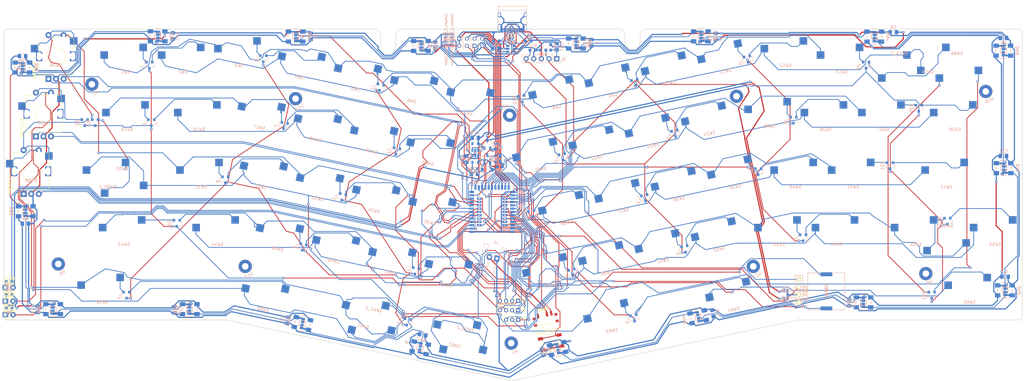
<source format=kicad_pcb>
(kicad_pcb (version 20171130) (host pcbnew "(5.1.10-1-10_14)")
  (layers (0 F.Cu signal) (31 B.Cu signal) (34 B.Paste user) (35 F.Paste user) (36 B.SilkS user) (37 F.SilkS user) (38 B.Mask user) (39 F.Mask user) (44 Edge.Cuts user))
  (net 0 "")
  (net 1 c0)
  (net 2 "Net-(D1-Pad2)")
  (net 3 "Net-(D1-Pad1)")
  (net 4 "Net-(D2-Pad2)")
  (net 5 "Net-(D2-Pad1)")
  (net 6 "Net-(D3-Pad2)")
  (net 7 "Net-(D4-Pad2)")
  (net 8 "Net-(D4-Pad1)")
  (net 9 c1)
  (net 10 "Net-(D6-Pad2)")
  (net 11 "Net-(D6-Pad1)")
  (net 12 "Net-(D7-Pad2)")
  (net 13 "Net-(D7-Pad1)")
  (net 14 "Net-(D8-Pad2)")
  (net 15 "Net-(D8-Pad1)")
  (net 16 "Net-(D9-Pad2)")
  (net 17 "Net-(D9-Pad1)")
  (net 18 "Net-(D10-Pad2)")
  (net 19 "Net-(D10-Pad1)")
  (net 20 c2)
  (net 21 "Net-(D11-Pad2)")
  (net 22 "Net-(D11-Pad1)")
  (net 23 "Net-(D12-Pad2)")
  (net 24 "Net-(D12-Pad1)")
  (net 25 "Net-(D13-Pad2)")
  (net 26 "Net-(D13-Pad1)")
  (net 27 "Net-(D14-Pad2)")
  (net 28 "Net-(D14-Pad1)")
  (net 29 "Net-(D15-Pad2)")
  (net 30 "Net-(D15-Pad1)")
  (net 31 c3)
  (net 32 "Net-(D16-Pad2)")
  (net 33 "Net-(D16-Pad1)")
  (net 34 "Net-(D17-Pad2)")
  (net 35 "Net-(D17-Pad1)")
  (net 36 "Net-(D18-Pad2)")
  (net 37 "Net-(D18-Pad1)")
  (net 38 "Net-(D19-Pad2)")
  (net 39 "Net-(D19-Pad1)")
  (net 40 "Net-(D20-Pad2)")
  (net 41 "Net-(D20-Pad1)")
  (net 42 c4)
  (net 43 "Net-(D21-Pad2)")
  (net 44 "Net-(D21-Pad1)")
  (net 45 "Net-(D22-Pad2)")
  (net 46 "Net-(D22-Pad1)")
  (net 47 "Net-(D23-Pad2)")
  (net 48 "Net-(D23-Pad1)")
  (net 49 "Net-(D24-Pad2)")
  (net 50 "Net-(D24-Pad1)")
  (net 51 c5)
  (net 52 "Net-(D25-Pad2)")
  (net 53 "Net-(D25-Pad1)")
  (net 54 "Net-(D26-Pad2)")
  (net 55 "Net-(D26-Pad1)")
  (net 56 "Net-(D27-Pad2)")
  (net 57 "Net-(D27-Pad1)")
  (net 58 "Net-(D28-Pad2)")
  (net 59 "Net-(D28-Pad1)")
  (net 60 c6)
  (net 61 "Net-(D29-Pad2)")
  (net 62 "Net-(D29-Pad1)")
  (net 63 "Net-(D30-Pad2)")
  (net 64 "Net-(D30-Pad1)")
  (net 65 "Net-(D31-Pad2)")
  (net 66 "Net-(D31-Pad1)")
  (net 67 "Net-(D32-Pad2)")
  (net 68 "Net-(D32-Pad1)")
  (net 69 "Net-(D33-Pad2)")
  (net 70 "Net-(D33-Pad1)")
  (net 71 r0)
  (net 72 r1)
  (net 73 r2)
  (net 74 r3)
  (net 75 r4)
  (net 76 r5)
  (net 77 r6)
  (net 78 r7)
  (net 79 r8)
  (net 80 r9)
  (net 81 rot1s2)
  (net 82 rot1b)
  (net 83 rot1a)
  (net 84 rot3s2)
  (net 85 rot3b)
  (net 86 rot3a)
  (net 87 rot2s2)
  (net 88 rot2b)
  (net 89 rot2a)
  (net 90 EXT_VCC)
  (net 91 GND)
  (net 92 "Net-(C18-Pad1)")
  (net 93 nRF_VDD)
  (net 94 VBAT)
  (net 95 "Net-(D34-Pad2)")
  (net 96 LED_UNDERGLOW)
  (net 97 "Net-(D35-Pad2)")
  (net 98 "Net-(D35-Pad4)")
  (net 99 "Net-(D36-Pad2)")
  (net 100 "Net-(D37-Pad2)")
  (net 101 "Net-(D38-Pad2)")
  (net 102 "Net-(D39-Pad2)")
  (net 103 "Net-(D40-Pad2)")
  (net 104 "Net-(D41-Pad2)")
  (net 105 "Net-(D42-Pad2)")
  (net 106 "Net-(D43-Pad2)")
  (net 107 "Net-(D44-Pad2)")
  (net 108 "Net-(D45-Pad2)")
  (net 109 "Net-(D46-Pad2)")
  (net 110 "Net-(D47-Pad2)")
  (net 111 "Net-(D48-Pad2)")
  (net 112 "Net-(D49-Pad2)")
  (net 113 "Net-(D50-Pad2)")
  (net 114 VBUS)
  (net 115 LED_INDICATOR)
  (net 116 SWC)
  (net 117 SWD)
  (net 118 DATA+)
  (net 119 DATA-)
  (net 120 SCL)
  (net 121 SDA)
  (net 122 "Net-(Q2-Pad3)")
  (net 123 POWER_PIN)
  (net 124 BATTERY_PIN)
  (net 125 "Net-(R9-Pad2)")
  (net 126 "Net-(R10-Pad1)")
  (net 127 "Net-(SW67-Pad1)")
  (net 128 RESET)
  (net 129 "Net-(U2-Pad4)")
  (net 130 cc1)
  (net 131 d-)
  (net 132 d+)
  (net 133 cc2)
  (net 134 "Net-(F2-Pad2)")
  (net 135 "Net-(J1-PadB8)")
  (net 136 "Net-(J1-PadA8)")
  (net 137 "Net-(J2-PadB8)")
  (net 138 "Net-(J2-PadA8)")
  (net 139 "Net-(D126-Pad1)")
  (net 140 BUZZER_B)
  (net 141 BUZZER_A)
  (net 142 /treset)
  (net 143 "Net-(D128-Pad1)")
  (net 144 LED_INDICATOR2)
  (net 145 "Net-(D127-Pad1)")
  (net 146 T_CLK)
  (net 147 T_DATA)
  (net 148 TRACPOINT_POWER)
  (net 149 OLED_POWER)
  (net 150 UNDERGLOW_POWER)
  (net 151 NFC2)
  (net 152 NFC1)
  (net 153 /P0.20)
  (net 154 /P0.24)
  (net 155 /P1.05)
  (net 156 /P1.07)
  (net 157 /P1.12)
  (net 158 /P0.14)
  (net 159 /P1.26)
  (net 160 /P0.13)
  (net 161 /P0.16)
  (module Connector_PinHeader_2.00mm:PinHeader_1x04_P2.00mm_Vertical (layer F.Cu) (at 191.965 -37.9848 270)
    (fp_text reference J9 (at 0 -2.06 90) (layer F.SilkS))
    (fp_text value Conn_01x04)
    (pad 4 thru_hole oval (at 0 6 270) (size 1.35 1.35) (drill 0.8) (layers *.Cu *.Mask) (net 156 /P1.07))
    (pad 3 thru_hole oval (at 0 4 270) (size 1.35 1.35) (drill 0.8) (layers *.Cu *.Mask) (net 155 /P1.05))
    (pad 2 thru_hole oval (at 0 2 270) (size 1.35 1.35) (drill 0.8) (layers *.Cu *.Mask) (net 154 /P0.24))
    (pad 1 thru_hole rect (at 0 0 270) (size 1.35 1.35) (drill 0.8) (layers *.Cu *.Mask) (net 153 /P0.20))
  )
  (module Connector_PinHeader_2.00mm:PinHeader_1x03_P2.00mm_Vertical (layer F.Cu) (at 191.965 -34.8348 270)
    (fp_text reference J8 (at 0 -2.06 90) (layer F.SilkS))
    (fp_text value Conn_01x03)
    (pad 3 thru_hole oval (at 0 4 270) (size 1.35 1.35) (drill 0.8) (layers *.Cu *.Mask) (net 158 /P0.14))
    (pad 2 thru_hole oval (at 0 2 270) (size 1.35 1.35) (drill 0.8) (layers *.Cu *.Mask) (net 160 /P0.13))
    (pad 1 thru_hole rect (at 0 0 270) (size 1.35 1.35) (drill 0.8) (layers *.Cu *.Mask) (net 161 /P0.16))
  )
  (module Connector_PinHeader_2.00mm:PinHeader_1x04_P2.00mm_Vertical (layer F.Cu) (at 191.965 -41.0848 270)
    (fp_text reference J7 (at 0 -2.06 90) (layer F.SilkS))
    (fp_text value Conn_01x04)
    (pad 4 thru_hole oval (at 0 6 270) (size 1.35 1.35) (drill 0.8) (layers *.Cu *.Mask) (net 157 /P1.12))
    (pad 3 thru_hole oval (at 0 4 270) (size 1.35 1.35) (drill 0.8) (layers *.Cu *.Mask) (net 159 /P1.26))
    (pad 2 thru_hole oval (at 0 2 270) (size 1.35 1.35) (drill 0.8) (layers *.Cu *.Mask) (net 152 NFC1))
    (pad 1 thru_hole rect (at 0 0 270) (size 1.35 1.35) (drill 0.8) (layers *.Cu *.Mask) (net 151 NFC2))
  )
  (module Connector_JST:JST_XH_S2B-XH-A-1_1x02_P2.50mm_Horizontal (layer B.Cu) (at 184.883 -55.0978 168)
    (fp_text reference J4 (at 1.25 5.1 168) (layer B.SilkS) (effects (justify mirror)))
    (fp_text value Conn_01x02)
    (pad 2 thru_hole oval (at 2.5 0 168) (size 1.7 2) (drill 1) (layers *.Cu *.Mask) (net 94 VBAT))
    (pad 1 thru_hole roundrect (at 0 0 168) (size 1.7 2) (drill 1) (layers *.Cu *.Mask) (roundrect_rratio 0.147059) (net 91 GND))
  )
  (module WS2812B:WS2812B_data-bridgeable (layer B.Cu) (at 72.543 -128.724 90)
    (fp_text reference D35 (at 0 4.7 90) (layer B.SilkS) (effects (font (thickness 0.2)) (justify mirror)))
    (fp_text value WS2812B hide)
    (pad 4 smd rect (at 1.6 -0.3 90) (size 0.5 1.6) (layers B.Cu) (net 98 "Net-(D35-Pad4)"))
    (pad 2 smd rect (at -1.6 0.3 90) (size 0.5 1.6) (layers B.Cu) (net 97 "Net-(D35-Pad2)"))
    (pad 2 smd rect (at -0.4 0 90) (size 0.5 1) (layers B.Cu B.Mask) (net 97 "Net-(D35-Pad2)"))
    (pad 4 smd rect (at 0.4 0 90) (size 0.5 1) (layers B.Cu B.Mask) (net 98 "Net-(D35-Pad4)"))
    (pad 2 smd rect (at -1.6 1 90) (size 0.5 3) (layers B.Cu) (net 97 "Net-(D35-Pad2)"))
    (pad 4 smd rect (at 1 0 90) (size 1.7 1) (layers B.Cu) (net 98 "Net-(D35-Pad4)"))
    (pad 2 smd rect (at -1 0 90) (size 1.7 1) (layers B.Cu) (net 97 "Net-(D35-Pad2)"))
    (pad 4 smd rect (at 1.6 -1 90) (size 0.5 3) (layers B.Cu) (net 98 "Net-(D35-Pad4)"))
    (pad 4 smd rect (at 1.65 -2.4 90) (size 1.4 1.8) (layers B.Cu B.Paste B.Mask) (net 98 "Net-(D35-Pad4)"))
    (pad 3 smd rect (at -1.65 -2.4 90) (size 1.4 1.8) (layers B.Cu B.Paste B.Mask) (net 91 GND))
    (pad 2 smd rect (at -1.65 2.4 90) (size 1.4 1.8) (layers B.Cu B.Paste B.Mask) (net 97 "Net-(D35-Pad2)"))
    (pad 1 smd rect (at 1.65 2.4 90) (size 1.4 1.8) (layers B.Cu B.Paste B.Mask) (net 150 UNDERGLOW_POWER))
  )
  (module Capacitor_SMD:C_0805_2012Metric_Pad1.18x1.45mm_HandSolder (layer B.Cu) (at 352.667 -89.0735 180)
    (fp_text reference C21 (at 0 1.68) (layer B.SilkS) (effects (justify mirror)))
    (fp_text value 0.1uF)
    (pad 2 smd roundrect (at 1.0375 0 180) (size 1.175 1.45) (layers B.Cu B.Paste B.Mask) (roundrect_rratio 0.212766) (net 91 GND))
    (pad 1 smd roundrect (at -1.0375 0 180) (size 1.175 1.45) (layers B.Cu B.Paste B.Mask) (roundrect_rratio 0.212766) (net 150 UNDERGLOW_POWER))
  )
  (module WS2812B:WS2812B_data-bridgeable (layer B.Cu) (at 27.7305 -118.386 90)
    (fp_text reference D51 (at 0 4.7 90) (layer B.SilkS) (effects (font (thickness 0.2)) (justify mirror)))
    (fp_text value WS2812B hide)
    (pad 4 smd rect (at 1.6 -0.3 90) (size 0.5 1.6) (layers B.Cu) (net 113 "Net-(D50-Pad2)"))
    (pad 2 smd rect (at -1.6 0.3 90) (size 0.5 1.6) (layers B.Cu) (net 98 "Net-(D35-Pad4)"))
    (pad 2 smd rect (at -0.4 0 90) (size 0.5 1) (layers B.Cu B.Mask) (net 98 "Net-(D35-Pad4)"))
    (pad 4 smd rect (at 0.4 0 90) (size 0.5 1) (layers B.Cu B.Mask) (net 113 "Net-(D50-Pad2)"))
    (pad 2 smd rect (at -1.6 1 90) (size 0.5 3) (layers B.Cu) (net 98 "Net-(D35-Pad4)"))
    (pad 4 smd rect (at 1 0 90) (size 1.7 1) (layers B.Cu) (net 113 "Net-(D50-Pad2)"))
    (pad 2 smd rect (at -1 0 90) (size 1.7 1) (layers B.Cu) (net 98 "Net-(D35-Pad4)"))
    (pad 4 smd rect (at 1.6 -1 90) (size 0.5 3) (layers B.Cu) (net 113 "Net-(D50-Pad2)"))
    (pad 4 smd rect (at 1.65 -2.4 90) (size 1.4 1.8) (layers B.Cu B.Paste B.Mask) (net 113 "Net-(D50-Pad2)"))
    (pad 3 smd rect (at -1.65 -2.4 90) (size 1.4 1.8) (layers B.Cu B.Paste B.Mask) (net 91 GND))
    (pad 2 smd rect (at -1.65 2.4 90) (size 1.4 1.8) (layers B.Cu B.Paste B.Mask) (net 98 "Net-(D35-Pad4)"))
    (pad 1 smd rect (at 1.65 2.4 90) (size 1.4 1.8) (layers B.Cu B.Paste B.Mask) (net 150 UNDERGLOW_POWER))
  )
  (module WS2812B:WS2812B_data-bridgeable (layer B.Cu) (at 28.8667 -70.761 270)
    (fp_text reference D50 (at 0 4.7 90) (layer B.SilkS) (effects (font (thickness 0.2)) (justify mirror)))
    (fp_text value WS2812B hide)
    (pad 4 smd rect (at 1.6 -0.3 270) (size 0.5 1.6) (layers B.Cu) (net 112 "Net-(D49-Pad2)"))
    (pad 2 smd rect (at -1.6 0.3 270) (size 0.5 1.6) (layers B.Cu) (net 113 "Net-(D50-Pad2)"))
    (pad 2 smd rect (at -0.4 0 270) (size 0.5 1) (layers B.Cu B.Mask) (net 113 "Net-(D50-Pad2)"))
    (pad 4 smd rect (at 0.4 0 270) (size 0.5 1) (layers B.Cu B.Mask) (net 112 "Net-(D49-Pad2)"))
    (pad 2 smd rect (at -1.6 1 270) (size 0.5 3) (layers B.Cu) (net 113 "Net-(D50-Pad2)"))
    (pad 4 smd rect (at 1 0 270) (size 1.7 1) (layers B.Cu) (net 112 "Net-(D49-Pad2)"))
    (pad 2 smd rect (at -1 0 270) (size 1.7 1) (layers B.Cu) (net 113 "Net-(D50-Pad2)"))
    (pad 4 smd rect (at 1.6 -1 270) (size 0.5 3) (layers B.Cu) (net 112 "Net-(D49-Pad2)"))
    (pad 4 smd rect (at 1.65 -2.4 270) (size 1.4 1.8) (layers B.Cu B.Paste B.Mask) (net 112 "Net-(D49-Pad2)"))
    (pad 3 smd rect (at -1.65 -2.4 270) (size 1.4 1.8) (layers B.Cu B.Paste B.Mask) (net 91 GND))
    (pad 2 smd rect (at -1.65 2.4 270) (size 1.4 1.8) (layers B.Cu B.Paste B.Mask) (net 113 "Net-(D50-Pad2)"))
    (pad 1 smd rect (at 1.65 2.4 270) (size 1.4 1.8) (layers B.Cu B.Paste B.Mask) (net 150 UNDERGLOW_POWER))
  )
  (module WS2812B:WS2812B_data-bridgeable (layer B.Cu) (at 37.9239 -38.3544 270)
    (fp_text reference D49 (at 0 4.7 90) (layer B.SilkS) (effects (font (thickness 0.2)) (justify mirror)))
    (fp_text value WS2812B hide)
    (pad 4 smd rect (at 1.6 -0.3 270) (size 0.5 1.6) (layers B.Cu) (net 111 "Net-(D48-Pad2)"))
    (pad 2 smd rect (at -1.6 0.3 270) (size 0.5 1.6) (layers B.Cu) (net 112 "Net-(D49-Pad2)"))
    (pad 2 smd rect (at -0.4 0 270) (size 0.5 1) (layers B.Cu B.Mask) (net 112 "Net-(D49-Pad2)"))
    (pad 4 smd rect (at 0.4 0 270) (size 0.5 1) (layers B.Cu B.Mask) (net 111 "Net-(D48-Pad2)"))
    (pad 2 smd rect (at -1.6 1 270) (size 0.5 3) (layers B.Cu) (net 112 "Net-(D49-Pad2)"))
    (pad 4 smd rect (at 1 0 270) (size 1.7 1) (layers B.Cu) (net 111 "Net-(D48-Pad2)"))
    (pad 2 smd rect (at -1 0 270) (size 1.7 1) (layers B.Cu) (net 112 "Net-(D49-Pad2)"))
    (pad 4 smd rect (at 1.6 -1 270) (size 0.5 3) (layers B.Cu) (net 111 "Net-(D48-Pad2)"))
    (pad 4 smd rect (at 1.65 -2.4 270) (size 1.4 1.8) (layers B.Cu B.Paste B.Mask) (net 111 "Net-(D48-Pad2)"))
    (pad 3 smd rect (at -1.65 -2.4 270) (size 1.4 1.8) (layers B.Cu B.Paste B.Mask) (net 91 GND))
    (pad 2 smd rect (at -1.65 2.4 270) (size 1.4 1.8) (layers B.Cu B.Paste B.Mask) (net 112 "Net-(D49-Pad2)"))
    (pad 1 smd rect (at 1.65 2.4 270) (size 1.4 1.8) (layers B.Cu B.Paste B.Mask) (net 150 UNDERGLOW_POWER))
  )
  (module WS2812B:WS2812B_data-bridgeable (layer B.Cu) (at 83.1677 -38.3544 270)
    (fp_text reference D48 (at 0 4.7 90) (layer B.SilkS) (effects (font (thickness 0.2)) (justify mirror)))
    (fp_text value WS2812B hide)
    (pad 4 smd rect (at 1.6 -0.3 270) (size 0.5 1.6) (layers B.Cu) (net 110 "Net-(D47-Pad2)"))
    (pad 2 smd rect (at -1.6 0.3 270) (size 0.5 1.6) (layers B.Cu) (net 111 "Net-(D48-Pad2)"))
    (pad 2 smd rect (at -0.4 0 270) (size 0.5 1) (layers B.Cu B.Mask) (net 111 "Net-(D48-Pad2)"))
    (pad 4 smd rect (at 0.4 0 270) (size 0.5 1) (layers B.Cu B.Mask) (net 110 "Net-(D47-Pad2)"))
    (pad 2 smd rect (at -1.6 1 270) (size 0.5 3) (layers B.Cu) (net 111 "Net-(D48-Pad2)"))
    (pad 4 smd rect (at 1 0 270) (size 1.7 1) (layers B.Cu) (net 110 "Net-(D47-Pad2)"))
    (pad 2 smd rect (at -1 0 270) (size 1.7 1) (layers B.Cu) (net 111 "Net-(D48-Pad2)"))
    (pad 4 smd rect (at 1.6 -1 270) (size 0.5 3) (layers B.Cu) (net 110 "Net-(D47-Pad2)"))
    (pad 4 smd rect (at 1.65 -2.4 270) (size 1.4 1.8) (layers B.Cu B.Paste B.Mask) (net 110 "Net-(D47-Pad2)"))
    (pad 3 smd rect (at -1.65 -2.4 270) (size 1.4 1.8) (layers B.Cu B.Paste B.Mask) (net 91 GND))
    (pad 2 smd rect (at -1.65 2.4 270) (size 1.4 1.8) (layers B.Cu B.Paste B.Mask) (net 111 "Net-(D48-Pad2)"))
    (pad 1 smd rect (at 1.65 2.4 270) (size 1.4 1.8) (layers B.Cu B.Paste B.Mask) (net 150 UNDERGLOW_POWER))
  )
  (module WS2812B:WS2812B_data-bridgeable (layer B.Cu) (at 120.474 -33.5919 258)
    (fp_text reference D47 (at 0 4.7 78) (layer B.SilkS) (effects (font (thickness 0.2)) (justify mirror)))
    (fp_text value WS2812B hide)
    (pad 4 smd rect (at 1.6 -0.3 258) (size 0.5 1.6) (layers B.Cu) (net 109 "Net-(D46-Pad2)"))
    (pad 2 smd rect (at -1.6 0.3 258) (size 0.5 1.6) (layers B.Cu) (net 110 "Net-(D47-Pad2)"))
    (pad 2 smd rect (at -0.4 0 258) (size 0.5 1) (layers B.Cu B.Mask) (net 110 "Net-(D47-Pad2)"))
    (pad 4 smd rect (at 0.4 0 258) (size 0.5 1) (layers B.Cu B.Mask) (net 109 "Net-(D46-Pad2)"))
    (pad 2 smd rect (at -1.6 1 258) (size 0.5 3) (layers B.Cu) (net 110 "Net-(D47-Pad2)"))
    (pad 4 smd rect (at 1 0 258) (size 1.7 1) (layers B.Cu) (net 109 "Net-(D46-Pad2)"))
    (pad 2 smd rect (at -1 0 258) (size 1.7 1) (layers B.Cu) (net 110 "Net-(D47-Pad2)"))
    (pad 4 smd rect (at 1.6 -1 258) (size 0.5 3) (layers B.Cu) (net 109 "Net-(D46-Pad2)"))
    (pad 4 smd rect (at 1.65 -2.4 258) (size 1.4 1.8) (layers B.Cu B.Paste B.Mask) (net 109 "Net-(D46-Pad2)"))
    (pad 3 smd rect (at -1.65 -2.4 258) (size 1.4 1.8) (layers B.Cu B.Paste B.Mask) (net 91 GND))
    (pad 2 smd rect (at -1.65 2.4 258) (size 1.4 1.8) (layers B.Cu B.Paste B.Mask) (net 110 "Net-(D47-Pad2)"))
    (pad 1 smd rect (at 1.65 2.4 258) (size 1.4 1.8) (layers B.Cu B.Paste B.Mask) (net 150 UNDERGLOW_POWER))
  )
  (module WS2812B:WS2812B_data-bridgeable (layer B.Cu) (at 159.493 -25.5173 258)
    (fp_text reference D46 (at 0 4.7 78) (layer B.SilkS) (effects (font (thickness 0.2)) (justify mirror)))
    (fp_text value WS2812B hide)
    (pad 4 smd rect (at 1.6 -0.3 258) (size 0.5 1.6) (layers B.Cu) (net 108 "Net-(D45-Pad2)"))
    (pad 2 smd rect (at -1.6 0.3 258) (size 0.5 1.6) (layers B.Cu) (net 109 "Net-(D46-Pad2)"))
    (pad 2 smd rect (at -0.4 0 258) (size 0.5 1) (layers B.Cu B.Mask) (net 109 "Net-(D46-Pad2)"))
    (pad 4 smd rect (at 0.4 0 258) (size 0.5 1) (layers B.Cu B.Mask) (net 108 "Net-(D45-Pad2)"))
    (pad 2 smd rect (at -1.6 1 258) (size 0.5 3) (layers B.Cu) (net 109 "Net-(D46-Pad2)"))
    (pad 4 smd rect (at 1 0 258) (size 1.7 1) (layers B.Cu) (net 108 "Net-(D45-Pad2)"))
    (pad 2 smd rect (at -1 0 258) (size 1.7 1) (layers B.Cu) (net 109 "Net-(D46-Pad2)"))
    (pad 4 smd rect (at 1.6 -1 258) (size 0.5 3) (layers B.Cu) (net 108 "Net-(D45-Pad2)"))
    (pad 4 smd rect (at 1.65 -2.4 258) (size 1.4 1.8) (layers B.Cu B.Paste B.Mask) (net 108 "Net-(D45-Pad2)"))
    (pad 3 smd rect (at -1.65 -2.4 258) (size 1.4 1.8) (layers B.Cu B.Paste B.Mask) (net 91 GND))
    (pad 2 smd rect (at -1.65 2.4 258) (size 1.4 1.8) (layers B.Cu B.Paste B.Mask) (net 109 "Net-(D46-Pad2)"))
    (pad 1 smd rect (at 1.65 2.4 258) (size 1.4 1.8) (layers B.Cu B.Paste B.Mask) (net 150 UNDERGLOW_POWER))
  )
  (module WS2812B:WS2812B_data-bridgeable (layer B.Cu) (at 205.018 -25.2985 282)
    (fp_text reference D45 (at 0 4.7 102) (layer B.SilkS) (effects (font (thickness 0.2)) (justify mirror)))
    (fp_text value WS2812B hide)
    (pad 4 smd rect (at 1.6 -0.3 282) (size 0.5 1.6) (layers B.Cu) (net 107 "Net-(D44-Pad2)"))
    (pad 2 smd rect (at -1.6 0.3 282) (size 0.5 1.6) (layers B.Cu) (net 108 "Net-(D45-Pad2)"))
    (pad 2 smd rect (at -0.4 0 282) (size 0.5 1) (layers B.Cu B.Mask) (net 108 "Net-(D45-Pad2)"))
    (pad 4 smd rect (at 0.4 0 282) (size 0.5 1) (layers B.Cu B.Mask) (net 107 "Net-(D44-Pad2)"))
    (pad 2 smd rect (at -1.6 1 282) (size 0.5 3) (layers B.Cu) (net 108 "Net-(D45-Pad2)"))
    (pad 4 smd rect (at 1 0 282) (size 1.7 1) (layers B.Cu) (net 107 "Net-(D44-Pad2)"))
    (pad 2 smd rect (at -1 0 282) (size 1.7 1) (layers B.Cu) (net 108 "Net-(D45-Pad2)"))
    (pad 4 smd rect (at 1.6 -1 282) (size 0.5 3) (layers B.Cu) (net 107 "Net-(D44-Pad2)"))
    (pad 4 smd rect (at 1.65 -2.4 282) (size 1.4 1.8) (layers B.Cu B.Paste B.Mask) (net 107 "Net-(D44-Pad2)"))
    (pad 3 smd rect (at -1.65 -2.4 282) (size 1.4 1.8) (layers B.Cu B.Paste B.Mask) (net 91 GND))
    (pad 2 smd rect (at -1.65 2.4 282) (size 1.4 1.8) (layers B.Cu B.Paste B.Mask) (net 108 "Net-(D45-Pad2)"))
    (pad 1 smd rect (at 1.65 2.4 282) (size 1.4 1.8) (layers B.Cu B.Paste B.Mask) (net 150 UNDERGLOW_POWER))
  )
  (module WS2812B:WS2812B_data-bridgeable (layer B.Cu) (at 251.568 -35.836 282)
    (fp_text reference D44 (at 0 4.7 102) (layer B.SilkS) (effects (font (thickness 0.2)) (justify mirror)))
    (fp_text value WS2812B hide)
    (pad 4 smd rect (at 1.6 -0.3 282) (size 0.5 1.6) (layers B.Cu) (net 106 "Net-(D43-Pad2)"))
    (pad 2 smd rect (at -1.6 0.3 282) (size 0.5 1.6) (layers B.Cu) (net 107 "Net-(D44-Pad2)"))
    (pad 2 smd rect (at -0.4 0 282) (size 0.5 1) (layers B.Cu B.Mask) (net 107 "Net-(D44-Pad2)"))
    (pad 4 smd rect (at 0.4 0 282) (size 0.5 1) (layers B.Cu B.Mask) (net 106 "Net-(D43-Pad2)"))
    (pad 2 smd rect (at -1.6 1 282) (size 0.5 3) (layers B.Cu) (net 107 "Net-(D44-Pad2)"))
    (pad 4 smd rect (at 1 0 282) (size 1.7 1) (layers B.Cu) (net 106 "Net-(D43-Pad2)"))
    (pad 2 smd rect (at -1 0 282) (size 1.7 1) (layers B.Cu) (net 107 "Net-(D44-Pad2)"))
    (pad 4 smd rect (at 1.6 -1 282) (size 0.5 3) (layers B.Cu) (net 106 "Net-(D43-Pad2)"))
    (pad 4 smd rect (at 1.65 -2.4 282) (size 1.4 1.8) (layers B.Cu B.Paste B.Mask) (net 106 "Net-(D43-Pad2)"))
    (pad 3 smd rect (at -1.65 -2.4 282) (size 1.4 1.8) (layers B.Cu B.Paste B.Mask) (net 91 GND))
    (pad 2 smd rect (at -1.65 2.4 282) (size 1.4 1.8) (layers B.Cu B.Paste B.Mask) (net 107 "Net-(D44-Pad2)"))
    (pad 1 smd rect (at 1.65 2.4 282) (size 1.4 1.8) (layers B.Cu B.Paste B.Mask) (net 150 UNDERGLOW_POWER))
  )
  (module WS2812B:WS2812B_data-bridgeable (layer B.Cu) (at 306.337 -40.5985 270)
    (fp_text reference D43 (at 0 4.7 90) (layer B.SilkS) (effects (font (thickness 0.2)) (justify mirror)))
    (fp_text value WS2812B hide)
    (pad 4 smd rect (at 1.6 -0.3 270) (size 0.5 1.6) (layers B.Cu) (net 105 "Net-(D42-Pad2)"))
    (pad 2 smd rect (at -1.6 0.3 270) (size 0.5 1.6) (layers B.Cu) (net 106 "Net-(D43-Pad2)"))
    (pad 2 smd rect (at -0.4 0 270) (size 0.5 1) (layers B.Cu B.Mask) (net 106 "Net-(D43-Pad2)"))
    (pad 4 smd rect (at 0.4 0 270) (size 0.5 1) (layers B.Cu B.Mask) (net 105 "Net-(D42-Pad2)"))
    (pad 2 smd rect (at -1.6 1 270) (size 0.5 3) (layers B.Cu) (net 106 "Net-(D43-Pad2)"))
    (pad 4 smd rect (at 1 0 270) (size 1.7 1) (layers B.Cu) (net 105 "Net-(D42-Pad2)"))
    (pad 2 smd rect (at -1 0 270) (size 1.7 1) (layers B.Cu) (net 106 "Net-(D43-Pad2)"))
    (pad 4 smd rect (at 1.6 -1 270) (size 0.5 3) (layers B.Cu) (net 105 "Net-(D42-Pad2)"))
    (pad 4 smd rect (at 1.65 -2.4 270) (size 1.4 1.8) (layers B.Cu B.Paste B.Mask) (net 105 "Net-(D42-Pad2)"))
    (pad 3 smd rect (at -1.65 -2.4 270) (size 1.4 1.8) (layers B.Cu B.Paste B.Mask) (net 91 GND))
    (pad 2 smd rect (at -1.65 2.4 270) (size 1.4 1.8) (layers B.Cu B.Paste B.Mask) (net 106 "Net-(D43-Pad2)"))
    (pad 1 smd rect (at 1.65 2.4 270) (size 1.4 1.8) (layers B.Cu B.Paste B.Mask) (net 150 UNDERGLOW_POWER))
  )
  (module WS2812B:WS2812B_data-bridgeable (layer B.Cu) (at 353.168 -44.5673 90)
    (fp_text reference D42 (at 0 4.7 90) (layer B.SilkS) (effects (font (thickness 0.2)) (justify mirror)))
    (fp_text value WS2812B hide)
    (pad 4 smd rect (at 1.6 -0.3 90) (size 0.5 1.6) (layers B.Cu) (net 104 "Net-(D41-Pad2)"))
    (pad 2 smd rect (at -1.6 0.3 90) (size 0.5 1.6) (layers B.Cu) (net 105 "Net-(D42-Pad2)"))
    (pad 2 smd rect (at -0.4 0 90) (size 0.5 1) (layers B.Cu B.Mask) (net 105 "Net-(D42-Pad2)"))
    (pad 4 smd rect (at 0.4 0 90) (size 0.5 1) (layers B.Cu B.Mask) (net 104 "Net-(D41-Pad2)"))
    (pad 2 smd rect (at -1.6 1 90) (size 0.5 3) (layers B.Cu) (net 105 "Net-(D42-Pad2)"))
    (pad 4 smd rect (at 1 0 90) (size 1.7 1) (layers B.Cu) (net 104 "Net-(D41-Pad2)"))
    (pad 2 smd rect (at -1 0 90) (size 1.7 1) (layers B.Cu) (net 105 "Net-(D42-Pad2)"))
    (pad 4 smd rect (at 1.6 -1 90) (size 0.5 3) (layers B.Cu) (net 104 "Net-(D41-Pad2)"))
    (pad 4 smd rect (at 1.65 -2.4 90) (size 1.4 1.8) (layers B.Cu B.Paste B.Mask) (net 104 "Net-(D41-Pad2)"))
    (pad 3 smd rect (at -1.65 -2.4 90) (size 1.4 1.8) (layers B.Cu B.Paste B.Mask) (net 91 GND))
    (pad 2 smd rect (at -1.65 2.4 90) (size 1.4 1.8) (layers B.Cu B.Paste B.Mask) (net 105 "Net-(D42-Pad2)"))
    (pad 1 smd rect (at 1.65 2.4 90) (size 1.4 1.8) (layers B.Cu B.Paste B.Mask) (net 150 UNDERGLOW_POWER))
  )
  (module WS2812B:WS2812B_data-bridgeable (layer B.Cu) (at 352.735 -85.0485 90)
    (fp_text reference D41 (at 0 4.7 90) (layer B.SilkS) (effects (font (thickness 0.2)) (justify mirror)))
    (fp_text value WS2812B hide)
    (pad 4 smd rect (at 1.6 -0.3 90) (size 0.5 1.6) (layers B.Cu) (net 103 "Net-(D40-Pad2)"))
    (pad 2 smd rect (at -1.6 0.3 90) (size 0.5 1.6) (layers B.Cu) (net 104 "Net-(D41-Pad2)"))
    (pad 2 smd rect (at -0.4 0 90) (size 0.5 1) (layers B.Cu B.Mask) (net 104 "Net-(D41-Pad2)"))
    (pad 4 smd rect (at 0.4 0 90) (size 0.5 1) (layers B.Cu B.Mask) (net 103 "Net-(D40-Pad2)"))
    (pad 2 smd rect (at -1.6 1 90) (size 0.5 3) (layers B.Cu) (net 104 "Net-(D41-Pad2)"))
    (pad 4 smd rect (at 1 0 90) (size 1.7 1) (layers B.Cu) (net 103 "Net-(D40-Pad2)"))
    (pad 2 smd rect (at -1 0 90) (size 1.7 1) (layers B.Cu) (net 104 "Net-(D41-Pad2)"))
    (pad 4 smd rect (at 1.6 -1 90) (size 0.5 3) (layers B.Cu) (net 103 "Net-(D40-Pad2)"))
    (pad 4 smd rect (at 1.65 -2.4 90) (size 1.4 1.8) (layers B.Cu B.Paste B.Mask) (net 103 "Net-(D40-Pad2)"))
    (pad 3 smd rect (at -1.65 -2.4 90) (size 1.4 1.8) (layers B.Cu B.Paste B.Mask) (net 91 GND))
    (pad 2 smd rect (at -1.65 2.4 90) (size 1.4 1.8) (layers B.Cu B.Paste B.Mask) (net 104 "Net-(D41-Pad2)"))
    (pad 1 smd rect (at 1.65 2.4 90) (size 1.4 1.8) (layers B.Cu B.Paste B.Mask) (net 150 UNDERGLOW_POWER))
  )
  (module WS2812B:WS2812B_data-bridgeable (layer B.Cu) (at 352.629 -123.974 90)
    (fp_text reference D40 (at 0 4.7 90) (layer B.SilkS) (effects (font (thickness 0.2)) (justify mirror)))
    (fp_text value WS2812B hide)
    (pad 4 smd rect (at 1.6 -0.3 90) (size 0.5 1.6) (layers B.Cu) (net 102 "Net-(D39-Pad2)"))
    (pad 2 smd rect (at -1.6 0.3 90) (size 0.5 1.6) (layers B.Cu) (net 103 "Net-(D40-Pad2)"))
    (pad 2 smd rect (at -0.4 0 90) (size 0.5 1) (layers B.Cu B.Mask) (net 103 "Net-(D40-Pad2)"))
    (pad 4 smd rect (at 0.4 0 90) (size 0.5 1) (layers B.Cu B.Mask) (net 102 "Net-(D39-Pad2)"))
    (pad 2 smd rect (at -1.6 1 90) (size 0.5 3) (layers B.Cu) (net 103 "Net-(D40-Pad2)"))
    (pad 4 smd rect (at 1 0 90) (size 1.7 1) (layers B.Cu) (net 102 "Net-(D39-Pad2)"))
    (pad 2 smd rect (at -1 0 90) (size 1.7 1) (layers B.Cu) (net 103 "Net-(D40-Pad2)"))
    (pad 4 smd rect (at 1.6 -1 90) (size 0.5 3) (layers B.Cu) (net 102 "Net-(D39-Pad2)"))
    (pad 4 smd rect (at 1.65 -2.4 90) (size 1.4 1.8) (layers B.Cu B.Paste B.Mask) (net 102 "Net-(D39-Pad2)"))
    (pad 3 smd rect (at -1.65 -2.4 90) (size 1.4 1.8) (layers B.Cu B.Paste B.Mask) (net 91 GND))
    (pad 2 smd rect (at -1.65 2.4 90) (size 1.4 1.8) (layers B.Cu B.Paste B.Mask) (net 103 "Net-(D40-Pad2)"))
    (pad 1 smd rect (at 1.65 2.4 90) (size 1.4 1.8) (layers B.Cu B.Paste B.Mask) (net 150 UNDERGLOW_POWER))
  )
  (module WS2812B:WS2812B_data-bridgeable (layer B.Cu) (at 309.893 -128.599 90)
    (fp_text reference D39 (at 0 4.7 90) (layer B.SilkS) (effects (font (thickness 0.2)) (justify mirror)))
    (fp_text value WS2812B hide)
    (pad 4 smd rect (at 1.6 -0.3 90) (size 0.5 1.6) (layers B.Cu) (net 101 "Net-(D38-Pad2)"))
    (pad 2 smd rect (at -1.6 0.3 90) (size 0.5 1.6) (layers B.Cu) (net 102 "Net-(D39-Pad2)"))
    (pad 2 smd rect (at -0.4 0 90) (size 0.5 1) (layers B.Cu B.Mask) (net 102 "Net-(D39-Pad2)"))
    (pad 4 smd rect (at 0.4 0 90) (size 0.5 1) (layers B.Cu B.Mask) (net 101 "Net-(D38-Pad2)"))
    (pad 2 smd rect (at -1.6 1 90) (size 0.5 3) (layers B.Cu) (net 102 "Net-(D39-Pad2)"))
    (pad 4 smd rect (at 1 0 90) (size 1.7 1) (layers B.Cu) (net 101 "Net-(D38-Pad2)"))
    (pad 2 smd rect (at -1 0 90) (size 1.7 1) (layers B.Cu) (net 102 "Net-(D39-Pad2)"))
    (pad 4 smd rect (at 1.6 -1 90) (size 0.5 3) (layers B.Cu) (net 101 "Net-(D38-Pad2)"))
    (pad 4 smd rect (at 1.65 -2.4 90) (size 1.4 1.8) (layers B.Cu B.Paste B.Mask) (net 101 "Net-(D38-Pad2)"))
    (pad 3 smd rect (at -1.65 -2.4 90) (size 1.4 1.8) (layers B.Cu B.Paste B.Mask) (net 91 GND))
    (pad 2 smd rect (at -1.65 2.4 90) (size 1.4 1.8) (layers B.Cu B.Paste B.Mask) (net 102 "Net-(D39-Pad2)"))
    (pad 1 smd rect (at 1.65 2.4 90) (size 1.4 1.8) (layers B.Cu B.Paste B.Mask) (net 150 UNDERGLOW_POWER))
  )
  (module WS2812B:WS2812B_data-bridgeable (layer B.Cu) (at 252.468 -128.705 90)
    (fp_text reference D38 (at 0 4.7 90) (layer B.SilkS) (effects (font (thickness 0.2)) (justify mirror)))
    (fp_text value WS2812B hide)
    (pad 4 smd rect (at 1.6 -0.3 90) (size 0.5 1.6) (layers B.Cu) (net 100 "Net-(D37-Pad2)"))
    (pad 2 smd rect (at -1.6 0.3 90) (size 0.5 1.6) (layers B.Cu) (net 101 "Net-(D38-Pad2)"))
    (pad 2 smd rect (at -0.4 0 90) (size 0.5 1) (layers B.Cu B.Mask) (net 101 "Net-(D38-Pad2)"))
    (pad 4 smd rect (at 0.4 0 90) (size 0.5 1) (layers B.Cu B.Mask) (net 100 "Net-(D37-Pad2)"))
    (pad 2 smd rect (at -1.6 1 90) (size 0.5 3) (layers B.Cu) (net 101 "Net-(D38-Pad2)"))
    (pad 4 smd rect (at 1 0 90) (size 1.7 1) (layers B.Cu) (net 100 "Net-(D37-Pad2)"))
    (pad 2 smd rect (at -1 0 90) (size 1.7 1) (layers B.Cu) (net 101 "Net-(D38-Pad2)"))
    (pad 4 smd rect (at 1.6 -1 90) (size 0.5 3) (layers B.Cu) (net 100 "Net-(D37-Pad2)"))
    (pad 4 smd rect (at 1.65 -2.4 90) (size 1.4 1.8) (layers B.Cu B.Paste B.Mask) (net 100 "Net-(D37-Pad2)"))
    (pad 3 smd rect (at -1.65 -2.4 90) (size 1.4 1.8) (layers B.Cu B.Paste B.Mask) (net 91 GND))
    (pad 2 smd rect (at -1.65 2.4 90) (size 1.4 1.8) (layers B.Cu B.Paste B.Mask) (net 101 "Net-(D38-Pad2)"))
    (pad 1 smd rect (at 1.65 2.4 90) (size 1.4 1.8) (layers B.Cu B.Paste B.Mask) (net 150 UNDERGLOW_POWER))
  )
  (module WS2812B:WS2812B_data-bridgeable (layer B.Cu) (at 211.087 -126.324 90)
    (fp_text reference D37 (at 0 4.7 90) (layer B.SilkS) (effects (font (thickness 0.2)) (justify mirror)))
    (fp_text value WS2812B hide)
    (pad 4 smd rect (at 1.6 -0.3 90) (size 0.5 1.6) (layers B.Cu) (net 99 "Net-(D36-Pad2)"))
    (pad 2 smd rect (at -1.6 0.3 90) (size 0.5 1.6) (layers B.Cu) (net 100 "Net-(D37-Pad2)"))
    (pad 2 smd rect (at -0.4 0 90) (size 0.5 1) (layers B.Cu B.Mask) (net 100 "Net-(D37-Pad2)"))
    (pad 4 smd rect (at 0.4 0 90) (size 0.5 1) (layers B.Cu B.Mask) (net 99 "Net-(D36-Pad2)"))
    (pad 2 smd rect (at -1.6 1 90) (size 0.5 3) (layers B.Cu) (net 100 "Net-(D37-Pad2)"))
    (pad 4 smd rect (at 1 0 90) (size 1.7 1) (layers B.Cu) (net 99 "Net-(D36-Pad2)"))
    (pad 2 smd rect (at -1 0 90) (size 1.7 1) (layers B.Cu) (net 100 "Net-(D37-Pad2)"))
    (pad 4 smd rect (at 1.6 -1 90) (size 0.5 3) (layers B.Cu) (net 99 "Net-(D36-Pad2)"))
    (pad 4 smd rect (at 1.65 -2.4 90) (size 1.4 1.8) (layers B.Cu B.Paste B.Mask) (net 99 "Net-(D36-Pad2)"))
    (pad 3 smd rect (at -1.65 -2.4 90) (size 1.4 1.8) (layers B.Cu B.Paste B.Mask) (net 91 GND))
    (pad 2 smd rect (at -1.65 2.4 90) (size 1.4 1.8) (layers B.Cu B.Paste B.Mask) (net 100 "Net-(D37-Pad2)"))
    (pad 1 smd rect (at 1.65 2.4 90) (size 1.4 1.8) (layers B.Cu B.Paste B.Mask) (net 150 UNDERGLOW_POWER))
  )
  (module WS2812B:WS2812B_data-bridgeable (layer B.Cu) (at 159.737 -125.53 90)
    (fp_text reference D36 (at 0 4.7 90) (layer B.SilkS) (effects (font (thickness 0.2)) (justify mirror)))
    (fp_text value WS2812B hide)
    (pad 4 smd rect (at 1.6 -0.3 90) (size 0.5 1.6) (layers B.Cu) (net 95 "Net-(D34-Pad2)"))
    (pad 2 smd rect (at -1.6 0.3 90) (size 0.5 1.6) (layers B.Cu) (net 99 "Net-(D36-Pad2)"))
    (pad 2 smd rect (at -0.4 0 90) (size 0.5 1) (layers B.Cu B.Mask) (net 99 "Net-(D36-Pad2)"))
    (pad 4 smd rect (at 0.4 0 90) (size 0.5 1) (layers B.Cu B.Mask) (net 95 "Net-(D34-Pad2)"))
    (pad 2 smd rect (at -1.6 1 90) (size 0.5 3) (layers B.Cu) (net 99 "Net-(D36-Pad2)"))
    (pad 4 smd rect (at 1 0 90) (size 1.7 1) (layers B.Cu) (net 95 "Net-(D34-Pad2)"))
    (pad 2 smd rect (at -1 0 90) (size 1.7 1) (layers B.Cu) (net 99 "Net-(D36-Pad2)"))
    (pad 4 smd rect (at 1.6 -1 90) (size 0.5 3) (layers B.Cu) (net 95 "Net-(D34-Pad2)"))
    (pad 4 smd rect (at 1.65 -2.4 90) (size 1.4 1.8) (layers B.Cu B.Paste B.Mask) (net 95 "Net-(D34-Pad2)"))
    (pad 3 smd rect (at -1.65 -2.4 90) (size 1.4 1.8) (layers B.Cu B.Paste B.Mask) (net 91 GND))
    (pad 2 smd rect (at -1.65 2.4 90) (size 1.4 1.8) (layers B.Cu B.Paste B.Mask) (net 99 "Net-(D36-Pad2)"))
    (pad 1 smd rect (at 1.65 2.4 90) (size 1.4 1.8) (layers B.Cu B.Paste B.Mask) (net 150 UNDERGLOW_POWER))
  )
  (module WS2812B:WS2812B_data-bridgeable (layer B.Cu) (at 118.243 -128.624 90)
    (fp_text reference D34 (at 0 4.7 90) (layer B.SilkS) (effects (font (thickness 0.2)) (justify mirror)))
    (fp_text value WS2812B hide)
    (pad 4 smd rect (at 1.6 -0.3 90) (size 0.5 1.6) (layers B.Cu) (net 96 LED_UNDERGLOW))
    (pad 2 smd rect (at -1.6 0.3 90) (size 0.5 1.6) (layers B.Cu) (net 95 "Net-(D34-Pad2)"))
    (pad 2 smd rect (at -0.4 0 90) (size 0.5 1) (layers B.Cu B.Mask) (net 95 "Net-(D34-Pad2)"))
    (pad 4 smd rect (at 0.4 0 90) (size 0.5 1) (layers B.Cu B.Mask) (net 96 LED_UNDERGLOW))
    (pad 2 smd rect (at -1.6 1 90) (size 0.5 3) (layers B.Cu) (net 95 "Net-(D34-Pad2)"))
    (pad 4 smd rect (at 1 0 90) (size 1.7 1) (layers B.Cu) (net 96 LED_UNDERGLOW))
    (pad 2 smd rect (at -1 0 90) (size 1.7 1) (layers B.Cu) (net 95 "Net-(D34-Pad2)"))
    (pad 4 smd rect (at 1.6 -1 90) (size 0.5 3) (layers B.Cu) (net 96 LED_UNDERGLOW))
    (pad 4 smd rect (at 1.65 -2.4 90) (size 1.4 1.8) (layers B.Cu B.Paste B.Mask) (net 96 LED_UNDERGLOW))
    (pad 3 smd rect (at -1.65 -2.4 90) (size 1.4 1.8) (layers B.Cu B.Paste B.Mask) (net 91 GND))
    (pad 2 smd rect (at -1.65 2.4 90) (size 1.4 1.8) (layers B.Cu B.Paste B.Mask) (net 95 "Net-(D34-Pad2)"))
    (pad 1 smd rect (at 1.65 2.4 90) (size 1.4 1.8) (layers B.Cu B.Paste B.Mask) (net 150 UNDERGLOW_POWER))
  )
  (module kbd:Jumper (layer B.Cu) (at 170.038 -128.889 270)
    (fp_text reference JP6 hide)
    (fp_text value Jumper_2_Open (at -2.794 0 90) (layer B.SilkS) (effects (font (size 0.8128 0.8128)) (justify mirror)))
    (pad 2 smd rect (at 0.50038 0 270) (size 0.635 1.143) (layers B.Cu B.Paste B.Mask) (net 90 EXT_VCC) (clearance 0.1905))
    (pad 1 smd rect (at -0.50038 0 270) (size 0.635 1.143) (layers B.Cu B.Paste B.Mask) (net 150 UNDERGLOW_POWER) (clearance 0.1905))
  )
  (module kbd:Jumper (layer B.Cu) (at 168.018 -128.889 270)
    (fp_text reference JP5 hide)
    (fp_text value Jumper_2_Open (at -2.794 0 90) (layer B.SilkS) (effects (font (size 0.8128 0.8128)) (justify mirror)))
    (pad 2 smd rect (at 0.50038 0 270) (size 0.635 1.143) (layers B.Cu B.Paste B.Mask) (net 93 nRF_VDD) (clearance 0.1905))
    (pad 1 smd rect (at -0.50038 0 270) (size 0.635 1.143) (layers B.Cu B.Paste B.Mask) (net 150 UNDERGLOW_POWER) (clearance 0.1905))
  )
  (module kbd:Jumper (layer B.Cu) (at 280.588 -41.7285 180)
    (fp_text reference JP4 hide)
    (fp_text value Jumper_2_Open (at -2.794 0) (layer B.SilkS) (effects (font (size 0.8128 0.8128)) (justify mirror)))
    (pad 2 smd rect (at 0.50038 0 180) (size 0.635 1.143) (layers B.Cu B.Paste B.Mask) (net 90 EXT_VCC) (clearance 0.1905))
    (pad 1 smd rect (at -0.50038 0 180) (size 0.635 1.143) (layers B.Cu B.Paste B.Mask) (net 149 OLED_POWER) (clearance 0.1905))
  )
  (module kbd:Jumper (layer B.Cu) (at 280.588 -44.6485 180)
    (fp_text reference JP3 hide)
    (fp_text value Jumper_2_Open (at -2.794 0) (layer B.SilkS) (effects (font (size 0.8128 0.8128)) (justify mirror)))
    (pad 2 smd rect (at 0.50038 0 180) (size 0.635 1.143) (layers B.Cu B.Paste B.Mask) (net 93 nRF_VDD) (clearance 0.1905))
    (pad 1 smd rect (at -0.50038 0 180) (size 0.635 1.143) (layers B.Cu B.Paste B.Mask) (net 149 OLED_POWER) (clearance 0.1905))
  )
  (module kbd:Jumper (layer B.Cu) (at 170.029 -126.473 90)
    (fp_text reference JP2 hide)
    (fp_text value Jumper_2_Open (at -2.794 0 90) (layer B.SilkS) (effects (font (size 0.8128 0.8128)) (justify mirror)))
    (pad 2 smd rect (at 0.50038 0 90) (size 0.635 1.143) (layers B.Cu B.Paste B.Mask) (net 90 EXT_VCC) (clearance 0.1905))
    (pad 1 smd rect (at -0.50038 0 90) (size 0.635 1.143) (layers B.Cu B.Paste B.Mask) (net 148 TRACPOINT_POWER) (clearance 0.1905))
  )
  (module kbd:Jumper (layer B.Cu) (at 168.029 -126.474 90)
    (fp_text reference JP1 hide)
    (fp_text value Jumper_2_Open (at -2.794 0 90) (layer B.SilkS) (effects (font (size 0.8128 0.8128)) (justify mirror)))
    (pad 2 smd rect (at 0.50038 0 90) (size 0.635 1.143) (layers B.Cu B.Paste B.Mask) (net 93 nRF_VDD) (clearance 0.1905))
    (pad 1 smd rect (at -0.50038 0 90) (size 0.635 1.143) (layers B.Cu B.Paste B.Mask) (net 148 TRACPOINT_POWER) (clearance 0.1905))
  )
  (module MX_Alps_Hybrid-master:MXOnly-2.75U-Hotswap-ReversedStabilizers (layer F.Cu) (at 333.233 -62.8235 180)
    (fp_text reference SW55_2)
    (fp_text value SW_PUSH)
    (fp_text user %R (at 0 3.048) (layer B.SilkS) (effects (justify mirror)))
    (pad "" np_thru_hole circle (at -11.938 -8.255 180) (size 3.9878 3.9878) (drill 3.9878) (layers *.Cu *.Mask))
    (pad "" np_thru_hole circle (at 11.938 -8.255 180) (size 3.9878 3.9878) (drill 3.9878) (layers *.Cu *.Mask))
    (pad "" np_thru_hole circle (at -11.938 6.985 180) (size 3.048 3.048) (drill 3.048) (layers *.Cu *.Mask))
    (pad "" np_thru_hole circle (at 11.938 6.985 180) (size 3.048 3.048) (drill 3.048) (layers *.Cu *.Mask))
    (pad 2 smd rect (at 5.842 -5.08 180) (size 2.55 2.5) (layers B.Cu B.Paste B.Mask) (net 68 "Net-(D32-Pad1)"))
    (pad 1 smd rect (at -7.085 -2.54 180) (size 2.55 2.5) (layers B.Cu B.Paste B.Mask) (net 77 r6))
    (pad "" np_thru_hole circle (at 5.08 0 228.0996) (size 1.75 1.75) (drill 1.75) (layers *.Cu *.Mask))
    (pad "" np_thru_hole circle (at -5.08 0 228.0996) (size 1.75 1.75) (drill 1.75) (layers *.Cu *.Mask))
    (pad "" np_thru_hole circle (at -3.81 -2.54 180) (size 3 3) (drill 3) (layers *.Cu *.Mask))
    (pad "" np_thru_hole circle (at 0 0 180) (size 3.9878 3.9878) (drill 3.9878) (layers *.Cu *.Mask))
    (pad "" np_thru_hole circle (at 2.54 -5.08 180) (size 3 3) (drill 3) (layers *.Cu *.Mask))
  )
  (module Connector_USB:USB_C_Receptacle_HRO_TYPE-C-31-M-12 (layer F.Cu) (at 190.038 -134.794 180)
    (fp_text reference J1 (at 0 -5.645) (layer F.SilkS))
    (fp_text value USB_C_Receptacle_USB2.0)
    (pad B1 smd rect (at 3.25 -4.045 180) (size 0.6 1.45) (layers F.Cu F.Paste F.Mask) (net 91 GND))
    (pad A9 smd rect (at 2.45 -4.045 180) (size 0.6 1.45) (layers F.Cu F.Paste F.Mask) (net 134 "Net-(F2-Pad2)"))
    (pad B9 smd rect (at -2.45 -4.045 180) (size 0.6 1.45) (layers F.Cu F.Paste F.Mask) (net 134 "Net-(F2-Pad2)"))
    (pad B12 smd rect (at -3.25 -4.045 180) (size 0.6 1.45) (layers F.Cu F.Paste F.Mask) (net 91 GND))
    (pad A1 smd rect (at -3.25 -4.045 180) (size 0.6 1.45) (layers F.Cu F.Paste F.Mask) (net 91 GND))
    (pad A4 smd rect (at -2.45 -4.045 180) (size 0.6 1.45) (layers F.Cu F.Paste F.Mask) (net 134 "Net-(F2-Pad2)"))
    (pad B4 smd rect (at 2.45 -4.045 180) (size 0.6 1.45) (layers F.Cu F.Paste F.Mask) (net 134 "Net-(F2-Pad2)"))
    (pad A12 smd rect (at 3.25 -4.045 180) (size 0.6 1.45) (layers F.Cu F.Paste F.Mask) (net 91 GND))
    (pad B8 smd rect (at -1.75 -4.045 180) (size 0.3 1.45) (layers F.Cu F.Paste F.Mask) (net 135 "Net-(J1-PadB8)"))
    (pad A5 smd rect (at -1.25 -4.045 180) (size 0.3 1.45) (layers F.Cu F.Paste F.Mask) (net 130 cc1))
    (pad B7 smd rect (at -0.75 -4.045 180) (size 0.3 1.45) (layers F.Cu F.Paste F.Mask) (net 131 d-))
    (pad A7 smd rect (at 0.25 -4.045 180) (size 0.3 1.45) (layers F.Cu F.Paste F.Mask) (net 131 d-))
    (pad B6 smd rect (at 0.75 -4.045 180) (size 0.3 1.45) (layers F.Cu F.Paste F.Mask) (net 132 d+))
    (pad A8 smd rect (at 1.25 -4.045 180) (size 0.3 1.45) (layers F.Cu F.Paste F.Mask) (net 136 "Net-(J1-PadA8)"))
    (pad B5 smd rect (at 1.75 -4.045 180) (size 0.3 1.45) (layers F.Cu F.Paste F.Mask) (net 133 cc2))
    (pad A6 smd rect (at -0.25 -4.045 180) (size 0.3 1.45) (layers F.Cu F.Paste F.Mask) (net 132 d+))
    (pad S1 thru_hole oval (at 4.32 -3.13 180) (size 1 2.1) (drill oval 0.6 1.7) (layers *.Cu *.Mask) (net 91 GND))
    (pad S1 thru_hole oval (at -4.32 -3.13 180) (size 1 2.1) (drill oval 0.6 1.7) (layers *.Cu *.Mask) (net 91 GND))
    (pad "" np_thru_hole circle (at -2.89 -2.6 180) (size 0.65 0.65) (drill 0.65) (layers *.Cu *.Mask))
    (pad S1 thru_hole oval (at -4.32 1.05 180) (size 1 1.6) (drill oval 0.6 1.2) (layers *.Cu *.Mask) (net 91 GND))
    (pad "" np_thru_hole circle (at 2.89 -2.6 180) (size 0.65 0.65) (drill 0.65) (layers *.Cu *.Mask))
    (pad S1 thru_hole oval (at 4.32 1.05 180) (size 1 1.6) (drill oval 0.6 1.2) (layers *.Cu *.Mask) (net 91 GND))
  )
  (module Connector_USB:USB_C_Receptacle_HRO_TYPE-C-31-M-12 (layer B.Cu) (at 190.038 -134.794)
    (fp_text reference J2 (at 0 5.645) (layer B.SilkS) (effects (justify mirror)))
    (fp_text value USB_C_Receptacle_USB2.0)
    (pad B1 smd rect (at 3.25 4.045) (size 0.6 1.45) (layers B.Cu B.Paste B.Mask) (net 91 GND))
    (pad A9 smd rect (at 2.45 4.045) (size 0.6 1.45) (layers B.Cu B.Paste B.Mask) (net 134 "Net-(F2-Pad2)"))
    (pad B9 smd rect (at -2.45 4.045) (size 0.6 1.45) (layers B.Cu B.Paste B.Mask) (net 134 "Net-(F2-Pad2)"))
    (pad B12 smd rect (at -3.25 4.045) (size 0.6 1.45) (layers B.Cu B.Paste B.Mask) (net 91 GND))
    (pad A1 smd rect (at -3.25 4.045) (size 0.6 1.45) (layers B.Cu B.Paste B.Mask) (net 91 GND))
    (pad A4 smd rect (at -2.45 4.045) (size 0.6 1.45) (layers B.Cu B.Paste B.Mask) (net 134 "Net-(F2-Pad2)"))
    (pad B4 smd rect (at 2.45 4.045) (size 0.6 1.45) (layers B.Cu B.Paste B.Mask) (net 134 "Net-(F2-Pad2)"))
    (pad A12 smd rect (at 3.25 4.045) (size 0.6 1.45) (layers B.Cu B.Paste B.Mask) (net 91 GND))
    (pad B8 smd rect (at -1.75 4.045) (size 0.3 1.45) (layers B.Cu B.Paste B.Mask) (net 137 "Net-(J2-PadB8)"))
    (pad A5 smd rect (at -1.25 4.045) (size 0.3 1.45) (layers B.Cu B.Paste B.Mask) (net 130 cc1))
    (pad B7 smd rect (at -0.75 4.045) (size 0.3 1.45) (layers B.Cu B.Paste B.Mask) (net 131 d-))
    (pad A7 smd rect (at 0.25 4.045) (size 0.3 1.45) (layers B.Cu B.Paste B.Mask) (net 131 d-))
    (pad B6 smd rect (at 0.75 4.045) (size 0.3 1.45) (layers B.Cu B.Paste B.Mask) (net 132 d+))
    (pad A8 smd rect (at 1.25 4.045) (size 0.3 1.45) (layers B.Cu B.Paste B.Mask) (net 138 "Net-(J2-PadA8)"))
    (pad B5 smd rect (at 1.75 4.045) (size 0.3 1.45) (layers B.Cu B.Paste B.Mask) (net 133 cc2))
    (pad A6 smd rect (at -0.25 4.045) (size 0.3 1.45) (layers B.Cu B.Paste B.Mask) (net 132 d+))
    (pad S1 thru_hole oval (at 4.32 3.13) (size 1 2.1) (drill oval 0.6 1.7) (layers *.Cu *.Mask) (net 91 GND))
    (pad S1 thru_hole oval (at -4.32 3.13) (size 1 2.1) (drill oval 0.6 1.7) (layers *.Cu *.Mask) (net 91 GND))
    (pad "" np_thru_hole circle (at -2.89 2.6) (size 0.65 0.65) (drill 0.65) (layers *.Cu *.Mask))
    (pad S1 thru_hole oval (at -4.32 -1.05) (size 1 1.6) (drill oval 0.6 1.2) (layers *.Cu *.Mask) (net 91 GND))
    (pad "" np_thru_hole circle (at 2.89 2.6) (size 0.65 0.65) (drill 0.65) (layers *.Cu *.Mask))
    (pad S1 thru_hole oval (at 4.32 -1.05) (size 1 1.6) (drill oval 0.6 1.2) (layers *.Cu *.Mask) (net 91 GND))
  )
  (module kicad-keyboard-parts:nRF52840_holyiot_18010 (layer B.Cu) (at 183.305 -69.6485)
    (fp_text reference U1 (at -5.3 -10.75) (layer B.SilkS) (effects (justify mirror)))
    (fp_text value nRF52840_holyiot_18010)
    (pad 55 thru_hole rect (at 4.25 -5.3 180) (size 1.524 0.7) (drill 0.4) (layers *.Cu *.Mask) (net 161 /P0.16))
    (pad 54 thru_hole rect (at 4.25 -4.2 180) (size 1.524 0.7) (drill 0.4) (layers *.Cu *.Mask) (net 160 /P0.13))
    (pad 53 thru_hole rect (at 4.25 -3.1 180) (size 1.524 0.7) (drill 0.4) (layers *.Cu *.Mask) (net 158 /P0.14))
    (pad 52 thru_hole rect (at 4.25 -2 180) (size 1.524 0.7) (drill 0.4) (layers *.Cu *.Mask) (net 121 SDA))
    (pad 51 thru_hole rect (at 4.25 -0.9 180) (size 1.524 0.7) (drill 0.4) (layers *.Cu *.Mask) (net 120 SCL))
    (pad 50 thru_hole rect (at 4.25 0.2 180) (size 1.524 0.7) (drill 0.4) (layers *.Cu *.Mask) (net 153 /P0.20))
    (pad 49 thru_hole rect (at 4.25 1.3 180) (size 1.524 0.7) (drill 0.4) (layers *.Cu *.Mask) (net 154 /P0.24))
    (pad 48 thru_hole rect (at 4.25 2.4 180) (size 1.524 0.7) (drill 0.4) (layers *.Cu *.Mask) (net 155 /P1.05))
    (pad 47 thru_hole rect (at 4.25 3.5 180) (size 1.524 0.7) (drill 0.4) (layers *.Cu *.Mask) (net 156 /P1.07))
    (pad 46 thru_hole rect (at -4.25 -5.3 180) (size 1.524 0.7) (drill 0.4) (layers *.Cu *.Mask) (net 159 /P1.26))
    (pad 45 thru_hole rect (at -4.25 -4.2 180) (size 1.524 0.7) (drill 0.4) (layers *.Cu *.Mask) (net 89 rot2a))
    (pad 44 thru_hole rect (at -4.25 -3.1 180) (size 1.524 0.7) (drill 0.4) (layers *.Cu *.Mask) (net 88 rot2b))
    (pad 43 thru_hole rect (at -4.25 -2 180) (size 1.524 0.7) (drill 0.4) (layers *.Cu *.Mask) (net 86 rot3a))
    (pad 42 thru_hole rect (at -4.25 -0.9 180) (size 1.524 0.7) (drill 0.4) (layers *.Cu *.Mask) (net 85 rot3b))
    (pad 41 thru_hole rect (at -4.25 0.2 180) (size 1.524 0.7) (drill 0.4) (layers *.Cu *.Mask) (net 140 BUZZER_B))
    (pad 40 thru_hole rect (at -4.25 1.3 180) (size 1.524 0.7) (drill 0.4) (layers *.Cu *.Mask) (net 141 BUZZER_A))
    (pad 39 thru_hole rect (at -4.25 2.4 180) (size 1.524 0.7) (drill 0.4) (layers *.Cu *.Mask) (net 157 /P1.12))
    (pad 38 thru_hole rect (at -4.25 3.5 180) (size 1.524 0.7) (drill 0.4) (layers *.Cu *.Mask) (net 60 c6))
    (pad 37 smd rect (at 6.75 5.7 180) (size 1.524 0.7) (layers B.Cu B.Paste B.Mask) (net 91 GND))
    (pad 36 smd rect (at 6.75 4.6 180) (size 1.524 0.7) (layers B.Cu B.Paste B.Mask) (net 151 NFC2))
    (pad 35 smd rect (at 6.75 3.5 180) (size 1.524 0.7) (layers B.Cu B.Paste B.Mask) (net 152 NFC1))
    (pad 34 smd rect (at 6.75 2.4 180) (size 1.524 0.7) (layers B.Cu B.Paste B.Mask) (net 79 r8))
    (pad 33 smd rect (at 6.75 1.3 180) (size 1.524 0.7) (layers B.Cu B.Paste B.Mask) (net 80 r9))
    (pad 32 smd rect (at 6.75 0.2 180) (size 1.524 0.7) (layers B.Cu B.Paste B.Mask) (net 117 SWD))
    (pad 31 smd rect (at 6.75 -0.9 180) (size 1.524 0.7) (layers B.Cu B.Paste B.Mask) (net 116 SWC))
    (pad 30 smd rect (at 6.75 -2 180) (size 1.524 0.7) (layers B.Cu B.Paste B.Mask) (net 77 r6))
    (pad 29 smd rect (at 6.75 -3.1 180) (size 1.524 0.7) (layers B.Cu B.Paste B.Mask) (net 78 r7))
    (pad 28 smd rect (at 6.75 -4.2 180) (size 1.524 0.7) (layers B.Cu B.Paste B.Mask) (net 76 r5))
    (pad 27 smd rect (at 6.75 -5.3 180) (size 1.524 0.7) (layers B.Cu B.Paste B.Mask) (net 75 r4))
    (pad 26 smd rect (at 6.75 -6.4 180) (size 1.524 0.7) (layers B.Cu B.Paste B.Mask) (net 74 r3))
    (pad 25 smd rect (at 6.75 -7.5 180) (size 1.524 0.7) (layers B.Cu B.Paste B.Mask) (net 91 GND))
    (pad 24 smd rect (at 5.5 -9 270) (size 1.524 0.7) (layers B.Cu B.Paste B.Mask) (net 118 DATA+))
    (pad 23 smd rect (at 4.4 -9 270) (size 1.524 0.7) (layers B.Cu B.Paste B.Mask) (net 119 DATA-))
    (pad 22 smd rect (at 3.3 -9 270) (size 1.524 0.7) (layers B.Cu B.Paste B.Mask) (net 114 VBUS))
    (pad 21 smd rect (at 2.2 -9 270) (size 1.524 0.7) (layers B.Cu B.Paste B.Mask) (net 128 RESET))
    (pad 20 smd rect (at 1.1 -9 270) (size 1.524 0.7) (layers B.Cu B.Paste B.Mask) (net 147 T_DATA))
    (pad 19 smd rect (at 0 -9 270) (size 1.524 0.7) (layers B.Cu B.Paste B.Mask) (net 146 T_CLK))
    (pad 18 smd rect (at -1.1 -9 270) (size 1.524 0.7) (layers B.Cu B.Paste B.Mask) (net 31 c3))
    (pad 17 smd rect (at -2.2 -9 270) (size 1.524 0.7) (layers B.Cu B.Paste B.Mask) (net 42 c4))
    (pad 16 smd rect (at -3.3 -9 270) (size 1.524 0.7) (layers B.Cu B.Paste B.Mask) (net 123 POWER_PIN))
    (pad 15 smd rect (at -4.4 -9 270) (size 1.524 0.7) (layers B.Cu B.Paste B.Mask) (net 51 c5))
    (pad 14 smd rect (at -5.5 -9 270) (size 1.524 0.7) (layers B.Cu B.Paste B.Mask) (net 93 nRF_VDD))
    (pad 13 smd rect (at -6.75 -7.5) (size 1.524 0.7) (layers B.Cu B.Paste B.Mask) (net 96 LED_UNDERGLOW))
    (pad 12 smd rect (at -6.75 -6.4) (size 1.524 0.7) (layers B.Cu B.Paste B.Mask) (net 124 BATTERY_PIN))
    (pad 11 smd rect (at -6.75 -5.3) (size 1.524 0.7) (layers B.Cu B.Paste B.Mask) (net 73 r2))
    (pad 10 smd rect (at -6.75 -4.2) (size 1.524 0.7) (layers B.Cu B.Paste B.Mask) (net 72 r1))
    (pad 9 smd rect (at -6.75 -3.1) (size 1.524 0.7) (layers B.Cu B.Paste B.Mask) (net 71 r0))
    (pad 8 smd rect (at -6.75 -2) (size 1.524 0.7) (layers B.Cu B.Paste B.Mask) (net 1 c0))
    (pad 7 smd rect (at -6.75 -0.9) (size 1.524 0.7) (layers B.Cu B.Paste B.Mask) (net 9 c1))
    (pad 6 smd rect (at -6.75 0.2) (size 1.524 0.7) (layers B.Cu B.Paste B.Mask) (net 20 c2))
    (pad 5 smd rect (at -6.75 1.3) (size 1.524 0.7) (layers B.Cu B.Paste B.Mask) (net 82 rot1b))
    (pad 4 smd rect (at -6.75 2.4) (size 1.524 0.7) (layers B.Cu B.Paste B.Mask) (net 83 rot1a))
    (pad 3 smd rect (at -6.75 3.5) (size 1.524 0.7) (layers B.Cu B.Paste B.Mask) (net 115 LED_INDICATOR))
    (pad 2 smd rect (at -6.75 4.6) (size 1.524 0.7) (layers B.Cu B.Paste B.Mask) (net 144 LED_INDICATOR2))
    (pad 1 smd rect (at -6.75 5.7) (size 1.524 0.7) (layers B.Cu B.Paste B.Mask) (net 91 GND))
  )
  (module LED_SMD:LED_0603_1608Metric_Pad1.05x0.95mm_HandSolder (layer F.Cu) (at 23.4082 -36.4587)
    (fp_text reference D129 (at 0 -1.43) (layer F.SilkS))
    (fp_text value GREEN)
    (pad 2 smd roundrect (at 0.875 0) (size 1.05 0.95) (layers F.Cu F.Paste F.Mask) (net 144 LED_INDICATOR2))
    (pad 1 smd roundrect (at -0.875 0) (size 1.05 0.95) (layers F.Cu F.Paste F.Mask) (net 145 "Net-(D127-Pad1)"))
  )
  (module LED_SMD:LED_0603_1608Metric_Pad1.05x0.95mm_HandSolder (layer F.Cu) (at 23.418 -45.4485)
    (fp_text reference D54 (at 0 -1.43) (layer F.SilkS))
    (fp_text value ORANGE)
    (pad 2 smd roundrect (at 0.875 0) (size 1.05 0.95) (layers F.Cu F.Paste F.Mask) (net 114 VBUS))
    (pad 1 smd roundrect (at -0.875 0) (size 1.05 0.95) (layers F.Cu F.Paste F.Mask) (net 143 "Net-(D128-Pad1)"))
  )
  (module LED_SMD:LED_0603_1608Metric_Pad1.05x0.95mm_HandSolder (layer F.Cu) (at 23.418 -41.0485)
    (fp_text reference D53 (at 0 -1.43) (layer F.SilkS))
    (fp_text value BLUE)
    (pad 2 smd roundrect (at 0.875 0) (size 1.05 0.95) (layers F.Cu F.Paste F.Mask) (net 115 LED_INDICATOR))
    (pad 1 smd roundrect (at -0.875 0) (size 1.05 0.95) (layers F.Cu F.Paste F.Mask) (net 139 "Net-(D126-Pad1)"))
  )
  (module Resistor_SMD:R_0603_1608Metric_Pad0.98x0.95mm_HandSolder (layer B.Cu) (at 200.217 -124.149)
    (fp_text reference R13 (at 0 1.43) (layer B.SilkS) (effects (justify mirror)))
    (fp_text value 4.7k)
    (pad 2 smd roundrect (at 0.9125 0) (size 0.975 0.95) (layers B.Cu B.Paste B.Mask) (net 147 T_DATA))
    (pad 1 smd roundrect (at -0.9125 0) (size 0.975 0.95) (layers B.Cu B.Paste B.Mask) (net 148 TRACPOINT_POWER))
  )
  (module Resistor_SMD:R_0603_1608Metric_Pad0.98x0.95mm_HandSolder (layer B.Cu) (at 196.805 -124.149 180)
    (fp_text reference R12 (at 0 1.43) (layer B.SilkS) (effects (justify mirror)))
    (fp_text value 4.7k)
    (pad 2 smd roundrect (at 0.9125 0 180) (size 0.975 0.95) (layers B.Cu B.Paste B.Mask) (net 146 T_CLK))
    (pad 1 smd roundrect (at -0.9125 0 180) (size 0.975 0.95) (layers B.Cu B.Paste B.Mask) (net 148 TRACPOINT_POWER))
  )
  (module Resistor_SMD:R_0603_1608Metric_Pad0.98x0.95mm_HandSolder (layer B.Cu) (at 202.729 -125.049 90)
    (fp_text reference R11 (at 0 1.43 90) (layer B.SilkS) (effects (justify mirror)))
    (fp_text value 100k)
    (pad 2 smd roundrect (at 0.9125 0 90) (size 0.975 0.95) (layers B.Cu B.Paste B.Mask) (net 91 GND))
    (pad 1 smd roundrect (at -0.9125 0 90) (size 0.975 0.95) (layers B.Cu B.Paste B.Mask) (net 142 /treset))
  )
  (module Resistor_SMD:R_0603_1608Metric_Pad0.98x0.95mm_HandSolder (layer B.Cu) (at 23.3457 -38.6978)
    (fp_text reference R1 (at 0 1.43) (layer B.SilkS) (effects (justify mirror)))
    (fp_text value 1K)
    (pad 2 smd roundrect (at 0.9125 0) (size 0.975 0.95) (layers B.Cu B.Paste B.Mask) (net 145 "Net-(D127-Pad1)"))
    (pad 1 smd roundrect (at -0.9125 0) (size 0.975 0.95) (layers B.Cu B.Paste B.Mask) (net 91 GND))
  )
  (module Connector_PinHeader_2.54mm:PinHeader_1x05_P2.54mm_Vertical (layer B.Cu) (at 204.729 -121.274 90)
    (fp_text reference J6 (at 0 2.33 90) (layer B.SilkS) (effects (justify mirror)))
    (fp_text value Conn_01x05)
    (pad 5 thru_hole oval (at 0 -10.16 90) (size 1.7 1.7) (drill 1) (layers *.Cu *.Mask) (net 146 T_CLK))
    (pad 4 thru_hole oval (at 0 -7.62 90) (size 1.7 1.7) (drill 1) (layers *.Cu *.Mask) (net 148 TRACPOINT_POWER))
    (pad 3 thru_hole oval (at 0 -5.08 90) (size 1.7 1.7) (drill 1) (layers *.Cu *.Mask) (net 91 GND))
    (pad 2 thru_hole oval (at 0 -2.54 90) (size 1.7 1.7) (drill 1) (layers *.Cu *.Mask) (net 147 T_DATA))
    (pad 1 thru_hole rect (at 0 0 90) (size 1.7 1.7) (drill 1) (layers *.Cu *.Mask) (net 142 /treset))
  )
  (module LED_THT:LED_D3.0mm (layer F.Cu) (at 22.1101 -45.4905)
    (fp_text reference D128 (at 1.27 -2.96) (layer F.SilkS))
    (fp_text value ORANGE)
    (pad 2 thru_hole circle (at 2.54 0) (size 1.8 1.8) (drill 0.9) (layers *.Cu *.Mask) (net 114 VBUS))
    (pad 1 thru_hole rect (at 0 0) (size 1.8 1.8) (drill 0.9) (layers *.Cu *.Mask) (net 143 "Net-(D128-Pad1)"))
  )
  (module LED_THT:LED_D3.0mm (layer F.Cu) (at 22.1101 -36.4905)
    (fp_text reference D127 (at 1.27 -2.96) (layer F.SilkS))
    (fp_text value GREEN)
    (pad 2 thru_hole circle (at 2.54 0) (size 1.8 1.8) (drill 0.9) (layers *.Cu *.Mask) (net 144 LED_INDICATOR2))
    (pad 1 thru_hole rect (at 0 0) (size 1.8 1.8) (drill 0.9) (layers *.Cu *.Mask) (net 145 "Net-(D127-Pad1)"))
  )
  (module LED_THT:LED_D3.0mm (layer F.Cu) (at 22.1101 -40.9905)
    (fp_text reference D126 (at 1.27 -2.96) (layer F.SilkS))
    (fp_text value BLUE)
    (pad 2 thru_hole circle (at 2.54 0) (size 1.8 1.8) (drill 0.9) (layers *.Cu *.Mask) (net 115 LED_INDICATOR))
    (pad 1 thru_hole rect (at 0 0) (size 1.8 1.8) (drill 0.9) (layers *.Cu *.Mask) (net 139 "Net-(D126-Pad1)"))
  )
  (module Capacitor_SMD:C_0805_2012Metric_Pad1.18x1.45mm_HandSolder (layer B.Cu) (at 204.718 -125.286 90)
    (fp_text reference C87 (at 0 1.68 90) (layer B.SilkS) (effects (justify mirror)))
    (fp_text value 2.2uF)
    (pad 2 smd roundrect (at 1.0375 0 90) (size 1.175 1.45) (layers B.Cu B.Paste B.Mask) (roundrect_rratio 0.212766) (net 148 TRACPOINT_POWER))
    (pad 1 smd roundrect (at -1.0375 0 90) (size 1.175 1.45) (layers B.Cu B.Paste B.Mask) (roundrect_rratio 0.212766) (net 142 /treset))
  )
  (module buzzer_12mm:PKLCS1212E2000-R1 (layer B.Cu) (at 294.018 -44.2485 90)
    (fp_text reference BZ1 (at 0 0 90) (layer B.SilkS) (effects (justify mirror)))
    (fp_text value Buzzer (at 0 0 90) (layer B.SilkS) (effects (justify mirror)))
    (fp_text user * (at 0 0 90) (layer B.SilkS) (effects (justify mirror)))
    (pad 2 smd rect (at 5.6491 0 90) (size 1.290599 3.9378) (layers B.Cu B.Paste B.Mask) (net 140 BUZZER_B))
    (pad 1 smd rect (at -5.6491 0 90) (size 1.290599 3.9378) (layers B.Cu B.Paste B.Mask) (net 141 BUZZER_A))
  )
  (module Diode_SMD:D_SOD-123 (layer B.Cu) (at 181.718 -84.4985)
    (fp_text reference D52 (at 0 2) (layer B.SilkS) (effects (justify mirror)))
    (fp_text value 1N5819)
    (pad 2 smd rect (at 1.65 0) (size 0.9 1.2) (layers B.Cu B.Paste B.Mask) (net 114 VBUS))
    (pad 1 smd rect (at -1.65 0) (size 0.9 1.2) (layers B.Cu B.Paste B.Mask) (net 92 "Net-(C18-Pad1)"))
  )
  (module MX_Alps_Hybrid-master:MXOnly-2.75U-Hotswap-ReversedStabilizers (layer F.Cu) (at 222.363 -34.2135 12)
    (fp_text reference SW63)
    (fp_text value SW_PUSH)
    (fp_text user %R (at 0 3.048 12) (layer B.SilkS) (effects (justify mirror)))
    (pad "" np_thru_hole circle (at -11.938 -8.255 12) (size 3.9878 3.9878) (drill 3.9878) (layers *.Cu *.Mask))
    (pad "" np_thru_hole circle (at 11.938 -8.255 12) (size 3.9878 3.9878) (drill 3.9878) (layers *.Cu *.Mask))
    (pad "" np_thru_hole circle (at -11.938 6.985 12) (size 3.048 3.048) (drill 3.048) (layers *.Cu *.Mask))
    (pad "" np_thru_hole circle (at 11.938 6.985 12) (size 3.048 3.048) (drill 3.048) (layers *.Cu *.Mask))
    (pad 2 smd rect (at 5.842 -5.08 12) (size 2.55 2.5) (layers B.Cu B.Paste B.Mask) (net 41 "Net-(D20-Pad1)"))
    (pad 1 smd rect (at -7.085 -2.54 12) (size 2.55 2.5) (layers B.Cu B.Paste B.Mask) (net 79 r8))
    (pad "" np_thru_hole circle (at 5.08 0 60.0996) (size 1.75 1.75) (drill 1.75) (layers *.Cu *.Mask))
    (pad "" np_thru_hole circle (at -5.08 0 60.0996) (size 1.75 1.75) (drill 1.75) (layers *.Cu *.Mask))
    (pad "" np_thru_hole circle (at -3.81 -2.54 12) (size 3 3) (drill 3) (layers *.Cu *.Mask))
    (pad "" np_thru_hole circle (at 0 0 12) (size 3.9878 3.9878) (drill 3.9878) (layers *.Cu *.Mask))
    (pad "" np_thru_hole circle (at 2.54 -5.08 12) (size 3 3) (drill 3) (layers *.Cu *.Mask))
  )
  (module kbd:OLED (layer F.Cu) (at 284.939 -48.2098 270)
    (fp_text reference OL1)
    (fp_text value OLED hide)
    (fp_text user OLED (at 3.75 -2.1 90) (layer B.SilkS) (effects (justify mirror)))
    (fp_text user OLED (at 3.8 -2.1 90) (layer F.SilkS))
    (pad 4 thru_hole circle (at 7.62 0 270) (size 1.397 1.397) (drill 0.8128) (layers *.Cu *.Mask F.SilkS) (net 91 GND))
    (pad 3 thru_hole circle (at 5.08 0 270) (size 1.397 1.397) (drill 0.8128) (layers *.Cu *.Mask F.SilkS) (net 149 OLED_POWER))
    (pad 2 thru_hole circle (at 2.54 0 270) (size 1.397 1.397) (drill 0.8128) (layers *.Cu *.Mask F.SilkS) (net 120 SCL))
    (pad 1 thru_hole circle (at 0 0 270) (size 1.397 1.397) (drill 0.8128) (layers *.Cu *.Mask F.SilkS) (net 121 SDA))
  )
  (module Resistor_SMD:R_0603_1608Metric_Pad0.98x0.95mm_HandSolder (layer B.Cu) (at 177.605 -84.9485)
    (fp_text reference R10 (at 0 1.43) (layer B.SilkS) (effects (justify mirror)))
    (fp_text value RPROG_10K/2K)
    (pad 2 smd roundrect (at 0.9125 0) (size 0.975 0.95) (layers B.Cu B.Paste B.Mask) (net 91 GND))
    (pad 1 smd roundrect (at -0.9125 0) (size 0.975 0.95) (layers B.Cu B.Paste B.Mask) (net 126 "Net-(R10-Pad1)"))
  )
  (module Resistor_SMD:R_0603_1608Metric_Pad0.98x0.95mm_HandSolder (layer B.Cu) (at 23.3305 -47.4485)
    (fp_text reference R9 (at 0 1.43) (layer B.SilkS) (effects (justify mirror)))
    (fp_text value 1K)
    (pad 2 smd roundrect (at 0.9125 0) (size 0.975 0.95) (layers B.Cu B.Paste B.Mask) (net 125 "Net-(R9-Pad2)"))
    (pad 1 smd roundrect (at -0.9125 0) (size 0.975 0.95) (layers B.Cu B.Paste B.Mask) (net 143 "Net-(D128-Pad1)"))
  )
  (module Resistor_SMD:R_0603_1608Metric_Pad0.98x0.95mm_HandSolder (layer B.Cu) (at 23.3305 -43.2485 180)
    (fp_text reference R8 (at 0 1.43) (layer B.SilkS) (effects (justify mirror)))
    (fp_text value 1K)
    (pad 2 smd roundrect (at 0.9125 0 180) (size 0.975 0.95) (layers B.Cu B.Paste B.Mask) (net 139 "Net-(D126-Pad1)"))
    (pad 1 smd roundrect (at -0.9125 0 180) (size 0.975 0.95) (layers B.Cu B.Paste B.Mask) (net 91 GND))
  )
  (module Resistor_SMD:R_0603_1608Metric_Pad0.98x0.95mm_HandSolder (layer B.Cu) (at 195.298 -127.119 180)
    (fp_text reference R7 (at 0 1.43) (layer B.SilkS) (effects (justify mirror)))
    (fp_text value 5.1K)
    (pad 2 smd roundrect (at 0.9125 0 180) (size 0.975 0.95) (layers B.Cu B.Paste B.Mask) (net 133 cc2))
    (pad 1 smd roundrect (at -0.9125 0 180) (size 0.975 0.95) (layers B.Cu B.Paste B.Mask) (net 91 GND))
  )
  (module Resistor_SMD:R_0603_1608Metric_Pad0.98x0.95mm_HandSolder (layer B.Cu) (at 184.703 -127.169)
    (fp_text reference R6 (at 0 1.43) (layer B.SilkS) (effects (justify mirror)))
    (fp_text value 5.1K)
    (pad 2 smd roundrect (at 0.9125 0) (size 0.975 0.95) (layers B.Cu B.Paste B.Mask) (net 130 cc1))
    (pad 1 smd roundrect (at -0.9125 0) (size 0.975 0.95) (layers B.Cu B.Paste B.Mask) (net 91 GND))
  )
  (module Resistor_SMD:R_0603_1608Metric_Pad0.98x0.95mm_HandSolder (layer B.Cu) (at 184.418 -92.2985 90)
    (fp_text reference R5 (at 0 1.43 90) (layer B.SilkS) (effects (justify mirror)))
    (fp_text value 2M)
    (pad 2 smd roundrect (at 0.9125 0 90) (size 0.975 0.95) (layers B.Cu B.Paste B.Mask) (net 91 GND))
    (pad 1 smd roundrect (at -0.9125 0 90) (size 0.975 0.95) (layers B.Cu B.Paste B.Mask) (net 123 POWER_PIN))
  )
  (module Resistor_SMD:R_0603_1608Metric_Pad0.98x0.95mm_HandSolder (layer B.Cu) (at 186.018 -88.0673 270)
    (fp_text reference R4 (at 0 1.43 90) (layer B.SilkS) (effects (justify mirror)))
    (fp_text value 2M)
    (pad 2 smd roundrect (at 0.9125 0 270) (size 0.975 0.95) (layers B.Cu B.Paste B.Mask) (net 91 GND))
    (pad 1 smd roundrect (at -0.9125 0 270) (size 0.975 0.95) (layers B.Cu B.Paste B.Mask) (net 124 BATTERY_PIN))
  )
  (module Resistor_SMD:R_0603_1608Metric_Pad0.98x0.95mm_HandSolder (layer B.Cu) (at 184.418 -88.0985 270)
    (fp_text reference R3 (at 0 1.43 90) (layer B.SilkS) (effects (justify mirror)))
    (fp_text value 820K)
    (pad 2 smd roundrect (at 0.9125 0 270) (size 0.975 0.95) (layers B.Cu B.Paste B.Mask) (net 124 BATTERY_PIN))
    (pad 1 smd roundrect (at -0.9125 0 270) (size 0.975 0.95) (layers B.Cu B.Paste B.Mask) (net 122 "Net-(Q2-Pad3)"))
  )
  (module Resistor_SMD:R_0603_1608Metric_Pad0.98x0.95mm_HandSolder (layer B.Cu) (at 185.818 -85.4985)
    (fp_text reference R2 (at 0 1.43) (layer B.SilkS) (effects (justify mirror)))
    (fp_text value 100K)
    (pad 2 smd roundrect (at 0.9125 0) (size 0.975 0.95) (layers B.Cu B.Paste B.Mask) (net 91 GND))
    (pad 1 smd roundrect (at -0.9125 0) (size 0.975 0.95) (layers B.Cu B.Paste B.Mask) (net 114 VBUS))
  )
  (module Capacitor_SMD:C_0805_2012Metric_Pad1.18x1.45mm_HandSolder (layer B.Cu) (at 174.818 -88.0673 270)
    (fp_text reference C20 (at 0 1.68 90) (layer B.SilkS) (effects (justify mirror)))
    (fp_text value 10uF)
    (pad 2 smd roundrect (at 1.0375 0 270) (size 1.175 1.45) (layers B.Cu B.Paste B.Mask) (roundrect_rratio 0.212766) (net 91 GND))
    (pad 1 smd roundrect (at -1.0375 0 270) (size 1.175 1.45) (layers B.Cu B.Paste B.Mask) (roundrect_rratio 0.212766) (net 94 VBAT))
  )
  (module Capacitor_SMD:C_0805_2012Metric_Pad1.18x1.45mm_HandSolder (layer B.Cu) (at 177.749 -95.0985 180)
    (fp_text reference C19 (at 0 1.68) (layer B.SilkS) (effects (justify mirror)))
    (fp_text value 10uF)
    (pad 2 smd roundrect (at 1.0375 0 180) (size 1.175 1.45) (layers B.Cu B.Paste B.Mask) (roundrect_rratio 0.212766) (net 91 GND))
    (pad 1 smd roundrect (at -1.0375 0 180) (size 1.175 1.45) (layers B.Cu B.Paste B.Mask) (roundrect_rratio 0.212766) (net 93 nRF_VDD))
  )
  (module Capacitor_SMD:C_0805_2012Metric_Pad1.18x1.45mm_HandSolder (layer B.Cu) (at 177.48 -83.1485 180)
    (fp_text reference C18 (at 0 1.68) (layer B.SilkS) (effects (justify mirror)))
    (fp_text value 10uF)
    (pad 2 smd roundrect (at 1.0375 0 180) (size 1.175 1.45) (layers B.Cu B.Paste B.Mask) (roundrect_rratio 0.212766) (net 91 GND))
    (pad 1 smd roundrect (at -1.0375 0 180) (size 1.175 1.45) (layers B.Cu B.Paste B.Mask) (roundrect_rratio 0.212766) (net 92 "Net-(C18-Pad1)"))
  )
  (module Capacitor_SMD:C_0805_2012Metric_Pad1.18x1.45mm_HandSolder (layer B.Cu) (at 160.329 -29.8735 348)
    (fp_text reference C17 (at 0 1.68 168) (layer B.SilkS) (effects (justify mirror)))
    (fp_text value 0.1uF)
    (pad 2 smd roundrect (at 1.0375 0 348) (size 1.175 1.45) (layers B.Cu B.Paste B.Mask) (roundrect_rratio 0.212766) (net 91 GND))
    (pad 1 smd roundrect (at -1.0375 0 348) (size 1.175 1.45) (layers B.Cu B.Paste B.Mask) (roundrect_rratio 0.212766) (net 150 UNDERGLOW_POWER))
  )
  (module Capacitor_SMD:C_0805_2012Metric_Pad1.18x1.45mm_HandSolder (layer B.Cu) (at 27.7917 -122.174)
    (fp_text reference C16 (at 0 1.68) (layer B.SilkS) (effects (justify mirror)))
    (fp_text value 0.1uF)
    (pad 2 smd roundrect (at 1.0375 0) (size 1.175 1.45) (layers B.Cu B.Paste B.Mask) (roundrect_rratio 0.212766) (net 150 UNDERGLOW_POWER))
    (pad 1 smd roundrect (at -1.0375 0) (size 1.175 1.45) (layers B.Cu B.Paste B.Mask) (roundrect_rratio 0.212766) (net 91 GND))
  )
  (module Capacitor_SMD:C_0805_2012Metric_Pad1.18x1.45mm_HandSolder (layer B.Cu) (at 216.208 -126.567 270)
    (fp_text reference C15 (at 0 1.68 90) (layer B.SilkS) (effects (justify mirror)))
    (fp_text value 0.1uF)
    (pad 2 smd roundrect (at 1.0375 0 270) (size 1.175 1.45) (layers B.Cu B.Paste B.Mask) (roundrect_rratio 0.212766) (net 91 GND))
    (pad 1 smd roundrect (at -1.0375 0 270) (size 1.175 1.45) (layers B.Cu B.Paste B.Mask) (roundrect_rratio 0.212766) (net 150 UNDERGLOW_POWER))
  )
  (module Capacitor_SMD:C_0805_2012Metric_Pad1.18x1.45mm_HandSolder (layer B.Cu) (at 301.618 -40.4985 90)
    (fp_text reference C14 (at 0 1.68 90) (layer B.SilkS) (effects (justify mirror)))
    (fp_text value 0.1uF)
    (pad 2 smd roundrect (at 1.0375 0 90) (size 1.175 1.45) (layers B.Cu B.Paste B.Mask) (roundrect_rratio 0.212766) (net 91 GND))
    (pad 1 smd roundrect (at -1.0375 0 90) (size 1.175 1.45) (layers B.Cu B.Paste B.Mask) (roundrect_rratio 0.212766) (net 150 UNDERGLOW_POWER))
  )
  (module Capacitor_SMD:C_0805_2012Metric_Pad1.18x1.45mm_HandSolder (layer B.Cu) (at 257.329 -128.636 270)
    (fp_text reference C13 (at 0 1.68 90) (layer B.SilkS) (effects (justify mirror)))
    (fp_text value 0.1uF)
    (pad 2 smd roundrect (at 1.0375 0 270) (size 1.175 1.45) (layers B.Cu B.Paste B.Mask) (roundrect_rratio 0.212766) (net 91 GND))
    (pad 1 smd roundrect (at -1.0375 0 270) (size 1.175 1.45) (layers B.Cu B.Paste B.Mask) (roundrect_rratio 0.212766) (net 150 UNDERGLOW_POWER))
  )
  (module Capacitor_SMD:C_0805_2012Metric_Pad1.18x1.45mm_HandSolder (layer B.Cu) (at 77.5292 -128.811 90)
    (fp_text reference C12 (at 0 1.68 90) (layer B.SilkS) (effects (justify mirror)))
    (fp_text value 0.1uF)
    (pad 2 smd roundrect (at 1.0375 0 90) (size 1.175 1.45) (layers B.Cu B.Paste B.Mask) (roundrect_rratio 0.212766) (net 150 UNDERGLOW_POWER))
    (pad 1 smd roundrect (at -1.0375 0 90) (size 1.175 1.45) (layers B.Cu B.Paste B.Mask) (roundrect_rratio 0.212766) (net 91 GND))
  )
  (module Capacitor_SMD:C_0805_2012Metric_Pad1.18x1.45mm_HandSolder (layer B.Cu) (at 32.8542 -38.2985 270)
    (fp_text reference C11 (at 0 1.68 90) (layer B.SilkS) (effects (justify mirror)))
    (fp_text value 0.1uF)
    (pad 2 smd roundrect (at 1.0375 0 270) (size 1.175 1.45) (layers B.Cu B.Paste B.Mask) (roundrect_rratio 0.212766) (net 150 UNDERGLOW_POWER))
    (pad 1 smd roundrect (at -1.0375 0 270) (size 1.175 1.45) (layers B.Cu B.Paste B.Mask) (roundrect_rratio 0.212766) (net 91 GND))
  )
  (module Capacitor_SMD:C_0805_2012Metric_Pad1.18x1.45mm_HandSolder (layer B.Cu) (at 78.098 -38.1173 90)
    (fp_text reference C10 (at 0 1.68 90) (layer B.SilkS) (effects (justify mirror)))
    (fp_text value 0.1uF)
    (pad 2 smd roundrect (at 1.0375 0 90) (size 1.175 1.45) (layers B.Cu B.Paste B.Mask) (roundrect_rratio 0.212766) (net 91 GND))
    (pad 1 smd roundrect (at -1.0375 0 90) (size 1.175 1.45) (layers B.Cu B.Paste B.Mask) (roundrect_rratio 0.212766) (net 150 UNDERGLOW_POWER))
  )
  (module Capacitor_SMD:C_0805_2012Metric_Pad1.18x1.45mm_HandSolder (layer B.Cu) (at 256.476 -36.9946 102)
    (fp_text reference C9 (at 0.000001 1.68 102) (layer B.SilkS) (effects (justify mirror)))
    (fp_text value 0.1uF)
    (pad 2 smd roundrect (at 1.0375 0 102) (size 1.175 1.45) (layers B.Cu B.Paste B.Mask) (roundrect_rratio 0.212766) (net 91 GND))
    (pad 1 smd roundrect (at -1.0375 0 102) (size 1.175 1.45) (layers B.Cu B.Paste B.Mask) (roundrect_rratio 0.212766) (net 150 UNDERGLOW_POWER))
  )
  (module Capacitor_SMD:C_0805_2012Metric_Pad1.18x1.45mm_HandSolder (layer B.Cu) (at 28.7667 -66.6735 180)
    (fp_text reference C8 (at 0 1.68) (layer B.SilkS) (effects (justify mirror)))
    (fp_text value 0.1uF)
    (pad 2 smd roundrect (at 1.0375 0 180) (size 1.175 1.45) (layers B.Cu B.Paste B.Mask) (roundrect_rratio 0.212766) (net 150 UNDERGLOW_POWER))
    (pad 1 smd roundrect (at -1.0375 0 180) (size 1.175 1.45) (layers B.Cu B.Paste B.Mask) (roundrect_rratio 0.212766) (net 91 GND))
  )
  (module Capacitor_SMD:C_0805_2012Metric_Pad1.18x1.45mm_HandSolder (layer B.Cu) (at 353.218 -49.0985 180)
    (fp_text reference C7 (at 0 1.68) (layer B.SilkS) (effects (justify mirror)))
    (fp_text value 0.1uF)
    (pad 2 smd roundrect (at 1.0375 0 180) (size 1.175 1.45) (layers B.Cu B.Paste B.Mask) (roundrect_rratio 0.212766) (net 91 GND))
    (pad 1 smd roundrect (at -1.0375 0 180) (size 1.175 1.45) (layers B.Cu B.Paste B.Mask) (roundrect_rratio 0.212766) (net 150 UNDERGLOW_POWER))
  )
  (module Capacitor_SMD:C_0805_2012Metric_Pad1.18x1.45mm_HandSolder (layer B.Cu) (at 316.192 -130.074 180)
    (fp_text reference C6 (at 0 1.68) (layer B.SilkS) (effects (justify mirror)))
    (fp_text value 0.1uF)
    (pad 2 smd roundrect (at 1.0375 0 180) (size 1.175 1.45) (layers B.Cu B.Paste B.Mask) (roundrect_rratio 0.212766) (net 150 UNDERGLOW_POWER))
    (pad 1 smd roundrect (at -1.0375 0 180) (size 1.175 1.45) (layers B.Cu B.Paste B.Mask) (roundrect_rratio 0.212766) (net 91 GND))
  )
  (module Capacitor_SMD:C_0805_2012Metric_Pad1.18x1.45mm_HandSolder (layer B.Cu) (at 164.468 -125.699 270)
    (fp_text reference C5 (at 0 1.68 90) (layer B.SilkS) (effects (justify mirror)))
    (fp_text value 0.1uF)
    (pad 2 smd roundrect (at 1.0375 0 270) (size 1.175 1.45) (layers B.Cu B.Paste B.Mask) (roundrect_rratio 0.212766) (net 91 GND))
    (pad 1 smd roundrect (at -1.0375 0 270) (size 1.175 1.45) (layers B.Cu B.Paste B.Mask) (roundrect_rratio 0.212766) (net 150 UNDERGLOW_POWER))
  )
  (module Capacitor_SMD:C_0805_2012Metric_Pad1.18x1.45mm_HandSolder (layer B.Cu) (at 123.218 -128.699 90)
    (fp_text reference C4 (at 0 1.68 90) (layer B.SilkS) (effects (justify mirror)))
    (fp_text value 0.1uF)
    (pad 2 smd roundrect (at 1.0375 0 90) (size 1.175 1.45) (layers B.Cu B.Paste B.Mask) (roundrect_rratio 0.212766) (net 150 UNDERGLOW_POWER))
    (pad 1 smd roundrect (at -1.0375 0 90) (size 1.175 1.45) (layers B.Cu B.Paste B.Mask) (roundrect_rratio 0.212766) (net 91 GND))
  )
  (module Capacitor_SMD:C_0805_2012Metric_Pad1.18x1.45mm_HandSolder (layer B.Cu) (at 200.12 -24.0985 102)
    (fp_text reference C3 (at 0.000001 1.68 102) (layer B.SilkS) (effects (justify mirror)))
    (fp_text value 0.1uF)
    (pad 2 smd roundrect (at 1.0375 0 102) (size 1.175 1.45) (layers B.Cu B.Paste B.Mask) (roundrect_rratio 0.212766) (net 91 GND))
    (pad 1 smd roundrect (at -1.0375 0 102) (size 1.175 1.45) (layers B.Cu B.Paste B.Mask) (roundrect_rratio 0.212766) (net 150 UNDERGLOW_POWER))
  )
  (module Capacitor_SMD:C_0805_2012Metric_Pad1.18x1.45mm_HandSolder (layer B.Cu) (at 115.62 -34.6134 258)
    (fp_text reference C2 (at 0 1.68 78) (layer B.SilkS) (effects (justify mirror)))
    (fp_text value 0.1uF)
    (pad 2 smd roundrect (at 1.0375 0 258) (size 1.175 1.45) (layers B.Cu B.Paste B.Mask) (roundrect_rratio 0.212766) (net 150 UNDERGLOW_POWER))
    (pad 1 smd roundrect (at -1.0375 0 258) (size 1.175 1.45) (layers B.Cu B.Paste B.Mask) (roundrect_rratio 0.212766) (net 91 GND))
  )
  (module Capacitor_SMD:C_0805_2012Metric_Pad1.18x1.45mm_HandSolder (layer B.Cu) (at 352.667 -128.174)
    (fp_text reference C1 (at 0 1.68) (layer B.SilkS) (effects (justify mirror)))
    (fp_text value 0.1uF)
    (pad 2 smd roundrect (at 1.0375 0) (size 1.175 1.45) (layers B.Cu B.Paste B.Mask) (roundrect_rratio 0.212766) (net 150 UNDERGLOW_POWER))
    (pad 1 smd roundrect (at -1.0375 0) (size 1.175 1.45) (layers B.Cu B.Paste B.Mask) (roundrect_rratio 0.212766) (net 91 GND))
  )
  (module MX_Alps_Hybrid-master:MXOnly-1U-Hotswap (layer F.Cu) (at 283.823 -81.8735)
    (fp_text reference SW40)
    (fp_text value SW_PUSH)
    (fp_text user %R (at 0 3.048) (layer B.SilkS) (effects (justify mirror)))
    (pad 2 smd rect (at 5.842 -5.08) (size 2.55 2.5) (layers B.Cu B.Paste B.Mask) (net 56 "Net-(D27-Pad2)"))
    (pad 1 smd rect (at -7.085 -2.54) (size 2.55 2.5) (layers B.Cu B.Paste B.Mask) (net 76 r5))
    (pad "" np_thru_hole circle (at 5.08 0 48.0996) (size 1.75 1.75) (drill 1.75) (layers *.Cu *.Mask))
    (pad "" np_thru_hole circle (at -5.08 0 48.0996) (size 1.75 1.75) (drill 1.75) (layers *.Cu *.Mask))
    (pad "" np_thru_hole circle (at -3.81 -2.54) (size 3 3) (drill 3) (layers *.Cu *.Mask))
    (pad "" np_thru_hole circle (at 0 0) (size 3.9878 3.9878) (drill 3.9878) (layers *.Cu *.Mask))
    (pad "" np_thru_hole circle (at 2.54 -5.08) (size 3 3) (drill 3) (layers *.Cu *.Mask))
  )
  (module MX_Alps_Hybrid-master:MXOnly-1U-Hotswap (layer F.Cu) (at 241.429 -116.173 12)
    (fp_text reference SW10)
    (fp_text value SW_PUSH)
    (fp_text user %R (at 0 3.048 12) (layer B.SilkS) (effects (justify mirror)))
    (pad 2 smd rect (at 5.842 -5.08 12) (size 2.55 2.5) (layers B.Cu B.Paste B.Mask) (net 43 "Net-(D21-Pad2)"))
    (pad 1 smd rect (at -7.085 -2.54 12) (size 2.55 2.5) (layers B.Cu B.Paste B.Mask) (net 72 r1))
    (pad "" np_thru_hole circle (at 5.08 0 60.0996) (size 1.75 1.75) (drill 1.75) (layers *.Cu *.Mask))
    (pad "" np_thru_hole circle (at -5.08 0 60.0996) (size 1.75 1.75) (drill 1.75) (layers *.Cu *.Mask))
    (pad "" np_thru_hole circle (at -3.81 -2.54 12) (size 3 3) (drill 3) (layers *.Cu *.Mask))
    (pad "" np_thru_hole circle (at 0 0 12) (size 3.9878 3.9878) (drill 3.9878) (layers *.Cu *.Mask))
    (pad "" np_thru_hole circle (at 2.54 -5.08 12) (size 3 3) (drill 3) (layers *.Cu *.Mask))
  )
  (module Keebio-Parts:SOT-23 (layer B.Cu) (at 328.92 -42.9798 270)
    (fp_text reference D33 (at 0 2.5 90) (layer B.SilkS) (effects (justify mirror)))
    (fp_text value BAV70)
    (pad 1 smd rect (at -1 0.95 270) (size 0.9 0.8) (layers B.Cu B.Paste B.Mask) (net 70 "Net-(D33-Pad1)"))
    (pad 2 smd rect (at -1 -0.95 270) (size 0.9 0.8) (layers B.Cu B.Paste B.Mask) (net 69 "Net-(D33-Pad2)"))
    (pad 3 smd rect (at 1 0 270) (size 0.9 0.8) (layers B.Cu B.Paste B.Mask) (net 60 c6))
  )
  (module Keebio-Parts:SOT-23 (layer B.Cu) (at 334.129 -67.4735 270)
    (fp_text reference D32 (at 0 2.5 90) (layer B.SilkS) (effects (justify mirror)))
    (fp_text value BAV70)
    (pad 1 smd rect (at -1 0.95 270) (size 0.9 0.8) (layers B.Cu B.Paste B.Mask) (net 68 "Net-(D32-Pad1)"))
    (pad 2 smd rect (at -1 -0.95 270) (size 0.9 0.8) (layers B.Cu B.Paste B.Mask) (net 67 "Net-(D32-Pad2)"))
    (pad 3 smd rect (at 1 0 270) (size 0.9 0.8) (layers B.Cu B.Paste B.Mask) (net 60 c6))
  )
  (module Keebio-Parts:SOT-23 (layer B.Cu) (at 315.116 -85.8594 270)
    (fp_text reference D31 (at 0 2.5 90) (layer B.SilkS) (effects (justify mirror)))
    (fp_text value BAV70)
    (pad 1 smd rect (at -1 0.95 270) (size 0.9 0.8) (layers B.Cu B.Paste B.Mask) (net 66 "Net-(D31-Pad1)"))
    (pad 2 smd rect (at -1 -0.95 270) (size 0.9 0.8) (layers B.Cu B.Paste B.Mask) (net 65 "Net-(D31-Pad2)"))
    (pad 3 smd rect (at 1 0 270) (size 0.9 0.8) (layers B.Cu B.Paste B.Mask) (net 60 c6))
  )
  (module Keebio-Parts:SOT-23 (layer B.Cu) (at 324.641 -104.909 270)
    (fp_text reference D30 (at 0 2.5 90) (layer B.SilkS) (effects (justify mirror)))
    (fp_text value BAV70)
    (pad 1 smd rect (at -1 0.95 270) (size 0.9 0.8) (layers B.Cu B.Paste B.Mask) (net 64 "Net-(D30-Pad1)"))
    (pad 2 smd rect (at -1 -0.95 270) (size 0.9 0.8) (layers B.Cu B.Paste B.Mask) (net 63 "Net-(D30-Pad2)"))
    (pad 3 smd rect (at 1 0 270) (size 0.9 0.8) (layers B.Cu B.Paste B.Mask) (net 60 c6))
  )
  (module Keebio-Parts:SOT-23 (layer B.Cu) (at 307.179 -119.197 270)
    (fp_text reference D29 (at 0 2.5 90) (layer B.SilkS) (effects (justify mirror)))
    (fp_text value BAV70)
    (pad 1 smd rect (at -1 0.95 270) (size 0.9 0.8) (layers B.Cu B.Paste B.Mask) (net 62 "Net-(D29-Pad1)"))
    (pad 2 smd rect (at -1 -0.95 270) (size 0.9 0.8) (layers B.Cu B.Paste B.Mask) (net 61 "Net-(D29-Pad2)"))
    (pad 3 smd rect (at 1 0 270) (size 0.9 0.8) (layers B.Cu B.Paste B.Mask) (net 60 c6))
  )
  (module Keebio-Parts:SOT-23 (layer B.Cu) (at 286.329 -61.9735 270)
    (fp_text reference D28 (at 0 2.5 90) (layer B.SilkS) (effects (justify mirror)))
    (fp_text value BAV70)
    (pad 1 smd rect (at -1 0.95 270) (size 0.9 0.8) (layers B.Cu B.Paste B.Mask) (net 59 "Net-(D28-Pad1)"))
    (pad 2 smd rect (at -1 -0.95 270) (size 0.9 0.8) (layers B.Cu B.Paste B.Mask) (net 58 "Net-(D28-Pad2)"))
    (pad 3 smd rect (at 1 0 270) (size 0.9 0.8) (layers B.Cu B.Paste B.Mask) (net 51 c5))
  )
  (module Keebio-Parts:SOT-23 (layer B.Cu) (at 271.46 -83.861 270)
    (fp_text reference D27 (at 0 2.5 90) (layer B.SilkS) (effects (justify mirror)))
    (fp_text value BAV70)
    (pad 1 smd rect (at -1 0.95 270) (size 0.9 0.8) (layers B.Cu B.Paste B.Mask) (net 57 "Net-(D27-Pad1)"))
    (pad 2 smd rect (at -1 -0.95 270) (size 0.9 0.8) (layers B.Cu B.Paste B.Mask) (net 56 "Net-(D27-Pad2)"))
    (pad 3 smd rect (at 1 0 270) (size 0.9 0.8) (layers B.Cu B.Paste B.Mask) (net 51 c5))
  )
  (module Keebio-Parts:SOT-23 (layer B.Cu) (at 283.14 -100.941 270)
    (fp_text reference D26 (at 0 2.5 90) (layer B.SilkS) (effects (justify mirror)))
    (fp_text value BAV70)
    (pad 1 smd rect (at -1 0.95 270) (size 0.9 0.8) (layers B.Cu B.Paste B.Mask) (net 55 "Net-(D26-Pad1)"))
    (pad 2 smd rect (at -1 -0.95 270) (size 0.9 0.8) (layers B.Cu B.Paste B.Mask) (net 54 "Net-(D26-Pad2)"))
    (pad 3 smd rect (at 1 0 270) (size 0.9 0.8) (layers B.Cu B.Paste B.Mask) (net 51 c5))
  )
  (module Keebio-Parts:SOT-23 (layer B.Cu) (at 267.921 -121.052 282)
    (fp_text reference D25 (at 0 2.5 102) (layer B.SilkS) (effects (justify mirror)))
    (fp_text value BAV70)
    (pad 1 smd rect (at -1 0.95 282) (size 0.9 0.8) (layers B.Cu B.Paste B.Mask) (net 53 "Net-(D25-Pad1)"))
    (pad 2 smd rect (at -1 -0.95 282) (size 0.9 0.8) (layers B.Cu B.Paste B.Mask) (net 52 "Net-(D25-Pad2)"))
    (pad 3 smd rect (at 1 0 282) (size 0.9 0.8) (layers B.Cu B.Paste B.Mask) (net 51 c5))
  )
  (module Keebio-Parts:SOT-23 (layer B.Cu) (at 247.208 -58.1979 282)
    (fp_text reference D24 (at 0 2.5 102) (layer B.SilkS) (effects (justify mirror)))
    (fp_text value BAV70)
    (pad 1 smd rect (at -1 0.95 282) (size 0.9 0.8) (layers B.Cu B.Paste B.Mask) (net 50 "Net-(D24-Pad1)"))
    (pad 2 smd rect (at -1 -0.95 282) (size 0.9 0.8) (layers B.Cu B.Paste B.Mask) (net 49 "Net-(D24-Pad2)"))
    (pad 3 smd rect (at 1 0 282) (size 0.9 0.8) (layers B.Cu B.Paste B.Mask) (net 42 c4))
  )
  (module Keebio-Parts:SOT-23 (layer B.Cu) (at 233.929 -75.0735 282)
    (fp_text reference D23 (at 0 2.5 102) (layer B.SilkS) (effects (justify mirror)))
    (fp_text value BAV70)
    (pad 1 smd rect (at -1 0.95 282) (size 0.9 0.8) (layers B.Cu B.Paste B.Mask) (net 48 "Net-(D23-Pad1)"))
    (pad 2 smd rect (at -1 -0.95 282) (size 0.9 0.8) (layers B.Cu B.Paste B.Mask) (net 47 "Net-(D23-Pad2)"))
    (pad 3 smd rect (at 1 0 282) (size 0.9 0.8) (layers B.Cu B.Paste B.Mask) (net 42 c4))
  )
  (module Keebio-Parts:SOT-23 (layer B.Cu) (at 243.921 -96.4517 282)
    (fp_text reference D22 (at 0 2.5 102) (layer B.SilkS) (effects (justify mirror)))
    (fp_text value BAV70)
    (pad 1 smd rect (at -1 0.95 282) (size 0.9 0.8) (layers B.Cu B.Paste B.Mask) (net 46 "Net-(D22-Pad1)"))
    (pad 2 smd rect (at -1 -0.95 282) (size 0.9 0.8) (layers B.Cu B.Paste B.Mask) (net 45 "Net-(D22-Pad2)"))
    (pad 3 smd rect (at 1 0 282) (size 0.9 0.8) (layers B.Cu B.Paste B.Mask) (net 42 c4))
  )
  (module Keebio-Parts:SOT-23 (layer B.Cu) (at 230.629 -113.274 282)
    (fp_text reference D21 (at 0 2.5 102) (layer B.SilkS) (effects (justify mirror)))
    (fp_text value BAV70)
    (pad 1 smd rect (at -1 0.95 282) (size 0.9 0.8) (layers B.Cu B.Paste B.Mask) (net 44 "Net-(D21-Pad1)"))
    (pad 2 smd rect (at -1 -0.95 282) (size 0.9 0.8) (layers B.Cu B.Paste B.Mask) (net 43 "Net-(D21-Pad2)"))
    (pad 3 smd rect (at 1 0 282) (size 0.9 0.8) (layers B.Cu B.Paste B.Mask) (net 42 c4))
  )
  (module Keebio-Parts:SOT-23 (layer B.Cu) (at 230.29 -35.3704 282)
    (fp_text reference D20 (at 0 2.5 102) (layer B.SilkS) (effects (justify mirror)))
    (fp_text value BAV70)
    (pad 1 smd rect (at -1 0.95 282) (size 0.9 0.8) (layers B.Cu B.Paste B.Mask) (net 41 "Net-(D20-Pad1)"))
    (pad 2 smd rect (at -1 -0.95 282) (size 0.9 0.8) (layers B.Cu B.Paste B.Mask) (net 40 "Net-(D20-Pad2)"))
    (pad 3 smd rect (at 1 0 282) (size 0.9 0.8) (layers B.Cu B.Paste B.Mask) (net 31 c3))
  )
  (module Keebio-Parts:SOT-23 (layer B.Cu) (at 209.821 -50.4517 282)
    (fp_text reference D19 (at 0 2.5 102) (layer B.SilkS) (effects (justify mirror)))
    (fp_text value BAV70)
    (pad 1 smd rect (at -1 0.95 282) (size 0.9 0.8) (layers B.Cu B.Paste B.Mask) (net 39 "Net-(D19-Pad1)"))
    (pad 2 smd rect (at -1 -0.95 282) (size 0.9 0.8) (layers B.Cu B.Paste B.Mask) (net 38 "Net-(D19-Pad2)"))
    (pad 3 smd rect (at 1 0 282) (size 0.9 0.8) (layers B.Cu B.Paste B.Mask) (net 31 c3))
  )
  (module Keebio-Parts:SOT-23 (layer B.Cu) (at 196.507 -69.9141 282)
    (fp_text reference D18 (at 0 2.5 102) (layer B.SilkS) (effects (justify mirror)))
    (fp_text value BAV70)
    (pad 1 smd rect (at -1 0.95 282) (size 0.9 0.8) (layers B.Cu B.Paste B.Mask) (net 37 "Net-(D18-Pad1)"))
    (pad 2 smd rect (at -1 -0.95 282) (size 0.9 0.8) (layers B.Cu B.Paste B.Mask) (net 36 "Net-(D18-Pad2)"))
    (pad 3 smd rect (at 1 0 282) (size 0.9 0.8) (layers B.Cu B.Paste B.Mask) (net 31 c3))
  )
  (module Keebio-Parts:SOT-23 (layer B.Cu) (at 206.621 -88.6517 282)
    (fp_text reference D17 (at 0 2.5 102) (layer B.SilkS) (effects (justify mirror)))
    (fp_text value BAV70)
    (pad 1 smd rect (at -1 0.95 282) (size 0.9 0.8) (layers B.Cu B.Paste B.Mask) (net 35 "Net-(D17-Pad1)"))
    (pad 2 smd rect (at -1 -0.95 282) (size 0.9 0.8) (layers B.Cu B.Paste B.Mask) (net 34 "Net-(D17-Pad2)"))
    (pad 3 smd rect (at 1 0 282) (size 0.9 0.8) (layers B.Cu B.Paste B.Mask) (net 31 c3))
  )
  (module Keebio-Parts:SOT-23 (layer B.Cu) (at 193.116 -107.991 282)
    (fp_text reference D16 (at 0 2.5 102) (layer B.SilkS) (effects (justify mirror)))
    (fp_text value BAV70)
    (pad 1 smd rect (at -1 0.95 282) (size 0.9 0.8) (layers B.Cu B.Paste B.Mask) (net 33 "Net-(D16-Pad1)"))
    (pad 2 smd rect (at -1 -0.95 282) (size 0.9 0.8) (layers B.Cu B.Paste B.Mask) (net 32 "Net-(D16-Pad2)"))
    (pad 3 smd rect (at 1 0 282) (size 0.9 0.8) (layers B.Cu B.Paste B.Mask) (net 31 c3))
  )
  (module Keebio-Parts:SOT-23 (layer B.Cu) (at 155.229 -34.0735 258)
    (fp_text reference D15 (at 0 2.5 78) (layer B.SilkS) (effects (justify mirror)))
    (fp_text value BAV70)
    (pad 1 smd rect (at -1 0.95 258) (size 0.9 0.8) (layers B.Cu B.Paste B.Mask) (net 30 "Net-(D15-Pad1)"))
    (pad 2 smd rect (at -1 -0.95 258) (size 0.9 0.8) (layers B.Cu B.Paste B.Mask) (net 29 "Net-(D15-Pad2)"))
    (pad 3 smd rect (at 1 0 258) (size 0.9 0.8) (layers B.Cu B.Paste B.Mask) (net 20 c2))
  )
  (module Keebio-Parts:SOT-23 (layer B.Cu) (at 157.954 -50.9344 258)
    (fp_text reference D14 (at 0 2.5 78) (layer B.SilkS) (effects (justify mirror)))
    (fp_text value BAV70)
    (pad 1 smd rect (at -1 0.95 258) (size 0.9 0.8) (layers B.Cu B.Paste B.Mask) (net 28 "Net-(D14-Pad1)"))
    (pad 2 smd rect (at -1 -0.95 258) (size 0.9 0.8) (layers B.Cu B.Paste B.Mask) (net 27 "Net-(D14-Pad2)"))
    (pad 3 smd rect (at 1 0 258) (size 0.9 0.8) (layers B.Cu B.Paste B.Mask) (net 20 c2))
  )
  (module Keebio-Parts:SOT-23 (layer B.Cu) (at 133.737 -75.4517 258)
    (fp_text reference D13 (at 0 2.5 78) (layer B.SilkS) (effects (justify mirror)))
    (fp_text value BAV70)
    (pad 1 smd rect (at -1 0.95 258) (size 0.9 0.8) (layers B.Cu B.Paste B.Mask) (net 26 "Net-(D13-Pad1)"))
    (pad 2 smd rect (at -1 -0.95 258) (size 0.9 0.8) (layers B.Cu B.Paste B.Mask) (net 25 "Net-(D13-Pad2)"))
    (pad 3 smd rect (at 1 0 258) (size 0.9 0.8) (layers B.Cu B.Paste B.Mask) (net 20 c2))
  )
  (module Keebio-Parts:SOT-23 (layer B.Cu) (at 151.604 -90.6219 258)
    (fp_text reference D12 (at 0 2.5 78) (layer B.SilkS) (effects (justify mirror)))
    (fp_text value BAV70)
    (pad 1 smd rect (at -1 0.95 258) (size 0.9 0.8) (layers B.Cu B.Paste B.Mask) (net 24 "Net-(D12-Pad1)"))
    (pad 2 smd rect (at -1 -0.95 258) (size 0.9 0.8) (layers B.Cu B.Paste B.Mask) (net 23 "Net-(D12-Pad2)"))
    (pad 3 smd rect (at 1 0 258) (size 0.9 0.8) (layers B.Cu B.Paste B.Mask) (net 20 c2))
  )
  (module Keebio-Parts:SOT-23 (layer B.Cu) (at 146.237 -111.752 258)
    (fp_text reference D11 (at 0 2.5 78) (layer B.SilkS) (effects (justify mirror)))
    (fp_text value BAV70)
    (pad 1 smd rect (at -1 0.95 258) (size 0.9 0.8) (layers B.Cu B.Paste B.Mask) (net 22 "Net-(D11-Pad1)"))
    (pad 2 smd rect (at -1 -0.95 258) (size 0.9 0.8) (layers B.Cu B.Paste B.Mask) (net 21 "Net-(D11-Pad2)"))
    (pad 3 smd rect (at 1 0 258) (size 0.9 0.8) (layers B.Cu B.Paste B.Mask) (net 20 c2))
  )
  (module Keebio-Parts:SOT-23 (layer B.Cu) (at 62.2205 -42.9798 270)
    (fp_text reference D10 (at 0 2.5 90) (layer B.SilkS) (effects (justify mirror)))
    (fp_text value BAV70)
    (pad 1 smd rect (at -1 0.95 270) (size 0.9 0.8) (layers B.Cu B.Paste B.Mask) (net 19 "Net-(D10-Pad1)"))
    (pad 2 smd rect (at -1 -0.95 270) (size 0.9 0.8) (layers B.Cu B.Paste B.Mask) (net 18 "Net-(D10-Pad2)"))
    (pad 3 smd rect (at 1 0 270) (size 0.9 0.8) (layers B.Cu B.Paste B.Mask) (net 9 c1))
  )
  (module Keebio-Parts:SOT-23 (layer B.Cu) (at 120.648 -58.8719 258)
    (fp_text reference D9 (at 0 2.5 78) (layer B.SilkS) (effects (justify mirror)))
    (fp_text value BAV70)
    (pad 1 smd rect (at -1 0.95 258) (size 0.9 0.8) (layers B.Cu B.Paste B.Mask) (net 17 "Net-(D9-Pad1)"))
    (pad 2 smd rect (at -1 -0.95 258) (size 0.9 0.8) (layers B.Cu B.Paste B.Mask) (net 16 "Net-(D9-Pad2)"))
    (pad 3 smd rect (at 1 0 258) (size 0.9 0.8) (layers B.Cu B.Paste B.Mask) (net 9 c1))
  )
  (module Keebio-Parts:SOT-23 (layer B.Cu) (at 94.9605 -81.1735 270)
    (fp_text reference D8 (at 0 2.5 90) (layer B.SilkS) (effects (justify mirror)))
    (fp_text value BAV70)
    (pad 1 smd rect (at -1 0.95 270) (size 0.9 0.8) (layers B.Cu B.Paste B.Mask) (net 15 "Net-(D8-Pad1)"))
    (pad 2 smd rect (at -1 -0.95 270) (size 0.9 0.8) (layers B.Cu B.Paste B.Mask) (net 14 "Net-(D8-Pad2)"))
    (pad 3 smd rect (at 1 0 270) (size 0.9 0.8) (layers B.Cu B.Paste B.Mask) (net 9 c1))
  )
  (module Keebio-Parts:SOT-23 (layer B.Cu) (at 114.437 -99.0517 258)
    (fp_text reference D7 (at 0 2.5 78) (layer B.SilkS) (effects (justify mirror)))
    (fp_text value BAV70)
    (pad 1 smd rect (at -1 0.95 258) (size 0.9 0.8) (layers B.Cu B.Paste B.Mask) (net 13 "Net-(D7-Pad1)"))
    (pad 2 smd rect (at -1 -0.95 258) (size 0.9 0.8) (layers B.Cu B.Paste B.Mask) (net 12 "Net-(D7-Pad2)"))
    (pad 3 smd rect (at 1 0 258) (size 0.9 0.8) (layers B.Cu B.Paste B.Mask) (net 9 c1))
  )
  (module Keebio-Parts:SOT-23 (layer B.Cu) (at 107.54 -121.32 270)
    (fp_text reference D6 (at 0 2.5 90) (layer B.SilkS) (effects (justify mirror)))
    (fp_text value BAV70)
    (pad 1 smd rect (at -1 0.95 270) (size 0.9 0.8) (layers B.Cu B.Paste B.Mask) (net 11 "Net-(D6-Pad1)"))
    (pad 2 smd rect (at -1 -0.95 270) (size 0.9 0.8) (layers B.Cu B.Paste B.Mask) (net 10 "Net-(D6-Pad2)"))
    (pad 3 smd rect (at 1 0 270) (size 0.9 0.8) (layers B.Cu B.Paste B.Mask) (net 9 c1))
  )
  (module Keebio-Parts:SOT-23 (layer B.Cu) (at 48.368 -100.13 270)
    (fp_text reference D5 (at 0 2.5 90) (layer B.SilkS) (effects (justify mirror)))
    (fp_text value BAV70)
    (pad 1 smd rect (at -1 0.95 270) (size 0.9 0.8) (layers B.Cu B.Paste B.Mask) (net 87 rot2s2))
    (pad 2 smd rect (at -1 -0.95 270) (size 0.9 0.8) (layers B.Cu B.Paste B.Mask) (net 84 rot3s2))
    (pad 3 smd rect (at 1 0 270) (size 0.9 0.8) (layers B.Cu B.Paste B.Mask) (net 1 c0))
  )
  (module Keebio-Parts:SOT-23 (layer B.Cu) (at 78.8792 -66.7923 270)
    (fp_text reference D4 (at 0 2.5 90) (layer B.SilkS) (effects (justify mirror)))
    (fp_text value BAV70)
    (pad 1 smd rect (at -1 0.95 270) (size 0.9 0.8) (layers B.Cu B.Paste B.Mask) (net 8 "Net-(D4-Pad1)"))
    (pad 2 smd rect (at -1 -0.95 270) (size 0.9 0.8) (layers B.Cu B.Paste B.Mask) (net 7 "Net-(D4-Pad2)"))
    (pad 3 smd rect (at 1 0 270) (size 0.9 0.8) (layers B.Cu B.Paste B.Mask) (net 1 c0))
  )
  (module Keebio-Parts:SOT-23 (layer B.Cu) (at 51.8555 -100.13 270)
    (fp_text reference D3 (at 0 2.5 90) (layer B.SilkS) (effects (justify mirror)))
    (fp_text value BAV70)
    (pad 1 smd rect (at -1 0.95 270) (size 0.9 0.8) (layers B.Cu B.Paste B.Mask) (net 81 rot1s2))
    (pad 2 smd rect (at -1 -0.95 270) (size 0.9 0.8) (layers B.Cu B.Paste B.Mask) (net 6 "Net-(D3-Pad2)"))
    (pad 3 smd rect (at 1 0 270) (size 0.9 0.8) (layers B.Cu B.Paste B.Mask) (net 1 c0))
  )
  (module Keebio-Parts:SOT-23 (layer B.Cu) (at 70.4505 -100.13 270)
    (fp_text reference D2 (at 0 2.5 90) (layer B.SilkS) (effects (justify mirror)))
    (fp_text value BAV70)
    (pad 1 smd rect (at -1 0.95 270) (size 0.9 0.8) (layers B.Cu B.Paste B.Mask) (net 5 "Net-(D2-Pad1)"))
    (pad 2 smd rect (at -1 -0.95 270) (size 0.9 0.8) (layers B.Cu B.Paste B.Mask) (net 4 "Net-(D2-Pad2)"))
    (pad 3 smd rect (at 1 0 270) (size 0.9 0.8) (layers B.Cu B.Paste B.Mask) (net 1 c0))
  )
  (module Keebio-Parts:SOT-23 (layer B.Cu) (at 69.7992 -119.18 270)
    (fp_text reference D1 (at 0 2.5 90) (layer B.SilkS) (effects (justify mirror)))
    (fp_text value BAV70)
    (pad 1 smd rect (at -1 0.95 270) (size 0.9 0.8) (layers B.Cu B.Paste B.Mask) (net 3 "Net-(D1-Pad1)"))
    (pad 2 smd rect (at -1 -0.95 270) (size 0.9 0.8) (layers B.Cu B.Paste B.Mask) (net 2 "Net-(D1-Pad2)"))
    (pad 3 smd rect (at 1 0 270) (size 0.9 0.8) (layers B.Cu B.Paste B.Mask) (net 1 c0))
  )
  (module Package_TO_SOT_SMD:SOT-23-5 (layer B.Cu) (at 177.749 -88.0673 270)
    (fp_text reference U5 (at 0 2.4 90) (layer B.SilkS) (effects (justify mirror)))
    (fp_text value TP4054)
    (pad 5 smd rect (at 1.1 0.95 270) (size 1.06 0.65) (layers B.Cu B.Paste B.Mask) (net 126 "Net-(R10-Pad1)"))
    (pad 4 smd rect (at 1.1 -0.95 270) (size 1.06 0.65) (layers B.Cu B.Paste B.Mask) (net 114 VBUS))
    (pad 3 smd rect (at -1.1 -0.95 270) (size 1.06 0.65) (layers B.Cu B.Paste B.Mask) (net 94 VBAT))
    (pad 2 smd rect (at -1.1 0 270) (size 1.06 0.65) (layers B.Cu B.Paste B.Mask) (net 91 GND))
    (pad 1 smd rect (at -1.1 0.95 270) (size 1.06 0.65) (layers B.Cu B.Paste B.Mask) (net 125 "Net-(R9-Pad2)"))
  )
  (module Package_TO_SOT_SMD:SOT-23-6 (layer B.Cu) (at 189.618 -124.549 180)
    (fp_text reference U4 (at 0 2.4) (layer B.SilkS) (effects (justify mirror)))
    (fp_text value USBLC6-2SC6)
    (pad 5 smd rect (at 1.1 0 180) (size 1.06 0.65) (layers B.Cu B.Paste B.Mask) (net 134 "Net-(F2-Pad2)"))
    (pad 6 smd rect (at 1.1 0.95 180) (size 1.06 0.65) (layers B.Cu B.Paste B.Mask) (net 118 DATA+))
    (pad 4 smd rect (at 1.1 -0.95 180) (size 1.06 0.65) (layers B.Cu B.Paste B.Mask) (net 119 DATA-))
    (pad 3 smd rect (at -1.1 -0.95 180) (size 1.06 0.65) (layers B.Cu B.Paste B.Mask) (net 131 d-))
    (pad 2 smd rect (at -1.1 0 180) (size 1.06 0.65) (layers B.Cu B.Paste B.Mask) (net 91 GND))
    (pad 1 smd rect (at -1.1 0.95 180) (size 1.06 0.65) (layers B.Cu B.Paste B.Mask) (net 132 d+))
  )
  (module Package_TO_SOT_SMD:SOT-23-5 (layer B.Cu) (at 177.749 -92.0985 90)
    (fp_text reference U2 (at 0 2.4 90) (layer B.SilkS) (effects (justify mirror)))
    (fp_text value AP2112K-3.3)
    (pad 5 smd rect (at 1.1 0.95 90) (size 1.06 0.65) (layers B.Cu B.Paste B.Mask) (net 93 nRF_VDD))
    (pad 4 smd rect (at 1.1 -0.95 90) (size 1.06 0.65) (layers B.Cu B.Paste B.Mask) (net 129 "Net-(U2-Pad4)"))
    (pad 3 smd rect (at -1.1 -0.95 90) (size 1.06 0.65) (layers B.Cu B.Paste B.Mask) (net 92 "Net-(C18-Pad1)"))
    (pad 2 smd rect (at -1.1 0 90) (size 1.06 0.65) (layers B.Cu B.Paste B.Mask) (net 91 GND))
    (pad 1 smd rect (at -1.1 0.95 90) (size 1.06 0.65) (layers B.Cu B.Paste B.Mask) (net 92 "Net-(C18-Pad1)"))
  )
  (module Button_Switch_SMD:SW_SPST_TL3342 (layer F.Cu) (at 202.818 -27.2985 12)
    (fp_text reference SW_RESET1 (at 0 -3.749999 12) (layer F.SilkS))
    (fp_text value SW_PUSH)
    (pad 2 smd rect (at 3.15 1.9 12) (size 1.7 1) (layers F.Cu F.Paste F.Mask) (net 91 GND))
    (pad 2 smd rect (at -3.15 1.9 12) (size 1.7 1) (layers F.Cu F.Paste F.Mask) (net 91 GND))
    (pad 1 smd rect (at 3.15 -1.9 12) (size 1.7 1) (layers F.Cu F.Paste F.Mask) (net 128 RESET))
    (pad 1 smd rect (at -3.15 -1.9 12) (size 1.7 1) (layers F.Cu F.Paste F.Mask) (net 128 RESET))
  )
  (module Button_Switch_SMD:SW_SPDT_PCM12 (layer F.Cu) (at 201.018 -35.0985 12)
    (fp_text reference SW67 (at 0 -3.199999 12) (layer F.SilkS))
    (fp_text value SW_SPDT)
    (pad "" smd rect (at -3.65 -0.78 12) (size 1 0.8) (layers F.Cu F.Paste F.Mask))
    (pad "" smd rect (at 3.65 -0.78 12) (size 1 0.8) (layers F.Cu F.Paste F.Mask))
    (pad "" smd rect (at 3.65 1.43 12) (size 1 0.8) (layers F.Cu F.Paste F.Mask))
    (pad "" smd rect (at -3.65 1.43 12) (size 1 0.8) (layers F.Cu F.Paste F.Mask))
    (pad 3 smd rect (at 2.25 -1.43 12) (size 0.7 1.5) (layers F.Cu F.Paste F.Mask) (net 122 "Net-(Q2-Pad3)"))
    (pad 2 smd rect (at 0.75 -1.43 12) (size 0.7 1.5) (layers F.Cu F.Paste F.Mask) (net 94 VBAT))
    (pad 1 smd rect (at -2.25 -1.43 12) (size 0.7 1.5) (layers F.Cu F.Paste F.Mask) (net 127 "Net-(SW67-Pad1)"))
    (pad "" np_thru_hole circle (at 1.5 0.33 12) (size 0.9 0.9) (drill 0.9) (layers *.Cu *.Mask))
    (pad "" np_thru_hole circle (at -1.5 0.33 12) (size 0.9 0.9) (drill 0.9) (layers *.Cu *.Mask))
  )
  (module Package_TO_SOT_SMD:TSOT-23 (layer B.Cu) (at 181.718 -92.9378 90)
    (fp_text reference Q3 (at 0 2.45 90) (layer B.SilkS) (effects (justify mirror)))
    (fp_text value AO3407)
    (pad 3 smd rect (at 1.31 0 90) (size 1.22 0.65) (layers B.Cu B.Paste B.Mask) (net 90 EXT_VCC))
    (pad 2 smd rect (at -1.31 -0.95 90) (size 1.22 0.65) (layers B.Cu B.Paste B.Mask) (net 93 nRF_VDD))
    (pad 1 smd rect (at -1.31 0.95 90) (size 1.22 0.65) (layers B.Cu B.Paste B.Mask) (net 123 POWER_PIN))
  )
  (module Package_TO_SOT_SMD:TSOT-23 (layer B.Cu) (at 181.718 -88.0673 90)
    (fp_text reference Q2 (at 0 2.45 90) (layer B.SilkS) (effects (justify mirror)))
    (fp_text value AO3407)
    (pad 3 smd rect (at 1.31 0 90) (size 1.22 0.65) (layers B.Cu B.Paste B.Mask) (net 122 "Net-(Q2-Pad3)"))
    (pad 2 smd rect (at -1.31 -0.95 90) (size 1.22 0.65) (layers B.Cu B.Paste B.Mask) (net 92 "Net-(C18-Pad1)"))
    (pad 1 smd rect (at -1.31 0.95 90) (size 1.22 0.65) (layers B.Cu B.Paste B.Mask) (net 114 VBUS))
  )
  (module nrfmicro:connector_usb (layer F.Cu) (at 172.428 -127.939 90)
    (fp_text reference J5 hide)
    (fp_text value Conn_01x04)
    (fp_text user VBUS (at -0.05 8.704 -90 unlocked) (layer B.SilkS) (effects (font (size 0.7 0.7) (thickness 0.08)) (justify mirror)))
    (fp_text user D- (at -0.05 6.164 -90 unlocked) (layer B.SilkS) (effects (font (size 0.7 0.7) (thickness 0.08)) (justify mirror)))
    (fp_text user D+ (at -0.016 3.624 -90 unlocked) (layer B.SilkS) (effects (font (size 0.7 0.7) (thickness 0.08)) (justify mirror)))
    (fp_text user GND (at -0.05 1.084 -90 unlocked) (layer B.SilkS) (effects (font (size 0.7 0.7) (thickness 0.08)) (justify mirror)))
    (pad 1 thru_hole rect (at 0 0 90) (size 1.27 1.27) (drill 0.85) (layers *.Cu *.Mask) (net 91 GND))
    (pad 2 thru_hole oval (at 0 2.54 90) (size 1.27 1.27) (drill 0.85) (layers *.Cu *.Mask) (net 118 DATA+))
    (pad 3 thru_hole oval (at 0 5.08 90) (size 1.27 1.27) (drill 0.85) (layers *.Cu *.Mask) (net 119 DATA-))
    (pad 4 thru_hole oval (at 0 7.62 90) (size 1.27 1.27) (drill 0.85) (layers *.Cu *.Mask) (net 114 VBUS))
  )
  (module nrfmicro:connector_swd (layer F.Cu) (at 180.058 -125.559 270)
    (fp_text reference J3 hide)
    (fp_text value Conn_01x04)
    (fp_text user 3v3 (at -0.05 1.084 90 unlocked) (layer B.SilkS) (effects (font (size 0.7 0.7) (thickness 0.08)) (justify mirror)))
    (fp_text user GND (at -0.016 3.624 90 unlocked) (layer B.SilkS) (effects (font (size 0.7 0.7) (thickness 0.08)) (justify mirror)))
    (fp_text user SWD (at -0.05 6.164 90 unlocked) (layer B.SilkS) (effects (font (size 0.7 0.7) (thickness 0.08)) (justify mirror)))
    (fp_text user SWC (at -0.05 8.704 90 unlocked) (layer B.SilkS) (effects (font (size 0.7 0.7) (thickness 0.08)) (justify mirror)))
    (pad 4 thru_hole oval (at 0 7.62 270) (size 1.27 1.27) (drill 0.85) (layers *.Cu *.Mask) (net 91 GND))
    (pad 3 thru_hole oval (at 0 5.08 270) (size 1.27 1.27) (drill 0.85) (layers *.Cu *.Mask) (net 116 SWC))
    (pad 2 thru_hole rect (at 0 2.54 270) (size 1.27 1.27) (drill 0.85) (layers *.Cu *.Mask) (net 117 SWD))
    (pad 1 thru_hole oval (at 0 0 270) (size 1.27 1.27) (drill 0.85) (layers *.Cu *.Mask) (net 93 nRF_VDD))
  )
  (module MountingHole:MountingHole_2.2mm_M2_Pad (layer B.Cu) (at 101.549 -52.5048 24)
    (fp_text reference H13 (at 0 3.199999 24) (layer B.SilkS) (effects (justify mirror)))
    (fp_text value MountingHole)
    (pad 1 thru_hole circle (at 0 0 24) (size 4.4 4.4) (drill 2.2) (layers *.Cu *.Mask))
  )
  (module MountingHole:MountingHole_2.2mm_M2_Pad (layer B.Cu) (at 118.218 -108.067 24)
    (fp_text reference H12 (at 0 3.199999 24) (layer B.SilkS) (effects (justify mirror)))
    (fp_text value MountingHole)
    (pad 1 thru_hole circle (at 0 0 24) (size 4.4 4.4) (drill 2.2) (layers *.Cu *.Mask))
  )
  (module MountingHole:MountingHole_2.2mm_M2_Pad (layer B.Cu) (at 269.824 -52.5048 24)
    (fp_text reference H11 (at 0 3.199999 24) (layer B.SilkS) (effects (justify mirror)))
    (fp_text value MountingHole)
    (pad 1 thru_hole circle (at 0 0 24) (size 4.4 4.4) (drill 2.2) (layers *.Cu *.Mask))
  )
  (module MountingHole:MountingHole_2.2mm_M2_Pad (layer B.Cu) (at 346.818 -110.449 24)
    (fp_text reference H10 (at 0 3.199999 24) (layer B.SilkS) (effects (justify mirror)))
    (fp_text value MountingHole)
    (pad 1 thru_hole circle (at 0 0 24) (size 4.4 4.4) (drill 2.2) (layers *.Cu *.Mask))
  )
  (module MountingHole:MountingHole_2.2mm_M2_Pad (layer B.Cu) (at 326.974 -50.1235 24)
    (fp_text reference H8 (at 0 3.199999 24) (layer B.SilkS) (effects (justify mirror)))
    (fp_text value MountingHole)
    (pad 1 thru_hole circle (at 0 0 24) (size 4.4 4.4) (drill 2.2) (layers *.Cu *.Mask))
  )
  (module MountingHole:MountingHole_2.2mm_M2_Pad (layer B.Cu) (at 264.268 -108.861 24)
    (fp_text reference H7 (at 0 3.199999 24) (layer B.SilkS) (effects (justify mirror)))
    (fp_text value MountingHole)
    (pad 1 thru_hole circle (at 0 0 24) (size 4.4 4.4) (drill 2.2) (layers *.Cu *.Mask))
  )
  (module MountingHole:MountingHole_2.2mm_M2_Pad (layer B.Cu) (at 39.6367 -53.2985 24)
    (fp_text reference H5 (at 0 3.199999 24) (layer B.SilkS) (effects (justify mirror)))
    (fp_text value MountingHole)
    (pad 1 thru_hole circle (at 0 0 24) (size 4.4 4.4) (drill 2.2) (layers *.Cu *.Mask))
  )
  (module MountingHole:MountingHole_2.2mm_M2_Pad (layer B.Cu) (at 189.655 -27.1048 24)
    (fp_text reference H4 (at 0 3.199999 24) (layer B.SilkS) (effects (justify mirror)))
    (fp_text value MountingHole)
    (pad 1 thru_hole circle (at 0 0 24) (size 4.4 4.4) (drill 2.2) (layers *.Cu *.Mask))
  )
  (module MountingHole:MountingHole_2.2mm_M2_Pad (layer B.Cu) (at 189.129 -102.574 204)
    (fp_text reference H3 (at 0 3.199999 24) (layer B.SilkS) (effects (justify mirror)))
    (fp_text value MountingHole)
    (pad 1 thru_hole circle (at 0 0 204) (size 4.4 4.4) (drill 2.2) (layers *.Cu *.Mask))
  )
  (module MountingHole:MountingHole_2.2mm_M2_Pad (layer B.Cu) (at 50.7492 -112.83 24)
    (fp_text reference H2 (at 0 3.199999 24) (layer B.SilkS) (effects (justify mirror)))
    (fp_text value MountingHole)
    (pad 1 thru_hole circle (at 0 0 24) (size 4.4 4.4) (drill 2.2) (layers *.Cu *.Mask))
  )
  (module Fuse:Fuse_0805_2012Metric_Pad1.15x1.40mm_HandSolder (layer B.Cu) (at 184.504 -124.674)
    (fp_text reference F2 (at 0 1.65) (layer B.SilkS) (effects (justify mirror)))
    (fp_text value 500mA)
    (pad 2 smd roundrect (at 1.025 0) (size 1.15 1.4) (layers B.Cu B.Paste B.Mask) (roundrect_rratio 0.217391) (net 134 "Net-(F2-Pad2)"))
    (pad 1 smd roundrect (at -1.025 0) (size 1.15 1.4) (layers B.Cu B.Paste B.Mask) (roundrect_rratio 0.217391) (net 114 VBUS))
  )
  (module MX_Alps_Hybrid-master:MXOnly-1U-Hotswap (layer F.Cu) (at 222.796 -112.212 12)
    (fp_text reference SW9)
    (fp_text value SW_PUSH)
    (fp_text user %R (at 0 3.048 12) (layer B.SilkS) (effects (justify mirror)))
    (pad 2 smd rect (at 5.842 -5.08 12) (size 2.55 2.5) (layers B.Cu B.Paste B.Mask) (net 44 "Net-(D21-Pad1)"))
    (pad 1 smd rect (at -7.085 -2.54 12) (size 2.55 2.5) (layers B.Cu B.Paste B.Mask) (net 71 r0))
    (pad "" np_thru_hole circle (at 5.08 0 60.0996) (size 1.75 1.75) (drill 1.75) (layers *.Cu *.Mask))
    (pad "" np_thru_hole circle (at -5.08 0 60.0996) (size 1.75 1.75) (drill 1.75) (layers *.Cu *.Mask))
    (pad "" np_thru_hole circle (at -3.81 -2.54 12) (size 3 3) (drill 3) (layers *.Cu *.Mask))
    (pad "" np_thru_hole circle (at 0 0 12) (size 3.9878 3.9878) (drill 3.9878) (layers *.Cu *.Mask))
    (pad "" np_thru_hole circle (at 2.54 -5.08 12) (size 3 3) (drill 3) (layers *.Cu *.Mask))
  )
  (module MX_Alps_Hybrid-master:MXOnly-1.5U-Hotswap (layer F.Cu) (at 341.459 -43.7255)
    (fp_text reference SW65)
    (fp_text value SW_PUSH)
    (fp_text user %R (at 0 3.048) (layer B.SilkS) (effects (justify mirror)))
    (pad 2 smd rect (at 5.842 -5.08) (size 2.55 2.5) (layers B.Cu B.Paste B.Mask) (net 69 "Net-(D33-Pad2)"))
    (pad 1 smd rect (at -7.085 -2.54) (size 2.55 2.5) (layers B.Cu B.Paste B.Mask) (net 80 r9))
    (pad "" np_thru_hole circle (at 5.08 0 48.0996) (size 1.75 1.75) (drill 1.75) (layers *.Cu *.Mask))
    (pad "" np_thru_hole circle (at -5.08 0 48.0996) (size 1.75 1.75) (drill 1.75) (layers *.Cu *.Mask))
    (pad "" np_thru_hole circle (at -3.81 -2.54) (size 3 3) (drill 3) (layers *.Cu *.Mask))
    (pad "" np_thru_hole circle (at 0 0) (size 3.9878 3.9878) (drill 3.9878) (layers *.Cu *.Mask))
    (pad "" np_thru_hole circle (at 2.54 -5.08) (size 3 3) (drill 3) (layers *.Cu *.Mask))
  )
  (module MX_Alps_Hybrid-master:MXOnly-1U-Hotswap (layer F.Cu) (at 173.913 -28.8135 168)
    (fp_text reference SW62_2)
    (fp_text value SW_PUSH)
    (fp_text user %R (at 0 3.048 168) (layer B.SilkS) (effects (justify mirror)))
    (pad 2 smd rect (at 5.842 -5.08 168) (size 2.55 2.5) (layers B.Cu B.Paste B.Mask) (net 29 "Net-(D15-Pad2)"))
    (pad 1 smd rect (at -7.085 -2.54 168) (size 2.55 2.5) (layers B.Cu B.Paste B.Mask) (net 80 r9))
    (pad "" np_thru_hole circle (at 5.08 0 216.0996) (size 1.75 1.75) (drill 1.75) (layers *.Cu *.Mask))
    (pad "" np_thru_hole circle (at -5.08 0 216.0996) (size 1.75 1.75) (drill 1.75) (layers *.Cu *.Mask))
    (pad "" np_thru_hole circle (at -3.81 -2.54 168) (size 3 3) (drill 3) (layers *.Cu *.Mask))
    (pad "" np_thru_hole circle (at 0 0 168) (size 3.9878 3.9878) (drill 3.9878) (layers *.Cu *.Mask))
    (pad "" np_thru_hole circle (at 2.54 -5.08 168) (size 3 3) (drill 3) (layers *.Cu *.Mask))
  )
  (module MX_Alps_Hybrid-master:MXOnly-2.25U-Hotswap (layer F.Cu) (at 143.593 -35.2535 168)
    (fp_text reference SW61_2)
    (fp_text value SW_PUSH)
    (fp_text user %R (at 0 3.048 168) (layer B.SilkS) (effects (justify mirror)))
    (pad "" np_thru_hole circle (at -11.938 8.255 168) (size 3.9878 3.9878) (drill 3.9878) (layers *.Cu *.Mask))
    (pad "" np_thru_hole circle (at 11.938 8.255 168) (size 3.9878 3.9878) (drill 3.9878) (layers *.Cu *.Mask))
    (pad "" np_thru_hole circle (at -11.938 -6.985 168) (size 3.048 3.048) (drill 3.048) (layers *.Cu *.Mask))
    (pad "" np_thru_hole circle (at 11.938 -6.985 168) (size 3.048 3.048) (drill 3.048) (layers *.Cu *.Mask))
    (pad 2 smd rect (at 5.842 -5.08 168) (size 2.55 2.5) (layers B.Cu B.Paste B.Mask) (net 30 "Net-(D15-Pad1)"))
    (pad 1 smd rect (at -7.085 -2.54 168) (size 2.55 2.5) (layers B.Cu B.Paste B.Mask) (net 79 r8))
    (pad "" np_thru_hole circle (at 5.08 0 216.0996) (size 1.75 1.75) (drill 1.75) (layers *.Cu *.Mask))
    (pad "" np_thru_hole circle (at -5.08 0 216.0996) (size 1.75 1.75) (drill 1.75) (layers *.Cu *.Mask))
    (pad "" np_thru_hole circle (at -3.81 -2.54 168) (size 3 3) (drill 3) (layers *.Cu *.Mask))
    (pad "" np_thru_hole circle (at 0 0 168) (size 3.9878 3.9878) (drill 3.9878) (layers *.Cu *.Mask))
    (pad "" np_thru_hole circle (at 2.54 -5.08 168) (size 3 3) (drill 3) (layers *.Cu *.Mask))
  )
  (module MX_Alps_Hybrid-master:MXOnly-1.25U-Hotswap (layer F.Cu) (at 56.0667 -81.8735)
    (fp_text reference SW30_2)
    (fp_text value SW_PUSH)
    (fp_text user %R (at 0 3.048) (layer B.SilkS) (effects (justify mirror)))
    (pad 2 smd rect (at 5.842 -5.08) (size 2.55 2.5) (layers B.Cu B.Paste B.Mask) (net 6 "Net-(D3-Pad2)"))
    (pad 1 smd rect (at -7.085 -2.54) (size 2.55 2.5) (layers B.Cu B.Paste B.Mask) (net 76 r5))
    (pad "" np_thru_hole circle (at 5.08 0 48.0996) (size 1.75 1.75) (drill 1.75) (layers *.Cu *.Mask))
    (pad "" np_thru_hole circle (at -5.08 0 48.0996) (size 1.75 1.75) (drill 1.75) (layers *.Cu *.Mask))
    (pad "" np_thru_hole circle (at -3.81 -2.54) (size 3 3) (drill 3) (layers *.Cu *.Mask))
    (pad "" np_thru_hole circle (at 0 0) (size 3.9878 3.9878) (drill 3.9878) (layers *.Cu *.Mask))
    (pad "" np_thru_hole circle (at 2.54 -5.08) (size 3 3) (drill 3) (layers *.Cu *.Mask))
  )
  (module MX_Alps_Hybrid-master:MXOnly-1U-Hotswap (layer F.Cu) (at 318.243 -119.974 180)
    (fp_text reference SW14_2)
    (fp_text value SW_PUSH)
    (fp_text user %R (at 0 3.048) (layer B.SilkS) (effects (justify mirror)))
    (pad 2 smd rect (at 5.842 -5.08 180) (size 2.55 2.5) (layers B.Cu B.Paste B.Mask) (net 61 "Net-(D29-Pad2)"))
    (pad 1 smd rect (at -7.085 -2.54 180) (size 2.55 2.5) (layers B.Cu B.Paste B.Mask) (net 72 r1))
    (pad "" np_thru_hole circle (at 5.08 0 228.0996) (size 1.75 1.75) (drill 1.75) (layers *.Cu *.Mask))
    (pad "" np_thru_hole circle (at -5.08 0 228.0996) (size 1.75 1.75) (drill 1.75) (layers *.Cu *.Mask))
    (pad "" np_thru_hole circle (at -3.81 -2.54 180) (size 3 3) (drill 3) (layers *.Cu *.Mask))
    (pad "" np_thru_hole circle (at 0 0 180) (size 3.9878 3.9878) (drill 3.9878) (layers *.Cu *.Mask))
    (pad "" np_thru_hole circle (at 2.54 -5.08 180) (size 3 3) (drill 3) (layers *.Cu *.Mask))
  )
  (module MX_Alps_Hybrid-master:MXOnly-1U-Hotswap (layer F.Cu) (at 337.293 -119.974 180)
    (fp_text reference SW66)
    (fp_text value SW_PUSH)
    (fp_text user %R (at 0 3.048) (layer B.SilkS) (effects (justify mirror)))
    (pad 2 smd rect (at 5.842 -5.08 180) (size 2.55 2.5) (layers B.Cu B.Paste B.Mask) (net 70 "Net-(D33-Pad1)"))
    (pad 1 smd rect (at -7.085 -2.54 180) (size 2.55 2.5) (layers B.Cu B.Paste B.Mask) (net 79 r8))
    (pad "" np_thru_hole circle (at 5.08 0 228.0996) (size 1.75 1.75) (drill 1.75) (layers *.Cu *.Mask))
    (pad "" np_thru_hole circle (at -5.08 0 228.0996) (size 1.75 1.75) (drill 1.75) (layers *.Cu *.Mask))
    (pad "" np_thru_hole circle (at -3.81 -2.54 180) (size 3 3) (drill 3) (layers *.Cu *.Mask))
    (pad "" np_thru_hole circle (at 0 0 180) (size 3.9878 3.9878) (drill 3.9878) (layers *.Cu *.Mask))
    (pad "" np_thru_hole circle (at 2.54 -5.08 180) (size 3 3) (drill 3) (layers *.Cu *.Mask))
  )
  (module MX_Alps_Hybrid-master:MXOnly-2.25U-Hotswap-ReversedStabilizers (layer F.Cu) (at 333.829 -81.8735)
    (fp_text reference SW42)
    (fp_text value SW_PUSH)
    (fp_text user %R (at 0 3.048) (layer B.SilkS) (effects (justify mirror)))
    (pad "" np_thru_hole circle (at -11.938 -8.255) (size 3.9878 3.9878) (drill 3.9878) (layers *.Cu *.Mask))
    (pad "" np_thru_hole circle (at 11.938 -8.255) (size 3.9878 3.9878) (drill 3.9878) (layers *.Cu *.Mask))
    (pad "" np_thru_hole circle (at -11.938 6.985) (size 3.048 3.048) (drill 3.048) (layers *.Cu *.Mask))
    (pad "" np_thru_hole circle (at 11.938 6.985) (size 3.048 3.048) (drill 3.048) (layers *.Cu *.Mask))
    (pad 2 smd rect (at 5.842 -5.08) (size 2.55 2.5) (layers B.Cu B.Paste B.Mask) (net 65 "Net-(D31-Pad2)"))
    (pad 1 smd rect (at -7.085 -2.54) (size 2.55 2.5) (layers B.Cu B.Paste B.Mask) (net 76 r5))
    (pad "" np_thru_hole circle (at 5.08 0 48.0996) (size 1.75 1.75) (drill 1.75) (layers *.Cu *.Mask))
    (pad "" np_thru_hole circle (at -5.08 0 48.0996) (size 1.75 1.75) (drill 1.75) (layers *.Cu *.Mask))
    (pad "" np_thru_hole circle (at -3.81 -2.54) (size 3 3) (drill 3) (layers *.Cu *.Mask))
    (pad "" np_thru_hole circle (at 0 0) (size 3.9878 3.9878) (drill 3.9878) (layers *.Cu *.Mask))
    (pad "" np_thru_hole circle (at 2.54 -5.08) (size 3 3) (drill 3) (layers *.Cu *.Mask))
  )
  (module MX_Alps_Hybrid-master:MXOnly-1.5U-Hotswap (layer F.Cu) (at 62.5105 -100.924)
    (fp_text reference SW15)
    (fp_text value SW_PUSH)
    (fp_text user %R (at 0 3.048) (layer B.SilkS) (effects (justify mirror)))
    (pad 2 smd rect (at 5.842 -5.08) (size 2.55 2.5) (layers B.Cu B.Paste B.Mask) (net 5 "Net-(D2-Pad1)"))
    (pad 1 smd rect (at -7.085 -2.54) (size 2.55 2.5) (layers B.Cu B.Paste B.Mask) (net 73 r2))
    (pad "" np_thru_hole circle (at 5.08 0 48.0996) (size 1.75 1.75) (drill 1.75) (layers *.Cu *.Mask))
    (pad "" np_thru_hole circle (at -5.08 0 48.0996) (size 1.75 1.75) (drill 1.75) (layers *.Cu *.Mask))
    (pad "" np_thru_hole circle (at -3.81 -2.54) (size 3 3) (drill 3) (layers *.Cu *.Mask))
    (pad "" np_thru_hole circle (at 0 0) (size 3.9878 3.9878) (drill 3.9878) (layers *.Cu *.Mask))
    (pad "" np_thru_hole circle (at 2.54 -5.08) (size 3 3) (drill 3) (layers *.Cu *.Mask))
  )
  (module Keebio-Parts:RotaryEncoder_Alps_EC11E-Switch_Vertical_H20mm (layer F.Cu) (at 34.733 -103.064 90)
    (fp_text reference SW_57_2 (at -4.7 -7.2 90) (layer F.SilkS))
    (fp_text value Rotary_Encoder_Switch)
    (pad S1 thru_hole circle (at 7 2.5 90) (size 2 2) (drill 1) (layers *.Cu *.Mask) (net 79 r8))
    (pad S2 thru_hole circle (at 7 -2.5 90) (size 2 2) (drill 1) (layers *.Cu *.Mask) (net 87 rot2s2))
    (pad MP thru_hole rect (at 0 5.6 90) (size 3.2 2) (drill oval 2.8 1.5) (layers *.Cu *.Mask))
    (pad MP thru_hole rect (at 0 -5.6 90) (size 3.2 2) (drill oval 2.8 1.5) (layers *.Cu *.Mask))
    (pad B thru_hole circle (at -7.5 2.5 90) (size 2 2) (drill 1) (layers *.Cu *.Mask) (net 88 rot2b))
    (pad C thru_hole circle (at -7.5 0 90) (size 2 2) (drill 1) (layers *.Cu *.Mask) (net 91 GND))
    (pad A thru_hole rect (at -7.5 -2.5 90) (size 2 2) (drill 1) (layers *.Cu *.Mask) (net 89 rot2a))
  )
  (module Keebio-Parts:RotaryEncoder_Alps_EC11E-Switch_Vertical_H20mm (layer F.Cu) (at 30.663 -84.0135 90)
    (fp_text reference SW58_2 (at -4.7 -7.2 90) (layer F.SilkS))
    (fp_text value Rotary_Encoder_Switch)
    (pad S1 thru_hole circle (at 7 2.5 90) (size 2 2) (drill 1) (layers *.Cu *.Mask) (net 80 r9))
    (pad S2 thru_hole circle (at 7 -2.5 90) (size 2 2) (drill 1) (layers *.Cu *.Mask) (net 84 rot3s2))
    (pad MP thru_hole rect (at 0 5.6 90) (size 3.2 2) (drill oval 2.8 1.5) (layers *.Cu *.Mask))
    (pad MP thru_hole rect (at 0 -5.6 90) (size 3.2 2) (drill oval 2.8 1.5) (layers *.Cu *.Mask))
    (pad B thru_hole circle (at -7.5 2.5 90) (size 2 2) (drill 1) (layers *.Cu *.Mask) (net 85 rot3b))
    (pad C thru_hole circle (at -7.5 0 90) (size 2 2) (drill 1) (layers *.Cu *.Mask) (net 91 GND))
    (pad A thru_hole rect (at -7.5 -2.5 90) (size 2 2) (drill 1) (layers *.Cu *.Mask) (net 86 rot3a))
  )
  (module Keebio-Parts:RotaryEncoder_Alps_EC11E-Switch_Vertical_H20mm (layer F.Cu) (at 38.893 -122.114 90)
    (fp_text reference SW29_2 (at -4.7 -7.2 90) (layer F.SilkS))
    (fp_text value Rotary_Encoder_Switch)
    (pad S1 thru_hole circle (at 7 2.5 90) (size 2 2) (drill 1) (layers *.Cu *.Mask) (net 75 r4))
    (pad S2 thru_hole circle (at 7 -2.5 90) (size 2 2) (drill 1) (layers *.Cu *.Mask) (net 81 rot1s2))
    (pad MP thru_hole rect (at 0 5.6 90) (size 3.2 2) (drill oval 2.8 1.5) (layers *.Cu *.Mask))
    (pad MP thru_hole rect (at 0 -5.6 90) (size 3.2 2) (drill oval 2.8 1.5) (layers *.Cu *.Mask))
    (pad B thru_hole circle (at -7.5 2.5 90) (size 2 2) (drill 1) (layers *.Cu *.Mask) (net 82 rot1b))
    (pad C thru_hole circle (at -7.5 0 90) (size 2 2) (drill 1) (layers *.Cu *.Mask) (net 91 GND))
    (pad A thru_hole rect (at -7.5 -2.5 90) (size 2 2) (drill 1) (layers *.Cu *.Mask) (net 83 rot1a))
  )
  (module MX_Alps_Hybrid-master:MXOnly-1.5U-Hotswap (layer F.Cu) (at 262.773 -41.2735 12)
    (fp_text reference SW64)
    (fp_text value SW_PUSH)
    (fp_text user %R (at 0 3.048 12) (layer B.SilkS) (effects (justify mirror)))
    (pad 2 smd rect (at 5.842 -5.08 12) (size 2.55 2.5) (layers B.Cu B.Paste B.Mask) (net 40 "Net-(D20-Pad2)"))
    (pad 1 smd rect (at -7.085 -2.54 12) (size 2.55 2.5) (layers B.Cu B.Paste B.Mask) (net 80 r9))
    (pad "" np_thru_hole circle (at 5.08 0 60.0996) (size 1.75 1.75) (drill 1.75) (layers *.Cu *.Mask))
    (pad "" np_thru_hole circle (at -5.08 0 60.0996) (size 1.75 1.75) (drill 1.75) (layers *.Cu *.Mask))
    (pad "" np_thru_hole circle (at -3.81 -2.54 12) (size 3 3) (drill 3) (layers *.Cu *.Mask))
    (pad "" np_thru_hole circle (at 0 0 12) (size 3.9878 3.9878) (drill 3.9878) (layers *.Cu *.Mask))
    (pad "" np_thru_hole circle (at 2.54 -5.08 12) (size 3 3) (drill 3) (layers *.Cu *.Mask))
  )
  (module MX_Alps_Hybrid-master:MXOnly-1.25U-Hotswap (layer F.Cu) (at 171.598 -29.3056 348)
    (fp_text reference SW62)
    (fp_text value SW_PUSH)
    (fp_text user %R (at 0 3.048 348) (layer B.SilkS) (effects (justify mirror)))
    (pad 2 smd rect (at 5.842 -5.08 348) (size 2.55 2.5) (layers B.Cu B.Paste B.Mask) (net 29 "Net-(D15-Pad2)"))
    (pad 1 smd rect (at -7.085 -2.54 348) (size 2.55 2.5) (layers B.Cu B.Paste B.Mask) (net 80 r9))
    (pad "" np_thru_hole circle (at 5.08 0 36.0996) (size 1.75 1.75) (drill 1.75) (layers *.Cu *.Mask))
    (pad "" np_thru_hole circle (at -5.08 0 36.0996) (size 1.75 1.75) (drill 1.75) (layers *.Cu *.Mask))
    (pad "" np_thru_hole circle (at -3.81 -2.54 348) (size 3 3) (drill 3) (layers *.Cu *.Mask))
    (pad "" np_thru_hole circle (at 0 0 348) (size 3.9878 3.9878) (drill 3.9878) (layers *.Cu *.Mask))
    (pad "" np_thru_hole circle (at 2.54 -5.08 348) (size 3 3) (drill 3) (layers *.Cu *.Mask))
  )
  (module MX_Alps_Hybrid-master:MXOnly-2U-Hotswap-ReversedStabilizers (layer F.Cu) (at 141.302 -35.7453 348)
    (fp_text reference SW61)
    (fp_text value SW_PUSH)
    (fp_text user %R (at 0 3.048 348) (layer B.SilkS) (effects (justify mirror)))
    (pad "" np_thru_hole circle (at -11.938 -8.255 348) (size 3.9878 3.9878) (drill 3.9878) (layers *.Cu *.Mask))
    (pad "" np_thru_hole circle (at 11.938 -8.255 348) (size 3.9878 3.9878) (drill 3.9878) (layers *.Cu *.Mask))
    (pad "" np_thru_hole circle (at -11.938 6.985 348) (size 3.048 3.048) (drill 3.048) (layers *.Cu *.Mask))
    (pad "" np_thru_hole circle (at 11.938 6.985 348) (size 3.048 3.048) (drill 3.048) (layers *.Cu *.Mask))
    (pad 2 smd rect (at 5.842 -5.08 348) (size 2.55 2.5) (layers B.Cu B.Paste B.Mask) (net 30 "Net-(D15-Pad1)"))
    (pad 1 smd rect (at -7.085 -2.54 348) (size 2.55 2.5) (layers B.Cu B.Paste B.Mask) (net 79 r8))
    (pad "" np_thru_hole circle (at 5.08 0 36.0996) (size 1.75 1.75) (drill 1.75) (layers *.Cu *.Mask))
    (pad "" np_thru_hole circle (at -5.08 0 36.0996) (size 1.75 1.75) (drill 1.75) (layers *.Cu *.Mask))
    (pad "" np_thru_hole circle (at -3.81 -2.54 348) (size 3 3) (drill 3) (layers *.Cu *.Mask))
    (pad "" np_thru_hole circle (at 0 0 348) (size 3.9878 3.9878) (drill 3.9878) (layers *.Cu *.Mask))
    (pad "" np_thru_hole circle (at 2.54 -5.08 348) (size 3 3) (drill 3) (layers *.Cu *.Mask))
  )
  (module MX_Alps_Hybrid-master:MXOnly-1.5U-Hotswap (layer F.Cu) (at 108.063 -41.2735 348)
    (fp_text reference SW60)
    (fp_text value SW_PUSH)
    (fp_text user %R (at 0 3.048 348) (layer B.SilkS) (effects (justify mirror)))
    (pad 2 smd rect (at 5.842 -5.08 348) (size 2.55 2.5) (layers B.Cu B.Paste B.Mask) (net 18 "Net-(D10-Pad2)"))
    (pad 1 smd rect (at -7.085 -2.54 348) (size 2.55 2.5) (layers B.Cu B.Paste B.Mask) (net 80 r9))
    (pad "" np_thru_hole circle (at 5.08 0 36.0996) (size 1.75 1.75) (drill 1.75) (layers *.Cu *.Mask))
    (pad "" np_thru_hole circle (at -5.08 0 36.0996) (size 1.75 1.75) (drill 1.75) (layers *.Cu *.Mask))
    (pad "" np_thru_hole circle (at -3.81 -2.54 348) (size 3 3) (drill 3) (layers *.Cu *.Mask))
    (pad "" np_thru_hole circle (at 0 0 348) (size 3.9878 3.9878) (drill 3.9878) (layers *.Cu *.Mask))
    (pad "" np_thru_hole circle (at 2.54 -5.08 348) (size 3 3) (drill 3) (layers *.Cu *.Mask))
  )
  (module MX_Alps_Hybrid-master:MXOnly-1.5U-Hotswap (layer F.Cu) (at 54.283 -43.7735)
    (fp_text reference SW59)
    (fp_text value SW_PUSH)
    (fp_text user %R (at 0 3.048) (layer B.SilkS) (effects (justify mirror)))
    (pad 2 smd rect (at 5.842 -5.08) (size 2.55 2.5) (layers B.Cu B.Paste B.Mask) (net 19 "Net-(D10-Pad1)"))
    (pad 1 smd rect (at -7.085 -2.54) (size 2.55 2.5) (layers B.Cu B.Paste B.Mask) (net 79 r8))
    (pad "" np_thru_hole circle (at 5.08 0 48.0996) (size 1.75 1.75) (drill 1.75) (layers *.Cu *.Mask))
    (pad "" np_thru_hole circle (at -5.08 0 48.0996) (size 1.75 1.75) (drill 1.75) (layers *.Cu *.Mask))
    (pad "" np_thru_hole circle (at -3.81 -2.54) (size 3 3) (drill 3) (layers *.Cu *.Mask))
    (pad "" np_thru_hole circle (at 0 0) (size 3.9878 3.9878) (drill 3.9878) (layers *.Cu *.Mask))
    (pad "" np_thru_hole circle (at 2.54 -5.08) (size 3 3) (drill 3) (layers *.Cu *.Mask))
  )
  (module MX_Alps_Hybrid-master:MXOnly-1U-Hotswap (layer F.Cu) (at 30.663 -84.0135)
    (fp_text reference SW58)
    (fp_text value SW_PUSH)
    (fp_text user %R (at 0 3.048) (layer B.SilkS) (effects (justify mirror)))
    (pad 2 smd rect (at 5.842 -5.08) (size 2.55 2.5) (layers B.Cu B.Paste B.Mask) (net 84 rot3s2))
    (pad 1 smd rect (at -7.085 -2.54) (size 2.55 2.5) (layers B.Cu B.Paste B.Mask) (net 80 r9))
    (pad "" np_thru_hole circle (at 5.08 0 48.0996) (size 1.75 1.75) (drill 1.75) (layers *.Cu *.Mask))
    (pad "" np_thru_hole circle (at -5.08 0 48.0996) (size 1.75 1.75) (drill 1.75) (layers *.Cu *.Mask))
    (pad "" np_thru_hole circle (at -3.81 -2.54) (size 3 3) (drill 3) (layers *.Cu *.Mask))
    (pad "" np_thru_hole circle (at 0 0) (size 3.9878 3.9878) (drill 3.9878) (layers *.Cu *.Mask))
    (pad "" np_thru_hole circle (at 2.54 -5.08) (size 3 3) (drill 3) (layers *.Cu *.Mask))
  )
  (module MX_Alps_Hybrid-master:MXOnly-1U-Hotswap (layer F.Cu) (at 34.733 -103.064)
    (fp_text reference SW57)
    (fp_text value SW_PUSH)
    (fp_text user %R (at 0 3.048) (layer B.SilkS) (effects (justify mirror)))
    (pad 2 smd rect (at 5.842 -5.08) (size 2.55 2.5) (layers B.Cu B.Paste B.Mask) (net 87 rot2s2))
    (pad 1 smd rect (at -7.085 -2.54) (size 2.55 2.5) (layers B.Cu B.Paste B.Mask) (net 79 r8))
    (pad "" np_thru_hole circle (at 5.08 0 48.0996) (size 1.75 1.75) (drill 1.75) (layers *.Cu *.Mask))
    (pad "" np_thru_hole circle (at -5.08 0 48.0996) (size 1.75 1.75) (drill 1.75) (layers *.Cu *.Mask))
    (pad "" np_thru_hole circle (at -3.81 -2.54) (size 3 3) (drill 3) (layers *.Cu *.Mask))
    (pad "" np_thru_hole circle (at 0 0) (size 3.9878 3.9878) (drill 3.9878) (layers *.Cu *.Mask))
    (pad "" np_thru_hole circle (at 2.54 -5.08) (size 3 3) (drill 3) (layers *.Cu *.Mask))
  )
  (module MX_Alps_Hybrid-master:MXOnly-1U-Hotswap (layer F.Cu) (at 349.9 -62.8235)
    (fp_text reference SW56)
    (fp_text value SW_PUSH)
    (fp_text user %R (at 0 3.048) (layer B.SilkS) (effects (justify mirror)))
    (pad 2 smd rect (at 5.842 -5.08) (size 2.55 2.5) (layers B.Cu B.Paste B.Mask) (net 67 "Net-(D32-Pad2)"))
    (pad 1 smd rect (at -7.085 -2.54) (size 2.55 2.5) (layers B.Cu B.Paste B.Mask) (net 78 r7))
    (pad "" np_thru_hole circle (at 5.08 0 48.0996) (size 1.75 1.75) (drill 1.75) (layers *.Cu *.Mask))
    (pad "" np_thru_hole circle (at -5.08 0 48.0996) (size 1.75 1.75) (drill 1.75) (layers *.Cu *.Mask))
    (pad "" np_thru_hole circle (at -3.81 -2.54) (size 3 3) (drill 3) (layers *.Cu *.Mask))
    (pad "" np_thru_hole circle (at 0 0) (size 3.9878 3.9878) (drill 3.9878) (layers *.Cu *.Mask))
    (pad "" np_thru_hole circle (at 2.54 -5.08) (size 3 3) (drill 3) (layers *.Cu *.Mask))
  )
  (module MX_Alps_Hybrid-master:MXOnly-1.75U-Hotswap (layer F.Cu) (at 323.707 -62.8235)
    (fp_text reference SW55)
    (fp_text value SW_PUSH)
    (fp_text user %R (at 0 3.048) (layer B.SilkS) (effects (justify mirror)))
    (pad 2 smd rect (at 5.842 -5.08) (size 2.55 2.5) (layers B.Cu B.Paste B.Mask) (net 68 "Net-(D32-Pad1)"))
    (pad 1 smd rect (at -7.085 -2.54) (size 2.55 2.5) (layers B.Cu B.Paste B.Mask) (net 77 r6))
    (pad "" np_thru_hole circle (at 5.08 0 48.0996) (size 1.75 1.75) (drill 1.75) (layers *.Cu *.Mask))
    (pad "" np_thru_hole circle (at -5.08 0 48.0996) (size 1.75 1.75) (drill 1.75) (layers *.Cu *.Mask))
    (pad "" np_thru_hole circle (at -3.81 -2.54) (size 3 3) (drill 3) (layers *.Cu *.Mask))
    (pad "" np_thru_hole circle (at 0 0) (size 3.9878 3.9878) (drill 3.9878) (layers *.Cu *.Mask))
    (pad "" np_thru_hole circle (at 2.54 -5.08) (size 3 3) (drill 3) (layers *.Cu *.Mask))
  )
  (module MX_Alps_Hybrid-master:MXOnly-1U-Hotswap (layer F.Cu) (at 297.513 -62.8235)
    (fp_text reference SW54)
    (fp_text value SW_PUSH)
    (fp_text user %R (at 0 3.048) (layer B.SilkS) (effects (justify mirror)))
    (pad 2 smd rect (at 5.842 -5.08) (size 2.55 2.5) (layers B.Cu B.Paste B.Mask) (net 58 "Net-(D28-Pad2)"))
    (pad 1 smd rect (at -7.085 -2.54) (size 2.55 2.5) (layers B.Cu B.Paste B.Mask) (net 78 r7))
    (pad "" np_thru_hole circle (at 5.08 0 48.0996) (size 1.75 1.75) (drill 1.75) (layers *.Cu *.Mask))
    (pad "" np_thru_hole circle (at -5.08 0 48.0996) (size 1.75 1.75) (drill 1.75) (layers *.Cu *.Mask))
    (pad "" np_thru_hole circle (at -3.81 -2.54) (size 3 3) (drill 3) (layers *.Cu *.Mask))
    (pad "" np_thru_hole circle (at 0 0) (size 3.9878 3.9878) (drill 3.9878) (layers *.Cu *.Mask))
    (pad "" np_thru_hole circle (at 2.54 -5.08) (size 3 3) (drill 3) (layers *.Cu *.Mask))
  )
  (module MX_Alps_Hybrid-master:MXOnly-1U-Hotswap (layer F.Cu) (at 278.463 -62.8235)
    (fp_text reference SW53)
    (fp_text value SW_PUSH)
    (fp_text user %R (at 0 3.048) (layer B.SilkS) (effects (justify mirror)))
    (pad 2 smd rect (at 5.842 -5.08) (size 2.55 2.5) (layers B.Cu B.Paste B.Mask) (net 59 "Net-(D28-Pad1)"))
    (pad 1 smd rect (at -7.085 -2.54) (size 2.55 2.5) (layers B.Cu B.Paste B.Mask) (net 77 r6))
    (pad "" np_thru_hole circle (at 5.08 0 48.0996) (size 1.75 1.75) (drill 1.75) (layers *.Cu *.Mask))
    (pad "" np_thru_hole circle (at -5.08 0 48.0996) (size 1.75 1.75) (drill 1.75) (layers *.Cu *.Mask))
    (pad "" np_thru_hole circle (at -3.81 -2.54) (size 3 3) (drill 3) (layers *.Cu *.Mask))
    (pad "" np_thru_hole circle (at 0 0) (size 3.9878 3.9878) (drill 3.9878) (layers *.Cu *.Mask))
    (pad "" np_thru_hole circle (at 2.54 -5.08) (size 3 3) (drill 3) (layers *.Cu *.Mask))
  )
  (module MX_Alps_Hybrid-master:MXOnly-1U-Hotswap (layer F.Cu) (at 257.963 -61.2635 12)
    (fp_text reference SW52)
    (fp_text value SW_PUSH)
    (fp_text user %R (at 0 3.048 12) (layer B.SilkS) (effects (justify mirror)))
    (pad 2 smd rect (at 5.842 -5.08 12) (size 2.55 2.5) (layers B.Cu B.Paste B.Mask) (net 49 "Net-(D24-Pad2)"))
    (pad 1 smd rect (at -7.085 -2.54 12) (size 2.55 2.5) (layers B.Cu B.Paste B.Mask) (net 78 r7))
    (pad "" np_thru_hole circle (at 5.08 0 60.0996) (size 1.75 1.75) (drill 1.75) (layers *.Cu *.Mask))
    (pad "" np_thru_hole circle (at -5.08 0 60.0996) (size 1.75 1.75) (drill 1.75) (layers *.Cu *.Mask))
    (pad "" np_thru_hole circle (at -3.81 -2.54 12) (size 3 3) (drill 3) (layers *.Cu *.Mask))
    (pad "" np_thru_hole circle (at 0 0 12) (size 3.9878 3.9878) (drill 3.9878) (layers *.Cu *.Mask))
    (pad "" np_thru_hole circle (at 2.54 -5.08 12) (size 3 3) (drill 3) (layers *.Cu *.Mask))
  )
  (module MX_Alps_Hybrid-master:MXOnly-1U-Hotswap (layer F.Cu) (at 239.329 -57.3028 12)
    (fp_text reference SW51)
    (fp_text value SW_PUSH)
    (fp_text user %R (at 0 3.048 12) (layer B.SilkS) (effects (justify mirror)))
    (pad 2 smd rect (at 5.842 -5.08 12) (size 2.55 2.5) (layers B.Cu B.Paste B.Mask) (net 50 "Net-(D24-Pad1)"))
    (pad 1 smd rect (at -7.085 -2.54 12) (size 2.55 2.5) (layers B.Cu B.Paste B.Mask) (net 77 r6))
    (pad "" np_thru_hole circle (at 5.08 0 60.0996) (size 1.75 1.75) (drill 1.75) (layers *.Cu *.Mask))
    (pad "" np_thru_hole circle (at -5.08 0 60.0996) (size 1.75 1.75) (drill 1.75) (layers *.Cu *.Mask))
    (pad "" np_thru_hole circle (at -3.81 -2.54 12) (size 3 3) (drill 3) (layers *.Cu *.Mask))
    (pad "" np_thru_hole circle (at 0 0 12) (size 3.9878 3.9878) (drill 3.9878) (layers *.Cu *.Mask))
    (pad "" np_thru_hole circle (at 2.54 -5.08 12) (size 3 3) (drill 3) (layers *.Cu *.Mask))
  )
  (module MX_Alps_Hybrid-master:MXOnly-1U-Hotswap (layer F.Cu) (at 220.696 -53.3421 12)
    (fp_text reference SW50)
    (fp_text value SW_PUSH)
    (fp_text user %R (at 0 3.048 12) (layer B.SilkS) (effects (justify mirror)))
    (pad 2 smd rect (at 5.842 -5.08 12) (size 2.55 2.5) (layers B.Cu B.Paste B.Mask) (net 38 "Net-(D19-Pad2)"))
    (pad 1 smd rect (at -7.085 -2.54 12) (size 2.55 2.5) (layers B.Cu B.Paste B.Mask) (net 78 r7))
    (pad "" np_thru_hole circle (at 5.08 0 60.0996) (size 1.75 1.75) (drill 1.75) (layers *.Cu *.Mask))
    (pad "" np_thru_hole circle (at -5.08 0 60.0996) (size 1.75 1.75) (drill 1.75) (layers *.Cu *.Mask))
    (pad "" np_thru_hole circle (at -3.81 -2.54 12) (size 3 3) (drill 3) (layers *.Cu *.Mask))
    (pad "" np_thru_hole circle (at 0 0 12) (size 3.9878 3.9878) (drill 3.9878) (layers *.Cu *.Mask))
    (pad "" np_thru_hole circle (at 2.54 -5.08 12) (size 3 3) (drill 3) (layers *.Cu *.Mask))
  )
  (module MX_Alps_Hybrid-master:MXOnly-1U-Hotswap (layer F.Cu) (at 202.062 -49.3814 12)
    (fp_text reference SW49)
    (fp_text value SW_PUSH)
    (fp_text user %R (at 0 3.048 12) (layer B.SilkS) (effects (justify mirror)))
    (pad 2 smd rect (at 5.842 -5.08 12) (size 2.55 2.5) (layers B.Cu B.Paste B.Mask) (net 39 "Net-(D19-Pad1)"))
    (pad 1 smd rect (at -7.085 -2.54 12) (size 2.55 2.5) (layers B.Cu B.Paste B.Mask) (net 77 r6))
    (pad "" np_thru_hole circle (at 5.08 0 60.0996) (size 1.75 1.75) (drill 1.75) (layers *.Cu *.Mask))
    (pad "" np_thru_hole circle (at -5.08 0 60.0996) (size 1.75 1.75) (drill 1.75) (layers *.Cu *.Mask))
    (pad "" np_thru_hole circle (at -3.81 -2.54 12) (size 3 3) (drill 3) (layers *.Cu *.Mask))
    (pad "" np_thru_hole circle (at 0 0 12) (size 3.9878 3.9878) (drill 3.9878) (layers *.Cu *.Mask))
    (pad "" np_thru_hole circle (at 2.54 -5.08 12) (size 3 3) (drill 3) (layers *.Cu *.Mask))
  )
  (module MX_Alps_Hybrid-master:MXOnly-1U-Hotswap (layer F.Cu) (at 168.774 -49.3814 348)
    (fp_text reference SW48)
    (fp_text value SW_PUSH)
    (fp_text user %R (at 0 3.048 348) (layer B.SilkS) (effects (justify mirror)))
    (pad 2 smd rect (at 5.842 -5.08 348) (size 2.55 2.5) (layers B.Cu B.Paste B.Mask) (net 27 "Net-(D14-Pad2)"))
    (pad 1 smd rect (at -7.085 -2.54 348) (size 2.55 2.5) (layers B.Cu B.Paste B.Mask) (net 78 r7))
    (pad "" np_thru_hole circle (at 5.08 0 36.0996) (size 1.75 1.75) (drill 1.75) (layers *.Cu *.Mask))
    (pad "" np_thru_hole circle (at -5.08 0 36.0996) (size 1.75 1.75) (drill 1.75) (layers *.Cu *.Mask))
    (pad "" np_thru_hole circle (at -3.81 -2.54 348) (size 3 3) (drill 3) (layers *.Cu *.Mask))
    (pad "" np_thru_hole circle (at 0 0 348) (size 3.9878 3.9878) (drill 3.9878) (layers *.Cu *.Mask))
    (pad "" np_thru_hole circle (at 2.54 -5.08 348) (size 3 3) (drill 3) (layers *.Cu *.Mask))
  )
  (module MX_Alps_Hybrid-master:MXOnly-1U-Hotswap (layer F.Cu) (at 150.14 -53.3421 348)
    (fp_text reference SW47)
    (fp_text value SW_PUSH)
    (fp_text user %R (at 0 3.048 348) (layer B.SilkS) (effects (justify mirror)))
    (pad 2 smd rect (at 5.842 -5.08 348) (size 2.55 2.5) (layers B.Cu B.Paste B.Mask) (net 28 "Net-(D14-Pad1)"))
    (pad 1 smd rect (at -7.085 -2.54 348) (size 2.55 2.5) (layers B.Cu B.Paste B.Mask) (net 77 r6))
    (pad "" np_thru_hole circle (at 5.08 0 36.0996) (size 1.75 1.75) (drill 1.75) (layers *.Cu *.Mask))
    (pad "" np_thru_hole circle (at -5.08 0 36.0996) (size 1.75 1.75) (drill 1.75) (layers *.Cu *.Mask))
    (pad "" np_thru_hole circle (at -3.81 -2.54 348) (size 3 3) (drill 3) (layers *.Cu *.Mask))
    (pad "" np_thru_hole circle (at 0 0 348) (size 3.9878 3.9878) (drill 3.9878) (layers *.Cu *.Mask))
    (pad "" np_thru_hole circle (at 2.54 -5.08 348) (size 3 3) (drill 3) (layers *.Cu *.Mask))
  )
  (module MX_Alps_Hybrid-master:MXOnly-1U-Hotswap (layer F.Cu) (at 131.507 -57.3028 348)
    (fp_text reference SW46)
    (fp_text value SW_PUSH)
    (fp_text user %R (at 0 3.048 348) (layer B.SilkS) (effects (justify mirror)))
    (pad 2 smd rect (at 5.842 -5.08 348) (size 2.55 2.5) (layers B.Cu B.Paste B.Mask) (net 16 "Net-(D9-Pad2)"))
    (pad 1 smd rect (at -7.085 -2.54 348) (size 2.55 2.5) (layers B.Cu B.Paste B.Mask) (net 78 r7))
    (pad "" np_thru_hole circle (at 5.08 0 36.0996) (size 1.75 1.75) (drill 1.75) (layers *.Cu *.Mask))
    (pad "" np_thru_hole circle (at -5.08 0 36.0996) (size 1.75 1.75) (drill 1.75) (layers *.Cu *.Mask))
    (pad "" np_thru_hole circle (at -3.81 -2.54 348) (size 3 3) (drill 3) (layers *.Cu *.Mask))
    (pad "" np_thru_hole circle (at 0 0 348) (size 3.9878 3.9878) (drill 3.9878) (layers *.Cu *.Mask))
    (pad "" np_thru_hole circle (at 2.54 -5.08 348) (size 3 3) (drill 3) (layers *.Cu *.Mask))
  )
  (module MX_Alps_Hybrid-master:MXOnly-1U-Hotswap (layer F.Cu) (at 112.873 -61.2635 348)
    (fp_text reference SW45)
    (fp_text value SW_PUSH)
    (fp_text user %R (at 0 3.048 348) (layer B.SilkS) (effects (justify mirror)))
    (pad 2 smd rect (at 5.842 -5.08 348) (size 2.55 2.5) (layers B.Cu B.Paste B.Mask) (net 17 "Net-(D9-Pad1)"))
    (pad 1 smd rect (at -7.085 -2.54 348) (size 2.55 2.5) (layers B.Cu B.Paste B.Mask) (net 77 r6))
    (pad "" np_thru_hole circle (at 5.08 0 36.0996) (size 1.75 1.75) (drill 1.75) (layers *.Cu *.Mask))
    (pad "" np_thru_hole circle (at -5.08 0 36.0996) (size 1.75 1.75) (drill 1.75) (layers *.Cu *.Mask))
    (pad "" np_thru_hole circle (at -3.81 -2.54 348) (size 3 3) (drill 3) (layers *.Cu *.Mask))
    (pad "" np_thru_hole circle (at 0 0 348) (size 3.9878 3.9878) (drill 3.9878) (layers *.Cu *.Mask))
    (pad "" np_thru_hole circle (at 2.54 -5.08 348) (size 3 3) (drill 3) (layers *.Cu *.Mask))
  )
  (module MX_Alps_Hybrid-master:MXOnly-1U-Hotswap (layer F.Cu) (at 92.373 -62.8235)
    (fp_text reference SW44)
    (fp_text value SW_PUSH)
    (fp_text user %R (at 0 3.048) (layer B.SilkS) (effects (justify mirror)))
    (pad 2 smd rect (at 5.842 -5.08) (size 2.55 2.5) (layers B.Cu B.Paste B.Mask) (net 7 "Net-(D4-Pad2)"))
    (pad 1 smd rect (at -7.085 -2.54) (size 2.55 2.5) (layers B.Cu B.Paste B.Mask) (net 78 r7))
    (pad "" np_thru_hole circle (at 5.08 0 48.0996) (size 1.75 1.75) (drill 1.75) (layers *.Cu *.Mask))
    (pad "" np_thru_hole circle (at -5.08 0 48.0996) (size 1.75 1.75) (drill 1.75) (layers *.Cu *.Mask))
    (pad "" np_thru_hole circle (at -3.81 -2.54) (size 3 3) (drill 3) (layers *.Cu *.Mask))
    (pad "" np_thru_hole circle (at 0 0) (size 3.9878 3.9878) (drill 3.9878) (layers *.Cu *.Mask))
    (pad "" np_thru_hole circle (at 2.54 -5.08) (size 3 3) (drill 3) (layers *.Cu *.Mask))
  )
  (module MX_Alps_Hybrid-master:MXOnly-2.25U-Hotswap (layer F.Cu) (at 61.4167 -62.8235)
    (fp_text reference SW43)
    (fp_text value SW_PUSH)
    (fp_text user %R (at 0 3.048) (layer B.SilkS) (effects (justify mirror)))
    (pad "" np_thru_hole circle (at -11.938 8.255) (size 3.9878 3.9878) (drill 3.9878) (layers *.Cu *.Mask))
    (pad "" np_thru_hole circle (at 11.938 8.255) (size 3.9878 3.9878) (drill 3.9878) (layers *.Cu *.Mask))
    (pad "" np_thru_hole circle (at -11.938 -6.985) (size 3.048 3.048) (drill 3.048) (layers *.Cu *.Mask))
    (pad "" np_thru_hole circle (at 11.938 -6.985) (size 3.048 3.048) (drill 3.048) (layers *.Cu *.Mask))
    (pad 2 smd rect (at 5.842 -5.08) (size 2.55 2.5) (layers B.Cu B.Paste B.Mask) (net 8 "Net-(D4-Pad1)"))
    (pad 1 smd rect (at -7.085 -2.54) (size 2.55 2.5) (layers B.Cu B.Paste B.Mask) (net 77 r6))
    (pad "" np_thru_hole circle (at 5.08 0 48.0996) (size 1.75 1.75) (drill 1.75) (layers *.Cu *.Mask))
    (pad "" np_thru_hole circle (at -5.08 0 48.0996) (size 1.75 1.75) (drill 1.75) (layers *.Cu *.Mask))
    (pad "" np_thru_hole circle (at -3.81 -2.54) (size 3 3) (drill 3) (layers *.Cu *.Mask))
    (pad "" np_thru_hole circle (at 0 0) (size 3.9878 3.9878) (drill 3.9878) (layers *.Cu *.Mask))
    (pad "" np_thru_hole circle (at 2.54 -5.08) (size 3 3) (drill 3) (layers *.Cu *.Mask))
  )
  (module MX_Alps_Hybrid-master:MXOnly-1U-Hotswap (layer F.Cu) (at 302.873 -81.8735)
    (fp_text reference SW41)
    (fp_text value SW_PUSH)
    (fp_text user %R (at 0 3.048) (layer B.SilkS) (effects (justify mirror)))
    (pad 2 smd rect (at 5.842 -5.08) (size 2.55 2.5) (layers B.Cu B.Paste B.Mask) (net 66 "Net-(D31-Pad1)"))
    (pad 1 smd rect (at -7.085 -2.54) (size 2.55 2.5) (layers B.Cu B.Paste B.Mask) (net 75 r4))
    (pad "" np_thru_hole circle (at 5.08 0 48.0996) (size 1.75 1.75) (drill 1.75) (layers *.Cu *.Mask))
    (pad "" np_thru_hole circle (at -5.08 0 48.0996) (size 1.75 1.75) (drill 1.75) (layers *.Cu *.Mask))
    (pad "" np_thru_hole circle (at -3.81 -2.54) (size 3 3) (drill 3) (layers *.Cu *.Mask))
    (pad "" np_thru_hole circle (at 0 0) (size 3.9878 3.9878) (drill 3.9878) (layers *.Cu *.Mask))
    (pad "" np_thru_hole circle (at 2.54 -5.08) (size 3 3) (drill 3) (layers *.Cu *.Mask))
  )
  (module MX_Alps_Hybrid-master:MXOnly-1U-Hotswap (layer F.Cu) (at 263.323 -81.8735 12)
    (fp_text reference SW39)
    (fp_text value SW_PUSH)
    (fp_text user %R (at 0 3.048 12) (layer B.SilkS) (effects (justify mirror)))
    (pad 2 smd rect (at 5.842 -5.08 12) (size 2.55 2.5) (layers B.Cu B.Paste B.Mask) (net 57 "Net-(D27-Pad1)"))
    (pad 1 smd rect (at -7.085 -2.54 12) (size 2.55 2.5) (layers B.Cu B.Paste B.Mask) (net 75 r4))
    (pad "" np_thru_hole circle (at 5.08 0 60.0996) (size 1.75 1.75) (drill 1.75) (layers *.Cu *.Mask))
    (pad "" np_thru_hole circle (at -5.08 0 60.0996) (size 1.75 1.75) (drill 1.75) (layers *.Cu *.Mask))
    (pad "" np_thru_hole circle (at -3.81 -2.54 12) (size 3 3) (drill 3) (layers *.Cu *.Mask))
    (pad "" np_thru_hole circle (at 0 0 12) (size 3.9878 3.9878) (drill 3.9878) (layers *.Cu *.Mask))
    (pad "" np_thru_hole circle (at 2.54 -5.08 12) (size 3 3) (drill 3) (layers *.Cu *.Mask))
  )
  (module MX_Alps_Hybrid-master:MXOnly-1U-Hotswap (layer F.Cu) (at 244.689 -77.9128 12)
    (fp_text reference SW38)
    (fp_text value SW_PUSH)
    (fp_text user %R (at 0 3.048 12) (layer B.SilkS) (effects (justify mirror)))
    (pad 2 smd rect (at 5.842 -5.08 12) (size 2.55 2.5) (layers B.Cu B.Paste B.Mask) (net 47 "Net-(D23-Pad2)"))
    (pad 1 smd rect (at -7.085 -2.54 12) (size 2.55 2.5) (layers B.Cu B.Paste B.Mask) (net 76 r5))
    (pad "" np_thru_hole circle (at 5.08 0 60.0996) (size 1.75 1.75) (drill 1.75) (layers *.Cu *.Mask))
    (pad "" np_thru_hole circle (at -5.08 0 60.0996) (size 1.75 1.75) (drill 1.75) (layers *.Cu *.Mask))
    (pad "" np_thru_hole circle (at -3.81 -2.54 12) (size 3 3) (drill 3) (layers *.Cu *.Mask))
    (pad "" np_thru_hole circle (at 0 0 12) (size 3.9878 3.9878) (drill 3.9878) (layers *.Cu *.Mask))
    (pad "" np_thru_hole circle (at 2.54 -5.08 12) (size 3 3) (drill 3) (layers *.Cu *.Mask))
  )
  (module MX_Alps_Hybrid-master:MXOnly-1U-Hotswap (layer F.Cu) (at 226.056 -73.9521 12)
    (fp_text reference SW37)
    (fp_text value SW_PUSH)
    (fp_text user %R (at 0 3.048 12) (layer B.SilkS) (effects (justify mirror)))
    (pad 2 smd rect (at 5.842 -5.08 12) (size 2.55 2.5) (layers B.Cu B.Paste B.Mask) (net 48 "Net-(D23-Pad1)"))
    (pad 1 smd rect (at -7.085 -2.54 12) (size 2.55 2.5) (layers B.Cu B.Paste B.Mask) (net 75 r4))
    (pad "" np_thru_hole circle (at 5.08 0 60.0996) (size 1.75 1.75) (drill 1.75) (layers *.Cu *.Mask))
    (pad "" np_thru_hole circle (at -5.08 0 60.0996) (size 1.75 1.75) (drill 1.75) (layers *.Cu *.Mask))
    (pad "" np_thru_hole circle (at -3.81 -2.54 12) (size 3 3) (drill 3) (layers *.Cu *.Mask))
    (pad "" np_thru_hole circle (at 0 0 12) (size 3.9878 3.9878) (drill 3.9878) (layers *.Cu *.Mask))
    (pad "" np_thru_hole circle (at 2.54 -5.08 12) (size 3 3) (drill 3) (layers *.Cu *.Mask))
  )
  (module MX_Alps_Hybrid-master:MXOnly-1U-Hotswap (layer F.Cu) (at 207.422 -69.9914 12)
    (fp_text reference SW36)
    (fp_text value SW_PUSH)
    (fp_text user %R (at 0 3.048 12) (layer B.SilkS) (effects (justify mirror)))
    (pad 2 smd rect (at 5.842 -5.08 12) (size 2.55 2.5) (layers B.Cu B.Paste B.Mask) (net 36 "Net-(D18-Pad2)"))
    (pad 1 smd rect (at -7.085 -2.54 12) (size 2.55 2.5) (layers B.Cu B.Paste B.Mask) (net 76 r5))
    (pad "" np_thru_hole circle (at 5.08 0 60.0996) (size 1.75 1.75) (drill 1.75) (layers *.Cu *.Mask))
    (pad "" np_thru_hole circle (at -5.08 0 60.0996) (size 1.75 1.75) (drill 1.75) (layers *.Cu *.Mask))
    (pad "" np_thru_hole circle (at -3.81 -2.54 12) (size 3 3) (drill 3) (layers *.Cu *.Mask))
    (pad "" np_thru_hole circle (at 0 0 12) (size 3.9878 3.9878) (drill 3.9878) (layers *.Cu *.Mask))
    (pad "" np_thru_hole circle (at 2.54 -5.08 12) (size 3 3) (drill 3) (layers *.Cu *.Mask))
  )
  (module MX_Alps_Hybrid-master:MXOnly-1U-Hotswap (layer F.Cu) (at 163.424 -69.9914 348)
    (fp_text reference SW35)
    (fp_text value SW_PUSH)
    (fp_text user %R (at 0 3.048 348) (layer B.SilkS) (effects (justify mirror)))
    (pad 2 smd rect (at 5.842 -5.08 348) (size 2.55 2.5) (layers B.Cu B.Paste B.Mask) (net 37 "Net-(D18-Pad1)"))
    (pad 1 smd rect (at -7.085 -2.54 348) (size 2.55 2.5) (layers B.Cu B.Paste B.Mask) (net 75 r4))
    (pad "" np_thru_hole circle (at 5.08 0 36.0996) (size 1.75 1.75) (drill 1.75) (layers *.Cu *.Mask))
    (pad "" np_thru_hole circle (at -5.08 0 36.0996) (size 1.75 1.75) (drill 1.75) (layers *.Cu *.Mask))
    (pad "" np_thru_hole circle (at -3.81 -2.54 348) (size 3 3) (drill 3) (layers *.Cu *.Mask))
    (pad "" np_thru_hole circle (at 0 0 348) (size 3.9878 3.9878) (drill 3.9878) (layers *.Cu *.Mask))
    (pad "" np_thru_hole circle (at 2.54 -5.08 348) (size 3 3) (drill 3) (layers *.Cu *.Mask))
  )
  (module MX_Alps_Hybrid-master:MXOnly-1U-Hotswap (layer F.Cu) (at 144.79 -73.9521 348)
    (fp_text reference SW34)
    (fp_text value SW_PUSH)
    (fp_text user %R (at 0 3.048 348) (layer B.SilkS) (effects (justify mirror)))
    (pad 2 smd rect (at 5.842 -5.08 348) (size 2.55 2.5) (layers B.Cu B.Paste B.Mask) (net 25 "Net-(D13-Pad2)"))
    (pad 1 smd rect (at -7.085 -2.54 348) (size 2.55 2.5) (layers B.Cu B.Paste B.Mask) (net 76 r5))
    (pad "" np_thru_hole circle (at 5.08 0 36.0996) (size 1.75 1.75) (drill 1.75) (layers *.Cu *.Mask))
    (pad "" np_thru_hole circle (at -5.08 0 36.0996) (size 1.75 1.75) (drill 1.75) (layers *.Cu *.Mask))
    (pad "" np_thru_hole circle (at -3.81 -2.54 348) (size 3 3) (drill 3) (layers *.Cu *.Mask))
    (pad "" np_thru_hole circle (at 0 0 348) (size 3.9878 3.9878) (drill 3.9878) (layers *.Cu *.Mask))
    (pad "" np_thru_hole circle (at 2.54 -5.08 348) (size 3 3) (drill 3) (layers *.Cu *.Mask))
  )
  (module MX_Alps_Hybrid-master:MXOnly-1U-Hotswap (layer F.Cu) (at 126.157 -77.9128 348)
    (fp_text reference SW33)
    (fp_text value SW_PUSH)
    (fp_text user %R (at 0 3.048 348) (layer B.SilkS) (effects (justify mirror)))
    (pad 2 smd rect (at 5.842 -5.08 348) (size 2.55 2.5) (layers B.Cu B.Paste B.Mask) (net 26 "Net-(D13-Pad1)"))
    (pad 1 smd rect (at -7.085 -2.54 348) (size 2.55 2.5) (layers B.Cu B.Paste B.Mask) (net 75 r4))
    (pad "" np_thru_hole circle (at 5.08 0 36.0996) (size 1.75 1.75) (drill 1.75) (layers *.Cu *.Mask))
    (pad "" np_thru_hole circle (at -5.08 0 36.0996) (size 1.75 1.75) (drill 1.75) (layers *.Cu *.Mask))
    (pad "" np_thru_hole circle (at -3.81 -2.54 348) (size 3 3) (drill 3) (layers *.Cu *.Mask))
    (pad "" np_thru_hole circle (at 0 0 348) (size 3.9878 3.9878) (drill 3.9878) (layers *.Cu *.Mask))
    (pad "" np_thru_hole circle (at 2.54 -5.08 348) (size 3 3) (drill 3) (layers *.Cu *.Mask))
  )
  (module MX_Alps_Hybrid-master:MXOnly-1U-Hotswap (layer F.Cu) (at 107.523 -81.8735 348)
    (fp_text reference SW32)
    (fp_text value SW_PUSH)
    (fp_text user %R (at 0 3.048 348) (layer B.SilkS) (effects (justify mirror)))
    (pad 2 smd rect (at 5.842 -5.08 348) (size 2.55 2.5) (layers B.Cu B.Paste B.Mask) (net 14 "Net-(D8-Pad2)"))
    (pad 1 smd rect (at -7.085 -2.54 348) (size 2.55 2.5) (layers B.Cu B.Paste B.Mask) (net 76 r5))
    (pad "" np_thru_hole circle (at 5.08 0 36.0996) (size 1.75 1.75) (drill 1.75) (layers *.Cu *.Mask))
    (pad "" np_thru_hole circle (at -5.08 0 36.0996) (size 1.75 1.75) (drill 1.75) (layers *.Cu *.Mask))
    (pad "" np_thru_hole circle (at -3.81 -2.54 348) (size 3 3) (drill 3) (layers *.Cu *.Mask))
    (pad "" np_thru_hole circle (at 0 0 348) (size 3.9878 3.9878) (drill 3.9878) (layers *.Cu *.Mask))
    (pad "" np_thru_hole circle (at 2.54 -5.08 348) (size 3 3) (drill 3) (layers *.Cu *.Mask))
  )
  (module MX_Alps_Hybrid-master:MXOnly-1U-Hotswap (layer F.Cu) (at 87.023 -81.8735)
    (fp_text reference SW31)
    (fp_text value SW_PUSH)
    (fp_text user %R (at 0 3.048) (layer B.SilkS) (effects (justify mirror)))
    (pad 2 smd rect (at 5.842 -5.08) (size 2.55 2.5) (layers B.Cu B.Paste B.Mask) (net 15 "Net-(D8-Pad1)"))
    (pad 1 smd rect (at -7.085 -2.54) (size 2.55 2.5) (layers B.Cu B.Paste B.Mask) (net 75 r4))
    (pad "" np_thru_hole circle (at 5.08 0 48.0996) (size 1.75 1.75) (drill 1.75) (layers *.Cu *.Mask))
    (pad "" np_thru_hole circle (at -5.08 0 48.0996) (size 1.75 1.75) (drill 1.75) (layers *.Cu *.Mask))
    (pad "" np_thru_hole circle (at -3.81 -2.54) (size 3 3) (drill 3) (layers *.Cu *.Mask))
    (pad "" np_thru_hole circle (at 0 0) (size 3.9878 3.9878) (drill 3.9878) (layers *.Cu *.Mask))
    (pad "" np_thru_hole circle (at 2.54 -5.08) (size 3 3) (drill 3) (layers *.Cu *.Mask))
  )
  (module MX_Alps_Hybrid-master:MXOnly-1.75U-Hotswap (layer F.Cu) (at 60.8292 -81.8735 180)
    (fp_text reference SW30)
    (fp_text value SW_PUSH)
    (fp_text user %R (at 0 3.048) (layer B.SilkS) (effects (justify mirror)))
    (pad 2 smd rect (at 5.842 -5.08 180) (size 2.55 2.5) (layers B.Cu B.Paste B.Mask) (net 6 "Net-(D3-Pad2)"))
    (pad 1 smd rect (at -7.085 -2.54 180) (size 2.55 2.5) (layers B.Cu B.Paste B.Mask) (net 76 r5))
    (pad "" np_thru_hole circle (at 5.08 0 228.0996) (size 1.75 1.75) (drill 1.75) (layers *.Cu *.Mask))
    (pad "" np_thru_hole circle (at -5.08 0 228.0996) (size 1.75 1.75) (drill 1.75) (layers *.Cu *.Mask))
    (pad "" np_thru_hole circle (at -3.81 -2.54 180) (size 3 3) (drill 3) (layers *.Cu *.Mask))
    (pad "" np_thru_hole circle (at 0 0 180) (size 3.9878 3.9878) (drill 3.9878) (layers *.Cu *.Mask))
    (pad "" np_thru_hole circle (at 2.54 -5.08 180) (size 3 3) (drill 3) (layers *.Cu *.Mask))
  )
  (module MX_Alps_Hybrid-master:MXOnly-1U-Hotswap (layer F.Cu) (at 38.893 -122.114)
    (fp_text reference SW29)
    (fp_text value SW_PUSH)
    (fp_text user %R (at 0 3.048) (layer B.SilkS) (effects (justify mirror)))
    (pad 2 smd rect (at 5.842 -5.08) (size 2.55 2.5) (layers B.Cu B.Paste B.Mask) (net 81 rot1s2))
    (pad 1 smd rect (at -7.085 -2.54) (size 2.55 2.5) (layers B.Cu B.Paste B.Mask) (net 75 r4))
    (pad "" np_thru_hole circle (at 5.08 0 48.0996) (size 1.75 1.75) (drill 1.75) (layers *.Cu *.Mask))
    (pad "" np_thru_hole circle (at -5.08 0 48.0996) (size 1.75 1.75) (drill 1.75) (layers *.Cu *.Mask))
    (pad "" np_thru_hole circle (at -3.81 -2.54) (size 3 3) (drill 3) (layers *.Cu *.Mask))
    (pad "" np_thru_hole circle (at 0 0) (size 3.9878 3.9878) (drill 3.9878) (layers *.Cu *.Mask))
    (pad "" np_thru_hole circle (at 2.54 -5.08) (size 3 3) (drill 3) (layers *.Cu *.Mask))
  )
  (module MX_Alps_Hybrid-master:MXOnly-1.5U-Hotswap (layer F.Cu) (at 336.695 -100.924)
    (fp_text reference SW28)
    (fp_text value SW_PUSH)
    (fp_text user %R (at 0 3.048) (layer B.SilkS) (effects (justify mirror)))
    (pad 2 smd rect (at 5.842 -5.08) (size 2.55 2.5) (layers B.Cu B.Paste B.Mask) (net 63 "Net-(D30-Pad2)"))
    (pad 1 smd rect (at -7.085 -2.54) (size 2.55 2.5) (layers B.Cu B.Paste B.Mask) (net 74 r3))
    (pad "" np_thru_hole circle (at 5.08 0 48.0996) (size 1.75 1.75) (drill 1.75) (layers *.Cu *.Mask))
    (pad "" np_thru_hole circle (at -5.08 0 48.0996) (size 1.75 1.75) (drill 1.75) (layers *.Cu *.Mask))
    (pad "" np_thru_hole circle (at -3.81 -2.54) (size 3 3) (drill 3) (layers *.Cu *.Mask))
    (pad "" np_thru_hole circle (at 0 0) (size 3.9878 3.9878) (drill 3.9878) (layers *.Cu *.Mask))
    (pad "" np_thru_hole circle (at 2.54 -5.08) (size 3 3) (drill 3) (layers *.Cu *.Mask))
  )
  (module MX_Alps_Hybrid-master:MXOnly-1U-Hotswap (layer F.Cu) (at 312.883 -100.924)
    (fp_text reference SW27)
    (fp_text value SW_PUSH)
    (fp_text user %R (at 0 3.048) (layer B.SilkS) (effects (justify mirror)))
    (pad 2 smd rect (at 5.842 -5.08) (size 2.55 2.5) (layers B.Cu B.Paste B.Mask) (net 64 "Net-(D30-Pad1)"))
    (pad 1 smd rect (at -7.085 -2.54) (size 2.55 2.5) (layers B.Cu B.Paste B.Mask) (net 73 r2))
    (pad "" np_thru_hole circle (at 5.08 0 48.0996) (size 1.75 1.75) (drill 1.75) (layers *.Cu *.Mask))
    (pad "" np_thru_hole circle (at -5.08 0 48.0996) (size 1.75 1.75) (drill 1.75) (layers *.Cu *.Mask))
    (pad "" np_thru_hole circle (at -3.81 -2.54) (size 3 3) (drill 3) (layers *.Cu *.Mask))
    (pad "" np_thru_hole circle (at 0 0) (size 3.9878 3.9878) (drill 3.9878) (layers *.Cu *.Mask))
    (pad "" np_thru_hole circle (at 2.54 -5.08) (size 3 3) (drill 3) (layers *.Cu *.Mask))
  )
  (module MX_Alps_Hybrid-master:MXOnly-1U-Hotswap (layer F.Cu) (at 293.833 -100.924)
    (fp_text reference SW26)
    (fp_text value SW_PUSH)
    (fp_text user %R (at 0 3.048) (layer B.SilkS) (effects (justify mirror)))
    (pad 2 smd rect (at 5.842 -5.08) (size 2.55 2.5) (layers B.Cu B.Paste B.Mask) (net 54 "Net-(D26-Pad2)"))
    (pad 1 smd rect (at -7.085 -2.54) (size 2.55 2.5) (layers B.Cu B.Paste B.Mask) (net 74 r3))
    (pad "" np_thru_hole circle (at 5.08 0 48.0996) (size 1.75 1.75) (drill 1.75) (layers *.Cu *.Mask))
    (pad "" np_thru_hole circle (at -5.08 0 48.0996) (size 1.75 1.75) (drill 1.75) (layers *.Cu *.Mask))
    (pad "" np_thru_hole circle (at -3.81 -2.54) (size 3 3) (drill 3) (layers *.Cu *.Mask))
    (pad "" np_thru_hole circle (at 0 0) (size 3.9878 3.9878) (drill 3.9878) (layers *.Cu *.Mask))
    (pad "" np_thru_hole circle (at 2.54 -5.08) (size 3 3) (drill 3) (layers *.Cu *.Mask))
  )
  (module MX_Alps_Hybrid-master:MXOnly-1U-Hotswap (layer F.Cu) (at 275.203 -101.984)
    (fp_text reference SW25)
    (fp_text value SW_PUSH)
    (fp_text user %R (at 0 3.048) (layer B.SilkS) (effects (justify mirror)))
    (pad 2 smd rect (at 5.842 -5.08) (size 2.55 2.5) (layers B.Cu B.Paste B.Mask) (net 55 "Net-(D26-Pad1)"))
    (pad 1 smd rect (at -7.085 -2.54) (size 2.55 2.5) (layers B.Cu B.Paste B.Mask) (net 73 r2))
    (pad "" np_thru_hole circle (at 5.08 0 48.0996) (size 1.75 1.75) (drill 1.75) (layers *.Cu *.Mask))
    (pad "" np_thru_hole circle (at -5.08 0 48.0996) (size 1.75 1.75) (drill 1.75) (layers *.Cu *.Mask))
    (pad "" np_thru_hole circle (at -3.81 -2.54) (size 3 3) (drill 3) (layers *.Cu *.Mask))
    (pad "" np_thru_hole circle (at 0 0) (size 3.9878 3.9878) (drill 3.9878) (layers *.Cu *.Mask))
    (pad "" np_thru_hole circle (at 2.54 -5.08) (size 3 3) (drill 3) (layers *.Cu *.Mask))
  )
  (module MX_Alps_Hybrid-master:MXOnly-1U-Hotswap (layer F.Cu) (at 254.703 -99.5235 12)
    (fp_text reference SW24)
    (fp_text value SW_PUSH)
    (fp_text user %R (at 0 3.048 12) (layer B.SilkS) (effects (justify mirror)))
    (pad 2 smd rect (at 5.842 -5.08 12) (size 2.55 2.5) (layers B.Cu B.Paste B.Mask) (net 45 "Net-(D22-Pad2)"))
    (pad 1 smd rect (at -7.085 -2.54 12) (size 2.55 2.5) (layers B.Cu B.Paste B.Mask) (net 74 r3))
    (pad "" np_thru_hole circle (at 5.08 0 60.0996) (size 1.75 1.75) (drill 1.75) (layers *.Cu *.Mask))
    (pad "" np_thru_hole circle (at -5.08 0 60.0996) (size 1.75 1.75) (drill 1.75) (layers *.Cu *.Mask))
    (pad "" np_thru_hole circle (at -3.81 -2.54 12) (size 3 3) (drill 3) (layers *.Cu *.Mask))
    (pad "" np_thru_hole circle (at 0 0 12) (size 3.9878 3.9878) (drill 3.9878) (layers *.Cu *.Mask))
    (pad "" np_thru_hole circle (at 2.54 -5.08 12) (size 3 3) (drill 3) (layers *.Cu *.Mask))
  )
  (module MX_Alps_Hybrid-master:MXOnly-1U-Hotswap (layer F.Cu) (at 236.069 -95.5628 12)
    (fp_text reference SW23)
    (fp_text value SW_PUSH)
    (fp_text user %R (at 0 3.048 12) (layer B.SilkS) (effects (justify mirror)))
    (pad 2 smd rect (at 5.842 -5.08 12) (size 2.55 2.5) (layers B.Cu B.Paste B.Mask) (net 46 "Net-(D22-Pad1)"))
    (pad 1 smd rect (at -7.085 -2.54 12) (size 2.55 2.5) (layers B.Cu B.Paste B.Mask) (net 73 r2))
    (pad "" np_thru_hole circle (at 5.08 0 60.0996) (size 1.75 1.75) (drill 1.75) (layers *.Cu *.Mask))
    (pad "" np_thru_hole circle (at -5.08 0 60.0996) (size 1.75 1.75) (drill 1.75) (layers *.Cu *.Mask))
    (pad "" np_thru_hole circle (at -3.81 -2.54 12) (size 3 3) (drill 3) (layers *.Cu *.Mask))
    (pad "" np_thru_hole circle (at 0 0 12) (size 3.9878 3.9878) (drill 3.9878) (layers *.Cu *.Mask))
    (pad "" np_thru_hole circle (at 2.54 -5.08 12) (size 3 3) (drill 3) (layers *.Cu *.Mask))
  )
  (module MX_Alps_Hybrid-master:MXOnly-1U-Hotswap (layer F.Cu) (at 217.436 -91.6021 12)
    (fp_text reference SW22)
    (fp_text value SW_PUSH)
    (fp_text user %R (at 0 3.048 12) (layer B.SilkS) (effects (justify mirror)))
    (pad 2 smd rect (at 5.842 -5.08 12) (size 2.55 2.5) (layers B.Cu B.Paste B.Mask) (net 34 "Net-(D17-Pad2)"))
    (pad 1 smd rect (at -7.085 -2.54 12) (size 2.55 2.5) (layers B.Cu B.Paste B.Mask) (net 74 r3))
    (pad "" np_thru_hole circle (at 5.08 0 60.0996) (size 1.75 1.75) (drill 1.75) (layers *.Cu *.Mask))
    (pad "" np_thru_hole circle (at -5.08 0 60.0996) (size 1.75 1.75) (drill 1.75) (layers *.Cu *.Mask))
    (pad "" np_thru_hole circle (at -3.81 -2.54 12) (size 3 3) (drill 3) (layers *.Cu *.Mask))
    (pad "" np_thru_hole circle (at 0 0 12) (size 3.9878 3.9878) (drill 3.9878) (layers *.Cu *.Mask))
    (pad "" np_thru_hole circle (at 2.54 -5.08 12) (size 3 3) (drill 3) (layers *.Cu *.Mask))
  )
  (module MX_Alps_Hybrid-master:MXOnly-1U-Hotswap (layer F.Cu) (at 198.802 -87.6414 12)
    (fp_text reference SW21)
    (fp_text value SW_PUSH)
    (fp_text user %R (at 0 3.048 12) (layer B.SilkS) (effects (justify mirror)))
    (pad 2 smd rect (at 5.842 -5.08 12) (size 2.55 2.5) (layers B.Cu B.Paste B.Mask) (net 35 "Net-(D17-Pad1)"))
    (pad 1 smd rect (at -7.085 -2.54 12) (size 2.55 2.5) (layers B.Cu B.Paste B.Mask) (net 73 r2))
    (pad "" np_thru_hole circle (at 5.08 0 60.0996) (size 1.75 1.75) (drill 1.75) (layers *.Cu *.Mask))
    (pad "" np_thru_hole circle (at -5.08 0 60.0996) (size 1.75 1.75) (drill 1.75) (layers *.Cu *.Mask))
    (pad "" np_thru_hole circle (at -3.81 -2.54 12) (size 3 3) (drill 3) (layers *.Cu *.Mask))
    (pad "" np_thru_hole circle (at 0 0 12) (size 3.9878 3.9878) (drill 3.9878) (layers *.Cu *.Mask))
    (pad "" np_thru_hole circle (at 2.54 -5.08 12) (size 3 3) (drill 3) (layers *.Cu *.Mask))
  )
  (module MX_Alps_Hybrid-master:MXOnly-1U-Hotswap (layer F.Cu) (at 162.724 -89.6214 348)
    (fp_text reference SW20)
    (fp_text value SW_PUSH)
    (fp_text user %R (at 0 3.048 348) (layer B.SilkS) (effects (justify mirror)))
    (pad 2 smd rect (at 5.842 -5.08 348) (size 2.55 2.5) (layers B.Cu B.Paste B.Mask) (net 23 "Net-(D12-Pad2)"))
    (pad 1 smd rect (at -7.085 -2.54 348) (size 2.55 2.5) (layers B.Cu B.Paste B.Mask) (net 74 r3))
    (pad "" np_thru_hole circle (at 5.08 0 36.0996) (size 1.75 1.75) (drill 1.75) (layers *.Cu *.Mask))
    (pad "" np_thru_hole circle (at -5.08 0 36.0996) (size 1.75 1.75) (drill 1.75) (layers *.Cu *.Mask))
    (pad "" np_thru_hole circle (at -3.81 -2.54 348) (size 3 3) (drill 3) (layers *.Cu *.Mask))
    (pad "" np_thru_hole circle (at 0 0 348) (size 3.9878 3.9878) (drill 3.9878) (layers *.Cu *.Mask))
    (pad "" np_thru_hole circle (at 2.54 -5.08 348) (size 3 3) (drill 3) (layers *.Cu *.Mask))
  )
  (module MX_Alps_Hybrid-master:MXOnly-1U-Hotswap (layer F.Cu) (at 144.09 -93.5821 348)
    (fp_text reference SW19)
    (fp_text value SW_PUSH)
    (fp_text user %R (at 0 3.048 348) (layer B.SilkS) (effects (justify mirror)))
    (pad 2 smd rect (at 5.842 -5.08 348) (size 2.55 2.5) (layers B.Cu B.Paste B.Mask) (net 24 "Net-(D12-Pad1)"))
    (pad 1 smd rect (at -7.085 -2.54 348) (size 2.55 2.5) (layers B.Cu B.Paste B.Mask) (net 73 r2))
    (pad "" np_thru_hole circle (at 5.08 0 36.0996) (size 1.75 1.75) (drill 1.75) (layers *.Cu *.Mask))
    (pad "" np_thru_hole circle (at -5.08 0 36.0996) (size 1.75 1.75) (drill 1.75) (layers *.Cu *.Mask))
    (pad "" np_thru_hole circle (at -3.81 -2.54 348) (size 3 3) (drill 3) (layers *.Cu *.Mask))
    (pad "" np_thru_hole circle (at 0 0 348) (size 3.9878 3.9878) (drill 3.9878) (layers *.Cu *.Mask))
    (pad "" np_thru_hole circle (at 2.54 -5.08 348) (size 3 3) (drill 3) (layers *.Cu *.Mask))
  )
  (module MX_Alps_Hybrid-master:MXOnly-1U-Hotswap (layer F.Cu) (at 125.457 -97.5428 348)
    (fp_text reference SW18)
    (fp_text value SW_PUSH)
    (fp_text user %R (at 0 3.048 348) (layer B.SilkS) (effects (justify mirror)))
    (pad 2 smd rect (at 5.842 -5.08 348) (size 2.55 2.5) (layers B.Cu B.Paste B.Mask) (net 12 "Net-(D7-Pad2)"))
    (pad 1 smd rect (at -7.085 -2.54 348) (size 2.55 2.5) (layers B.Cu B.Paste B.Mask) (net 74 r3))
    (pad "" np_thru_hole circle (at 5.08 0 36.0996) (size 1.75 1.75) (drill 1.75) (layers *.Cu *.Mask))
    (pad "" np_thru_hole circle (at -5.08 0 36.0996) (size 1.75 1.75) (drill 1.75) (layers *.Cu *.Mask))
    (pad "" np_thru_hole circle (at -3.81 -2.54 348) (size 3 3) (drill 3) (layers *.Cu *.Mask))
    (pad "" np_thru_hole circle (at 0 0 348) (size 3.9878 3.9878) (drill 3.9878) (layers *.Cu *.Mask))
    (pad "" np_thru_hole circle (at 2.54 -5.08 348) (size 3 3) (drill 3) (layers *.Cu *.Mask))
  )
  (module MX_Alps_Hybrid-master:MXOnly-1U-Hotswap (layer F.Cu) (at 106.823 -101.504 348)
    (fp_text reference SW17)
    (fp_text value SW_PUSH)
    (fp_text user %R (at 0 3.048 348) (layer B.SilkS) (effects (justify mirror)))
    (pad 2 smd rect (at 5.842 -5.08 348) (size 2.55 2.5) (layers B.Cu B.Paste B.Mask) (net 13 "Net-(D7-Pad1)"))
    (pad 1 smd rect (at -7.085 -2.54 348) (size 2.55 2.5) (layers B.Cu B.Paste B.Mask) (net 73 r2))
    (pad "" np_thru_hole circle (at 5.08 0 36.0996) (size 1.75 1.75) (drill 1.75) (layers *.Cu *.Mask))
    (pad "" np_thru_hole circle (at -5.08 0 36.0996) (size 1.75 1.75) (drill 1.75) (layers *.Cu *.Mask))
    (pad "" np_thru_hole circle (at -3.81 -2.54 348) (size 3 3) (drill 3) (layers *.Cu *.Mask))
    (pad "" np_thru_hole circle (at 0 0 348) (size 3.9878 3.9878) (drill 3.9878) (layers *.Cu *.Mask))
    (pad "" np_thru_hole circle (at 2.54 -5.08 348) (size 3 3) (drill 3) (layers *.Cu *.Mask))
  )
  (module MX_Alps_Hybrid-master:MXOnly-1U-Hotswap (layer F.Cu) (at 86.323 -100.924)
    (fp_text reference SW16)
    (fp_text value SW_PUSH)
    (fp_text user %R (at 0 3.048) (layer B.SilkS) (effects (justify mirror)))
    (pad 2 smd rect (at 5.842 -5.08) (size 2.55 2.5) (layers B.Cu B.Paste B.Mask) (net 4 "Net-(D2-Pad2)"))
    (pad 1 smd rect (at -7.085 -2.54) (size 2.55 2.5) (layers B.Cu B.Paste B.Mask) (net 74 r3))
    (pad "" np_thru_hole circle (at 5.08 0 48.0996) (size 1.75 1.75) (drill 1.75) (layers *.Cu *.Mask))
    (pad "" np_thru_hole circle (at -5.08 0 48.0996) (size 1.75 1.75) (drill 1.75) (layers *.Cu *.Mask))
    (pad "" np_thru_hole circle (at -3.81 -2.54) (size 3 3) (drill 3) (layers *.Cu *.Mask))
    (pad "" np_thru_hole circle (at 0 0) (size 3.9878 3.9878) (drill 3.9878) (layers *.Cu *.Mask))
    (pad "" np_thru_hole circle (at 2.54 -5.08) (size 3 3) (drill 3) (layers *.Cu *.Mask))
  )
  (module MX_Alps_Hybrid-master:MXOnly-2U-Hotswap (layer F.Cu) (at 327.768 -119.974)
    (fp_text reference SW14)
    (fp_text value SW_PUSH)
    (fp_text user %R (at 0 3.048) (layer B.SilkS) (effects (justify mirror)))
    (pad "" np_thru_hole circle (at -11.938 8.255) (size 3.9878 3.9878) (drill 3.9878) (layers *.Cu *.Mask))
    (pad "" np_thru_hole circle (at 11.938 8.255) (size 3.9878 3.9878) (drill 3.9878) (layers *.Cu *.Mask))
    (pad "" np_thru_hole circle (at -11.938 -6.985) (size 3.048 3.048) (drill 3.048) (layers *.Cu *.Mask))
    (pad "" np_thru_hole circle (at 11.938 -6.985) (size 3.048 3.048) (drill 3.048) (layers *.Cu *.Mask))
    (pad 2 smd rect (at 5.842 -5.08) (size 2.55 2.5) (layers B.Cu B.Paste B.Mask) (net 61 "Net-(D29-Pad2)"))
    (pad 1 smd rect (at -7.085 -2.54) (size 2.55 2.5) (layers B.Cu B.Paste B.Mask) (net 72 r1))
    (pad "" np_thru_hole circle (at 5.08 0 48.0996) (size 1.75 1.75) (drill 1.75) (layers *.Cu *.Mask))
    (pad "" np_thru_hole circle (at -5.08 0 48.0996) (size 1.75 1.75) (drill 1.75) (layers *.Cu *.Mask))
    (pad "" np_thru_hole circle (at -3.81 -2.54) (size 3 3) (drill 3) (layers *.Cu *.Mask))
    (pad "" np_thru_hole circle (at 0 0) (size 3.9878 3.9878) (drill 3.9878) (layers *.Cu *.Mask))
    (pad "" np_thru_hole circle (at 2.54 -5.08) (size 3 3) (drill 3) (layers *.Cu *.Mask))
  )
  (module MX_Alps_Hybrid-master:MXOnly-1U-Hotswap (layer F.Cu) (at 299.193 -119.974)
    (fp_text reference SW13)
    (fp_text value SW_PUSH)
    (fp_text user %R (at 0 3.048) (layer B.SilkS) (effects (justify mirror)))
    (pad 2 smd rect (at 5.842 -5.08) (size 2.55 2.5) (layers B.Cu B.Paste B.Mask) (net 62 "Net-(D29-Pad1)"))
    (pad 1 smd rect (at -7.085 -2.54) (size 2.55 2.5) (layers B.Cu B.Paste B.Mask) (net 71 r0))
    (pad "" np_thru_hole circle (at 5.08 0 48.0996) (size 1.75 1.75) (drill 1.75) (layers *.Cu *.Mask))
    (pad "" np_thru_hole circle (at -5.08 0 48.0996) (size 1.75 1.75) (drill 1.75) (layers *.Cu *.Mask))
    (pad "" np_thru_hole circle (at -3.81 -2.54) (size 3 3) (drill 3) (layers *.Cu *.Mask))
    (pad "" np_thru_hole circle (at 0 0) (size 3.9878 3.9878) (drill 3.9878) (layers *.Cu *.Mask))
    (pad "" np_thru_hole circle (at 2.54 -5.08) (size 3 3) (drill 3) (layers *.Cu *.Mask))
  )
  (module MX_Alps_Hybrid-master:MXOnly-1U-Hotswap (layer F.Cu) (at 280.563 -122.114)
    (fp_text reference SW12)
    (fp_text value SW_PUSH)
    (fp_text user %R (at 0 3.048) (layer B.SilkS) (effects (justify mirror)))
    (pad 2 smd rect (at 5.842 -5.08) (size 2.55 2.5) (layers B.Cu B.Paste B.Mask) (net 52 "Net-(D25-Pad2)"))
    (pad 1 smd rect (at -7.085 -2.54) (size 2.55 2.5) (layers B.Cu B.Paste B.Mask) (net 72 r1))
    (pad "" np_thru_hole circle (at 5.08 0 48.0996) (size 1.75 1.75) (drill 1.75) (layers *.Cu *.Mask))
    (pad "" np_thru_hole circle (at -5.08 0 48.0996) (size 1.75 1.75) (drill 1.75) (layers *.Cu *.Mask))
    (pad "" np_thru_hole circle (at -3.81 -2.54) (size 3 3) (drill 3) (layers *.Cu *.Mask))
    (pad "" np_thru_hole circle (at 0 0) (size 3.9878 3.9878) (drill 3.9878) (layers *.Cu *.Mask))
    (pad "" np_thru_hole circle (at 2.54 -5.08) (size 3 3) (drill 3) (layers *.Cu *.Mask))
  )
  (module MX_Alps_Hybrid-master:MXOnly-1U-Hotswap (layer F.Cu) (at 260.063 -120.134 12)
    (fp_text reference SW11)
    (fp_text value SW_PUSH)
    (fp_text user %R (at 0 3.048 12) (layer B.SilkS) (effects (justify mirror)))
    (pad 2 smd rect (at 5.842 -5.08 12) (size 2.55 2.5) (layers B.Cu B.Paste B.Mask) (net 53 "Net-(D25-Pad1)"))
    (pad 1 smd rect (at -7.085 -2.54 12) (size 2.55 2.5) (layers B.Cu B.Paste B.Mask) (net 71 r0))
    (pad "" np_thru_hole circle (at 5.08 0 60.0996) (size 1.75 1.75) (drill 1.75) (layers *.Cu *.Mask))
    (pad "" np_thru_hole circle (at -5.08 0 60.0996) (size 1.75 1.75) (drill 1.75) (layers *.Cu *.Mask))
    (pad "" np_thru_hole circle (at -3.81 -2.54 12) (size 3 3) (drill 3) (layers *.Cu *.Mask))
    (pad "" np_thru_hole circle (at 0 0 12) (size 3.9878 3.9878) (drill 3.9878) (layers *.Cu *.Mask))
    (pad "" np_thru_hole circle (at 2.54 -5.08 12) (size 3 3) (drill 3) (layers *.Cu *.Mask))
  )
  (module MX_Alps_Hybrid-master:MXOnly-1U-Hotswap (layer F.Cu) (at 204.162 -108.251 12)
    (fp_text reference SW8)
    (fp_text value SW_PUSH)
    (fp_text user %R (at 0 3.048 12) (layer B.SilkS) (effects (justify mirror)))
    (pad 2 smd rect (at 5.842 -5.08 12) (size 2.55 2.5) (layers B.Cu B.Paste B.Mask) (net 32 "Net-(D16-Pad2)"))
    (pad 1 smd rect (at -7.085 -2.54 12) (size 2.55 2.5) (layers B.Cu B.Paste B.Mask) (net 72 r1))
    (pad "" np_thru_hole circle (at 5.08 0 60.0996) (size 1.75 1.75) (drill 1.75) (layers *.Cu *.Mask))
    (pad "" np_thru_hole circle (at -5.08 0 60.0996) (size 1.75 1.75) (drill 1.75) (layers *.Cu *.Mask))
    (pad "" np_thru_hole circle (at -3.81 -2.54 12) (size 3 3) (drill 3) (layers *.Cu *.Mask))
    (pad "" np_thru_hole circle (at 0 0 12) (size 3.9878 3.9878) (drill 3.9878) (layers *.Cu *.Mask))
    (pad "" np_thru_hole circle (at 2.54 -5.08 12) (size 3 3) (drill 3) (layers *.Cu *.Mask))
  )
  (module MX_Alps_Hybrid-master:MXOnly-1U-Hotswap (layer F.Cu) (at 176.004 -106.271 348)
    (fp_text reference SW7)
    (fp_text value SW_PUSH)
    (fp_text user %R (at 0 3.048 348) (layer B.SilkS) (effects (justify mirror)))
    (pad 2 smd rect (at 5.842 -5.08 348) (size 2.55 2.5) (layers B.Cu B.Paste B.Mask) (net 33 "Net-(D16-Pad1)"))
    (pad 1 smd rect (at -7.085 -2.54 348) (size 2.55 2.5) (layers B.Cu B.Paste B.Mask) (net 71 r0))
    (pad "" np_thru_hole circle (at 5.08 0 36.0996) (size 1.75 1.75) (drill 1.75) (layers *.Cu *.Mask))
    (pad "" np_thru_hole circle (at -5.08 0 36.0996) (size 1.75 1.75) (drill 1.75) (layers *.Cu *.Mask))
    (pad "" np_thru_hole circle (at -3.81 -2.54 348) (size 3 3) (drill 3) (layers *.Cu *.Mask))
    (pad "" np_thru_hole circle (at 0 0 348) (size 3.9878 3.9878) (drill 3.9878) (layers *.Cu *.Mask))
    (pad "" np_thru_hole circle (at 2.54 -5.08 348) (size 3 3) (drill 3) (layers *.Cu *.Mask))
  )
  (module MX_Alps_Hybrid-master:MXOnly-1U-Hotswap (layer F.Cu) (at 157.37 -110.232 348)
    (fp_text reference SW6)
    (fp_text value SW_PUSH)
    (fp_text user %R (at 0 3.048 348) (layer B.SilkS) (effects (justify mirror)))
    (pad 2 smd rect (at 5.842 -5.08 348) (size 2.55 2.5) (layers B.Cu B.Paste B.Mask) (net 21 "Net-(D11-Pad2)"))
    (pad 1 smd rect (at -7.085 -2.54 348) (size 2.55 2.5) (layers B.Cu B.Paste B.Mask) (net 72 r1))
    (pad "" np_thru_hole circle (at 5.08 0 36.0996) (size 1.75 1.75) (drill 1.75) (layers *.Cu *.Mask))
    (pad "" np_thru_hole circle (at -5.08 0 36.0996) (size 1.75 1.75) (drill 1.75) (layers *.Cu *.Mask))
    (pad "" np_thru_hole circle (at -3.81 -2.54 348) (size 3 3) (drill 3) (layers *.Cu *.Mask))
    (pad "" np_thru_hole circle (at 0 0 348) (size 3.9878 3.9878) (drill 3.9878) (layers *.Cu *.Mask))
    (pad "" np_thru_hole circle (at 2.54 -5.08 348) (size 3 3) (drill 3) (layers *.Cu *.Mask))
  )
  (module MX_Alps_Hybrid-master:MXOnly-1U-Hotswap (layer F.Cu) (at 138.737 -114.193 348)
    (fp_text reference SW5)
    (fp_text value SW_PUSH)
    (fp_text user %R (at 0 3.048 348) (layer B.SilkS) (effects (justify mirror)))
    (pad 2 smd rect (at 5.842 -5.08 348) (size 2.55 2.5) (layers B.Cu B.Paste B.Mask) (net 22 "Net-(D11-Pad1)"))
    (pad 1 smd rect (at -7.085 -2.54 348) (size 2.55 2.5) (layers B.Cu B.Paste B.Mask) (net 71 r0))
    (pad "" np_thru_hole circle (at 5.08 0 36.0996) (size 1.75 1.75) (drill 1.75) (layers *.Cu *.Mask))
    (pad "" np_thru_hole circle (at -5.08 0 36.0996) (size 1.75 1.75) (drill 1.75) (layers *.Cu *.Mask))
    (pad "" np_thru_hole circle (at -3.81 -2.54 348) (size 3 3) (drill 3) (layers *.Cu *.Mask))
    (pad "" np_thru_hole circle (at 0 0 348) (size 3.9878 3.9878) (drill 3.9878) (layers *.Cu *.Mask))
    (pad "" np_thru_hole circle (at 2.54 -5.08 348) (size 3 3) (drill 3) (layers *.Cu *.Mask))
  )
  (module MX_Alps_Hybrid-master:MXOnly-1U-Hotswap (layer F.Cu) (at 120.103 -118.154 348)
    (fp_text reference SW4)
    (fp_text value SW_PUSH)
    (fp_text user %R (at 0 3.048 348) (layer B.SilkS) (effects (justify mirror)))
    (pad 2 smd rect (at 5.842 -5.08 348) (size 2.55 2.5) (layers B.Cu B.Paste B.Mask) (net 10 "Net-(D6-Pad2)"))
    (pad 1 smd rect (at -7.085 -2.54 348) (size 2.55 2.5) (layers B.Cu B.Paste B.Mask) (net 72 r1))
    (pad "" np_thru_hole circle (at 5.08 0 36.0996) (size 1.75 1.75) (drill 1.75) (layers *.Cu *.Mask))
    (pad "" np_thru_hole circle (at -5.08 0 36.0996) (size 1.75 1.75) (drill 1.75) (layers *.Cu *.Mask))
    (pad "" np_thru_hole circle (at -3.81 -2.54 348) (size 3 3) (drill 3) (layers *.Cu *.Mask))
    (pad "" np_thru_hole circle (at 0 0 348) (size 3.9878 3.9878) (drill 3.9878) (layers *.Cu *.Mask))
    (pad "" np_thru_hole circle (at 2.54 -5.08 348) (size 3 3) (drill 3) (layers *.Cu *.Mask))
  )
  (module MX_Alps_Hybrid-master:MXOnly-1U-Hotswap (layer F.Cu) (at 99.603 -122.114)
    (fp_text reference SW3)
    (fp_text value SW_PUSH)
    (fp_text user %R (at 0 3.048) (layer B.SilkS) (effects (justify mirror)))
    (pad 2 smd rect (at 5.842 -5.08) (size 2.55 2.5) (layers B.Cu B.Paste B.Mask) (net 11 "Net-(D6-Pad1)"))
    (pad 1 smd rect (at -7.085 -2.54) (size 2.55 2.5) (layers B.Cu B.Paste B.Mask) (net 71 r0))
    (pad "" np_thru_hole circle (at 5.08 0 48.0996) (size 1.75 1.75) (drill 1.75) (layers *.Cu *.Mask))
    (pad "" np_thru_hole circle (at -5.08 0 48.0996) (size 1.75 1.75) (drill 1.75) (layers *.Cu *.Mask))
    (pad "" np_thru_hole circle (at -3.81 -2.54) (size 3 3) (drill 3) (layers *.Cu *.Mask))
    (pad "" np_thru_hole circle (at 0 0) (size 3.9878 3.9878) (drill 3.9878) (layers *.Cu *.Mask))
    (pad "" np_thru_hole circle (at 2.54 -5.08) (size 3 3) (drill 3) (layers *.Cu *.Mask))
  )
  (module MX_Alps_Hybrid-master:MXOnly-1U-Hotswap (layer F.Cu) (at 80.963 -119.974)
    (fp_text reference SW2)
    (fp_text value SW_PUSH)
    (fp_text user %R (at 0 3.048) (layer B.SilkS) (effects (justify mirror)))
    (pad 2 smd rect (at 5.842 -5.08) (size 2.55 2.5) (layers B.Cu B.Paste B.Mask) (net 2 "Net-(D1-Pad2)"))
    (pad 1 smd rect (at -7.085 -2.54) (size 2.55 2.5) (layers B.Cu B.Paste B.Mask) (net 72 r1))
    (pad "" np_thru_hole circle (at 5.08 0 48.0996) (size 1.75 1.75) (drill 1.75) (layers *.Cu *.Mask))
    (pad "" np_thru_hole circle (at -5.08 0 48.0996) (size 1.75 1.75) (drill 1.75) (layers *.Cu *.Mask))
    (pad "" np_thru_hole circle (at -3.81 -2.54) (size 3 3) (drill 3) (layers *.Cu *.Mask))
    (pad "" np_thru_hole circle (at 0 0) (size 3.9878 3.9878) (drill 3.9878) (layers *.Cu *.Mask))
    (pad "" np_thru_hole circle (at 2.54 -5.08) (size 3 3) (drill 3) (layers *.Cu *.Mask))
  )
  (module MX_Alps_Hybrid-master:MXOnly-1U-Hotswap (layer F.Cu) (at 61.913 -119.974)
    (fp_text reference SW1)
    (fp_text value SW_PUSH)
    (fp_text user %R (at 0 3.048) (layer B.SilkS) (effects (justify mirror)))
    (pad 2 smd rect (at 5.842 -5.08) (size 2.55 2.5) (layers B.Cu B.Paste B.Mask) (net 3 "Net-(D1-Pad1)"))
    (pad 1 smd rect (at -7.085 -2.54) (size 2.55 2.5) (layers B.Cu B.Paste B.Mask) (net 71 r0))
    (pad "" np_thru_hole circle (at 5.08 0 48.0996) (size 1.75 1.75) (drill 1.75) (layers *.Cu *.Mask))
    (pad "" np_thru_hole circle (at -5.08 0 48.0996) (size 1.75 1.75) (drill 1.75) (layers *.Cu *.Mask))
    (pad "" np_thru_hole circle (at -3.81 -2.54) (size 3 3) (drill 3) (layers *.Cu *.Mask))
    (pad "" np_thru_hole circle (at 0 0) (size 3.9878 3.9878) (drill 3.9878) (layers *.Cu *.Mask))
    (pad "" np_thru_hole circle (at 2.54 -5.08) (size 3 3) (drill 3) (layers *.Cu *.Mask))
  )
  (gr_line (start 21.662976 -45.275594) (end 21.662977 -45.711487) (layer Edge.Cuts) (width 0.15))
  (gr_line (start 21.662974 -41.211483) (end 21.662973 -36.275593) (layer Edge.Cuts) (width 0.15))
  (gr_arc (start 144.400723 -129.113539) (end 146.400725 -129.11354) (angle -90) (layer Edge.Cuts) (width 0.15))
  (gr_arc (start 153.400722 -129.11354) (end 153.400723 -131.113542) (angle -90) (layer Edge.Cuts) (width 0.15))
  (gr_arc (start 225.346023 -129.113538) (end 227.346023 -129.113546) (angle -90) (layer Edge.Cuts) (width 0.15))
  (gr_arc (start 234.346025 -129.113543) (end 234.346023 -131.113541) (angle -90) (layer Edge.Cuts) (width 0.15))
  (gr_line (start 153.400723 -131.113542) (end 185.257774 -131.11354) (layer Edge.Cuts) (width 0.15))
  (gr_line (start 146.400723 -125.3554) (end 146.400725 -129.11354) (layer Edge.Cuts) (width 0.15))
  (gr_line (start 151.400722 -125.355401) (end 151.400723 -129.11354) (layer Edge.Cuts) (width 0.15))
  (gr_line (start 234.346023 -131.113541) (end 357.901726 -131.113541) (layer Edge.Cuts) (width 0.15))
  (gr_line (start 227.346025 -127.035865) (end 227.346023 -129.113546) (layer Edge.Cuts) (width 0.15))
  (gr_line (start 232.346021 -127.035861) (end 232.346024 -129.113541) (layer Edge.Cuts) (width 0.15))
  (gr_arc (start 22.662977 -35.773539) (end 21.662974 -35.773538) (angle -90) (layer Edge.Cuts) (width 0.15))
  (gr_arc (start 357.901724 -35.773537) (end 357.901726 -34.773537) (angle -90) (layer Edge.Cuts) (width 0.15))
  (gr_arc (start 357.901725 -130.11354) (end 358.901725 -130.113541) (angle -90) (layer Edge.Cuts) (width 0.15))
  (gr_arc (start 22.662975 -130.113543) (end 22.662974 -131.113542) (angle -90) (layer Edge.Cuts) (width 0.15))
  (gr_line (start 21.662976 -45.275594) (end 21.662974 -41.211483) (layer Edge.Cuts) (width 0.15))
  (gr_line (start 21.662974 -130.113544) (end 21.662977 -45.711487) (layer Edge.Cuts) (width 0.15))
  (gr_line (start 21.662973 -36.275593) (end 21.662974 -35.773538) (layer Edge.Cuts) (width 0.15))
  (gr_line (start 22.662977 -34.773543) (end 95.355457 -34.773541) (layer Edge.Cuts) (width 0.15))
  (gr_line (start 95.355457 -34.773541) (end 190.032975 -14.649214) (layer Edge.Cuts) (width 0.15))
  (gr_line (start 190.032975 -14.649214) (end 284.71049 -34.773541) (layer Edge.Cuts) (width 0.15))
  (gr_line (start 284.71049 -34.773541) (end 357.901726 -34.773537) (layer Edge.Cuts) (width 0.15))
  (gr_line (start 358.901725 -130.113541) (end 358.901727 -35.77354) (layer Edge.Cuts) (width 0.15))
  (gr_line (start 194.808174 -131.113541) (end 225.346025 -131.113538) (layer Edge.Cuts) (width 0.15))
  (gr_line (start 194.808174 -131.113541) (end 194.808176 -137.28544) (layer Edge.Cuts) (width 0.15))
  (gr_line (start 194.808176 -137.28544) (end 185.257774 -137.28544) (layer Edge.Cuts) (width 0.15))
  (gr_line (start 185.257774 -137.28544) (end 185.257774 -131.11354) (layer Edge.Cuts) (width 0.15))
  (gr_line (start 22.662974 -131.113542) (end 144.40072 -131.11354) (layer Edge.Cuts) (width 0.15))
  (gr_arc (start 229.846024 -127.035865) (end 227.346025 -127.035865) (angle -180) (layer Edge.Cuts) (width 0.15))
  (gr_arc (start 148.90072 -125.355399) (end 146.400723 -125.3554) (angle -180) (layer Edge.Cuts) (width 0.15))
  (segment (start 169.5785 -54.9018) (end 162.6667 -61.8136) (width 0.25) (layer F.Cu) (net 1))
  (segment (start 162.6667 -61.8136) (end 162.6667 -63.9477) (width 0.25) (layer F.Cu) (net 1))
  (segment (start 160.0568 -70.8961) (end 160.0568 -66.5576) (width 0.25) (layer B.Cu) (net 1))
  (segment (start 160.0568 -66.5576) (end 162.6667 -63.9477) (width 0.25) (layer B.Cu) (net 1))
  (segment (start 175.4677 -71.6485) (end 175.3793 -71.7369) (width 0.25) (layer B.Cu) (net 1))
  (segment (start 175.3793 -71.7369) (end 165.3021 -71.7369) (width 0.25) (layer B.Cu) (net 1))
  (segment (start 165.3021 -71.7369) (end 164.053 -72.986) (width 0.25) (layer B.Cu) (net 1))
  (segment (start 164.053 -72.986) (end 163.5801 -72.986) (width 0.25) (layer B.Cu) (net 1))
  (segment (start 171.3661 -51.1605) (end 171.3661 -48.6747) (width 0.25) (layer F.Cu) (net 1))
  (segment (start 171.3661 -48.6747) (end 169.0739 -46.3825) (width 0.25) (layer F.Cu) (net 1))
  (segment (start 169.0739 -46.3825) (end 154.1942 -46.3825) (width 0.25) (layer F.Cu) (net 1))
  (segment (start 176.555 -71.6485) (end 175.4677 -71.6485) (width 0.25) (layer B.Cu) (net 1))
  (segment (start 152.591 -46.3825) (end 154.1942 -46.3825) (width 0.25) (layer B.Cu) (net 1))
  (segment (start 114.166 -48.6517) (end 150.3218 -48.6517) (width 0.25) (layer F.Cu) (net 1))
  (segment (start 150.3218 -48.6517) (end 152.591 -46.3825) (width 0.25) (layer F.Cu) (net 1))
  (segment (start 78.857 -65.7701) (end 95.9754 -48.6517) (width 0.25) (layer B.Cu) (net 1))
  (segment (start 95.9754 -48.6517) (end 114.166 -48.6517) (width 0.25) (layer B.Cu) (net 1))
  (segment (start 171.3661 -51.1605) (end 169.5785 -52.9481) (width 0.25) (layer B.Cu) (net 1))
  (segment (start 169.5785 -52.9481) (end 169.5785 -54.9018) (width 0.25) (layer B.Cu) (net 1))
  (segment (start 160.0568 -70.8961) (end 160.6362 -70.8961) (width 0.25) (layer F.Cu) (net 1))
  (segment (start 160.6362 -70.8961) (end 162.7261 -72.986) (width 0.25) (layer F.Cu) (net 1))
  (segment (start 162.7261 -72.986) (end 163.5801 -72.986) (width 0.25) (layer F.Cu) (net 1))
  (segment (start 78.857 -65.7701) (end 78.8792 -65.7923) (width 0.25) (layer B.Cu) (net 1))
  (segment (start 77.2832 -65.7478) (end 78.8347 -65.7478) (width 0.25) (layer B.Cu) (net 1))
  (segment (start 78.8347 -65.7478) (end 78.857 -65.7701) (width 0.25) (layer B.Cu) (net 1))
  (segment (start 69.7832 -117.248) (end 70.4332 -116.598) (width 0.25) (layer F.Cu) (net 1))
  (segment (start 70.4332 -116.598) (end 70.4332 -97.9478) (width 0.25) (layer F.Cu) (net 1))
  (segment (start 48.3682 -99.1298) (end 48.368 -99.13) (width 0.25) (layer B.Cu) (net 1))
  (segment (start 51.8557 -99.1298) (end 48.3682 -99.1298) (width 0.25) (layer B.Cu) (net 1))
  (segment (start 48.3682 -99.1298) (end 48.368 -99.1298) (width 0.25) (layer B.Cu) (net 1))
  (segment (start 51.8557 -99.1298) (end 51.8555 -99.13) (width 0.25) (layer B.Cu) (net 1))
  (segment (start 70.4505 -99.1298) (end 64.1487 -99.1298) (width 0.25) (layer B.Cu) (net 1))
  (segment (start 64.1487 -99.1298) (end 63.6235 -98.6046) (width 0.25) (layer B.Cu) (net 1))
  (segment (start 63.6235 -98.6046) (end 61.3974 -98.6046) (width 0.25) (layer B.Cu) (net 1))
  (segment (start 61.3974 -98.6046) (end 60.8723 -99.1298) (width 0.25) (layer B.Cu) (net 1))
  (segment (start 60.8723 -99.1298) (end 51.8557 -99.1298) (width 0.25) (layer B.Cu) (net 1))
  (segment (start 70.4332 -97.9478) (end 70.4332 -99.1126) (width 0.25) (layer B.Cu) (net 1))
  (segment (start 70.4332 -99.1126) (end 70.4505 -99.1298) (width 0.25) (layer B.Cu) (net 1))
  (segment (start 70.4505 -99.1298) (end 70.4505 -99.13) (width 0.25) (layer B.Cu) (net 1))
  (segment (start 70.4332 -97.9478) (end 70.4332 -69.9935) (width 0.25) (layer F.Cu) (net 1))
  (segment (start 70.4332 -69.9935) (end 74.6789 -65.7478) (width 0.25) (layer F.Cu) (net 1))
  (segment (start 74.6789 -65.7478) (end 77.2832 -65.7478) (width 0.25) (layer F.Cu) (net 1))
  (segment (start 69.7992 -118.18) (end 69.7992 -117.264) (width 0.25) (layer B.Cu) (net 1))
  (segment (start 69.7992 -117.264) (end 69.7832 -117.248) (width 0.25) (layer B.Cu) (net 1))
  (via (at 163.5801 -72.986) (size 0.8) (layers F.Cu B.Cu) (net 1))
  (via (at 160.0568 -70.8961) (size 0.8) (layers F.Cu B.Cu) (net 1))
  (via (at 162.6667 -63.9477) (size 0.8) (layers F.Cu B.Cu) (net 1))
  (via (at 169.5785 -54.9018) (size 0.8) (layers F.Cu B.Cu) (net 1))
  (via (at 171.3661 -51.1605) (size 0.8) (layers F.Cu B.Cu) (net 1))
  (via (at 154.1942 -46.3825) (size 0.8) (layers F.Cu B.Cu) (net 1))
  (via (at 152.591 -46.3825) (size 0.8) (layers F.Cu B.Cu) (net 1))
  (via (at 114.166 -48.6517) (size 0.8) (layers F.Cu B.Cu) (net 1))
  (via (at 77.2832 -65.7478) (size 0.8) (layers F.Cu B.Cu) (net 1))
  (via (at 70.4332 -97.9478) (size 0.8) (layers F.Cu B.Cu) (net 1))
  (via (at 69.7832 -117.248) (size 0.8) (layers F.Cu B.Cu) (net 1))
  (segment (start 70.7492 -120.18) (end 70.7492 -122.495) (width 0.25) (layer B.Cu) (net 2))
  (segment (start 70.7492 -122.495) (end 71.9286 -123.674) (width 0.25) (layer B.Cu) (net 2))
  (segment (start 71.9286 -123.674) (end 72.593 -124.339) (width 0.25) (layer B.Cu) (net 2))
  (segment (start 86.805 -125.054) (end 84.98 -126.879) (width 0.25) (layer B.Cu) (net 2))
  (segment (start 84.98 -126.879) (end 82.6342 -126.879) (width 0.25) (layer B.Cu) (net 2))
  (segment (start 82.6342 -126.879) (end 80.5442 -124.789) (width 0.25) (layer B.Cu) (net 2))
  (segment (start 80.5442 -124.789) (end 73.043 -124.789) (width 0.25) (layer B.Cu) (net 2))
  (segment (start 73.043 -124.789) (end 71.9286 -123.674) (width 0.25) (layer B.Cu) (net 2))
  (segment (start 67.755 -125.054) (end 67.755 -121.274) (width 0.25) (layer B.Cu) (net 3))
  (segment (start 67.755 -121.274) (end 68.8492 -120.18) (width 0.25) (layer B.Cu) (net 3))
  (segment (start 92.165 -106.004) (end 90.34 -107.829) (width 0.25) (layer B.Cu) (net 4))
  (segment (start 90.34 -107.829) (end 78.0992 -107.829) (width 0.25) (layer B.Cu) (net 4))
  (segment (start 78.0992 -107.829) (end 71.4005 -101.13) (width 0.25) (layer B.Cu) (net 4))
  (segment (start 68.3525 -106.004) (end 68.3525 -102.278) (width 0.25) (layer B.Cu) (net 5))
  (segment (start 68.3525 -102.278) (end 69.5005 -101.13) (width 0.25) (layer B.Cu) (net 5))
  (segment (start 61.9308 -84.8753) (end 62.2582 -86.4155) (width 0.25) (layer B.Cu) (net 6))
  (segment (start 62.2582 -86.4155) (end 61.9087 -86.9535) (width 0.25) (layer B.Cu) (net 6))
  (segment (start 54.4243 -100.784) (end 62.6273 -88.1521) (width 0.25) (layer F.Cu) (net 6))
  (segment (start 62.6273 -88.1521) (end 61.9308 -84.8753) (width 0.25) (layer F.Cu) (net 6))
  (segment (start 52.8055 -101.13) (end 54.4227 -100.786) (width 0.25) (layer B.Cu) (net 6))
  (segment (start 54.4227 -100.786) (end 54.4243 -100.784) (width 0.25) (layer B.Cu) (net 6))
  (segment (start 61.9087 -86.9535) (end 63.1481 -85.7141) (width 0.25) (layer B.Cu) (net 6))
  (segment (start 63.1481 -85.7141) (end 63.1481 -80.7605) (width 0.25) (layer B.Cu) (net 6))
  (segment (start 63.1481 -80.7605) (end 61.0062 -78.6185) (width 0.25) (layer B.Cu) (net 6))
  (segment (start 61.0062 -78.6185) (end 56.8122 -78.6185) (width 0.25) (layer B.Cu) (net 6))
  (segment (start 56.8122 -78.6185) (end 54.9872 -76.7935) (width 0.25) (layer B.Cu) (net 6))
  (via (at 61.9308 -84.8753) (size 0.8) (layers F.Cu B.Cu) (net 6))
  (via (at 54.4243 -100.784) (size 0.8) (layers F.Cu B.Cu) (net 6))
  (segment (start 98.215 -67.9035) (end 96.39 -69.7285) (width 0.25) (layer B.Cu) (net 7))
  (segment (start 96.39 -69.7285) (end 81.7655 -69.7285) (width 0.25) (layer B.Cu) (net 7))
  (segment (start 81.7655 -69.7285) (end 79.8292 -67.7923) (width 0.25) (layer B.Cu) (net 7))
  (segment (start 67.2587 -67.9035) (end 77.818 -67.9035) (width 0.25) (layer B.Cu) (net 8))
  (segment (start 77.818 -67.9035) (end 77.9292 -67.7923) (width 0.25) (layer B.Cu) (net 8))
  (segment (start 159.7453 -48.7736) (end 159.7453 -62.1099) (width 0.25) (layer F.Cu) (net 9))
  (segment (start 159.7453 -62.1099) (end 164.777 -67.1416) (width 0.25) (layer F.Cu) (net 9))
  (segment (start 164.777 -67.1416) (end 165.9411 -67.1416) (width 0.25) (layer F.Cu) (net 9))
  (segment (start 176.555 -70.5485) (end 168.293 -70.5485) (width 0.25) (layer B.Cu) (net 9))
  (segment (start 168.293 -70.5485) (end 166.5684 -68.8239) (width 0.25) (layer B.Cu) (net 9))
  (segment (start 166.5684 -68.8239) (end 166.5684 -67.7689) (width 0.25) (layer B.Cu) (net 9))
  (segment (start 166.5684 -67.7689) (end 165.9411 -67.1416) (width 0.25) (layer B.Cu) (net 9))
  (segment (start 121.51 -57.5918) (end 129.3885 -49.7133) (width 0.25) (layer F.Cu) (net 9))
  (segment (start 129.3885 -49.7133) (end 151.3397 -49.7133) (width 0.25) (layer F.Cu) (net 9))
  (segment (start 159.7453 -48.7736) (end 159.5702 -48.5985) (width 0.25) (layer B.Cu) (net 9))
  (segment (start 159.5702 -48.5985) (end 152.4545 -48.5985) (width 0.25) (layer B.Cu) (net 9))
  (segment (start 152.4545 -48.5985) (end 151.3397 -49.7133) (width 0.25) (layer B.Cu) (net 9))
  (segment (start 107.503 -119.149) (end 115.975 -106.103) (width 0.25) (layer F.Cu) (net 9))
  (segment (start 115.975 -106.103) (end 114.478 -99.06) (width 0.25) (layer F.Cu) (net 9))
  (segment (start 120.4401 -57.8938) (end 120.44 -57.8938) (width 0.25) (layer B.Cu) (net 9))
  (segment (start 114.2291 -98.0736) (end 114.229 -98.0735) (width 0.25) (layer B.Cu) (net 9))
  (segment (start 114.478 -99.06) (end 114.275 -98.1032) (width 0.25) (layer B.Cu) (net 9))
  (segment (start 114.275 -98.1032) (end 114.2291 -98.0736) (width 0.25) (layer B.Cu) (net 9))
  (segment (start 95.7762 -80.4705) (end 63.6188 -48.3131) (width 0.25) (layer F.Cu) (net 9))
  (segment (start 63.6188 -48.3131) (end 63.6188 -41.8337) (width 0.25) (layer F.Cu) (net 9))
  (segment (start 63.6188 -41.8337) (end 62.3959 -42.0937) (width 0.25) (layer B.Cu) (net 9))
  (segment (start 62.3959 -42.0937) (end 62.2205 -41.9798) (width 0.25) (layer B.Cu) (net 9))
  (segment (start 121.51 -57.5918) (end 120.496 -57.8074) (width 0.25) (layer B.Cu) (net 9))
  (segment (start 120.496 -57.8074) (end 120.44 -57.8938) (width 0.25) (layer B.Cu) (net 9))
  (segment (start 95.7762 -80.4705) (end 105.952 -78.3076) (width 0.25) (layer F.Cu) (net 9))
  (segment (start 105.952 -78.3076) (end 115.177 -64.1014) (width 0.25) (layer F.Cu) (net 9))
  (segment (start 115.177 -64.1014) (end 117.62 -63.5823) (width 0.25) (layer F.Cu) (net 9))
  (segment (start 117.62 -63.5823) (end 121.51 -57.5918) (width 0.25) (layer F.Cu) (net 9))
  (segment (start 95.7762 -80.4705) (end 95.5061 -80.5279) (width 0.25) (layer B.Cu) (net 9))
  (segment (start 95.5061 -80.5279) (end 94.9605 -80.1735) (width 0.25) (layer B.Cu) (net 9))
  (segment (start 114.478 -99.06) (end 97.3654 -87.9468) (width 0.25) (layer F.Cu) (net 9))
  (segment (start 97.3654 -87.9468) (end 95.7762 -80.4705) (width 0.25) (layer F.Cu) (net 9))
  (segment (start 107.54 -120.32) (end 107.344 -119.394) (width 0.25) (layer B.Cu) (net 9))
  (segment (start 107.344 -119.394) (end 107.503 -119.149) (width 0.25) (layer B.Cu) (net 9))
  (via (at 165.9411 -67.1416) (size 0.8) (layers F.Cu B.Cu) (net 9))
  (via (at 159.7453 -48.7736) (size 0.8) (layers F.Cu B.Cu) (net 9))
  (via (at 151.3397 -49.7133) (size 0.8) (layers F.Cu B.Cu) (net 9))
  (via (at 63.6188 -41.8337) (size 0.8) (layers F.Cu B.Cu) (net 9))
  (via (at 121.51 -57.5918) (size 0.8) (layers F.Cu B.Cu) (net 9))
  (via (at 95.7762 -80.4705) (size 0.8) (layers F.Cu B.Cu) (net 9))
  (via (at 114.478 -99.06) (size 0.8) (layers F.Cu B.Cu) (net 9))
  (via (at 107.503 -119.149) (size 0.8) (layers F.Cu B.Cu) (net 9))
  (segment (start 126.8735 -121.9075) (end 126.8735 -121.9084) (width 0.25) (layer B.Cu) (net 10))
  (segment (start 126.8735 -121.9075) (end 126.874 -121.908) (width 0.25) (layer B.Cu) (net 10))
  (segment (start 108.49 -122.32) (end 110.975 -122.32) (width 0.25) (layer B.Cu) (net 10))
  (segment (start 110.975 -122.32) (end 112.579 -123.924) (width 0.25) (layer B.Cu) (net 10))
  (segment (start 112.579 -123.924) (end 117.879 -123.924) (width 0.25) (layer B.Cu) (net 10))
  (segment (start 117.879 -123.924) (end 121.033 -120.769) (width 0.25) (layer B.Cu) (net 10))
  (segment (start 121.033 -120.769) (end 125.735 -120.769) (width 0.25) (layer B.Cu) (net 10))
  (segment (start 125.735 -120.769) (end 126.8735 -121.9075) (width 0.25) (layer B.Cu) (net 10))
  (segment (start 105.445 -127.194) (end 105.445 -123.465) (width 0.25) (layer B.Cu) (net 11))
  (segment (start 105.445 -123.465) (end 106.59 -122.32) (width 0.25) (layer B.Cu) (net 11))
  (segment (start 115.574 -100.3937) (end 115.5742 -100.3935) (width 0.25) (layer B.Cu) (net 12))
  (segment (start 115.5742 -100.3935) (end 115.5742 -99.8323) (width 0.25) (layer B.Cu) (net 12))
  (segment (start 115.574 -100.3937) (end 115.574 -100.955) (width 0.25) (layer B.Cu) (net 12))
  (segment (start 115.574 -100.955) (end 118.428 -103.809) (width 0.25) (layer B.Cu) (net 12))
  (segment (start 118.428 -103.809) (end 130.994 -103.809) (width 0.25) (layer B.Cu) (net 12))
  (segment (start 130.994 -103.809) (end 132.227 -102.575) (width 0.25) (layer B.Cu) (net 12))
  (segment (start 132.227 -102.575) (end 132.227 -101.297) (width 0.25) (layer B.Cu) (net 12))
  (segment (start 115.574 -99.8323) (end 115.574 -100.3937) (width 0.25) (layer B.Cu) (net 12))
  (segment (start 113.5935 -105.2584) (end 113.1952 -103.3847) (width 0.25) (layer B.Cu) (net 13))
  (segment (start 113.594 -103.3405) (end 113.5498 -103.3847) (width 0.25) (layer B.Cu) (net 13))
  (segment (start 113.5498 -103.3847) (end 113.1952 -103.3847) (width 0.25) (layer B.Cu) (net 13))
  (segment (start 113.594 -103.3405) (end 113.594 -100.35) (width 0.25) (layer B.Cu) (net 13))
  (segment (start 113.594 -100.35) (end 113.655 -100.2885) (width 0.25) (layer B.Cu) (net 13))
  (segment (start 113.594 -105.258) (end 113.594 -103.3405) (width 0.25) (layer B.Cu) (net 13))
  (segment (start 113.655 -100.2885) (end 113.7157 -100.2278) (width 0.25) (layer B.Cu) (net 13))
  (segment (start 113.7157 -100.2278) (end 113.7157 -100.2274) (width 0.25) (layer B.Cu) (net 13))
  (segment (start 113.655 -100.2885) (end 113.716 -100.227) (width 0.25) (layer B.Cu) (net 13))
  (segment (start 95.9105 -82.1735) (end 95.9105 -83.5553) (width 0.25) (layer B.Cu) (net 14))
  (segment (start 95.9105 -83.5553) (end 100.495 -88.1394) (width 0.25) (layer B.Cu) (net 14))
  (segment (start 100.495 -88.1394) (end 113.06 -88.1394) (width 0.25) (layer B.Cu) (net 14))
  (segment (start 113.06 -88.1394) (end 114.294 -86.9058) (width 0.25) (layer B.Cu) (net 14))
  (segment (start 114.294 -86.9058) (end 114.294 -85.6279) (width 0.25) (layer B.Cu) (net 14))
  (segment (start 92.865 -86.9535) (end 92.865 -83.319) (width 0.25) (layer B.Cu) (net 15))
  (segment (start 92.865 -83.319) (end 94.0105 -82.1735) (width 0.25) (layer B.Cu) (net 15))
  (segment (start 121.785 -59.6525) (end 121.785 -60.8753) (width 0.25) (layer B.Cu) (net 16))
  (segment (start 121.785 -60.8753) (end 124.478 -63.5687) (width 0.25) (layer B.Cu) (net 16))
  (segment (start 124.478 -63.5687) (end 135.923 -63.5687) (width 0.25) (layer B.Cu) (net 16))
  (segment (start 135.923 -63.5687) (end 138.277 -61.2149) (width 0.25) (layer B.Cu) (net 16))
  (segment (start 138.277 -61.2149) (end 138.277 -61.0572) (width 0.25) (layer B.Cu) (net 16))
  (segment (start 119.785 -60.189) (end 119.7853 -60.189) (width 0.25) (layer B.Cu) (net 17))
  (segment (start 119.7853 -60.189) (end 119.9267 -60.0476) (width 0.25) (layer B.Cu) (net 17))
  (segment (start 119.785 -60.189) (end 119.926 -60.0476) (width 0.25) (layer B.Cu) (net 17))
  (segment (start 119.644 -65.0179) (end 119.644 -60.3304) (width 0.25) (layer B.Cu) (net 17))
  (segment (start 119.644 -60.3304) (end 119.785 -60.189) (width 0.25) (layer B.Cu) (net 17))
  (segment (start 114.834 -45.6669) (end 114.8335 -45.6664) (width 0.25) (layer B.Cu) (net 18))
  (segment (start 114.8335 -45.6664) (end 114.8335 -45.0279) (width 0.25) (layer B.Cu) (net 18))
  (segment (start 114.834 -45.6669) (end 114.834 -45.0279) (width 0.25) (layer B.Cu) (net 18))
  (segment (start 63.1705 -43.9798) (end 66.7301 -47.5394) (width 0.25) (layer B.Cu) (net 18))
  (segment (start 66.7301 -47.5394) (end 113.6 -47.5394) (width 0.25) (layer B.Cu) (net 18))
  (segment (start 113.6 -47.5394) (end 114.834 -46.3058) (width 0.25) (layer B.Cu) (net 18))
  (segment (start 114.834 -46.3058) (end 114.834 -45.6669) (width 0.25) (layer B.Cu) (net 18))
  (segment (start 60.125 -48.8535) (end 60.125 -45.1253) (width 0.25) (layer B.Cu) (net 19))
  (segment (start 60.125 -45.1253) (end 61.2705 -43.9798) (width 0.25) (layer B.Cu) (net 19))
  (segment (start 153.5864 -47.2754) (end 166.3105 -47.2754) (width 0.25) (layer F.Cu) (net 20))
  (segment (start 166.3105 -47.2754) (end 166.3827 -47.3476) (width 0.25) (layer F.Cu) (net 20))
  (segment (start 178.1864 -57.0504) (end 179.407 -55.8298) (width 0.25) (layer B.Cu) (net 20))
  (segment (start 179.407 -55.8298) (end 179.407 -52.4709) (width 0.25) (layer B.Cu) (net 20))
  (segment (start 179.407 -52.4709) (end 178.619 -51.6829) (width 0.25) (layer B.Cu) (net 20))
  (segment (start 178.619 -51.6829) (end 178.619 -49.485) (width 0.25) (layer B.Cu) (net 20))
  (segment (start 178.619 -49.485) (end 176.9722 -47.8382) (width 0.25) (layer B.Cu) (net 20))
  (segment (start 176.9722 -47.8382) (end 176.9722 -47.5263) (width 0.25) (layer B.Cu) (net 20))
  (segment (start 176.9722 -47.5263) (end 176.095 -46.6491) (width 0.25) (layer B.Cu) (net 20))
  (segment (start 176.095 -46.6491) (end 167.0812 -46.6491) (width 0.25) (layer B.Cu) (net 20))
  (segment (start 167.0812 -46.6491) (end 166.3827 -47.3476) (width 0.25) (layer B.Cu) (net 20))
  (segment (start 177.9276 -64.9243) (end 174.1223 -64.9243) (width 0.25) (layer F.Cu) (net 20))
  (segment (start 174.1223 -64.9243) (end 172.952 -63.754) (width 0.25) (layer F.Cu) (net 20))
  (segment (start 172.952 -63.754) (end 172.952 -58.1036) (width 0.25) (layer F.Cu) (net 20))
  (segment (start 172.952 -58.1036) (end 174.0052 -57.0504) (width 0.25) (layer F.Cu) (net 20))
  (segment (start 174.0052 -57.0504) (end 178.1864 -57.0504) (width 0.25) (layer F.Cu) (net 20))
  (segment (start 177.6423 -69.4485) (end 177.6423 -65.2096) (width 0.25) (layer B.Cu) (net 20))
  (segment (start 177.6423 -65.2096) (end 177.9276 -64.9243) (width 0.25) (layer B.Cu) (net 20))
  (segment (start 176.555 -69.4485) (end 177.6423 -69.4485) (width 0.25) (layer B.Cu) (net 20))
  (segment (start 153.5864 -47.2754) (end 151.414 -37.0556) (width 0.25) (layer F.Cu) (net 20))
  (segment (start 151.414 -37.0556) (end 153.863 -33.284) (width 0.25) (layer F.Cu) (net 20))
  (segment (start 156.286 -50.2154) (end 153.879 -48.6519) (width 0.25) (layer F.Cu) (net 20))
  (segment (start 153.879 -48.6519) (end 153.5864 -47.2754) (width 0.25) (layer F.Cu) (net 20))
  (segment (start 134.606 -74.2326) (end 140.121 -73.0605) (width 0.25) (layer F.Cu) (net 20))
  (segment (start 140.121 -73.0605) (end 154.744 -50.5433) (width 0.25) (layer F.Cu) (net 20))
  (segment (start 154.744 -50.5433) (end 156.286 -50.2154) (width 0.25) (layer F.Cu) (net 20))
  (segment (start 156.286 -50.2154) (end 157.687 -49.9178) (width 0.25) (layer B.Cu) (net 20))
  (segment (start 157.687 -49.9178) (end 157.746 -49.9563) (width 0.25) (layer B.Cu) (net 20))
  (segment (start 157.746 -49.9563) (end 157.7461 -49.9563) (width 0.25) (layer B.Cu) (net 20))
  (segment (start 153.863 -33.284) (end 154.955 -33.0521) (width 0.25) (layer B.Cu) (net 20))
  (segment (start 154.955 -33.0521) (end 155.021 -33.0954) (width 0.25) (layer B.Cu) (net 20))
  (segment (start 134.606 -74.2326) (end 133.538 -74.4596) (width 0.25) (layer B.Cu) (net 20))
  (segment (start 133.538 -74.4596) (end 133.529 -74.4735) (width 0.25) (layer B.Cu) (net 20))
  (segment (start 151.663 -90.7473) (end 135.947 -80.5417) (width 0.25) (layer F.Cu) (net 20))
  (segment (start 135.947 -80.5417) (end 134.606 -74.2326) (width 0.25) (layer F.Cu) (net 20))
  (segment (start 151.663 -90.7473) (end 151.433 -89.6678) (width 0.25) (layer B.Cu) (net 20))
  (segment (start 151.433 -89.6678) (end 151.396 -89.6438) (width 0.25) (layer B.Cu) (net 20))
  (segment (start 144.788 -111.071) (end 153.222 -98.0834) (width 0.25) (layer F.Cu) (net 20))
  (segment (start 153.222 -98.0834) (end 151.663 -90.7473) (width 0.25) (layer F.Cu) (net 20))
  (segment (start 146.029 -110.774) (end 144.813 -111.032) (width 0.25) (layer B.Cu) (net 20))
  (segment (start 144.813 -111.032) (end 144.788 -111.071) (width 0.25) (layer B.Cu) (net 20))
  (via (at 177.9276 -64.9243) (size 0.8) (layers F.Cu B.Cu) (net 20))
  (via (at 178.1864 -57.0504) (size 0.8) (layers F.Cu B.Cu) (net 20))
  (via (at 166.3827 -47.3476) (size 0.8) (layers F.Cu B.Cu) (net 20))
  (via (at 153.863 -33.284) (size 0.8) (layers F.Cu B.Cu) (net 20))
  (via (at 156.286 -50.2154) (size 0.8) (layers F.Cu B.Cu) (net 20))
  (via (at 134.606 -74.2326) (size 0.8) (layers F.Cu B.Cu) (net 20))
  (via (at 151.663 -90.7473) (size 0.8) (layers F.Cu B.Cu) (net 20))
  (via (at 144.788 -111.071) (size 0.8) (layers F.Cu B.Cu) (net 20))
  (segment (start 164.141 -114.625) (end 164.1405 -114.6245) (width 0.25) (layer B.Cu) (net 21))
  (segment (start 164.1405 -114.6245) (end 164.1405 -113.9864) (width 0.25) (layer B.Cu) (net 21))
  (segment (start 164.141 -114.625) (end 164.141 -113.986) (width 0.25) (layer B.Cu) (net 21))
  (segment (start 147.374 -113.031) (end 147.374 -113.53) (width 0.25) (layer B.Cu) (net 21))
  (segment (start 147.374 -113.53) (end 150.342 -116.498) (width 0.25) (layer B.Cu) (net 21))
  (segment (start 150.342 -116.498) (end 162.907 -116.498) (width 0.25) (layer B.Cu) (net 21))
  (segment (start 162.907 -116.498) (end 164.141 -115.264) (width 0.25) (layer B.Cu) (net 21))
  (segment (start 164.141 -115.264) (end 164.141 -114.625) (width 0.25) (layer B.Cu) (net 21))
  (segment (start 147.374 -113.031) (end 147.3742 -113.0308) (width 0.25) (layer B.Cu) (net 21))
  (segment (start 147.3742 -113.0308) (end 147.3742 -112.5326) (width 0.25) (layer B.Cu) (net 21))
  (segment (start 147.374 -112.532) (end 147.374 -113.031) (width 0.25) (layer B.Cu) (net 21))
  (segment (start 145.5075 -117.9474) (end 145.1092 -116.0737) (width 0.25) (layer B.Cu) (net 22))
  (segment (start 145.507 -116.0295) (end 145.4628 -116.0737) (width 0.25) (layer B.Cu) (net 22))
  (segment (start 145.4628 -116.0737) (end 145.1092 -116.0737) (width 0.25) (layer B.Cu) (net 22))
  (segment (start 145.507 -116.0295) (end 145.507 -112.936) (width 0.25) (layer B.Cu) (net 22))
  (segment (start 145.507 -112.936) (end 145.5115 -112.9315) (width 0.25) (layer B.Cu) (net 22))
  (segment (start 145.507 -117.947) (end 145.507 -116.0295) (width 0.25) (layer B.Cu) (net 22))
  (segment (start 145.5115 -112.9315) (end 145.5119 -112.9315) (width 0.25) (layer B.Cu) (net 22))
  (segment (start 145.5119 -112.9315) (end 145.5157 -112.9277) (width 0.25) (layer B.Cu) (net 22))
  (segment (start 145.5115 -112.9315) (end 145.516 -112.927) (width 0.25) (layer B.Cu) (net 22))
  (segment (start 169.495 -94.0148) (end 169.4945 -94.0143) (width 0.25) (layer B.Cu) (net 23))
  (segment (start 169.4945 -94.0143) (end 169.4945 -93.3758) (width 0.25) (layer B.Cu) (net 23))
  (segment (start 169.495 -94.0148) (end 169.495 -93.3758) (width 0.25) (layer B.Cu) (net 23))
  (segment (start 152.741 -91.4025) (end 152.741 -92.9327) (width 0.25) (layer B.Cu) (net 23))
  (segment (start 152.741 -92.9327) (end 155.696 -95.8873) (width 0.25) (layer B.Cu) (net 23))
  (segment (start 155.696 -95.8873) (end 168.261 -95.8873) (width 0.25) (layer B.Cu) (net 23))
  (segment (start 168.261 -95.8873) (end 169.495 -94.6537) (width 0.25) (layer B.Cu) (net 23))
  (segment (start 169.495 -94.6537) (end 169.495 -94.0148) (width 0.25) (layer B.Cu) (net 23))
  (segment (start 150.861 -95.6906) (end 150.8605 -95.6911) (width 0.25) (layer B.Cu) (net 24))
  (segment (start 150.8605 -95.6911) (end 150.8605 -97.3365) (width 0.25) (layer B.Cu) (net 24))
  (segment (start 150.861 -95.6906) (end 150.861 -91.8193) (width 0.25) (layer B.Cu) (net 24))
  (segment (start 150.861 -91.8193) (end 150.883 -91.7976) (width 0.25) (layer B.Cu) (net 24))
  (segment (start 150.861 -97.3365) (end 150.861 -95.6906) (width 0.25) (layer B.Cu) (net 24))
  (segment (start 151.561 -78.1918) (end 151.5605 -78.1913) (width 0.25) (layer B.Cu) (net 25))
  (segment (start 151.5605 -78.1913) (end 151.5605 -77.7065) (width 0.25) (layer B.Cu) (net 25))
  (segment (start 151.561 -78.1918) (end 151.561 -77.7065) (width 0.25) (layer B.Cu) (net 25))
  (segment (start 134.874 -76.7813) (end 134.874 -77.3303) (width 0.25) (layer B.Cu) (net 25))
  (segment (start 134.874 -77.3303) (end 137.762 -80.218) (width 0.25) (layer B.Cu) (net 25))
  (segment (start 137.762 -80.218) (end 150.327 -80.218) (width 0.25) (layer B.Cu) (net 25))
  (segment (start 150.327 -80.218) (end 151.561 -78.9844) (width 0.25) (layer B.Cu) (net 25))
  (segment (start 151.561 -78.9844) (end 151.561 -78.1918) (width 0.25) (layer B.Cu) (net 25))
  (segment (start 134.874 -76.7813) (end 134.8742 -76.7811) (width 0.25) (layer B.Cu) (net 25))
  (segment (start 134.8742 -76.7811) (end 134.8742 -76.2323) (width 0.25) (layer B.Cu) (net 25))
  (segment (start 134.874 -76.2323) (end 134.874 -76.7813) (width 0.25) (layer B.Cu) (net 25))
  (segment (start 133.0158 -76.6275) (end 133.016 -76.6274) (width 0.25) (layer B.Cu) (net 26))
  (segment (start 132.927 -81.6672) (end 132.927 -76.7159) (width 0.25) (layer B.Cu) (net 26))
  (segment (start 132.927 -76.7159) (end 133.0158 -76.6275) (width 0.25) (layer B.Cu) (net 26))
  (segment (start 133.0157 -76.6274) (end 133.0158 -76.6275) (width 0.25) (layer B.Cu) (net 26))
  (segment (start 175.545 -53.7748) (end 175.5445 -53.7743) (width 0.25) (layer B.Cu) (net 27))
  (segment (start 175.5445 -53.7743) (end 175.5445 -53.1358) (width 0.25) (layer B.Cu) (net 27))
  (segment (start 175.545 -53.7748) (end 175.545 -53.1358) (width 0.25) (layer B.Cu) (net 27))
  (segment (start 159.091 -52.3539) (end 159.091 -52.9927) (width 0.25) (layer B.Cu) (net 27))
  (segment (start 159.091 -52.9927) (end 161.746 -55.6473) (width 0.25) (layer B.Cu) (net 27))
  (segment (start 161.746 -55.6473) (end 174.311 -55.6473) (width 0.25) (layer B.Cu) (net 27))
  (segment (start 174.311 -55.6473) (end 175.545 -54.4137) (width 0.25) (layer B.Cu) (net 27))
  (segment (start 175.545 -54.4137) (end 175.545 -53.7748) (width 0.25) (layer B.Cu) (net 27))
  (segment (start 159.091 -52.3539) (end 159.0912 -52.3537) (width 0.25) (layer B.Cu) (net 27))
  (segment (start 159.0912 -52.3537) (end 159.0912 -51.715) (width 0.25) (layer B.Cu) (net 27))
  (segment (start 159.091 -51.715) (end 159.091 -52.3539) (width 0.25) (layer B.Cu) (net 27))
  (segment (start 156.9105 -57.0965) (end 156.911 -57.0965) (width 0.25) (layer B.Cu) (net 28))
  (segment (start 157.2328 -52.1102) (end 157.233 -52.1101) (width 0.25) (layer B.Cu) (net 28))
  (segment (start 156.911 -57.0965) (end 156.911 -52.4318) (width 0.25) (layer B.Cu) (net 28))
  (segment (start 156.911 -52.4318) (end 157.2328 -52.1102) (width 0.25) (layer B.Cu) (net 28))
  (segment (start 157.2327 -52.1101) (end 157.2328 -52.1102) (width 0.25) (layer B.Cu) (net 28))
  (segment (start 178.3658 -33.065) (end 176.963 -35.2245) (width 0.25) (layer B.Cu) (net 29))
  (segment (start 176.963 -35.2245) (end 167.874 -37.1565) (width 0.25) (layer B.Cu) (net 29))
  (segment (start 178.369 -33.06) (end 178.3658 -33.065) (width 0.25) (layer B.Cu) (net 29))
  (segment (start 178.3685 -33.06) (end 178.3685 -33.0623) (width 0.25) (layer B.Cu) (net 29))
  (segment (start 178.3685 -33.0623) (end 178.3658 -33.065) (width 0.25) (layer B.Cu) (net 29))
  (segment (start 167.874 -37.1565) (end 167.331 -37.2718) (width 0.25) (layer B.Cu) (net 29))
  (segment (start 167.331 -37.2718) (end 163.945 -35.0728) (width 0.25) (layer B.Cu) (net 29))
  (segment (start 163.945 -35.0728) (end 163.13 -31.2382) (width 0.25) (layer B.Cu) (net 29))
  (segment (start 163.13 -31.2382) (end 167.142 -25.0592) (width 0.25) (layer B.Cu) (net 29))
  (segment (start 167.874 -37.1565) (end 161.875 -38.4315) (width 0.25) (layer B.Cu) (net 29))
  (segment (start 161.875 -38.4315) (end 156.366 -34.8542) (width 0.25) (layer B.Cu) (net 29))
  (segment (start 154.5077 -35.2492) (end 153.637 -35.4343) (width 0.25) (layer B.Cu) (net 30))
  (segment (start 148.0725 -39.4997) (end 150.257 -39.4997) (width 0.25) (layer B.Cu) (net 30))
  (segment (start 150.257 -39.4997) (end 152.8076 -36.9494) (width 0.25) (layer B.Cu) (net 30))
  (segment (start 152.8076 -36.9494) (end 153.637 -36.12) (width 0.25) (layer B.Cu) (net 30))
  (segment (start 153.637 -36.12) (end 153.637 -35.4343) (width 0.25) (layer B.Cu) (net 30))
  (segment (start 152.8076 -36.9494) (end 154.508 -35.2492) (width 0.25) (layer B.Cu) (net 30))
  (segment (start 154.508 -35.2492) (end 151.827 -32.5684) (width 0.25) (layer B.Cu) (net 30))
  (segment (start 151.827 -32.5684) (end 151.827 -30.1934) (width 0.25) (layer B.Cu) (net 30))
  (segment (start 151.827 -30.1934) (end 150.989 -29.3555) (width 0.25) (layer B.Cu) (net 30))
  (segment (start 150.989 -29.3555) (end 148.075 -29.975) (width 0.25) (layer B.Cu) (net 30))
  (segment (start 148.075 -29.975) (end 144.459 -27.6267) (width 0.25) (layer B.Cu) (net 30))
  (segment (start 144.459 -27.6267) (end 138.056 -28.9876) (width 0.25) (layer B.Cu) (net 30))
  (segment (start 138.056 -28.9876) (end 136.822 -30.2212) (width 0.25) (layer B.Cu) (net 30))
  (segment (start 136.822 -30.2212) (end 136.822 -31.4992) (width 0.25) (layer B.Cu) (net 30))
  (segment (start 148.072 -39.4997) (end 148.0725 -39.4997) (width 0.25) (layer B.Cu) (net 30))
  (segment (start 206.829 -87.6735) (end 207.5094 -87.6735) (width 0.25) (layer B.Cu) (net 31))
  (segment (start 207.5094 -87.6735) (end 208.3081 -86.8748) (width 0.25) (layer B.Cu) (net 31))
  (segment (start 208.3081 -86.8748) (end 208.3081 -86.3272) (width 0.25) (layer B.Cu) (net 31))
  (segment (start 208.3081 -86.3272) (end 205.335 -83.3541) (width 0.25) (layer B.Cu) (net 31))
  (segment (start 205.335 -83.3541) (end 198.5291 -83.3541) (width 0.25) (layer B.Cu) (net 31))
  (segment (start 198.5291 -83.3541) (end 196.4783 -81.3033) (width 0.25) (layer B.Cu) (net 31))
  (segment (start 196.4783 -81.3033) (end 195.8414 -81.3033) (width 0.25) (layer B.Cu) (net 31))
  (segment (start 195.8414 -81.3033) (end 195.0699 -80.5318) (width 0.25) (layer B.Cu) (net 31))
  (segment (start 195.0699 -80.5318) (end 192.6827 -80.5318) (width 0.25) (layer B.Cu) (net 31))
  (segment (start 192.6827 -80.5318) (end 190.2439 -82.9706) (width 0.25) (layer B.Cu) (net 31))
  (segment (start 190.2439 -82.9706) (end 184.9621 -82.9706) (width 0.25) (layer B.Cu) (net 31))
  (segment (start 184.9621 -82.9706) (end 182.205 -80.2135) (width 0.25) (layer B.Cu) (net 31))
  (segment (start 182.205 -80.2135) (end 182.205 -79.7358) (width 0.25) (layer B.Cu) (net 31))
  (segment (start 182.205 -78.6485) (end 182.205 -79.7358) (width 0.25) (layer B.Cu) (net 31))
  (segment (start 206.8289 -87.6736) (end 206.829 -87.6735) (width 0.25) (layer B.Cu) (net 31))
  (segment (start 206.666 -88.6174) (end 206.666 -87.8363) (width 0.25) (layer B.Cu) (net 31))
  (segment (start 206.666 -87.8363) (end 206.8289 -87.6736) (width 0.25) (layer B.Cu) (net 31))
  (segment (start 206.666 -88.6174) (end 206.666 -77.9674) (width 0.25) (layer F.Cu) (net 31))
  (segment (start 206.666 -77.9674) (end 197.916 -69.2174) (width 0.25) (layer F.Cu) (net 31))
  (segment (start 197.916 -69.2174) (end 209.816 -57.3174) (width 0.25) (layer F.Cu) (net 31))
  (segment (start 209.816 -57.3174) (end 209.816 -50.3674) (width 0.25) (layer F.Cu) (net 31))
  (segment (start 196.7149 -68.936) (end 196.715 -68.9359) (width 0.25) (layer B.Cu) (net 31))
  (segment (start 193.324 -107.0129) (end 193.324 -106.26) (width 0.25) (layer B.Cu) (net 31))
  (segment (start 193.324 -106.26) (end 193.666 -105.917) (width 0.25) (layer B.Cu) (net 31))
  (segment (start 193.324 -107.013) (end 193.324 -107.0129) (width 0.25) (layer B.Cu) (net 31))
  (segment (start 193.3239 -107.0129) (end 193.324 -107.0129) (width 0.25) (layer B.Cu) (net 31))
  (segment (start 209.9225 -49.5799) (end 209.9226 -49.5799) (width 0.25) (layer B.Cu) (net 31))
  (segment (start 209.9226 -49.5799) (end 210.0289 -49.4736) (width 0.25) (layer B.Cu) (net 31))
  (segment (start 209.9225 -49.5799) (end 210.029 -49.4735) (width 0.25) (layer B.Cu) (net 31))
  (segment (start 209.816 -50.3674) (end 209.816 -49.6863) (width 0.25) (layer B.Cu) (net 31))
  (segment (start 209.816 -49.6863) (end 209.9225 -49.5799) (width 0.25) (layer B.Cu) (net 31))
  (segment (start 230.343 -35.2138) (end 230.343 -34.5468) (width 0.25) (layer B.Cu) (net 31))
  (segment (start 230.343 -34.5468) (end 230.498 -34.3923) (width 0.25) (layer B.Cu) (net 31))
  (segment (start 209.816 -50.3674) (end 223.714 -36.4697) (width 0.25) (layer F.Cu) (net 31))
  (segment (start 223.714 -36.4697) (end 229.087 -36.4697) (width 0.25) (layer F.Cu) (net 31))
  (segment (start 229.087 -36.4697) (end 230.343 -35.2138) (width 0.25) (layer F.Cu) (net 31))
  (segment (start 197.916 -69.2174) (end 196.996 -69.2174) (width 0.25) (layer B.Cu) (net 31))
  (segment (start 196.996 -69.2174) (end 196.715 -68.9359) (width 0.25) (layer B.Cu) (net 31))
  (segment (start 193.666 -105.917) (end 206.666 -92.9174) (width 0.25) (layer F.Cu) (net 31))
  (segment (start 206.666 -92.9174) (end 206.666 -88.6174) (width 0.25) (layer F.Cu) (net 31))
  (via (at 230.343 -35.2138) (size 0.8) (layers F.Cu B.Cu) (net 31))
  (via (at 209.816 -50.3674) (size 0.8) (layers F.Cu B.Cu) (net 31))
  (via (at 197.916 -69.2174) (size 0.8) (layers F.Cu B.Cu) (net 31))
  (via (at 206.666 -88.6174) (size 0.8) (layers F.Cu B.Cu) (net 31))
  (via (at 193.666 -105.917) (size 0.8) (layers F.Cu B.Cu) (net 31))
  (segment (start 208.8201 -114.4346) (end 208.82 -114.4347) (width 0.25) (layer B.Cu) (net 32))
  (segment (start 208.82 -114.4347) (end 208.82 -114.435) (width 0.25) (layer B.Cu) (net 32))
  (segment (start 193.837 -109.167) (end 196.813 -113.749) (width 0.25) (layer B.Cu) (net 32))
  (segment (start 196.813 -113.749) (end 202.889 -113.749) (width 0.25) (layer B.Cu) (net 32))
  (segment (start 202.889 -113.749) (end 204.938 -115.798) (width 0.25) (layer B.Cu) (net 32))
  (segment (start 204.938 -115.798) (end 206.722 -115.798) (width 0.25) (layer B.Cu) (net 32))
  (segment (start 206.722 -115.798) (end 208.82 -114.435) (width 0.25) (layer B.Cu) (net 32))
  (segment (start 193.8373 -109.1667) (end 193.837 -109.167) (width 0.25) (layer B.Cu) (net 32))
  (segment (start 183.402 -109.399) (end 183.4009 -109.399) (width 0.25) (layer B.Cu) (net 33))
  (segment (start 183.4009 -109.399) (end 182.7745 -110.0254) (width 0.25) (layer B.Cu) (net 33))
  (segment (start 183.402 -109.399) (end 182.775 -110.026) (width 0.25) (layer B.Cu) (net 33))
  (segment (start 191.9784 -108.772) (end 184.029 -108.772) (width 0.25) (layer B.Cu) (net 33))
  (segment (start 184.029 -108.772) (end 183.402 -109.399) (width 0.25) (layer B.Cu) (net 33))
  (segment (start 191.9784 -108.772) (end 191.9788 -108.7716) (width 0.25) (layer B.Cu) (net 33))
  (segment (start 191.979 -108.772) (end 191.9784 -108.772) (width 0.25) (layer B.Cu) (net 33))
  (segment (start 207.1491 -90.7398) (end 207.1491 -90.7366) (width 0.25) (layer B.Cu) (net 34))
  (segment (start 207.1491 -90.7366) (end 207.149 -90.7366) (width 0.25) (layer B.Cu) (net 34))
  (segment (start 207.1491 -90.7398) (end 206.9 -91.912) (width 0.25) (layer B.Cu) (net 34))
  (segment (start 206.9 -91.912) (end 210.297 -97.1441) (width 0.25) (layer B.Cu) (net 34))
  (segment (start 210.297 -97.1441) (end 219.929 -99.1914) (width 0.25) (layer B.Cu) (net 34))
  (segment (start 219.929 -99.1914) (end 222.094 -97.7857) (width 0.25) (layer B.Cu) (net 34))
  (segment (start 207.343 -89.8274) (end 207.1491 -90.7398) (width 0.25) (layer B.Cu) (net 34))
  (segment (start 207.3423 -89.8274) (end 207.149 -90.7366) (width 0.25) (layer B.Cu) (net 34))
  (segment (start 203.4789 -93.7359) (end 204.219 -90.2539) (width 0.25) (layer B.Cu) (net 35))
  (segment (start 204.219 -90.2539) (end 205.4839 -89.4324) (width 0.25) (layer B.Cu) (net 35))
  (segment (start 203.46 -93.825) (end 203.4789 -93.7359) (width 0.25) (layer B.Cu) (net 35))
  (segment (start 203.4601 -93.825) (end 203.4601 -93.7547) (width 0.25) (layer B.Cu) (net 35))
  (segment (start 203.4601 -93.7547) (end 203.4789 -93.7359) (width 0.25) (layer B.Cu) (net 35))
  (segment (start 205.4839 -89.4324) (end 205.484 -89.4323) (width 0.25) (layer B.Cu) (net 35))
  (segment (start 205.4838 -89.4323) (end 205.4839 -89.4324) (width 0.25) (layer B.Cu) (net 35))
  (segment (start 212.0801 -76.175) (end 212.08 -76.175) (width 0.25) (layer B.Cu) (net 36))
  (segment (start 197.2364 -71.1027) (end 200.087 -75.4915) (width 0.25) (layer B.Cu) (net 36))
  (segment (start 200.087 -75.4915) (end 209.915 -77.5807) (width 0.25) (layer B.Cu) (net 36))
  (segment (start 209.915 -77.5807) (end 212.08 -76.175) (width 0.25) (layer B.Cu) (net 36))
  (segment (start 197.228 -71.0898) (end 197.2364 -71.1027) (width 0.25) (layer B.Cu) (net 36))
  (segment (start 197.2283 -71.0898) (end 197.2283 -71.0946) (width 0.25) (layer B.Cu) (net 36))
  (segment (start 197.2283 -71.0946) (end 197.2364 -71.1027) (width 0.25) (layer B.Cu) (net 36))
  (segment (start 188.5695 -46.7505) (end 182.036 -46.7505) (width 0.25) (layer F.Cu) (net 37))
  (segment (start 182.036 -46.7505) (end 171.7395 -57.047) (width 0.25) (layer F.Cu) (net 37))
  (segment (start 171.7395 -57.047) (end 169.2948 -57.047) (width 0.25) (layer F.Cu) (net 37))
  (segment (start 169.2948 -57.047) (end 163.392 -62.9498) (width 0.25) (layer F.Cu) (net 37))
  (segment (start 163.392 -62.9498) (end 163.392 -63.228) (width 0.25) (layer F.Cu) (net 37))
  (segment (start 167.6282 -71.0116) (end 165.9591 -69.3425) (width 0.25) (layer B.Cu) (net 37))
  (segment (start 165.9591 -69.3425) (end 165.9591 -68.3792) (width 0.25) (layer B.Cu) (net 37))
  (segment (start 165.9591 -68.3792) (end 163.392 -65.8121) (width 0.25) (layer B.Cu) (net 37))
  (segment (start 163.392 -65.8121) (end 163.392 -63.228) (width 0.25) (layer B.Cu) (net 37))
  (segment (start 194.7385 -69.1054) (end 195.0358 -69.1054) (width 0.25) (layer F.Cu) (net 37))
  (segment (start 195.0358 -69.1054) (end 198.9774 -65.1638) (width 0.25) (layer F.Cu) (net 37))
  (segment (start 198.9774 -65.1638) (end 198.9774 -61.4221) (width 0.25) (layer F.Cu) (net 37))
  (segment (start 189.6129 -54.2477) (end 189.8554 -54.0052) (width 0.25) (layer F.Cu) (net 37))
  (segment (start 189.8554 -54.0052) (end 195.7779 -54.0052) (width 0.25) (layer F.Cu) (net 37))
  (segment (start 188.5695 -46.7505) (end 188.5695 -53.2043) (width 0.25) (layer B.Cu) (net 37))
  (segment (start 188.5695 -53.2043) (end 189.6129 -54.2477) (width 0.25) (layer B.Cu) (net 37))
  (segment (start 195.7779 -54.0052) (end 195.7779 -54.2654) (width 0.25) (layer B.Cu) (net 37))
  (segment (start 195.7779 -54.2654) (end 198.9774 -57.4649) (width 0.25) (layer B.Cu) (net 37))
  (segment (start 198.9774 -57.4649) (end 198.9774 -61.4221) (width 0.25) (layer B.Cu) (net 37))
  (segment (start 167.6282 -71.0116) (end 170.9177 -71.0116) (width 0.25) (layer F.Cu) (net 37))
  (segment (start 170.9177 -71.0116) (end 172.397 -72.4909) (width 0.25) (layer F.Cu) (net 37))
  (segment (start 172.0875 -73.3434) (end 172.0875 -73.2497) (width 0.25) (layer B.Cu) (net 37))
  (segment (start 172.0875 -73.2497) (end 172.397 -72.9402) (width 0.25) (layer B.Cu) (net 37))
  (segment (start 172.397 -72.9402) (end 172.397 -72.4909) (width 0.25) (layer B.Cu) (net 37))
  (segment (start 170.1945 -73.7458) (end 172.0875 -73.3434) (width 0.25) (layer B.Cu) (net 37))
  (segment (start 195.3698 -70.6947) (end 194.4991 -70.5096) (width 0.25) (layer B.Cu) (net 37))
  (segment (start 194.7385 -69.1054) (end 194.7385 -69.8685) (width 0.25) (layer B.Cu) (net 37))
  (segment (start 194.7385 -69.8685) (end 194.4991 -70.1079) (width 0.25) (layer B.Cu) (net 37))
  (segment (start 194.4991 -70.1079) (end 194.4991 -70.5096) (width 0.25) (layer B.Cu) (net 37))
  (via (at 194.7385 -69.1054) (size 0.8) (layers F.Cu B.Cu) (net 37))
  (via (at 198.9774 -61.4221) (size 0.8) (layers F.Cu B.Cu) (net 37))
  (via (at 195.7779 -54.0052) (size 0.8) (layers F.Cu B.Cu) (net 37))
  (via (at 189.6129 -54.2477) (size 0.8) (layers F.Cu B.Cu) (net 37))
  (via (at 188.5695 -46.7505) (size 0.8) (layers F.Cu B.Cu) (net 37))
  (via (at 163.392 -63.228) (size 0.8) (layers F.Cu B.Cu) (net 37))
  (via (at 167.6282 -71.0116) (size 0.8) (layers F.Cu B.Cu) (net 37))
  (via (at 172.397 -72.4909) (size 0.8) (layers F.Cu B.Cu) (net 37))
  (segment (start 225.3541 -59.5257) (end 225.354 -59.5257) (width 0.25) (layer B.Cu) (net 38))
  (segment (start 210.543 -51.6275) (end 210.124 -53.5972) (width 0.25) (layer B.Cu) (net 38))
  (segment (start 210.124 -53.5972) (end 213.557 -58.8841) (width 0.25) (layer B.Cu) (net 38))
  (segment (start 213.557 -58.8841) (end 223.189 -60.9314) (width 0.25) (layer B.Cu) (net 38))
  (segment (start 223.189 -60.9314) (end 225.354 -59.5257) (width 0.25) (layer B.Cu) (net 38))
  (segment (start 210.543 -51.6274) (end 210.543 -51.6275) (width 0.25) (layer B.Cu) (net 38))
  (segment (start 210.5423 -51.6274) (end 210.5429 -51.6274) (width 0.25) (layer B.Cu) (net 38))
  (segment (start 210.5429 -51.6274) (end 210.543 -51.6275) (width 0.25) (layer B.Cu) (net 38))
  (segment (start 206.7201 -55.565) (end 206.72 -55.565) (width 0.25) (layer B.Cu) (net 39))
  (segment (start 208.6839 -51.2324) (end 208.684 -51.2323) (width 0.25) (layer B.Cu) (net 39))
  (segment (start 206.72 -55.565) (end 207.474 -52.0183) (width 0.25) (layer B.Cu) (net 39))
  (segment (start 207.474 -52.0183) (end 208.6839 -51.2324) (width 0.25) (layer B.Cu) (net 39))
  (segment (start 208.6838 -51.2323) (end 208.6839 -51.2324) (width 0.25) (layer B.Cu) (net 39))
  (segment (start 231.0113 -36.5461) (end 230.818 -37.4553) (width 0.25) (layer B.Cu) (net 40))
  (segment (start 232.908 -39.4671) (end 230.8962 -37.4553) (width 0.25) (layer B.Cu) (net 40))
  (segment (start 230.8962 -37.4553) (end 230.818 -37.4553) (width 0.25) (layer B.Cu) (net 40))
  (segment (start 232.908 -39.4671) (end 234.805 -42.3881) (width 0.25) (layer B.Cu) (net 40))
  (segment (start 234.805 -42.3881) (end 265.065 -48.8199) (width 0.25) (layer B.Cu) (net 40))
  (segment (start 265.065 -48.8199) (end 265.333 -48.8199) (width 0.25) (layer B.Cu) (net 40))
  (segment (start 265.333 -48.8199) (end 267.431 -47.4572) (width 0.25) (layer B.Cu) (net 40))
  (segment (start 231.011 -36.5461) (end 232.908 -39.4671) (width 0.25) (layer B.Cu) (net 40))
  (segment (start 267.431 -47.4572) (end 267.4311 -47.4571) (width 0.25) (layer B.Cu) (net 40))
  (segment (start 229.1528 -36.151) (end 229.1529 -36.151) (width 0.25) (layer B.Cu) (net 41))
  (segment (start 229.1529 -36.151) (end 229.153 -36.1511) (width 0.25) (layer B.Cu) (net 41))
  (segment (start 227.374 -38.7372) (end 227.727 -37.0772) (width 0.25) (layer B.Cu) (net 41))
  (segment (start 227.727 -37.0772) (end 229.153 -36.1511) (width 0.25) (layer B.Cu) (net 41))
  (segment (start 227.374 -38.7372) (end 227.0211 -39.0901) (width 0.25) (layer B.Cu) (net 41))
  (segment (start 227.0211 -39.0901) (end 227.0211 -40.3971) (width 0.25) (layer B.Cu) (net 41))
  (segment (start 227.021 -40.3971) (end 227.374 -38.7372) (width 0.25) (layer B.Cu) (net 41))
  (segment (start 207.494 -86.6092) (end 201.1473 -86.6092) (width 0.25) (layer B.Cu) (net 42))
  (segment (start 201.1473 -86.6092) (end 196.2917 -81.7536) (width 0.25) (layer B.Cu) (net 42))
  (segment (start 196.2917 -81.7536) (end 195.6548 -81.7536) (width 0.25) (layer B.Cu) (net 42))
  (segment (start 195.6548 -81.7536) (end 194.8833 -80.9821) (width 0.25) (layer B.Cu) (net 42))
  (segment (start 194.8833 -80.9821) (end 192.8693 -80.9821) (width 0.25) (layer B.Cu) (net 42))
  (segment (start 192.8693 -80.9821) (end 190.4305 -83.4209) (width 0.25) (layer B.Cu) (net 42))
  (segment (start 190.4305 -83.4209) (end 184.7032 -83.4209) (width 0.25) (layer B.Cu) (net 42))
  (segment (start 184.7032 -83.4209) (end 181.105 -79.8227) (width 0.25) (layer B.Cu) (net 42))
  (segment (start 181.105 -79.8227) (end 181.105 -79.7358) (width 0.25) (layer B.Cu) (net 42))
  (segment (start 233.866 -86.4174) (end 207.6858 -86.4174) (width 0.25) (layer F.Cu) (net 42))
  (segment (start 207.6858 -86.4174) (end 207.494 -86.6092) (width 0.25) (layer F.Cu) (net 42))
  (segment (start 181.105 -78.6485) (end 181.105 -79.7358) (width 0.25) (layer B.Cu) (net 42))
  (segment (start 233.866 -86.4174) (end 233.866 -75.1674) (width 0.25) (layer F.Cu) (net 42))
  (segment (start 243.916 -96.4674) (end 233.866 -86.4174) (width 0.25) (layer F.Cu) (net 42))
  (segment (start 247.4159 -57.2198) (end 247.416 -57.2197) (width 0.25) (layer B.Cu) (net 42))
  (segment (start 246.216 -57.0674) (end 247.263 -57.0674) (width 0.25) (layer B.Cu) (net 42))
  (segment (start 247.263 -57.0674) (end 247.416 -57.2197) (width 0.25) (layer B.Cu) (net 42))
  (segment (start 234.0015 -74.2307) (end 234.0016 -74.2307) (width 0.25) (layer B.Cu) (net 42))
  (segment (start 234.0016 -74.2307) (end 234.1369 -74.0954) (width 0.25) (layer B.Cu) (net 42))
  (segment (start 234.0015 -74.2307) (end 234.137 -74.0954) (width 0.25) (layer B.Cu) (net 42))
  (segment (start 233.866 -75.1674) (end 233.866 -74.366) (width 0.25) (layer B.Cu) (net 42))
  (segment (start 233.866 -74.366) (end 234.0015 -74.2307) (width 0.25) (layer B.Cu) (net 42))
  (segment (start 233.866 -75.1674) (end 246.216 -62.8174) (width 0.25) (layer F.Cu) (net 42))
  (segment (start 246.216 -62.8174) (end 246.216 -57.0674) (width 0.25) (layer F.Cu) (net 42))
  (segment (start 243.916 -96.4674) (end 243.916 -95.6863) (width 0.25) (layer B.Cu) (net 42))
  (segment (start 243.916 -95.6863) (end 244.129 -95.4735) (width 0.25) (layer B.Cu) (net 42))
  (segment (start 230.816 -113.167) (end 243.916 -100.067) (width 0.25) (layer F.Cu) (net 42))
  (segment (start 243.916 -100.067) (end 243.916 -96.4674) (width 0.25) (layer F.Cu) (net 42))
  (segment (start 230.837 -112.295) (end 230.837 -113.147) (width 0.25) (layer B.Cu) (net 42))
  (segment (start 230.837 -113.147) (end 230.816 -113.167) (width 0.25) (layer B.Cu) (net 42))
  (via (at 207.494 -86.6092) (size 0.8) (layers F.Cu B.Cu) (net 42))
  (via (at 246.216 -57.0674) (size 0.8) (layers F.Cu B.Cu) (net 42))
  (via (at 233.866 -75.1674) (size 0.8) (layers F.Cu B.Cu) (net 42))
  (via (at 243.916 -96.4674) (size 0.8) (layers F.Cu B.Cu) (net 42))
  (via (at 230.816 -113.167) (size 0.8) (layers F.Cu B.Cu) (net 42))
  (segment (start 246.0868 -122.3561) (end 246.087 -122.356) (width 0.25) (layer B.Cu) (net 43))
  (segment (start 231.3508 -114.4498) (end 230.912 -116.512) (width 0.25) (layer B.Cu) (net 43))
  (segment (start 230.912 -116.512) (end 234.291 -121.715) (width 0.25) (layer B.Cu) (net 43))
  (segment (start 234.291 -121.715) (end 243.923 -123.762) (width 0.25) (layer B.Cu) (net 43))
  (segment (start 243.923 -123.762) (end 246.0868 -122.3561) (width 0.25) (layer B.Cu) (net 43))
  (segment (start 246.0871 -122.3566) (end 246.0868 -122.3563) (width 0.25) (layer B.Cu) (net 43))
  (segment (start 246.0868 -122.3563) (end 246.0868 -122.3561) (width 0.25) (layer B.Cu) (net 43))
  (segment (start 231.351 -114.449) (end 231.3508 -114.4498) (width 0.25) (layer B.Cu) (net 43))
  (segment (start 231.3503 -114.4497) (end 231.3507 -114.4497) (width 0.25) (layer B.Cu) (net 43))
  (segment (start 231.3507 -114.4497) (end 231.3508 -114.4498) (width 0.25) (layer B.Cu) (net 43))
  (segment (start 229.4916 -114.0543) (end 229.492 -114.054) (width 0.25) (layer B.Cu) (net 44))
  (segment (start 227.826 -116.6455) (end 228.198 -114.895) (width 0.25) (layer B.Cu) (net 44))
  (segment (start 228.198 -114.895) (end 229.4916 -114.0543) (width 0.25) (layer B.Cu) (net 44))
  (segment (start 229.4918 -114.0546) (end 229.4916 -114.0544) (width 0.25) (layer B.Cu) (net 44))
  (segment (start 229.4916 -114.0544) (end 229.4916 -114.0543) (width 0.25) (layer B.Cu) (net 44))
  (segment (start 227.826 -116.6455) (end 227.4541 -117.0174) (width 0.25) (layer B.Cu) (net 44))
  (segment (start 227.4541 -117.0174) (end 227.4541 -118.3956) (width 0.25) (layer B.Cu) (net 44))
  (segment (start 227.454 -118.396) (end 227.826 -116.6455) (width 0.25) (layer B.Cu) (net 44))
  (segment (start 244.643 -97.6274) (end 244.172 -99.8413) (width 0.25) (layer B.Cu) (net 45))
  (segment (start 244.172 -99.8413) (end 247.565 -105.066) (width 0.25) (layer B.Cu) (net 45))
  (segment (start 247.565 -105.066) (end 257.197 -107.113) (width 0.25) (layer B.Cu) (net 45))
  (segment (start 257.197 -107.113) (end 259.361 -105.707) (width 0.25) (layer B.Cu) (net 45))
  (segment (start 240.727 -101.746) (end 241.573 -97.7693) (width 0.25) (layer B.Cu) (net 46))
  (segment (start 241.573 -97.7693) (end 242.494 -97.1707) (width 0.25) (layer B.Cu) (net 46))
  (segment (start 242.494 -97.1707) (end 242.784 -97.2323) (width 0.25) (layer B.Cu) (net 46))
  (segment (start 249.3471 -84.0964) (end 249.347 -84.0964) (width 0.25) (layer B.Cu) (net 47))
  (segment (start 234.651 -76.2493) (end 234.212 -78.313) (width 0.25) (layer B.Cu) (net 47))
  (segment (start 234.212 -78.313) (end 237.551 -83.4548) (width 0.25) (layer B.Cu) (net 47))
  (segment (start 237.551 -83.4548) (end 247.183 -85.5021) (width 0.25) (layer B.Cu) (net 47))
  (segment (start 247.183 -85.5021) (end 249.347 -84.0964) (width 0.25) (layer B.Cu) (net 47))
  (segment (start 234.651 -76.2492) (end 234.651 -76.2493) (width 0.25) (layer B.Cu) (net 47))
  (segment (start 234.6503 -76.2492) (end 234.6509 -76.2492) (width 0.25) (layer B.Cu) (net 47))
  (segment (start 234.6509 -76.2492) (end 234.651 -76.2493) (width 0.25) (layer B.Cu) (net 47))
  (segment (start 232.7918 -75.8541) (end 232.7919 -75.8541) (width 0.25) (layer B.Cu) (net 48))
  (segment (start 232.7919 -75.8541) (end 232.792 -75.8542) (width 0.25) (layer B.Cu) (net 48))
  (segment (start 230.714 -79.0341) (end 230.7141 -79.0342) (width 0.25) (layer B.Cu) (net 48))
  (segment (start 230.7141 -79.0342) (end 230.7141 -80.1357) (width 0.25) (layer B.Cu) (net 48))
  (segment (start 230.714 -79.0341) (end 230.714 -77.9325) (width 0.25) (layer B.Cu) (net 48))
  (segment (start 230.714 -77.9325) (end 232.792 -75.8542) (width 0.25) (layer B.Cu) (net 48))
  (segment (start 230.714 -80.1357) (end 230.714 -79.0341) (width 0.25) (layer B.Cu) (net 48))
  (segment (start 262.6211 -67.4471) (end 262.621 -67.4471) (width 0.25) (layer B.Cu) (net 49))
  (segment (start 247.9293 -59.3736) (end 247.9291 -59.3736) (width 0.25) (layer B.Cu) (net 49))
  (segment (start 247.9291 -59.3736) (end 247.929 -59.3735) (width 0.25) (layer B.Cu) (net 49))
  (segment (start 247.929 -59.3735) (end 247.453 -61.6136) (width 0.25) (layer B.Cu) (net 49))
  (segment (start 247.453 -61.6136) (end 250.825 -66.8055) (width 0.25) (layer B.Cu) (net 49))
  (segment (start 250.825 -66.8055) (end 260.457 -68.8528) (width 0.25) (layer B.Cu) (net 49))
  (segment (start 260.457 -68.8528) (end 262.621 -67.4471) (width 0.25) (layer B.Cu) (net 49))
  (segment (start 243.9871 -63.4864) (end 243.987 -63.4864) (width 0.25) (layer B.Cu) (net 50))
  (segment (start 246.0709 -58.9786) (end 246.071 -58.9785) (width 0.25) (layer B.Cu) (net 50))
  (segment (start 243.987 -63.4864) (end 244.765 -59.8262) (width 0.25) (layer B.Cu) (net 50))
  (segment (start 244.765 -59.8262) (end 246.0709 -58.9786) (width 0.25) (layer B.Cu) (net 50))
  (segment (start 246.0708 -58.9785) (end 246.0709 -58.9786) (width 0.25) (layer B.Cu) (net 50))
  (segment (start 181.4269 -75.5981) (end 182.6613 -75.5981) (width 0.25) (layer F.Cu) (net 51))
  (segment (start 182.6613 -75.5981) (end 182.6892 -75.626) (width 0.25) (layer F.Cu) (net 51))
  (segment (start 182.6892 -75.626) (end 188.4336 -75.626) (width 0.25) (layer F.Cu) (net 51))
  (segment (start 188.4336 -75.626) (end 190.7042 -77.8966) (width 0.25) (layer F.Cu) (net 51))
  (segment (start 190.7042 -77.8966) (end 190.7042 -78.1184) (width 0.25) (layer F.Cu) (net 51))
  (segment (start 178.905 -77.5612) (end 179.4638 -77.5612) (width 0.25) (layer B.Cu) (net 51))
  (segment (start 179.4638 -77.5612) (end 181.4269 -75.5981) (width 0.25) (layer B.Cu) (net 51))
  (segment (start 199.771 -81.2778) (end 205.4435 -81.2778) (width 0.25) (layer F.Cu) (net 51))
  (segment (start 205.4435 -81.2778) (end 205.9122 -80.8091) (width 0.25) (layer F.Cu) (net 51))
  (segment (start 234.5961 -85.3994) (end 210.5851 -85.3994) (width 0.25) (layer B.Cu) (net 51))
  (segment (start 210.5851 -85.3994) (end 205.9948 -80.8091) (width 0.25) (layer B.Cu) (net 51))
  (segment (start 205.9948 -80.8091) (end 205.9122 -80.8091) (width 0.25) (layer B.Cu) (net 51))
  (segment (start 190.7042 -78.1184) (end 190.8907 -77.9319) (width 0.25) (layer B.Cu) (net 51))
  (segment (start 190.8907 -77.9319) (end 193.2959 -77.9319) (width 0.25) (layer B.Cu) (net 51))
  (segment (start 193.2959 -77.9319) (end 193.846 -77.3818) (width 0.25) (layer B.Cu) (net 51))
  (segment (start 193.846 -77.3818) (end 194.4469 -77.3818) (width 0.25) (layer B.Cu) (net 51))
  (segment (start 194.4469 -77.3818) (end 194.8971 -77.832) (width 0.25) (layer B.Cu) (net 51))
  (segment (start 194.8971 -77.832) (end 194.8971 -77.8321) (width 0.25) (layer B.Cu) (net 51))
  (segment (start 194.8971 -77.8321) (end 195.3435 -77.8321) (width 0.25) (layer B.Cu) (net 51))
  (segment (start 195.3435 -77.8321) (end 196.8543 -79.3429) (width 0.25) (layer B.Cu) (net 51))
  (segment (start 196.8543 -79.3429) (end 197.0655 -79.3429) (width 0.25) (layer B.Cu) (net 51))
  (segment (start 197.0655 -79.3429) (end 199.0004 -81.2778) (width 0.25) (layer B.Cu) (net 51))
  (segment (start 199.0004 -81.2778) (end 199.771 -81.2778) (width 0.25) (layer B.Cu) (net 51))
  (segment (start 268.1303 -85.3994) (end 234.5961 -85.3994) (width 0.25) (layer F.Cu) (net 51))
  (segment (start 271.416 -84.0174) (end 269.5123 -84.0174) (width 0.25) (layer B.Cu) (net 51))
  (segment (start 269.5123 -84.0174) (end 268.1303 -85.3994) (width 0.25) (layer B.Cu) (net 51))
  (segment (start 178.905 -78.6485) (end 178.905 -77.5612) (width 0.25) (layer B.Cu) (net 51))
  (segment (start 271.416 -84.0174) (end 271.416 -82.9047) (width 0.25) (layer B.Cu) (net 51))
  (segment (start 271.416 -82.9047) (end 271.46 -82.861) (width 0.25) (layer B.Cu) (net 51))
  (segment (start 267.866 -120.967) (end 282.016 -106.817) (width 0.25) (layer F.Cu) (net 51))
  (segment (start 282.016 -106.817) (end 282.016 -99.7924) (width 0.25) (layer F.Cu) (net 51))
  (segment (start 271.416 -84.0174) (end 270.708 -82.9258) (width 0.25) (layer F.Cu) (net 51))
  (segment (start 270.708 -82.9258) (end 273.149 -71.442) (width 0.25) (layer F.Cu) (net 51))
  (segment (start 273.149 -71.442) (end 283.623 -60.9674) (width 0.25) (layer F.Cu) (net 51))
  (segment (start 283.623 -60.9674) (end 284.916 -60.9674) (width 0.25) (layer F.Cu) (net 51))
  (segment (start 268.129 -120.3895) (end 268.1289 -120.3894) (width 0.25) (layer B.Cu) (net 51))
  (segment (start 268.1289 -120.3894) (end 268.1289 -120.0739) (width 0.25) (layer B.Cu) (net 51))
  (segment (start 268.129 -120.3895) (end 268.129 -120.705) (width 0.25) (layer B.Cu) (net 51))
  (segment (start 268.129 -120.705) (end 267.866 -120.967) (width 0.25) (layer B.Cu) (net 51))
  (segment (start 268.129 -120.074) (end 268.129 -120.3895) (width 0.25) (layer B.Cu) (net 51))
  (segment (start 284.916 -60.9674) (end 286.323 -60.9674) (width 0.25) (layer B.Cu) (net 51))
  (segment (start 286.323 -60.9674) (end 286.329 -60.9735) (width 0.25) (layer B.Cu) (net 51))
  (segment (start 282.016 -99.7924) (end 282.016 -94.6174) (width 0.25) (layer F.Cu) (net 51))
  (segment (start 282.016 -94.6174) (end 271.416 -84.0174) (width 0.25) (layer F.Cu) (net 51))
  (segment (start 282.016 -99.7924) (end 282.992 -99.7924) (width 0.25) (layer B.Cu) (net 51))
  (segment (start 282.992 -99.7924) (end 283.14 -99.9407) (width 0.25) (layer B.Cu) (net 51))
  (via (at 268.1303 -85.3994) (size 0.8) (layers F.Cu B.Cu) (net 51))
  (via (at 181.4269 -75.5981) (size 0.8) (layers F.Cu B.Cu) (net 51))
  (via (at 190.7042 -78.1184) (size 0.8) (layers F.Cu B.Cu) (net 51))
  (via (at 199.771 -81.2778) (size 0.8) (layers F.Cu B.Cu) (net 51))
  (via (at 205.9122 -80.8091) (size 0.8) (layers F.Cu B.Cu) (net 51))
  (via (at 234.5961 -85.3994) (size 0.8) (layers F.Cu B.Cu) (net 51))
  (via (at 284.916 -60.9674) (size 0.8) (layers F.Cu B.Cu) (net 51))
  (via (at 271.416 -84.0174) (size 0.8) (layers F.Cu B.Cu) (net 51))
  (via (at 282.016 -99.7924) (size 0.8) (layers F.Cu B.Cu) (net 51))
  (via (at 267.866 -120.967) (size 0.8) (layers F.Cu B.Cu) (net 51))
  (segment (start 268.643 -122.5775) (end 268.6423 -122.5768) (width 0.25) (layer B.Cu) (net 52))
  (segment (start 268.6423 -122.5768) (end 268.6423 -122.2277) (width 0.25) (layer B.Cu) (net 52))
  (segment (start 268.643 -122.5775) (end 268.643 -122.928) (width 0.25) (layer B.Cu) (net 52))
  (segment (start 268.643 -122.928) (end 272.193 -126.479) (width 0.25) (layer B.Cu) (net 52))
  (segment (start 272.193 -126.479) (end 281.117 -126.479) (width 0.25) (layer B.Cu) (net 52))
  (segment (start 281.117 -126.479) (end 282.227 -125.369) (width 0.25) (layer B.Cu) (net 52))
  (segment (start 282.227 -125.369) (end 284.58 -125.369) (width 0.25) (layer B.Cu) (net 52))
  (segment (start 284.58 -125.369) (end 286.405 -127.194) (width 0.25) (layer B.Cu) (net 52))
  (segment (start 268.643 -122.227) (end 268.643 -122.5775) (width 0.25) (layer B.Cu) (net 52))
  (segment (start 264.7211 -126.3176) (end 264.721 -126.3175) (width 0.25) (layer B.Cu) (net 53))
  (segment (start 264.721 -126.3175) (end 264.721 -126.317) (width 0.25) (layer B.Cu) (net 53))
  (segment (start 266.7836 -121.8324) (end 266.784 -121.832) (width 0.25) (layer B.Cu) (net 53))
  (segment (start 264.721 -126.317) (end 264.721 -123.895) (width 0.25) (layer B.Cu) (net 53))
  (segment (start 264.721 -123.895) (end 266.7836 -121.8324) (width 0.25) (layer B.Cu) (net 53))
  (segment (start 266.7838 -121.8326) (end 266.7836 -121.8324) (width 0.25) (layer B.Cu) (net 53))
  (segment (start 284.09 -101.941) (end 284.09 -103.916) (width 0.25) (layer B.Cu) (net 54))
  (segment (start 284.09 -103.916) (end 288.003 -107.829) (width 0.25) (layer B.Cu) (net 54))
  (segment (start 288.003 -107.829) (end 297.85 -107.829) (width 0.25) (layer B.Cu) (net 54))
  (segment (start 297.85 -107.829) (end 299.675 -106.004) (width 0.25) (layer B.Cu) (net 54))
  (segment (start 281.045 -107.064) (end 281.045 -103.086) (width 0.25) (layer B.Cu) (net 55))
  (segment (start 281.045 -103.086) (end 282.19 -101.941) (width 0.25) (layer B.Cu) (net 55))
  (segment (start 272.41 -84.861) (end 273.158 -86.0125) (width 0.25) (layer B.Cu) (net 56))
  (segment (start 273.158 -86.0125) (end 287.936 -89.1537) (width 0.25) (layer B.Cu) (net 56))
  (segment (start 287.936 -89.1537) (end 289.399 -88.2035) (width 0.25) (layer B.Cu) (net 56))
  (segment (start 289.399 -88.2035) (end 289.665 -86.9535) (width 0.25) (layer B.Cu) (net 56))
  (segment (start 267.9811 -88.0571) (end 267.981 -88.0571) (width 0.25) (layer B.Cu) (net 57))
  (segment (start 267.981 -88.0571) (end 268.364 -86.2546) (width 0.25) (layer B.Cu) (net 57))
  (segment (start 268.364 -86.2546) (end 270.51 -84.861) (width 0.25) (layer B.Cu) (net 57))
  (segment (start 287.279 -62.9735) (end 287.279 -65.3248) (width 0.25) (layer B.Cu) (net 58))
  (segment (start 287.279 -65.3248) (end 291.683 -69.7285) (width 0.25) (layer B.Cu) (net 58))
  (segment (start 291.683 -69.7285) (end 301.53 -69.7285) (width 0.25) (layer B.Cu) (net 58))
  (segment (start 301.53 -69.7285) (end 303.355 -67.9035) (width 0.25) (layer B.Cu) (net 58))
  (segment (start 284.305 -67.9035) (end 284.305 -64.0478) (width 0.25) (layer B.Cu) (net 59))
  (segment (start 284.305 -64.0478) (end 285.379 -62.9735) (width 0.25) (layer B.Cu) (net 59))
  (segment (start 180.1423 -66.1485) (end 180.435 -66.1485) (width 0.25) (layer B.Cu) (net 60))
  (segment (start 180.435 -66.1485) (end 183.0861 -68.7996) (width 0.25) (layer B.Cu) (net 60))
  (segment (start 183.0861 -68.7996) (end 183.0861 -77.2572) (width 0.25) (layer B.Cu) (net 60))
  (segment (start 183.0861 -77.2572) (end 183.0585 -77.2848) (width 0.25) (layer B.Cu) (net 60))
  (segment (start 208.4762 -88.5513) (end 210.7822 -90.8573) (width 0.25) (layer F.Cu) (net 60))
  (segment (start 210.7822 -90.8573) (end 210.7822 -94.159) (width 0.25) (layer F.Cu) (net 60))
  (segment (start 210.7822 -94.159) (end 230.5396 -113.9164) (width 0.25) (layer F.Cu) (net 60))
  (segment (start 230.5396 -113.9164) (end 231.4787 -113.9164) (width 0.25) (layer F.Cu) (net 60))
  (segment (start 231.4787 -113.9164) (end 232.6096 -112.7855) (width 0.25) (layer F.Cu) (net 60))
  (segment (start 232.6096 -112.7855) (end 268.8318 -112.7855) (width 0.25) (layer F.Cu) (net 60))
  (segment (start 268.8318 -112.7855) (end 269.2885 -112.3288) (width 0.25) (layer F.Cu) (net 60))
  (segment (start 184.0986 -81.0794) (end 185.5395 -82.5203) (width 0.25) (layer B.Cu) (net 60))
  (segment (start 185.5395 -82.5203) (end 190.0573 -82.5203) (width 0.25) (layer B.Cu) (net 60))
  (segment (start 190.0573 -82.5203) (end 192.4961 -80.0815) (width 0.25) (layer B.Cu) (net 60))
  (segment (start 192.4961 -80.0815) (end 195.2565 -80.0815) (width 0.25) (layer B.Cu) (net 60))
  (segment (start 195.2565 -80.0815) (end 196.0278 -80.8528) (width 0.25) (layer B.Cu) (net 60))
  (segment (start 196.0278 -80.8528) (end 196.6647 -80.8528) (width 0.25) (layer B.Cu) (net 60))
  (segment (start 196.6647 -80.8528) (end 198.7157 -82.9038) (width 0.25) (layer B.Cu) (net 60))
  (segment (start 198.7157 -82.9038) (end 205.5419 -82.9038) (width 0.25) (layer B.Cu) (net 60))
  (segment (start 205.5419 -82.9038) (end 208.7795 -86.1414) (width 0.25) (layer B.Cu) (net 60))
  (segment (start 208.7795 -86.1414) (end 208.7795 -88.248) (width 0.25) (layer B.Cu) (net 60))
  (segment (start 208.7795 -88.248) (end 208.4762 -88.5513) (width 0.25) (layer B.Cu) (net 60))
  (segment (start 179.055 -66.1485) (end 180.1423 -66.1485) (width 0.25) (layer B.Cu) (net 60))
  (segment (start 183.0585 -77.2848) (end 183.0585 -80.0393) (width 0.25) (layer F.Cu) (net 60))
  (segment (start 183.0585 -80.0393) (end 184.0986 -81.0794) (width 0.25) (layer F.Cu) (net 60))
  (segment (start 307.179 -116.938) (end 302.5698 -112.3288) (width 0.25) (layer B.Cu) (net 60))
  (segment (start 302.5698 -112.3288) (end 269.2885 -112.3288) (width 0.25) (layer B.Cu) (net 60))
  (segment (start 307.179 -116.938) (end 316.538 -107.579) (width 0.25) (layer B.Cu) (net 60))
  (segment (start 316.538 -107.579) (end 323.624 -107.579) (width 0.25) (layer B.Cu) (net 60))
  (segment (start 323.624 -107.579) (end 324.641 -106.561) (width 0.25) (layer B.Cu) (net 60))
  (segment (start 324.641 -106.561) (end 324.641 -103.909) (width 0.25) (layer B.Cu) (net 60))
  (segment (start 307.179 -118.197) (end 307.179 -116.938) (width 0.25) (layer B.Cu) (net 60))
  (segment (start 332.316 -66.2674) (end 332.316 -67.3748) (width 0.25) (layer F.Cu) (net 60))
  (segment (start 332.316 -67.3748) (end 315.774 -83.9174) (width 0.25) (layer F.Cu) (net 60))
  (segment (start 315.774 -83.9174) (end 315.208 -83.9174) (width 0.25) (layer F.Cu) (net 60))
  (segment (start 324.616 -102.617) (end 315.208 -93.2091) (width 0.25) (layer F.Cu) (net 60))
  (segment (start 315.208 -93.2091) (end 315.208 -83.9174) (width 0.25) (layer F.Cu) (net 60))
  (segment (start 315.116 -84.8594) (end 315.208 -84.7676) (width 0.25) (layer B.Cu) (net 60))
  (segment (start 315.208 -84.7676) (end 315.208 -83.9174) (width 0.25) (layer B.Cu) (net 60))
  (segment (start 328.916 -40.7674) (end 328.916 -41.9758) (width 0.25) (layer B.Cu) (net 60))
  (segment (start 328.916 -41.9758) (end 328.92 -41.9798) (width 0.25) (layer B.Cu) (net 60))
  (segment (start 332.316 -66.2674) (end 330.914 -64.865) (width 0.25) (layer F.Cu) (net 60))
  (segment (start 330.914 -64.865) (end 330.914 -60.2234) (width 0.25) (layer F.Cu) (net 60))
  (segment (start 330.914 -60.2234) (end 332.518 -58.6195) (width 0.25) (layer F.Cu) (net 60))
  (segment (start 332.518 -58.6195) (end 332.518 -44.3689) (width 0.25) (layer F.Cu) (net 60))
  (segment (start 332.518 -44.3689) (end 328.916 -40.7674) (width 0.25) (layer F.Cu) (net 60))
  (segment (start 332.316 -66.2674) (end 333.923 -66.2674) (width 0.25) (layer B.Cu) (net 60))
  (segment (start 333.923 -66.2674) (end 334.129 -66.4735) (width 0.25) (layer B.Cu) (net 60))
  (segment (start 324.641 -103.909) (end 324.641 -102.642) (width 0.25) (layer B.Cu) (net 60))
  (segment (start 324.641 -102.642) (end 324.616 -102.617) (width 0.25) (layer B.Cu) (net 60))
  (via (at 269.2885 -112.3288) (size 0.8) (layers F.Cu B.Cu) (net 60))
  (via (at 208.4762 -88.5513) (size 0.8) (layers F.Cu B.Cu) (net 60))
  (via (at 184.0986 -81.0794) (size 0.8) (layers F.Cu B.Cu) (net 60))
  (via (at 183.0585 -77.2848) (size 0.8) (layers F.Cu B.Cu) (net 60))
  (via (at 315.208 -83.9174) (size 0.8) (layers F.Cu B.Cu) (net 60))
  (via (at 328.916 -40.7674) (size 0.8) (layers F.Cu B.Cu) (net 60))
  (via (at 332.316 -66.2674) (size 0.8) (layers F.Cu B.Cu) (net 60))
  (via (at 324.616 -102.617) (size 0.8) (layers F.Cu B.Cu) (net 60))
  (segment (start 312.401 -114.894) (end 314.226 -116.719) (width 0.25) (layer B.Cu) (net 61))
  (segment (start 314.226 -116.719) (end 320.067 -116.719) (width 0.25) (layer B.Cu) (net 61))
  (segment (start 320.067 -116.719) (end 321.177 -115.609) (width 0.25) (layer B.Cu) (net 61))
  (segment (start 321.177 -115.609) (end 326.835 -115.609) (width 0.25) (layer B.Cu) (net 61))
  (segment (start 326.835 -115.609) (end 331.013 -119.787) (width 0.25) (layer B.Cu) (net 61))
  (segment (start 331.013 -119.787) (end 331.013 -122.457) (width 0.25) (layer B.Cu) (net 61))
  (segment (start 331.013 -122.457) (end 333.61 -125.054) (width 0.25) (layer B.Cu) (net 61))
  (segment (start 308.129 -120.197) (end 308.129 -119.166) (width 0.25) (layer B.Cu) (net 61))
  (segment (start 308.129 -119.166) (end 312.401 -114.894) (width 0.25) (layer B.Cu) (net 61))
  (segment (start 305.035 -125.054) (end 305.035 -121.391) (width 0.25) (layer B.Cu) (net 62))
  (segment (start 305.035 -121.391) (end 306.229 -120.197) (width 0.25) (layer B.Cu) (net 62))
  (segment (start 325.591 -105.909) (end 336.629 -105.909) (width 0.25) (layer B.Cu) (net 63))
  (segment (start 336.629 -105.909) (end 338.359 -104.179) (width 0.25) (layer B.Cu) (net 63))
  (segment (start 338.359 -104.179) (end 340.712 -104.179) (width 0.25) (layer B.Cu) (net 63))
  (segment (start 340.712 -104.179) (end 342.537 -106.004) (width 0.25) (layer B.Cu) (net 63))
  (segment (start 318.725 -106.004) (end 323.859 -106.004) (width 0.25) (layer B.Cu) (net 64))
  (segment (start 323.859 -106.004) (end 323.765 -105.909) (width 0.25) (layer B.Cu) (net 64))
  (segment (start 323.765 -105.909) (end 323.691 -105.909) (width 0.25) (layer B.Cu) (net 64))
  (segment (start 316.066 -86.8594) (end 333.762 -86.8594) (width 0.25) (layer B.Cu) (net 65))
  (segment (start 333.762 -86.8594) (end 335.493 -85.1285) (width 0.25) (layer B.Cu) (net 65))
  (segment (start 335.493 -85.1285) (end 337.846 -85.1285) (width 0.25) (layer B.Cu) (net 65))
  (segment (start 337.846 -85.1285) (end 339.671 -86.9535) (width 0.25) (layer B.Cu) (net 65))
  (segment (start 308.715 -86.9535) (end 314.072 -86.9535) (width 0.25) (layer B.Cu) (net 66))
  (segment (start 314.072 -86.9535) (end 314.166 -86.8594) (width 0.25) (layer B.Cu) (net 66))
  (segment (start 335.079 -68.4735) (end 338.263 -71.6575) (width 0.25) (layer B.Cu) (net 67))
  (segment (start 338.263 -71.6575) (end 351.988 -71.6575) (width 0.25) (layer B.Cu) (net 67))
  (segment (start 351.988 -71.6575) (end 355.742 -67.9035) (width 0.25) (layer B.Cu) (net 67))
  (segment (start 329.549 -67.9035) (end 332.609 -67.9035) (width 0.25) (layer B.Cu) (net 68))
  (segment (start 332.609 -67.9035) (end 333.179 -68.4735) (width 0.25) (layer B.Cu) (net 68))
  (segment (start 329.549 -67.9035) (end 329.987 -67.4655) (width 0.25) (layer B.Cu) (net 68))
  (segment (start 329.987 -67.4655) (end 329.987 -60.3393) (width 0.25) (layer B.Cu) (net 68))
  (segment (start 329.987 -60.3393) (end 327.391 -57.7435) (width 0.25) (layer B.Cu) (net 68))
  (segment (start 329.87 -43.9798) (end 329.87 -44.8724) (width 0.25) (layer B.Cu) (net 69))
  (segment (start 329.87 -44.8724) (end 335.629 -50.6305) (width 0.25) (layer B.Cu) (net 69))
  (segment (start 335.629 -50.6305) (end 345.476 -50.6305) (width 0.25) (layer B.Cu) (net 69))
  (segment (start 345.476 -50.6305) (end 347.301 -48.8055) (width 0.25) (layer B.Cu) (net 69))
  (segment (start 326.633 -43.9478) (end 327.938 -43.9478) (width 0.25) (layer B.Cu) (net 70))
  (segment (start 327.938 -43.9478) (end 327.97 -43.9798) (width 0.25) (layer B.Cu) (net 70))
  (segment (start 331.483 -112.448) (end 314.483 -95.4478) (width 0.25) (layer F.Cu) (net 70))
  (segment (start 314.483 -95.4478) (end 314.483 -56.0978) (width 0.25) (layer F.Cu) (net 70))
  (segment (start 314.483 -56.0978) (end 326.633 -43.9478) (width 0.25) (layer F.Cu) (net 70))
  (segment (start 331.451 -114.894) (end 331.451 -112.48) (width 0.25) (layer B.Cu) (net 70))
  (segment (start 331.451 -112.48) (end 331.483 -112.448) (width 0.25) (layer B.Cu) (net 70))
  (via (at 326.633 -43.9478) (size 0.8) (layers F.Cu B.Cu) (net 70))
  (via (at 331.483 -112.448) (size 0.8) (layers F.Cu B.Cu) (net 70))
  (segment (start 173.5172 -83.3503) (end 171.9088 -84.9587) (width 0.25) (layer B.Cu) (net 71))
  (segment (start 171.9088 -84.9587) (end 171.9088 -91.8061) (width 0.25) (layer B.Cu) (net 71))
  (segment (start 171.9088 -91.8061) (end 175.6718 -95.5691) (width 0.25) (layer B.Cu) (net 71))
  (segment (start 175.6718 -95.5691) (end 175.6718 -95.6983) (width 0.25) (layer B.Cu) (net 71))
  (segment (start 175.6718 -95.6983) (end 180.649 -100.6755) (width 0.25) (layer B.Cu) (net 71))
  (segment (start 180.649 -100.6755) (end 181.0887 -100.6755) (width 0.25) (layer B.Cu) (net 71))
  (segment (start 181.0887 -100.6755) (end 176.0143 -100.6755) (width 0.25) (layer F.Cu) (net 71))
  (segment (start 176.0143 -100.6755) (end 171.9804 -104.7094) (width 0.25) (layer F.Cu) (net 71))
  (segment (start 169.602 -110.229) (end 169.602 -107.0424) (width 0.25) (layer B.Cu) (net 71))
  (segment (start 169.602 -107.0424) (end 171.935 -104.7094) (width 0.25) (layer B.Cu) (net 71))
  (segment (start 171.935 -104.7094) (end 171.9804 -104.7094) (width 0.25) (layer B.Cu) (net 71))
  (segment (start 173.5172 -83.3503) (end 173.5172 -81.6494) (width 0.25) (layer F.Cu) (net 71))
  (segment (start 176.555 -72.7485) (end 175.4677 -72.7485) (width 0.25) (layer B.Cu) (net 71))
  (segment (start 175.4677 -72.7485) (end 173.5172 -74.699) (width 0.25) (layer B.Cu) (net 71))
  (segment (start 173.5172 -74.699) (end 173.5172 -81.6494) (width 0.25) (layer B.Cu) (net 71))
  (segment (start 132.3352 -118.1502) (end 134.643 -120.459) (width 0.25) (layer B.Cu) (net 71))
  (segment (start 134.643 -120.459) (end 142.612 -120.459) (width 0.25) (layer B.Cu) (net 71))
  (segment (start 142.612 -120.459) (end 142.635 -120.424) (width 0.25) (layer B.Cu) (net 71))
  (segment (start 142.635 -120.424) (end 147.085 -119.478) (width 0.25) (layer B.Cu) (net 71))
  (segment (start 147.085 -119.478) (end 148.359 -117.516) (width 0.25) (layer B.Cu) (net 71))
  (segment (start 148.359 -117.516) (end 151.033 -116.948) (width 0.25) (layer B.Cu) (net 71))
  (segment (start 151.033 -116.948) (end 163.094 -116.948) (width 0.25) (layer B.Cu) (net 71))
  (segment (start 163.094 -116.948) (end 164.42 -116.666) (width 0.25) (layer B.Cu) (net 71))
  (segment (start 164.42 -116.666) (end 164.483 -116.568) (width 0.25) (layer B.Cu) (net 71))
  (segment (start 164.483 -116.568) (end 169.602 -111.45) (width 0.25) (layer B.Cu) (net 71))
  (segment (start 169.602 -111.45) (end 169.602 -110.229) (width 0.25) (layer B.Cu) (net 71))
  (segment (start 169.602 -110.229) (end 169.602 -110.2285) (width 0.25) (layer B.Cu) (net 71))
  (segment (start 169.602 -110.2285) (end 169.6019 -110.2285) (width 0.25) (layer B.Cu) (net 71))
  (segment (start 169.602 -110.229) (end 173.621 -114.248) (width 0.25) (layer B.Cu) (net 71))
  (segment (start 173.621 -114.248) (end 202.752 -114.248) (width 0.25) (layer B.Cu) (net 71))
  (segment (start 202.752 -114.248) (end 204.752 -116.248) (width 0.25) (layer B.Cu) (net 71))
  (segment (start 204.752 -116.248) (end 212.313 -116.248) (width 0.25) (layer B.Cu) (net 71))
  (segment (start 212.313 -116.248) (end 215.337 -113.224) (width 0.25) (layer B.Cu) (net 71))
  (segment (start 215.337 -113.224) (end 219.046 -118.934) (width 0.25) (layer B.Cu) (net 71))
  (segment (start 219.046 -118.934) (end 246.894 -124.854) (width 0.25) (layer B.Cu) (net 71))
  (segment (start 246.894 -124.854) (end 252.605 -121.145) (width 0.25) (layer B.Cu) (net 71))
  (segment (start 252.605 -121.145) (end 252.6051 -121.1451) (width 0.25) (layer B.Cu) (net 71))
  (segment (start 92.518 -124.654) (end 92.5551 -124.828) (width 0.25) (layer B.Cu) (net 71))
  (segment (start 92.5551 -124.828) (end 95.3156 -126.621) (width 0.25) (layer B.Cu) (net 71))
  (segment (start 95.3156 -126.621) (end 100.251 -125.572) (width 0.25) (layer B.Cu) (net 71))
  (segment (start 100.251 -125.572) (end 103.071 -121.229) (width 0.25) (layer B.Cu) (net 71))
  (segment (start 103.071 -121.229) (end 105.731 -120.664) (width 0.25) (layer B.Cu) (net 71))
  (segment (start 105.731 -120.664) (end 107.378 -121.734) (width 0.25) (layer B.Cu) (net 71))
  (segment (start 107.378 -121.734) (end 107.624 -122.89) (width 0.25) (layer B.Cu) (net 71))
  (segment (start 107.624 -122.89) (end 109.884 -124.358) (width 0.25) (layer B.Cu) (net 71))
  (segment (start 109.884 -124.358) (end 112.377 -124.358) (width 0.25) (layer B.Cu) (net 71))
  (segment (start 112.377 -124.358) (end 112.393 -124.374) (width 0.25) (layer B.Cu) (net 71))
  (segment (start 112.393 -124.374) (end 119.624 -124.374) (width 0.25) (layer B.Cu) (net 71))
  (segment (start 119.624 -124.374) (end 119.661 -124.337) (width 0.25) (layer B.Cu) (net 71))
  (segment (start 119.661 -124.337) (end 122.041 -123.831) (width 0.25) (layer B.Cu) (net 71))
  (segment (start 122.041 -123.831) (end 123.166 -124.562) (width 0.25) (layer B.Cu) (net 71))
  (segment (start 123.166 -124.562) (end 128.973 -123.328) (width 0.25) (layer B.Cu) (net 71))
  (segment (start 128.973 -123.328) (end 132.335 -118.15) (width 0.25) (layer B.Cu) (net 71))
  (segment (start 132.335 -118.15) (end 132.3352 -118.1502) (width 0.25) (layer B.Cu) (net 71))
  (segment (start 132.3349 -118.1505) (end 132.3352 -118.1502) (width 0.25) (layer B.Cu) (net 71))
  (segment (start 252.6051 -121.1451) (end 254.01 -123.31) (width 0.25) (layer B.Cu) (net 71))
  (segment (start 254.01 -123.31) (end 258.299 -124.221) (width 0.25) (layer B.Cu) (net 71))
  (segment (start 258.299 -124.221) (end 259.666 -126.327) (width 0.25) (layer B.Cu) (net 71))
  (segment (start 259.666 -126.327) (end 259.666 -126.507) (width 0.25) (layer B.Cu) (net 71))
  (segment (start 259.666 -126.507) (end 261.588 -128.429) (width 0.25) (layer B.Cu) (net 71))
  (segment (start 261.588 -128.429) (end 281.637 -128.429) (width 0.25) (layer B.Cu) (net 71))
  (segment (start 281.637 -128.429) (end 282.227 -129.019) (width 0.25) (layer B.Cu) (net 71))
  (segment (start 282.227 -129.019) (end 283.979 -129.019) (width 0.25) (layer B.Cu) (net 71))
  (segment (start 283.979 -129.019) (end 284.015 -128.982) (width 0.25) (layer B.Cu) (net 71))
  (segment (start 284.015 -128.982) (end 287.726 -128.982) (width 0.25) (layer B.Cu) (net 71))
  (segment (start 287.726 -128.982) (end 292.108 -124.601) (width 0.25) (layer B.Cu) (net 71))
  (segment (start 292.108 -124.601) (end 292.108 -122.514) (width 0.25) (layer B.Cu) (net 71))
  (segment (start 252.6047 -121.1454) (end 252.6048 -121.1454) (width 0.25) (layer B.Cu) (net 71))
  (segment (start 252.6048 -121.1454) (end 252.6051 -121.1451) (width 0.25) (layer B.Cu) (net 71))
  (segment (start 54.828 -122.514) (end 54.828 -120.203) (width 0.25) (layer B.Cu) (net 71))
  (segment (start 54.828 -120.203) (end 56.5001 -118.53) (width 0.25) (layer B.Cu) (net 71))
  (segment (start 56.5001 -118.53) (end 65.6535 -116.585) (width 0.25) (layer B.Cu) (net 71))
  (segment (start 65.6535 -116.585) (end 69.5324 -119.104) (width 0.25) (layer B.Cu) (net 71))
  (segment (start 69.5324 -119.104) (end 70.5129 -123.717) (width 0.25) (layer B.Cu) (net 71))
  (segment (start 70.5129 -123.717) (end 72.8566 -125.239) (width 0.25) (layer B.Cu) (net 71))
  (segment (start 72.8566 -125.239) (end 79.2295 -125.239) (width 0.25) (layer B.Cu) (net 71))
  (segment (start 79.2295 -125.239) (end 83.1182 -127.764) (width 0.25) (layer B.Cu) (net 71))
  (segment (start 83.1182 -127.764) (end 91.6799 -125.944) (width 0.25) (layer B.Cu) (net 71))
  (segment (start 91.6799 -125.944) (end 92.518 -124.654) (width 0.25) (layer B.Cu) (net 71))
  (via (at 173.5172 -81.6494) (size 0.8) (layers F.Cu B.Cu) (net 71))
  (via (at 173.5172 -83.3503) (size 0.8) (layers F.Cu B.Cu) (net 71))
  (via (at 181.0887 -100.6755) (size 0.8) (layers F.Cu B.Cu) (net 71))
  (via (at 171.9804 -104.7094) (size 0.8) (layers F.Cu B.Cu) (net 71))
  (segment (start 174.9572 -81.3369) (end 174.9572 -84.2705) (width 0.25) (layer F.Cu) (net 72))
  (segment (start 174.9572 -84.2705) (end 173.3169 -85.9108) (width 0.25) (layer F.Cu) (net 72))
  (segment (start 173.3169 -85.9108) (end 173.3169 -87.8277) (width 0.25) (layer F.Cu) (net 72))
  (segment (start 173.3169 -87.8277) (end 174.0824 -88.5932) (width 0.25) (layer F.Cu) (net 72))
  (segment (start 174.0824 -88.5932) (end 174.0824 -95.6424) (width 0.25) (layer F.Cu) (net 72))
  (segment (start 174.2697 -103.952) (end 174.2697 -95.8297) (width 0.25) (layer B.Cu) (net 72))
  (segment (start 174.2697 -95.8297) (end 174.0824 -95.6424) (width 0.25) (layer B.Cu) (net 72))
  (segment (start 176.555 -73.8485) (end 175.4677 -73.8485) (width 0.25) (layer B.Cu) (net 72))
  (segment (start 174.2697 -103.952) (end 171.679 -103.952) (width 0.25) (layer B.Cu) (net 72))
  (segment (start 171.679 -103.952) (end 163.08 -112.551) (width 0.25) (layer B.Cu) (net 72))
  (segment (start 163.08 -112.551) (end 157.83 -112.551) (width 0.25) (layer B.Cu) (net 72))
  (segment (start 157.83 -112.551) (end 155.048 -115.334) (width 0.25) (layer B.Cu) (net 72))
  (segment (start 155.048 -115.334) (end 152.112 -115.334) (width 0.25) (layer B.Cu) (net 72))
  (segment (start 152.112 -115.334) (end 150.968 -114.19) (width 0.25) (layer B.Cu) (net 72))
  (segment (start 150.968 -114.19) (end 150.7935 -113.367) (width 0.25) (layer B.Cu) (net 72))
  (segment (start 233.971 -117.184) (end 234.283 -115.717) (width 0.25) (layer B.Cu) (net 72))
  (segment (start 234.283 -115.717) (end 231.66 -111.678) (width 0.25) (layer B.Cu) (net 72))
  (segment (start 231.66 -111.678) (end 200.261 -105.004) (width 0.25) (layer B.Cu) (net 72))
  (segment (start 200.261 -105.004) (end 197.184 -107.002) (width 0.25) (layer B.Cu) (net 72))
  (segment (start 197.184 -107.002) (end 196.704 -109.263) (width 0.25) (layer B.Cu) (net 72))
  (segment (start 196.704 -109.263) (end 195.364 -107.923) (width 0.25) (layer B.Cu) (net 72))
  (segment (start 195.364 -107.923) (end 181.088 -107.923) (width 0.25) (layer B.Cu) (net 72))
  (segment (start 181.088 -107.923) (end 177.117 -103.952) (width 0.25) (layer B.Cu) (net 72))
  (segment (start 177.117 -103.952) (end 174.2697 -103.952) (width 0.25) (layer B.Cu) (net 72))
  (segment (start 175.4677 -73.8485) (end 174.9572 -74.359) (width 0.25) (layer B.Cu) (net 72))
  (segment (start 174.9572 -74.359) (end 174.9572 -81.3369) (width 0.25) (layer B.Cu) (net 72))
  (segment (start 113.7009 -122.1115) (end 113.7009 -122.1111) (width 0.25) (layer B.Cu) (net 72))
  (segment (start 113.7009 -122.1111) (end 113.701 -122.111) (width 0.25) (layer B.Cu) (net 72))
  (segment (start 273.478 -124.654) (end 270.287 -119.74) (width 0.25) (layer B.Cu) (net 72))
  (segment (start 270.287 -119.74) (end 237.701 -112.814) (width 0.25) (layer B.Cu) (net 72))
  (segment (start 237.701 -112.814) (end 234.451 -114.924) (width 0.25) (layer B.Cu) (net 72))
  (segment (start 234.451 -114.924) (end 233.971 -117.184) (width 0.25) (layer B.Cu) (net 72))
  (segment (start 233.9707 -117.1844) (end 233.971 -117.1841) (width 0.25) (layer B.Cu) (net 72))
  (segment (start 233.971 -117.1841) (end 233.971 -117.184) (width 0.25) (layer B.Cu) (net 72))
  (segment (start 150.7935 -113.367) (end 150.9679 -113.5414) (width 0.25) (layer B.Cu) (net 72))
  (segment (start 150.9679 -113.5414) (end 150.9679 -114.1895) (width 0.25) (layer B.Cu) (net 72))
  (segment (start 150.7935 -113.367) (end 150.619 -112.544) (width 0.25) (layer B.Cu) (net 72))
  (segment (start 150.619 -112.544) (end 146.514 -109.878) (width 0.25) (layer B.Cu) (net 72))
  (segment (start 146.514 -109.878) (end 115.402 -116.491) (width 0.25) (layer B.Cu) (net 72))
  (segment (start 115.402 -116.491) (end 113.22 -119.851) (width 0.25) (layer B.Cu) (net 72))
  (segment (start 113.22 -119.851) (end 113.701 -122.111) (width 0.25) (layer B.Cu) (net 72))
  (segment (start 113.701 -122.111) (end 107.477 -118.069) (width 0.25) (layer B.Cu) (net 72))
  (segment (start 107.477 -118.069) (end 92.5002 -121.253) (width 0.25) (layer B.Cu) (net 72))
  (segment (start 92.5002 -121.253) (end 85.4209 -116.655) (width 0.25) (layer B.Cu) (net 72))
  (segment (start 85.4209 -116.655) (end 75.1931 -118.829) (width 0.25) (layer B.Cu) (net 72))
  (segment (start 75.1931 -118.829) (end 73.6123 -121.264) (width 0.25) (layer B.Cu) (net 72))
  (segment (start 73.6123 -121.264) (end 73.878 -122.514) (width 0.25) (layer B.Cu) (net 72))
  (segment (start 113.135 -121.545) (end 113.701 -122.111) (width 0.25) (layer B.Cu) (net 72))
  (segment (start 320.683 -122.514) (end 308.669 -122.514) (width 0.25) (layer B.Cu) (net 72))
  (segment (start 308.669 -122.514) (end 306.954 -120.798) (width 0.25) (layer B.Cu) (net 72))
  (segment (start 306.954 -120.798) (end 306.954 -119.487) (width 0.25) (layer B.Cu) (net 72))
  (segment (start 306.954 -119.487) (end 305.122 -117.655) (width 0.25) (layer B.Cu) (net 72))
  (segment (start 305.122 -117.655) (end 278.166 -117.655) (width 0.25) (layer B.Cu) (net 72))
  (segment (start 278.166 -117.655) (end 273.478 -122.343) (width 0.25) (layer B.Cu) (net 72))
  (segment (start 273.478 -122.343) (end 273.478 -124.654) (width 0.25) (layer B.Cu) (net 72))
  (segment (start 320.683 -122.514) (end 321.257 -122.514) (width 0.25) (layer B.Cu) (net 72))
  (segment (start 321.257 -122.514) (end 323.082 -124.339) (width 0.25) (layer B.Cu) (net 72))
  (segment (start 323.082 -124.339) (end 324.834 -124.339) (width 0.25) (layer B.Cu) (net 72))
  (segment (start 324.834 -124.339) (end 326.129 -123.043) (width 0.25) (layer B.Cu) (net 72))
  (segment (start 326.129 -123.043) (end 326.129 -121.767) (width 0.25) (layer B.Cu) (net 72))
  (segment (start 326.129 -121.767) (end 325.328 -120.966) (width 0.25) (layer B.Cu) (net 72))
  (segment (start 325.328 -120.966) (end 325.328 -117.434) (width 0.25) (layer B.Cu) (net 72))
  (via (at 174.0824 -95.6424) (size 0.8) (layers F.Cu B.Cu) (net 72))
  (via (at 174.9572 -81.3369) (size 0.8) (layers F.Cu B.Cu) (net 72))
  (segment (start 187.6815 -87.5726) (end 188.1008 -87.1533) (width 0.25) (layer B.Cu) (net 73))
  (segment (start 188.1008 -87.1533) (end 188.1008 -85.5405) (width 0.25) (layer B.Cu) (net 73))
  (segment (start 188.1008 -85.5405) (end 186.4315 -83.8712) (width 0.25) (layer B.Cu) (net 73))
  (segment (start 186.4315 -83.8712) (end 184.4298 -83.8712) (width 0.25) (layer B.Cu) (net 73))
  (segment (start 184.4298 -83.8712) (end 181.4595 -80.9009) (width 0.25) (layer B.Cu) (net 73))
  (segment (start 181.4595 -80.9009) (end 176.809 -80.9009) (width 0.25) (layer B.Cu) (net 73))
  (segment (start 176.809 -80.9009) (end 175.4677 -79.5596) (width 0.25) (layer B.Cu) (net 73))
  (segment (start 175.4677 -79.5596) (end 175.4677 -74.9485) (width 0.25) (layer B.Cu) (net 73))
  (segment (start 176.555 -74.9485) (end 175.4677 -74.9485) (width 0.25) (layer B.Cu) (net 73))
  (segment (start 187.6815 -87.5726) (end 188.5289 -87.5726) (width 0.25) (layer F.Cu) (net 73))
  (segment (start 188.5289 -87.5726) (end 189.16 -88.2037) (width 0.25) (layer F.Cu) (net 73))
  (segment (start 189.4508 -88.2505) (end 189.2068 -88.2505) (width 0.25) (layer B.Cu) (net 73))
  (segment (start 189.2068 -88.2505) (end 189.16 -88.2037) (width 0.25) (layer B.Cu) (net 73))
  (segment (start 191.3437 -88.6528) (end 189.4508 -88.2505) (width 0.25) (layer B.Cu) (net 73))
  (segment (start 268.118 -104.524) (end 272.483 -108.889) (width 0.25) (layer B.Cu) (net 73))
  (segment (start 272.483 -108.889) (end 300.373 -108.889) (width 0.25) (layer B.Cu) (net 73))
  (segment (start 300.373 -108.889) (end 305.798 -103.464) (width 0.25) (layer B.Cu) (net 73))
  (segment (start 191.3437 -88.6528) (end 191.3487 -88.6578) (width 0.25) (layer B.Cu) (net 73))
  (segment (start 191.3487 -88.6578) (end 191.3487 -88.6601) (width 0.25) (layer B.Cu) (net 73))
  (segment (start 191.3487 -88.6601) (end 195.052 -94.3637) (width 0.25) (layer B.Cu) (net 73))
  (segment (start 195.052 -94.3637) (end 222.9 -100.283) (width 0.25) (layer B.Cu) (net 73))
  (segment (start 222.9 -100.283) (end 228.611 -96.5743) (width 0.25) (layer B.Cu) (net 73))
  (segment (start 228.611 -96.5743) (end 232.32 -102.285) (width 0.25) (layer B.Cu) (net 73))
  (segment (start 232.32 -102.285) (end 260.363 -108.246) (width 0.25) (layer B.Cu) (net 73))
  (segment (start 260.363 -108.246) (end 266.594 -104.2) (width 0.25) (layer B.Cu) (net 73))
  (segment (start 266.594 -104.2) (end 268.118 -104.524) (width 0.25) (layer B.Cu) (net 73))
  (segment (start 191.344 -88.6528) (end 191.3487 -88.6601) (width 0.25) (layer B.Cu) (net 73))
  (segment (start 100.421 -105.461) (end 101.604 -105.461) (width 0.25) (layer B.Cu) (net 73))
  (segment (start 101.604 -105.461) (end 103.913 -107.769) (width 0.25) (layer B.Cu) (net 73))
  (segment (start 103.913 -107.769) (end 114.779 -107.769) (width 0.25) (layer B.Cu) (net 73))
  (segment (start 114.779 -107.769) (end 118.29 -104.259) (width 0.25) (layer B.Cu) (net 73))
  (segment (start 118.29 -104.259) (end 132.19 -104.259) (width 0.25) (layer B.Cu) (net 73))
  (segment (start 132.19 -104.259) (end 137.688 -98.7604) (width 0.25) (layer B.Cu) (net 73))
  (segment (start 137.688 -98.7604) (end 137.688 -98.1501) (width 0.25) (layer B.Cu) (net 73))
  (segment (start 55.4255 -103.464) (end 60.2405 -108.279) (width 0.25) (layer B.Cu) (net 73))
  (segment (start 60.2405 -108.279) (end 97.6034 -108.279) (width 0.25) (layer B.Cu) (net 73))
  (segment (start 97.6034 -108.279) (end 100.421 -105.461) (width 0.25) (layer B.Cu) (net 73))
  (segment (start 100.4209 -105.4615) (end 100.421 -105.4614) (width 0.25) (layer B.Cu) (net 73))
  (segment (start 100.421 -105.4614) (end 100.421 -105.461) (width 0.25) (layer B.Cu) (net 73))
  (segment (start 137.688 -98.1501) (end 137.6879 -98.15) (width 0.25) (layer B.Cu) (net 73))
  (segment (start 137.6879 -98.15) (end 137.6879 -97.5396) (width 0.25) (layer B.Cu) (net 73))
  (segment (start 137.688 -98.1501) (end 137.688 -97.5397) (width 0.25) (layer B.Cu) (net 73))
  (via (at 189.16 -88.2037) (size 0.8) (layers F.Cu B.Cu) (net 73))
  (via (at 187.6815 -87.5726) (size 0.8) (layers F.Cu B.Cu) (net 73))
  (segment (start 156.322 -93.5789) (end 157.4719 -94.7288) (width 0.25) (layer B.Cu) (net 74))
  (segment (start 157.4719 -94.7288) (end 163.0022 -94.7288) (width 0.25) (layer B.Cu) (net 74))
  (segment (start 163.0022 -94.7288) (end 166.1803 -91.5507) (width 0.25) (layer B.Cu) (net 74))
  (segment (start 166.1803 -91.5507) (end 171.0165 -91.5507) (width 0.25) (layer B.Cu) (net 74))
  (segment (start 171.0165 -91.5507) (end 175.2215 -95.7557) (width 0.25) (layer B.Cu) (net 74))
  (segment (start 175.2215 -95.7557) (end 175.2215 -95.8849) (width 0.25) (layer B.Cu) (net 74))
  (segment (start 175.2215 -95.8849) (end 184.8574 -105.5208) (width 0.25) (layer B.Cu) (net 74))
  (segment (start 184.8574 -105.5208) (end 190.2081 -105.5208) (width 0.25) (layer B.Cu) (net 74))
  (segment (start 190.2081 -105.5208) (end 191.4388 -104.2901) (width 0.25) (layer B.Cu) (net 74))
  (segment (start 191.1423 -76.0485) (end 191.3176 -76.2238) (width 0.25) (layer B.Cu) (net 74))
  (segment (start 191.3176 -76.2238) (end 194.4403 -76.2238) (width 0.25) (layer B.Cu) (net 74))
  (segment (start 194.4403 -76.2238) (end 194.4403 -76.2239) (width 0.25) (layer B.Cu) (net 74))
  (segment (start 194.4403 -76.2239) (end 197.109 -78.8926) (width 0.25) (layer B.Cu) (net 74))
  (segment (start 197.109 -78.8926) (end 197.6412 -78.8926) (width 0.25) (layer B.Cu) (net 74))
  (segment (start 197.6412 -78.8926) (end 199.1913 -80.4427) (width 0.25) (layer B.Cu) (net 74))
  (segment (start 212.426 -89.075) (end 211.5852 -88.2342) (width 0.25) (layer B.Cu) (net 74))
  (segment (start 211.5852 -88.2342) (end 211.5852 -87.6715) (width 0.25) (layer B.Cu) (net 74))
  (segment (start 211.5852 -87.6715) (end 210.1304 -86.2167) (width 0.25) (layer B.Cu) (net 74))
  (segment (start 210.1304 -86.2167) (end 210.1304 -85.5816) (width 0.25) (layer B.Cu) (net 74))
  (segment (start 210.1304 -85.5816) (end 206.1017 -81.5529) (width 0.25) (layer B.Cu) (net 74))
  (segment (start 206.1017 -81.5529) (end 205.4666 -81.5529) (width 0.25) (layer B.Cu) (net 74))
  (segment (start 205.4666 -81.5529) (end 205.0579 -81.1442) (width 0.25) (layer B.Cu) (net 74))
  (segment (start 205.0579 -81.1442) (end 200.7902 -81.1442) (width 0.25) (layer B.Cu) (net 74))
  (segment (start 200.7902 -81.1442) (end 200.438 -80.792) (width 0.25) (layer B.Cu) (net 74))
  (segment (start 200.438 -80.792) (end 200.311 -80.792) (width 0.25) (layer B.Cu) (net 74))
  (segment (start 200.311 -80.792) (end 200.0715 -80.5525) (width 0.25) (layer B.Cu) (net 74))
  (segment (start 200.0715 -80.5525) (end 199.3011 -80.5525) (width 0.25) (layer B.Cu) (net 74))
  (segment (start 199.3011 -80.5525) (end 199.1913 -80.4427) (width 0.25) (layer B.Cu) (net 74))
  (segment (start 194.3337 -83.5788) (end 196.0552 -83.5788) (width 0.25) (layer F.Cu) (net 74))
  (segment (start 196.0552 -83.5788) (end 199.1913 -80.4427) (width 0.25) (layer F.Cu) (net 74))
  (segment (start 191.3707 -86.5582) (end 194.3337 -83.5952) (width 0.25) (layer B.Cu) (net 74))
  (segment (start 194.3337 -83.5952) (end 194.3337 -83.5788) (width 0.25) (layer B.Cu) (net 74))
  (segment (start 191.4388 -104.2901) (end 191.6673 -104.0616) (width 0.25) (layer F.Cu) (net 74))
  (segment (start 191.6673 -104.0616) (end 191.6673 -86.8548) (width 0.25) (layer F.Cu) (net 74))
  (segment (start 191.6673 -86.8548) (end 191.3707 -86.5582) (width 0.25) (layer F.Cu) (net 74))
  (segment (start 212.426 -89.075) (end 213.74 -88.2217) (width 0.25) (layer B.Cu) (net 74))
  (segment (start 213.74 -88.2217) (end 244.936 -94.8527) (width 0.25) (layer B.Cu) (net 74))
  (segment (start 244.936 -94.8527) (end 247.585 -98.9324) (width 0.25) (layer B.Cu) (net 74))
  (segment (start 247.585 -98.9324) (end 247.245 -100.535) (width 0.25) (layer B.Cu) (net 74))
  (segment (start 247.245 -100.535) (end 247.725 -98.2745) (width 0.25) (layer B.Cu) (net 74))
  (segment (start 247.725 -98.2745) (end 253.519 -94.5118) (width 0.25) (layer B.Cu) (net 74))
  (segment (start 253.519 -94.5118) (end 285.325 -101.272) (width 0.25) (layer B.Cu) (net 74))
  (segment (start 285.325 -101.272) (end 286.748 -103.464) (width 0.25) (layer B.Cu) (net 74))
  (segment (start 209.977 -92.6134) (end 210.458 -90.353) (width 0.25) (layer B.Cu) (net 74))
  (segment (start 210.458 -90.353) (end 212.426 -89.075) (width 0.25) (layer B.Cu) (net 74))
  (segment (start 156.322 -93.5789) (end 155.842 -91.3212) (width 0.25) (layer B.Cu) (net 74))
  (segment (start 155.842 -91.3212) (end 151.88 -88.7485) (width 0.25) (layer B.Cu) (net 74))
  (segment (start 151.88 -88.7485) (end 121.145 -95.2816) (width 0.25) (layer B.Cu) (net 74))
  (segment (start 121.145 -95.2816) (end 118.574 -99.2399) (width 0.25) (layer B.Cu) (net 74))
  (segment (start 118.574 -99.2399) (end 119.0478 -101.4662) (width 0.25) (layer B.Cu) (net 74))
  (segment (start 190.4861 -76.0485) (end 190.055 -76.0485) (width 0.25) (layer B.Cu) (net 74))
  (segment (start 190.4861 -76.0485) (end 191.1423 -76.0485) (width 0.25) (layer B.Cu) (net 74))
  (segment (start 155.842 -91.3184) (end 156.322 -93.5789) (width 0.25) (layer B.Cu) (net 74))
  (segment (start 156.3219 -93.5789) (end 156.322 -93.5789) (width 0.25) (layer B.Cu) (net 74))
  (segment (start 119.0478 -101.4662) (end 119.055 -101.5) (width 0.25) (layer B.Cu) (net 74))
  (segment (start 119.055 -101.5) (end 114.779 -97.2252) (width 0.25) (layer B.Cu) (net 74))
  (segment (start 114.779 -97.2252) (end 83.1653 -97.2252) (width 0.25) (layer B.Cu) (net 74))
  (segment (start 83.1653 -97.2252) (end 79.238 -101.153) (width 0.25) (layer B.Cu) (net 74))
  (segment (start 79.238 -101.153) (end 79.238 -103.464) (width 0.25) (layer B.Cu) (net 74))
  (segment (start 119.0549 -101.5003) (end 119.0478 -101.4932) (width 0.25) (layer B.Cu) (net 74))
  (segment (start 119.0478 -101.4932) (end 119.0478 -101.4662) (width 0.25) (layer B.Cu) (net 74))
  (segment (start 209.977 -92.6135) (end 209.977 -92.6134) (width 0.25) (layer B.Cu) (net 74))
  (segment (start 209.9777 -92.6135) (end 209.9771 -92.6135) (width 0.25) (layer B.Cu) (net 74))
  (segment (start 209.9771 -92.6135) (end 209.977 -92.6134) (width 0.25) (layer B.Cu) (net 74))
  (segment (start 286.748 -103.464) (end 286.748 -101.964) (width 0.25) (layer B.Cu) (net 74))
  (segment (start 286.748 -103.464) (end 286.748 -101.964) (width 0.25) (layer B.Cu) (net 74))
  (segment (start 286.748 -101.964) (end 286.748 -101.153) (width 0.25) (layer B.Cu) (net 74))
  (segment (start 286.748 -101.153) (end 289.296 -98.6046) (width 0.25) (layer B.Cu) (net 74))
  (segment (start 289.296 -98.6046) (end 324.752 -98.6046) (width 0.25) (layer B.Cu) (net 74))
  (segment (start 324.752 -98.6046) (end 329.61 -103.464) (width 0.25) (layer B.Cu) (net 74))
  (via (at 199.1913 -80.4427) (size 0.8) (layers F.Cu B.Cu) (net 74))
  (via (at 194.3337 -83.5788) (size 0.8) (layers F.Cu B.Cu) (net 74))
  (via (at 191.3707 -86.5582) (size 0.8) (layers F.Cu B.Cu) (net 74))
  (via (at 191.4388 -104.2901) (size 0.8) (layers F.Cu B.Cu) (net 74))
  (segment (start 190.055 -74.9485) (end 188.9677 -74.9485) (width 0.25) (layer B.Cu) (net 75))
  (segment (start 218.5977 -74.9669) (end 214.565 -78.9996) (width 0.25) (layer B.Cu) (net 75))
  (segment (start 214.565 -78.9996) (end 199.3737 -78.9996) (width 0.25) (layer B.Cu) (net 75))
  (segment (start 199.3737 -78.9996) (end 196.8193 -76.4452) (width 0.25) (layer B.Cu) (net 75))
  (segment (start 196.8193 -76.4452) (end 196.4431 -76.4452) (width 0.25) (layer B.Cu) (net 75))
  (segment (start 196.4431 -76.4452) (end 194.9223 -74.9244) (width 0.25) (layer B.Cu) (net 75))
  (segment (start 194.9223 -74.9244) (end 192.5645 -74.9244) (width 0.25) (layer B.Cu) (net 75))
  (segment (start 192.5645 -74.9244) (end 192.4133 -74.7732) (width 0.25) (layer B.Cu) (net 75))
  (segment (start 192.4133 -74.7732) (end 191.3176 -74.7732) (width 0.25) (layer B.Cu) (net 75))
  (segment (start 191.3176 -74.7732) (end 191.1423 -74.9485) (width 0.25) (layer B.Cu) (net 75))
  (segment (start 151.4189 -64.4065) (end 158.8916 -56.9337) (width 0.25) (layer F.Cu) (net 75))
  (segment (start 158.8916 -56.9337) (end 158.8916 -48.5558) (width 0.25) (layer F.Cu) (net 75))
  (segment (start 158.8916 -48.5558) (end 159.3992 -48.0482) (width 0.25) (layer F.Cu) (net 75))
  (segment (start 159.3992 -48.0482) (end 163.5631 -48.0482) (width 0.25) (layer F.Cu) (net 75))
  (segment (start 163.5631 -48.0482) (end 167.4292 -51.9143) (width 0.25) (layer F.Cu) (net 75))
  (segment (start 167.4292 -51.9143) (end 174.1587 -51.9143) (width 0.25) (layer F.Cu) (net 75))
  (segment (start 174.1587 -51.9143) (end 180.6894 -45.3836) (width 0.25) (layer F.Cu) (net 75))
  (segment (start 180.6894 -45.3836) (end 188.5312 -45.3836) (width 0.25) (layer F.Cu) (net 75))
  (segment (start 189.9843 -53.2352) (end 189.9244 -53.1753) (width 0.25) (layer B.Cu) (net 75))
  (segment (start 189.9244 -53.1753) (end 189.9244 -46.7768) (width 0.25) (layer B.Cu) (net 75))
  (segment (start 189.9244 -46.7768) (end 188.5312 -45.3836) (width 0.25) (layer B.Cu) (net 75))
  (segment (start 188.1331 -76.3513) (end 188.1052 -76.3234) (width 0.25) (layer F.Cu) (net 75))
  (segment (start 188.1052 -76.3234) (end 182.3607 -76.3234) (width 0.25) (layer F.Cu) (net 75))
  (segment (start 180.7177 -67.457) (end 182.3607 -69.1) (width 0.25) (layer B.Cu) (net 75))
  (segment (start 182.3607 -69.1) (end 182.3607 -76.3234) (width 0.25) (layer B.Cu) (net 75))
  (segment (start 79.938 -84.4135) (end 84.303 -88.7785) (width 0.25) (layer B.Cu) (net 75))
  (segment (start 84.303 -88.7785) (end 114.067 -88.7785) (width 0.25) (layer B.Cu) (net 75))
  (segment (start 114.067 -88.7785) (end 119.755 -83.0911) (width 0.25) (layer B.Cu) (net 75))
  (segment (start 119.755 -83.0911) (end 119.755 -81.8704) (width 0.25) (layer B.Cu) (net 75))
  (segment (start 119.755 -81.8704) (end 125.945 -85.8903) (width 0.25) (layer B.Cu) (net 75))
  (segment (start 125.945 -85.8903) (end 153.002 -80.1391) (width 0.25) (layer B.Cu) (net 75))
  (segment (start 153.002 -80.1391) (end 155.4868 -76.3129) (width 0.25) (layer B.Cu) (net 75))
  (segment (start 188.1331 -76.3513) (end 188.9677 -75.5167) (width 0.25) (layer B.Cu) (net 75))
  (segment (start 188.9677 -75.5167) (end 188.9677 -74.9485) (width 0.25) (layer B.Cu) (net 75))
  (segment (start 189.9843 -53.2352) (end 189.5997 -53.2352) (width 0.25) (layer F.Cu) (net 75))
  (segment (start 189.5997 -53.2352) (end 188.8865 -53.9484) (width 0.25) (layer F.Cu) (net 75))
  (segment (start 188.8865 -53.9484) (end 188.8865 -56.32) (width 0.25) (layer F.Cu) (net 75))
  (segment (start 188.8865 -56.32) (end 189.4653 -56.8988) (width 0.25) (layer F.Cu) (net 75))
  (segment (start 189.4653 -56.8988) (end 191.7452 -56.8988) (width 0.25) (layer F.Cu) (net 75))
  (segment (start 191.7452 -56.8988) (end 193.1595 -58.3131) (width 0.25) (layer F.Cu) (net 75))
  (segment (start 193.1595 -58.3131) (end 193.1595 -63.6) (width 0.25) (layer F.Cu) (net 75))
  (segment (start 193.1595 -63.6) (end 192.9722 -63.7873) (width 0.25) (layer F.Cu) (net 75))
  (segment (start 192.9722 -63.7873) (end 184.3874 -63.7873) (width 0.25) (layer F.Cu) (net 75))
  (segment (start 184.3874 -63.7873) (end 180.7177 -67.457) (width 0.25) (layer F.Cu) (net 75))
  (segment (start 155.4868 -76.3129) (end 155.6335 -76.1662) (width 0.25) (layer B.Cu) (net 75))
  (segment (start 155.6335 -76.1662) (end 157.0577 -76.1662) (width 0.25) (layer B.Cu) (net 75))
  (segment (start 157.0577 -76.1662) (end 157.4168 -75.8071) (width 0.25) (layer B.Cu) (net 75))
  (segment (start 157.4168 -75.8071) (end 157.4169 -75.8071) (width 0.25) (layer B.Cu) (net 75))
  (segment (start 190.4861 -74.9485) (end 190.055 -74.9485) (width 0.25) (layer B.Cu) (net 75))
  (segment (start 190.4861 -74.9485) (end 191.1423 -74.9485) (width 0.25) (layer B.Cu) (net 75))
  (segment (start 155.4868 -76.3129) (end 157.022 -73.9489) (width 0.25) (layer B.Cu) (net 75))
  (segment (start 218.5977 -74.9669) (end 218.602 -74.9712) (width 0.25) (layer B.Cu) (net 75))
  (segment (start 218.5977 -74.9635) (end 218.5977 -74.9669) (width 0.25) (layer B.Cu) (net 75))
  (segment (start 218.602 -74.9712) (end 222.306 -80.6744) (width 0.25) (layer B.Cu) (net 75))
  (segment (start 222.306 -80.6744) (end 250.154 -86.5937) (width 0.25) (layer B.Cu) (net 75))
  (segment (start 250.154 -86.5937) (end 255.865 -82.885) (width 0.25) (layer B.Cu) (net 75))
  (segment (start 157.0219 -73.9489) (end 157.4169 -75.8071) (width 0.25) (layer B.Cu) (net 75))
  (segment (start 255.865 -82.885) (end 256.426 -83.0043) (width 0.25) (layer B.Cu) (net 75))
  (segment (start 256.426 -83.0043) (end 259.788 -88.1815) (width 0.25) (layer B.Cu) (net 75))
  (segment (start 259.788 -88.1815) (end 268.792 -90.0954) (width 0.25) (layer B.Cu) (net 75))
  (segment (start 268.792 -90.0954) (end 274.072 -86.6668) (width 0.25) (layer B.Cu) (net 75))
  (segment (start 274.072 -86.6668) (end 289.013 -89.8426) (width 0.25) (layer B.Cu) (net 75))
  (segment (start 289.013 -89.8426) (end 295.534 -85.6076) (width 0.25) (layer B.Cu) (net 75))
  (segment (start 295.534 -85.6076) (end 295.788 -84.4135) (width 0.25) (layer B.Cu) (net 75))
  (segment (start 255.8647 -82.8849) (end 255.8649 -82.8849) (width 0.25) (layer B.Cu) (net 75))
  (segment (start 255.8649 -82.8849) (end 255.865 -82.885) (width 0.25) (layer B.Cu) (net 75))
  (segment (start 218.597 -74.9635) (end 218.602 -74.9712) (width 0.25) (layer B.Cu) (net 75))
  (segment (start 52.9832 -90.1478) (end 74.2037 -90.1478) (width 0.25) (layer B.Cu) (net 75))
  (segment (start 74.2037 -90.1478) (end 79.938 -84.4135) (width 0.25) (layer B.Cu) (net 75))
  (segment (start 41.393 -129.114) (end 42.8072 -129.114) (width 0.25) (layer F.Cu) (net 75))
  (segment (start 42.8072 -129.114) (end 48.2242 -123.697) (width 0.25) (layer F.Cu) (net 75))
  (segment (start 48.2242 -123.697) (end 48.2242 -107.957) (width 0.25) (layer F.Cu) (net 75))
  (segment (start 48.2242 -107.957) (end 52.9832 -103.198) (width 0.25) (layer F.Cu) (net 75))
  (segment (start 52.9832 -103.198) (end 52.9832 -90.1478) (width 0.25) (layer F.Cu) (net 75))
  (segment (start 41.393 -129.114) (end 38.3692 -129.114) (width 0.25) (layer B.Cu) (net 75))
  (segment (start 38.3692 -129.114) (end 35.7342 -126.479) (width 0.25) (layer B.Cu) (net 75))
  (segment (start 35.7342 -126.479) (end 33.633 -126.479) (width 0.25) (layer B.Cu) (net 75))
  (segment (start 33.633 -126.479) (end 31.808 -124.654) (width 0.25) (layer B.Cu) (net 75))
  (via (at 188.1331 -76.3513) (size 0.8) (layers F.Cu B.Cu) (net 75))
  (via (at 182.3607 -76.3234) (size 0.8) (layers F.Cu B.Cu) (net 75))
  (via (at 180.7177 -67.457) (size 0.8) (layers F.Cu B.Cu) (net 75))
  (via (at 189.9843 -53.2352) (size 0.8) (layers F.Cu B.Cu) (net 75))
  (via (at 188.5312 -45.3836) (size 0.8) (layers F.Cu B.Cu) (net 75))
  (via (at 52.9832 -90.1478) (size 0.8) (layers F.Cu B.Cu) (net 75))
  (segment (start 151.4189 -64.4065) (end 151.4189 -72.0439) (width 0.25) (layer F.Cu) (net 75))
  (via (at 155.6335 -76.1662) (size 0.8) (drill 0.4) (layers F.Cu B.Cu) (net 75))
  (segment (start 155.5412 -76.1662) (end 155.6335 -76.1662) (width 0.25) (layer F.Cu) (net 75))
  (segment (start 151.4189 -72.0439) (end 155.5412 -76.1662) (width 0.25) (layer F.Cu) (net 75))
  (segment (start 153.9286 -37.567) (end 153.8556 -37.494) (width 0.25) (layer F.Cu) (net 76))
  (segment (start 153.8556 -37.494) (end 153.8556 -36.5033) (width 0.25) (layer F.Cu) (net 76))
  (segment (start 153.8556 -36.5033) (end 154.4499 -35.909) (width 0.25) (layer F.Cu) (net 76))
  (segment (start 154.4499 -35.909) (end 182.0364 -35.909) (width 0.25) (layer F.Cu) (net 76))
  (segment (start 182.0364 -35.909) (end 185.1377 -32.8077) (width 0.25) (layer F.Cu) (net 76))
  (segment (start 185.1377 -32.8077) (end 194.7445 -32.8077) (width 0.25) (layer F.Cu) (net 76))
  (segment (start 196.1858 -45.1093) (end 196.1858 -44.3579) (width 0.25) (layer B.Cu) (net 76))
  (segment (start 196.1858 -44.3579) (end 195.0569 -43.229) (width 0.25) (layer B.Cu) (net 76))
  (segment (start 195.0569 -43.229) (end 195.0569 -35.3951) (width 0.25) (layer B.Cu) (net 76))
  (segment (start 195.0569 -35.3951) (end 194.7445 -35.0827) (width 0.25) (layer B.Cu) (net 76))
  (segment (start 194.7445 -35.0827) (end 194.7445 -32.8077) (width 0.25) (layer B.Cu) (net 76))
  (segment (start 196.1858 -45.1093) (end 195.8918 -45.4033) (width 0.25) (layer F.Cu) (net 76))
  (segment (start 195.8918 -45.4033) (end 195.8918 -52.4564) (width 0.25) (layer F.Cu) (net 76))
  (segment (start 195.8918 -52.4564) (end 198.8663 -55.4309) (width 0.25) (layer F.Cu) (net 76))
  (segment (start 198.8663 -55.4309) (end 198.8663 -60.5075) (width 0.25) (layer F.Cu) (net 76))
  (segment (start 198.8663 -60.5075) (end 198.1955 -61.1783) (width 0.25) (layer F.Cu) (net 76))
  (segment (start 198.1955 -61.1783) (end 198.1955 -64.9199) (width 0.25) (layer F.Cu) (net 76))
  (segment (start 202.481 -67.4195) (end 202.481 -67.4194) (width 0.25) (layer B.Cu) (net 76))
  (segment (start 202.481 -67.4194) (end 200.7476 -65.686) (width 0.25) (layer B.Cu) (net 76))
  (segment (start 200.7476 -65.686) (end 199.1322 -65.686) (width 0.25) (layer B.Cu) (net 76))
  (segment (start 199.1322 -65.686) (end 198.6756 -65.2294) (width 0.25) (layer B.Cu) (net 76))
  (segment (start 198.6756 -65.2294) (end 198.505 -65.2294) (width 0.25) (layer B.Cu) (net 76))
  (segment (start 198.505 -65.2294) (end 198.1955 -64.9199) (width 0.25) (layer B.Cu) (net 76))
  (segment (start 215.339 -69.3035) (end 215.339 -73.9621) (width 0.25) (layer B.Cu) (net 76))
  (segment (start 215.339 -73.9621) (end 214.5848 -74.7163) (width 0.25) (layer B.Cu) (net 76))
  (segment (start 214.5848 -74.7163) (end 214.5848 -77.2606) (width 0.25) (layer B.Cu) (net 76))
  (segment (start 214.5848 -77.2606) (end 213.3144 -78.531) (width 0.25) (layer B.Cu) (net 76))
  (segment (start 213.3144 -78.531) (end 199.542 -78.531) (width 0.25) (layer B.Cu) (net 76))
  (segment (start 199.542 -78.531) (end 197.0059 -75.9949) (width 0.25) (layer B.Cu) (net 76))
  (segment (start 197.0059 -75.9949) (end 196.768 -75.9949) (width 0.25) (layer B.Cu) (net 76))
  (segment (start 196.768 -75.9949) (end 196.4933 -75.7202) (width 0.25) (layer B.Cu) (net 76))
  (segment (start 196.4933 -75.7202) (end 196.404 -75.7202) (width 0.25) (layer B.Cu) (net 76))
  (segment (start 196.404 -75.7202) (end 195.1579 -74.4741) (width 0.25) (layer B.Cu) (net 76))
  (segment (start 195.1579 -74.4741) (end 192.7512 -74.4741) (width 0.25) (layer B.Cu) (net 76))
  (segment (start 192.7512 -74.4741) (end 192.3009 -74.0238) (width 0.25) (layer B.Cu) (net 76))
  (segment (start 192.3009 -74.0238) (end 191.3176 -74.0238) (width 0.25) (layer B.Cu) (net 76))
  (segment (start 191.3176 -74.0238) (end 191.1423 -73.8485) (width 0.25) (layer B.Cu) (net 76))
  (segment (start 123.257 -58.3742) (end 123.257 -57.7373) (width 0.25) (layer B.Cu) (net 76))
  (segment (start 123.257 -57.7373) (end 132.834 -48.1603) (width 0.25) (layer B.Cu) (net 76))
  (segment (start 132.834 -48.1603) (end 143.3353 -48.1603) (width 0.25) (layer B.Cu) (net 76))
  (segment (start 143.3353 -48.1603) (end 153.9286 -37.567) (width 0.25) (layer B.Cu) (net 76))
  (segment (start 190.055 -73.8485) (end 191.1423 -73.8485) (width 0.25) (layer B.Cu) (net 76))
  (segment (start 215.339 -69.3035) (end 234.956 -73.4732) (width 0.25) (layer B.Cu) (net 76))
  (segment (start 234.956 -73.4732) (end 237.543 -77.457) (width 0.25) (layer B.Cu) (net 76))
  (segment (start 237.543 -77.457) (end 237.231 -78.9243) (width 0.25) (layer B.Cu) (net 76))
  (segment (start 202.481 -67.4195) (end 203.466 -66.7798) (width 0.25) (layer B.Cu) (net 76))
  (segment (start 203.466 -66.7798) (end 215.339 -69.3035) (width 0.25) (layer B.Cu) (net 76))
  (segment (start 122.4868 -73.0638) (end 122.4868 -59.1444) (width 0.25) (layer F.Cu) (net 76))
  (segment (start 122.4868 -59.1444) (end 123.257 -58.3742) (width 0.25) (layer F.Cu) (net 76))
  (segment (start 122.4102 -76.0446) (end 122.4868 -75.968) (width 0.25) (layer B.Cu) (net 76))
  (segment (start 122.4868 -75.968) (end 122.4868 -73.0638) (width 0.25) (layer B.Cu) (net 76))
  (segment (start 122.4102 -76.0446) (end 103.656 -80.0311) (width 0.25) (layer B.Cu) (net 76))
  (segment (start 103.656 -80.0311) (end 103.656 -80.0521) (width 0.25) (layer B.Cu) (net 76))
  (segment (start 103.656 -80.0521) (end 101.121 -82.5868) (width 0.25) (layer B.Cu) (net 76))
  (segment (start 101.121 -82.5868) (end 101.121 -83.315) (width 0.25) (layer B.Cu) (net 76))
  (segment (start 199.964 -71.0028) (end 200.444 -68.7423) (width 0.25) (layer B.Cu) (net 76))
  (segment (start 200.444 -68.7423) (end 202.481 -67.4195) (width 0.25) (layer B.Cu) (net 76))
  (segment (start 137.605 -75.2757) (end 134.75 -73.4216) (width 0.25) (layer B.Cu) (net 76))
  (segment (start 134.75 -73.4216) (end 122.4102 -76.0446) (width 0.25) (layer B.Cu) (net 76))
  (segment (start 199.964 -71.0028) (end 199.9637 -71.0028) (width 0.25) (layer B.Cu) (net 76))
  (segment (start 101.1209 -85.831) (end 100.7227 -83.9574) (width 0.25) (layer B.Cu) (net 76))
  (segment (start 101.121 -83.315) (end 100.174 -82.368) (width 0.25) (layer B.Cu) (net 76))
  (segment (start 100.7227 -83.9574) (end 101.121 -83.5591) (width 0.25) (layer B.Cu) (net 76))
  (segment (start 101.121 -83.5591) (end 101.121 -83.315) (width 0.25) (layer B.Cu) (net 76))
  (segment (start 237.231 -78.9243) (end 237.711 -76.6638) (width 0.25) (layer B.Cu) (net 76))
  (segment (start 237.711 -76.6638) (end 240.733 -74.7013) (width 0.25) (layer B.Cu) (net 76))
  (segment (start 240.733 -74.7013) (end 275.187 -82.0245) (width 0.25) (layer B.Cu) (net 76))
  (segment (start 275.187 -82.0245) (end 276.738 -84.4135) (width 0.25) (layer B.Cu) (net 76))
  (segment (start 237.2307 -78.9242) (end 237.2309 -78.9242) (width 0.25) (layer B.Cu) (net 76))
  (segment (start 237.2309 -78.9242) (end 237.231 -78.9243) (width 0.25) (layer B.Cu) (net 76))
  (segment (start 138.388 -76.9842) (end 138.3879 -76.9843) (width 0.25) (layer B.Cu) (net 76))
  (segment (start 138.3879 -76.9843) (end 138.3879 -77.9096) (width 0.25) (layer B.Cu) (net 76))
  (segment (start 138.388 -76.9842) (end 138.388 -76.0586) (width 0.25) (layer B.Cu) (net 76))
  (segment (start 138.388 -76.0586) (end 137.8888 -75.5594) (width 0.25) (layer B.Cu) (net 76))
  (segment (start 138.388 -77.9097) (end 138.388 -76.9842) (width 0.25) (layer B.Cu) (net 76))
  (segment (start 137.8888 -75.5594) (end 137.908 -75.6492) (width 0.25) (layer B.Cu) (net 76))
  (segment (start 137.605 -75.2757) (end 137.864 -75.4437) (width 0.25) (layer B.Cu) (net 76))
  (segment (start 137.864 -75.4437) (end 137.8888 -75.5594) (width 0.25) (layer B.Cu) (net 76))
  (segment (start 137.8888 -75.5594) (end 137.605 -75.2757) (width 0.25) (layer B.Cu) (net 76))
  (segment (start 100.442 -82.6358) (end 100.174 -82.368) (width 0.25) (layer B.Cu) (net 76))
  (segment (start 100.174 -82.368) (end 97.1395 -79.3335) (width 0.25) (layer B.Cu) (net 76))
  (segment (start 97.1395 -79.3335) (end 67.9142 -79.3335) (width 0.25) (layer B.Cu) (net 76))
  (segment (start 276.738 -84.4135) (end 276.738 -82.1025) (width 0.25) (layer B.Cu) (net 76))
  (segment (start 276.738 -82.1025) (end 279.286 -79.5546) (width 0.25) (layer B.Cu) (net 76))
  (segment (start 279.286 -79.5546) (end 321.885 -79.5546) (width 0.25) (layer B.Cu) (net 76))
  (segment (start 321.885 -79.5546) (end 326.744 -84.4135) (width 0.25) (layer B.Cu) (net 76))
  (segment (start 48.9817 -84.4135) (end 49.5557 -84.4135) (width 0.25) (layer B.Cu) (net 76))
  (segment (start 49.5557 -84.4135) (end 53.9207 -88.7785) (width 0.25) (layer B.Cu) (net 76))
  (segment (start 53.9207 -88.7785) (end 63.1937 -88.7785) (width 0.25) (layer B.Cu) (net 76))
  (segment (start 63.1937 -88.7785) (end 67.9142 -84.058) (width 0.25) (layer B.Cu) (net 76))
  (segment (start 67.9142 -84.058) (end 67.9142 -79.3335) (width 0.25) (layer B.Cu) (net 76))
  (via (at 198.1955 -64.9199) (size 0.8) (layers F.Cu B.Cu) (net 76))
  (via (at 196.1858 -45.1093) (size 0.8) (layers F.Cu B.Cu) (net 76))
  (via (at 194.7445 -32.8077) (size 0.8) (layers F.Cu B.Cu) (net 76))
  (via (at 153.9286 -37.567) (size 0.8) (layers F.Cu B.Cu) (net 76))
  (via (at 123.257 -58.3742) (size 0.8) (layers F.Cu B.Cu) (net 76))
  (via (at 122.4868 -73.0638) (size 0.8) (layers F.Cu B.Cu) (net 76))
  (segment (start 190.055 -71.6485) (end 191.4337 -71.6485) (width 0.25) (layer B.Cu) (net 77))
  (segment (start 191.4337 -71.6485) (end 192.2018 -70.8804) (width 0.25) (layer B.Cu) (net 77))
  (segment (start 192.2018 -70.8804) (end 192.2018 -68.9203) (width 0.25) (layer B.Cu) (net 77))
  (segment (start 192.2018 -68.9203) (end 193.463 -67.6591) (width 0.25) (layer B.Cu) (net 77))
  (segment (start 193.463 -67.6591) (end 193.463 -67.3528) (width 0.25) (layer B.Cu) (net 77))
  (segment (start 193.463 -67.3528) (end 197.5218 -63.294) (width 0.25) (layer B.Cu) (net 77))
  (segment (start 197.5218 -63.294) (end 198.1313 -63.294) (width 0.25) (layer B.Cu) (net 77))
  (segment (start 198.1313 -63.294) (end 198.3631 -63.0622) (width 0.25) (layer B.Cu) (net 77))
  (segment (start 198.3631 -63.0622) (end 199 -63.0622) (width 0.25) (layer B.Cu) (net 77))
  (segment (start 199 -63.0622) (end 200.1538 -61.9084) (width 0.25) (layer B.Cu) (net 77))
  (segment (start 200.1538 -61.9084) (end 200.1538 -60.3696) (width 0.25) (layer B.Cu) (net 77))
  (segment (start 200.1538 -60.3696) (end 201.1848 -59.3386) (width 0.25) (layer B.Cu) (net 77))
  (segment (start 201.1848 -59.3386) (end 201.1848 -58.1546) (width 0.25) (layer B.Cu) (net 77))
  (segment (start 201.1848 -58.1546) (end 201.5841 -57.7553) (width 0.25) (layer B.Cu) (net 77))
  (segment (start 201.5841 -57.7553) (end 201.5841 -57.1543) (width 0.25) (layer B.Cu) (net 77))
  (segment (start 201.5841 -57.1543) (end 201.1848 -56.755) (width 0.25) (layer B.Cu) (net 77))
  (segment (start 201.1848 -56.755) (end 201.1848 -56.7143) (width 0.25) (layer B.Cu) (net 77))
  (segment (start 181.4706 -57.7566) (end 184.4372 -57.7566) (width 0.25) (layer F.Cu) (net 77))
  (segment (start 184.4372 -57.7566) (end 189.6839 -52.5099) (width 0.25) (layer F.Cu) (net 77))
  (segment (start 189.6839 -52.5099) (end 194.7162 -52.5099) (width 0.25) (layer F.Cu) (net 77))
  (segment (start 195.5247 -51.8109) (end 194.8257 -52.5099) (width 0.25) (layer B.Cu) (net 77))
  (segment (start 194.8257 -52.5099) (end 194.7162 -52.5099) (width 0.25) (layer B.Cu) (net 77))
  (segment (start 143.8097 -51.3513) (end 148.0532 -47.1078) (width 0.25) (layer B.Cu) (net 77))
  (segment (start 148.0532 -47.1078) (end 165.5758 -47.1078) (width 0.25) (layer B.Cu) (net 77))
  (segment (start 165.5758 -47.1078) (end 166.4848 -46.1988) (width 0.25) (layer B.Cu) (net 77))
  (segment (start 166.4848 -46.1988) (end 176.2816 -46.1988) (width 0.25) (layer B.Cu) (net 77))
  (segment (start 176.2816 -46.1988) (end 177.4225 -47.3397) (width 0.25) (layer B.Cu) (net 77))
  (segment (start 177.4225 -47.3397) (end 177.4225 -47.6516) (width 0.25) (layer B.Cu) (net 77))
  (segment (start 177.4225 -47.6516) (end 179.0693 -49.2984) (width 0.25) (layer B.Cu) (net 77))
  (segment (start 179.0693 -49.2984) (end 179.0693 -51.4963) (width 0.25) (layer B.Cu) (net 77))
  (segment (start 179.0693 -51.4963) (end 179.9699 -52.3969) (width 0.25) (layer B.Cu) (net 77))
  (segment (start 179.9699 -52.3969) (end 179.9699 -56.2559) (width 0.25) (layer B.Cu) (net 77))
  (segment (start 179.9699 -56.2559) (end 181.4706 -57.7566) (width 0.25) (layer B.Cu) (net 77))
  (segment (start 143.7379 -57.2996) (end 143.3397 -55.426) (width 0.25) (layer B.Cu) (net 77))
  (segment (start 143.8097 -51.3513) (end 141.8392 -53.3218) (width 0.25) (layer F.Cu) (net 77))
  (segment (start 143.3397 -55.426) (end 143.3396 -55.426) (width 0.25) (layer B.Cu) (net 77))
  (segment (start 143.3396 -55.426) (end 141.8392 -53.9256) (width 0.25) (layer B.Cu) (net 77))
  (segment (start 141.8392 -53.9256) (end 141.8392 -53.3218) (width 0.25) (layer B.Cu) (net 77))
  (segment (start 195.5247 -51.8109) (end 198.312 -56.1037) (width 0.25) (layer B.Cu) (net 77))
  (segment (start 198.312 -56.1037) (end 201.1848 -56.7143) (width 0.25) (layer B.Cu) (net 77))
  (segment (start 194.6087 -50.4001) (end 195.5247 -51.8109) (width 0.25) (layer B.Cu) (net 77))
  (segment (start 201.1848 -56.7143) (end 226.16 -62.023) (width 0.25) (layer B.Cu) (net 77))
  (segment (start 226.16 -62.023) (end 231.871 -58.3143) (width 0.25) (layer B.Cu) (net 77))
  (segment (start 144.2805 -57.6518) (end 143.738 -57.2997) (width 0.25) (layer B.Cu) (net 77))
  (segment (start 143.738 -57.2997) (end 143.738 -58.5204) (width 0.25) (layer B.Cu) (net 77))
  (segment (start 143.738 -58.5204) (end 138.185 -64.0735) (width 0.25) (layer B.Cu) (net 77))
  (segment (start 138.185 -64.0735) (end 124.329 -64.0735) (width 0.25) (layer B.Cu) (net 77))
  (segment (start 124.329 -64.0735) (end 120.873 -67.5294) (width 0.25) (layer B.Cu) (net 77))
  (segment (start 120.873 -67.5294) (end 108.779 -67.5294) (width 0.25) (layer B.Cu) (net 77))
  (segment (start 108.779 -67.5294) (end 106.471 -65.2211) (width 0.25) (layer B.Cu) (net 77))
  (segment (start 106.471 -65.2211) (end 104.4878 -67.2041) (width 0.25) (layer B.Cu) (net 77))
  (segment (start 194.6037 -50.3928) (end 194.6037 -50.3951) (width 0.25) (layer B.Cu) (net 77))
  (segment (start 194.6037 -50.3951) (end 194.6087 -50.4001) (width 0.25) (layer B.Cu) (net 77))
  (segment (start 144.823 -58.0039) (end 144.2805 -57.6518) (width 0.25) (layer B.Cu) (net 77))
  (segment (start 144.2805 -57.6518) (end 144.0901 -57.6518) (width 0.25) (layer B.Cu) (net 77))
  (segment (start 144.0901 -57.6518) (end 143.7379 -57.2996) (width 0.25) (layer B.Cu) (net 77))
  (segment (start 231.871 -58.3143) (end 235.58 -64.0252) (width 0.25) (layer B.Cu) (net 77))
  (segment (start 235.58 -64.0252) (end 264.103 -70.088) (width 0.25) (layer B.Cu) (net 77))
  (segment (start 264.103 -70.088) (end 271.378 -65.3635) (width 0.25) (layer B.Cu) (net 77))
  (segment (start 231.8707 -58.3142) (end 231.8709 -58.3142) (width 0.25) (layer B.Cu) (net 77))
  (segment (start 231.8709 -58.3142) (end 231.871 -58.3143) (width 0.25) (layer B.Cu) (net 77))
  (segment (start 194.604 -50.3928) (end 194.6087 -50.4001) (width 0.25) (layer B.Cu) (net 77))
  (segment (start 106.4709 -65.221) (end 104.578 -65.6233) (width 0.25) (layer B.Cu) (net 77))
  (segment (start 104.4878 -67.2041) (end 101.513 -70.1786) (width 0.25) (layer B.Cu) (net 77))
  (segment (start 101.513 -70.1786) (end 75.6406 -70.1786) (width 0.25) (layer B.Cu) (net 77))
  (segment (start 75.6406 -70.1786) (end 74.1616 -71.6575) (width 0.25) (layer B.Cu) (net 77))
  (segment (start 74.1616 -71.6575) (end 72.4685 -71.6575) (width 0.25) (layer B.Cu) (net 77))
  (segment (start 72.4685 -71.6575) (end 70.5196 -69.7087) (width 0.25) (layer B.Cu) (net 77))
  (segment (start 70.5196 -69.7087) (end 64.8526 -69.7087) (width 0.25) (layer B.Cu) (net 77))
  (segment (start 64.8526 -69.7087) (end 64.8327 -69.7285) (width 0.25) (layer B.Cu) (net 77))
  (segment (start 64.8327 -69.7285) (end 61.0895 -69.7285) (width 0.25) (layer B.Cu) (net 77))
  (segment (start 61.0895 -69.7285) (end 60.9696 -69.6087) (width 0.25) (layer B.Cu) (net 77))
  (segment (start 60.9696 -69.6087) (end 58.5769 -69.6087) (width 0.25) (layer B.Cu) (net 77))
  (segment (start 58.5769 -69.6087) (end 54.3317 -65.3635) (width 0.25) (layer B.Cu) (net 77))
  (segment (start 104.4878 -67.2041) (end 104.578 -67.1139) (width 0.25) (layer B.Cu) (net 77))
  (segment (start 104.578 -67.1139) (end 104.578 -65.6233) (width 0.25) (layer B.Cu) (net 77))
  (segment (start 271.378 -65.3635) (end 273.156 -68.1014) (width 0.25) (layer B.Cu) (net 77))
  (segment (start 273.156 -68.1014) (end 282.786 -70.1482) (width 0.25) (layer B.Cu) (net 77))
  (segment (start 282.786 -70.1482) (end 282.816 -70.1786) (width 0.25) (layer B.Cu) (net 77))
  (segment (start 282.816 -70.1786) (end 308.397 -70.1786) (width 0.25) (layer B.Cu) (net 77))
  (segment (start 308.397 -70.1786) (end 309.237 -69.338) (width 0.25) (layer B.Cu) (net 77))
  (segment (start 309.237 -69.338) (end 315.669 -65.1611) (width 0.25) (layer B.Cu) (net 77))
  (segment (start 315.669 -65.1611) (end 316.622 -65.3635) (width 0.25) (layer B.Cu) (net 77))
  (segment (start 54.3317 -65.3635) (end 54.9057 -65.3635) (width 0.25) (layer B.Cu) (net 77))
  (segment (start 316.622 -65.3635) (end 316.622 -63.0525) (width 0.25) (layer B.Cu) (net 77))
  (segment (start 316.622 -63.0525) (end 319.201 -60.4735) (width 0.25) (layer B.Cu) (net 77))
  (segment (start 319.201 -60.4735) (end 323.429 -60.4735) (width 0.25) (layer B.Cu) (net 77))
  (segment (start 323.429 -60.4735) (end 324.929 -58.9735) (width 0.25) (layer B.Cu) (net 77))
  (segment (start 324.929 -58.9735) (end 324.929 -57.0953) (width 0.25) (layer B.Cu) (net 77))
  (segment (start 324.929 -57.0953) (end 326.106 -55.9185) (width 0.25) (layer B.Cu) (net 77))
  (segment (start 326.106 -55.9185) (end 335.953 -55.9185) (width 0.25) (layer B.Cu) (net 77))
  (segment (start 335.953 -55.9185) (end 340.318 -60.2835) (width 0.25) (layer B.Cu) (net 77))
  (via (at 141.8392 -53.3218) (size 0.8) (layers F.Cu B.Cu) (net 77))
  (via (at 143.8097 -51.3513) (size 0.8) (layers F.Cu B.Cu) (net 77))
  (via (at 181.4706 -57.7566) (size 0.8) (layers F.Cu B.Cu) (net 77))
  (via (at 194.7162 -52.5099) (size 0.8) (layers F.Cu B.Cu) (net 77))
  (segment (start 191.1423 -72.7485) (end 193.4272 -70.4636) (width 0.25) (layer B.Cu) (net 78))
  (segment (start 193.4272 -70.4636) (end 193.4272 -68.37) (width 0.25) (layer B.Cu) (net 78))
  (segment (start 193.4272 -68.37) (end 193.9133 -67.8839) (width 0.25) (layer B.Cu) (net 78))
  (segment (start 193.9133 -67.8839) (end 193.9133 -67.5394) (width 0.25) (layer B.Cu) (net 78))
  (segment (start 193.9133 -67.5394) (end 197.7084 -63.7443) (width 0.25) (layer B.Cu) (net 78))
  (segment (start 197.7084 -63.7443) (end 198.9548 -63.7443) (width 0.25) (layer B.Cu) (net 78))
  (segment (start 198.9548 -63.7443) (end 200.166 -62.5331) (width 0.25) (layer B.Cu) (net 78))
  (segment (start 200.166 -62.5331) (end 205.6347 -62.5331) (width 0.25) (layer B.Cu) (net 78))
  (segment (start 198.9539 -47.5031) (end 198.9539 -49.5532) (width 0.25) (layer B.Cu) (net 78))
  (segment (start 198.9539 -49.5532) (end 201.1013 -51.7006) (width 0.25) (layer B.Cu) (net 78))
  (segment (start 201.1013 -51.7006) (end 203.0228 -51.7006) (width 0.25) (layer B.Cu) (net 78))
  (segment (start 203.0228 -51.7006) (end 206.5849 -48.1385) (width 0.25) (layer B.Cu) (net 78))
  (segment (start 206.5849 -48.1385) (end 210.6518 -48.1385) (width 0.25) (layer B.Cu) (net 78))
  (segment (start 210.6518 -48.1385) (end 211.9408 -49.4275) (width 0.25) (layer B.Cu) (net 78))
  (segment (start 211.9408 -49.4275) (end 211.9408 -50.0441) (width 0.25) (layer B.Cu) (net 78))
  (segment (start 211.9408 -50.0441) (end 211.9409 -50.0441) (width 0.25) (layer B.Cu) (net 78))
  (segment (start 211.9409 -50.0441) (end 213.718 -51.8212) (width 0.25) (layer B.Cu) (net 78))
  (segment (start 213.718 -51.8212) (end 213.718 -52.093) (width 0.25) (layer B.Cu) (net 78))
  (segment (start 198.9539 -47.5031) (end 198.9538 -47.5031) (width 0.25) (layer F.Cu) (net 78))
  (segment (start 198.9538 -47.5031) (end 198.9538 -45.6008) (width 0.25) (layer F.Cu) (net 78))
  (segment (start 198.9538 -45.6008) (end 198.4493 -45.0963) (width 0.25) (layer F.Cu) (net 78))
  (segment (start 195.962 -42.609) (end 198.4493 -45.0963) (width 0.25) (layer B.Cu) (net 78))
  (segment (start 217.4291 -58.9163) (end 213.8123 -62.5331) (width 0.25) (layer F.Cu) (net 78))
  (segment (start 213.8123 -62.5331) (end 205.6347 -62.5331) (width 0.25) (layer F.Cu) (net 78))
  (segment (start 178.2121 -53.2429) (end 178.2121 -53.1066) (width 0.25) (layer B.Cu) (net 78))
  (segment (start 178.2121 -53.1066) (end 177.7184 -52.6129) (width 0.25) (layer B.Cu) (net 78))
  (segment (start 177.7184 -52.6129) (end 177.7184 -52.167) (width 0.25) (layer B.Cu) (net 78))
  (segment (start 177.7184 -52.167) (end 177.6072 -52.0558) (width 0.25) (layer B.Cu) (net 78))
  (segment (start 177.6072 -52.0558) (end 177.6072 -51.8564) (width 0.25) (layer B.Cu) (net 78))
  (segment (start 177.6072 -51.8564) (end 176.569 -50.8182) (width 0.25) (layer B.Cu) (net 78))
  (segment (start 176.569 -50.8182) (end 176.569 -50.1813) (width 0.25) (layer B.Cu) (net 78))
  (segment (start 176.569 -50.1813) (end 175.1161 -48.7284) (width 0.25) (layer B.Cu) (net 78))
  (segment (start 175.1161 -48.7284) (end 175.1161 -48.3586) (width 0.25) (layer B.Cu) (net 78))
  (segment (start 175.1161 -48.3586) (end 175.0713 -48.3138) (width 0.25) (layer B.Cu) (net 78))
  (segment (start 175.0713 -48.3138) (end 175.0713 -47.928) (width 0.25) (layer B.Cu) (net 78))
  (segment (start 175.0713 -47.928) (end 174.2624 -47.1191) (width 0.25) (layer B.Cu) (net 78))
  (segment (start 174.2624 -47.1191) (end 173.1619 -47.1191) (width 0.25) (layer B.Cu) (net 78))
  (segment (start 173.1619 -47.1191) (end 171.0932 -49.1878) (width 0.25) (layer B.Cu) (net 78))
  (segment (start 171.0932 -49.1878) (end 171.0932 -50.3422) (width 0.25) (layer B.Cu) (net 78))
  (segment (start 171.0932 -50.3422) (end 169.7348 -51.7006) (width 0.25) (layer B.Cu) (net 78))
  (segment (start 169.7348 -51.7006) (end 167.8133 -51.7006) (width 0.25) (layer B.Cu) (net 78))
  (segment (start 167.8133 -51.7006) (end 165.2991 -49.1864) (width 0.25) (layer B.Cu) (net 78))
  (segment (start 165.2991 -49.1864) (end 160.3583 -49.1864) (width 0.25) (layer B.Cu) (net 78))
  (segment (start 160.3583 -49.1864) (end 160.0458 -49.4989) (width 0.25) (layer B.Cu) (net 78))
  (segment (start 160.0458 -49.4989) (end 159.4449 -49.4989) (width 0.25) (layer B.Cu) (net 78))
  (segment (start 159.4449 -49.4989) (end 159.0282 -49.0822) (width 0.25) (layer B.Cu) (net 78))
  (segment (start 159.0282 -49.0822) (end 158.2626 -49.0822) (width 0.25) (layer B.Cu) (net 78))
  (segment (start 195.962 -42.609) (end 194.8305 -42.609) (width 0.25) (layer F.Cu) (net 78))
  (segment (start 194.8305 -42.609) (end 189.1301 -48.3094) (width 0.25) (layer F.Cu) (net 78))
  (segment (start 189.1301 -48.3094) (end 184.9041 -48.3094) (width 0.25) (layer F.Cu) (net 78))
  (segment (start 184.9041 -48.3094) (end 179.9706 -53.2429) (width 0.25) (layer F.Cu) (net 78))
  (segment (start 179.9706 -53.2429) (end 178.2121 -53.2429) (width 0.25) (layer F.Cu) (net 78))
  (segment (start 158.2626 -49.0822) (end 158.23 -49.061) (width 0.25) (layer B.Cu) (net 78))
  (segment (start 158.23 -49.061) (end 126.73 -55.7565) (width 0.25) (layer B.Cu) (net 78))
  (segment (start 126.73 -55.7565) (end 124.624 -58.9999) (width 0.25) (layer B.Cu) (net 78))
  (segment (start 124.624 -58.9999) (end 125.105 -61.2604) (width 0.25) (layer B.Cu) (net 78))
  (segment (start 125.105 -61.2604) (end 122.648 -58.8042) (width 0.25) (layer B.Cu) (net 78))
  (segment (start 122.648 -58.8042) (end 89.5363 -58.8042) (width 0.25) (layer B.Cu) (net 78))
  (segment (start 89.5363 -58.8042) (end 85.288 -63.0525) (width 0.25) (layer B.Cu) (net 78))
  (segment (start 85.288 -63.0525) (end 85.288 -65.3635) (width 0.25) (layer B.Cu) (net 78))
  (segment (start 162.372 -53.3389) (end 161.98 -51.4962) (width 0.25) (layer B.Cu) (net 78))
  (segment (start 161.98 -51.4962) (end 158.2626 -49.0822) (width 0.25) (layer B.Cu) (net 78))
  (segment (start 190.055 -72.7485) (end 191.1423 -72.7485) (width 0.25) (layer B.Cu) (net 78))
  (segment (start 218.6961 -50.3228) (end 218.3768 -50.6421) (width 0.25) (layer B.Cu) (net 78))
  (segment (start 218.3768 -50.6421) (end 218.3768 -57.9686) (width 0.25) (layer B.Cu) (net 78))
  (segment (start 218.3768 -57.9686) (end 217.4291 -58.9163) (width 0.25) (layer B.Cu) (net 78))
  (segment (start 218.6961 -50.3228) (end 237.206 -54.2573) (width 0.25) (layer B.Cu) (net 78))
  (segment (start 237.206 -54.2573) (end 237.933 -54.9839) (width 0.25) (layer B.Cu) (net 78))
  (segment (start 237.933 -54.9839) (end 240.442 -54.9839) (width 0.25) (layer B.Cu) (net 78))
  (segment (start 240.442 -54.9839) (end 240.938 -55.4798) (width 0.25) (layer B.Cu) (net 78))
  (segment (start 240.938 -55.4798) (end 247.103 -55.4798) (width 0.25) (layer B.Cu) (net 78))
  (segment (start 247.103 -55.4798) (end 248.223 -56.5989) (width 0.25) (layer B.Cu) (net 78))
  (segment (start 248.223 -56.5989) (end 250.851 -60.6462) (width 0.25) (layer B.Cu) (net 78))
  (segment (start 250.851 -60.6462) (end 250.896 -60.4353) (width 0.25) (layer B.Cu) (net 78))
  (segment (start 213.718 -52.093) (end 216.999 -49.9621) (width 0.25) (layer B.Cu) (net 78))
  (segment (start 216.999 -49.9621) (end 218.6961 -50.3228) (width 0.25) (layer B.Cu) (net 78))
  (segment (start 213.237 -54.3534) (end 213.718 -52.093) (width 0.25) (layer B.Cu) (net 78))
  (segment (start 162.3719 -53.3389) (end 162.372 -53.3389) (width 0.25) (layer B.Cu) (net 78))
  (segment (start 250.5047 -62.2749) (end 250.5049 -62.2749) (width 0.25) (layer B.Cu) (net 78))
  (segment (start 250.5049 -62.2749) (end 250.505 -62.275) (width 0.25) (layer B.Cu) (net 78))
  (segment (start 213.237 -54.3535) (end 213.237 -54.3534) (width 0.25) (layer B.Cu) (net 78))
  (segment (start 213.2377 -54.3535) (end 213.2371 -54.3535) (width 0.25) (layer B.Cu) (net 78))
  (segment (start 213.2371 -54.3535) (end 213.237 -54.3534) (width 0.25) (layer B.Cu) (net 78))
  (segment (start 250.896 -60.4353) (end 250.896 -61.8839) (width 0.25) (layer B.Cu) (net 78))
  (segment (start 250.896 -61.8839) (end 250.505 -62.275) (width 0.25) (layer B.Cu) (net 78))
  (segment (start 290.428 -63.6373) (end 290.428 -65.3635) (width 0.25) (layer B.Cu) (net 78))
  (segment (start 272.785 -60.1985) (end 273.148 -60.1985) (width 0.25) (layer B.Cu) (net 78))
  (segment (start 250.896 -60.4353) (end 250.985 -60.0145) (width 0.25) (layer B.Cu) (net 78))
  (segment (start 250.985 -60.0145) (end 254.007 -58.052) (width 0.25) (layer B.Cu) (net 78))
  (segment (start 254.007 -58.052) (end 264.222 -60.2233) (width 0.25) (layer B.Cu) (net 78))
  (segment (start 264.222 -60.2233) (end 264.247 -60.1985) (width 0.25) (layer B.Cu) (net 78))
  (segment (start 264.247 -60.1985) (end 272.785 -60.1985) (width 0.25) (layer B.Cu) (net 78))
  (segment (start 272.785 -60.1985) (end 273.148 -60.1985) (width 0.25) (layer B.Cu) (net 78))
  (segment (start 273.148 -60.1985) (end 286.989 -60.1985) (width 0.25) (layer B.Cu) (net 78))
  (segment (start 286.989 -60.1985) (end 290.428 -63.6373) (width 0.25) (layer B.Cu) (net 78))
  (segment (start 290.428 -63.6373) (end 290.428 -65.3635) (width 0.25) (layer B.Cu) (net 78))
  (segment (start 342.815 -65.3635) (end 342.815 -59.671) (width 0.25) (layer B.Cu) (net 78))
  (segment (start 342.815 -59.671) (end 338.613 -55.4685) (width 0.25) (layer B.Cu) (net 78))
  (segment (start 338.613 -55.4685) (end 323.827 -55.4685) (width 0.25) (layer B.Cu) (net 78))
  (segment (start 323.827 -55.4685) (end 319.272 -60.0235) (width 0.25) (layer B.Cu) (net 78))
  (segment (start 319.272 -60.0235) (end 293.457 -60.0235) (width 0.25) (layer B.Cu) (net 78))
  (segment (start 293.457 -60.0235) (end 290.428 -63.0525) (width 0.25) (layer B.Cu) (net 78))
  (segment (start 290.428 -63.0525) (end 290.428 -63.6373) (width 0.25) (layer B.Cu) (net 78))
  (via (at 205.6347 -62.5331) (size 0.8) (layers F.Cu B.Cu) (net 78))
  (via (at 217.4291 -58.9163) (size 0.8) (layers F.Cu B.Cu) (net 78))
  (via (at 178.2121 -53.2429) (size 0.8) (layers F.Cu B.Cu) (net 78))
  (via (at 195.962 -42.609) (size 0.8) (layers F.Cu B.Cu) (net 78))
  (via (at 198.4493 -45.0963) (size 0.8) (layers F.Cu B.Cu) (net 78))
  (via (at 198.9539 -47.5031) (size 0.8) (layers F.Cu B.Cu) (net 78))
  (segment (start 222.894 -45.1365) (end 221.2188 -46.8117) (width 0.25) (layer B.Cu) (net 79))
  (segment (start 221.2188 -46.8117) (end 220.5819 -46.8117) (width 0.25) (layer B.Cu) (net 79))
  (segment (start 220.5819 -46.8117) (end 220.3566 -47.037) (width 0.25) (layer B.Cu) (net 79))
  (segment (start 220.3566 -47.037) (end 219.8622 -47.037) (width 0.25) (layer B.Cu) (net 79))
  (segment (start 219.8622 -47.037) (end 219.6526 -47.2466) (width 0.25) (layer B.Cu) (net 79))
  (segment (start 219.6526 -47.2466) (end 219.0559 -47.2466) (width 0.25) (layer B.Cu) (net 79))
  (segment (start 219.0559 -47.2466) (end 218.7711 -46.9618) (width 0.25) (layer B.Cu) (net 79))
  (segment (start 218.7711 -46.9618) (end 214.339 -46.9618) (width 0.25) (layer B.Cu) (net 79))
  (segment (start 214.339 -46.9618) (end 214.1095 -46.7323) (width 0.25) (layer B.Cu) (net 79))
  (segment (start 214.1095 -46.7323) (end 213.4728 -46.7323) (width 0.25) (layer B.Cu) (net 79))
  (segment (start 213.4728 -46.7323) (end 213.454 -46.7135) (width 0.25) (layer B.Cu) (net 79))
  (segment (start 213.454 -46.7135) (end 212.8047 -46.7135) (width 0.25) (layer B.Cu) (net 79))
  (segment (start 212.8047 -46.7135) (end 212.3927 -46.3015) (width 0.25) (layer B.Cu) (net 79))
  (segment (start 212.3927 -46.3015) (end 207.3108 -46.3015) (width 0.25) (layer B.Cu) (net 79))
  (segment (start 207.3108 -46.3015) (end 207.253 -46.2437) (width 0.25) (layer B.Cu) (net 79))
  (segment (start 207.253 -46.2437) (end 204.8434 -46.2437) (width 0.25) (layer B.Cu) (net 79))
  (segment (start 204.8434 -46.2437) (end 204.4509 -45.8512) (width 0.25) (layer B.Cu) (net 79))
  (segment (start 204.4509 -45.8512) (end 194.8518 -45.8512) (width 0.25) (layer B.Cu) (net 79))
  (segment (start 194.8518 -45.8512) (end 194.4347 -46.2683) (width 0.25) (layer B.Cu) (net 79))
  (segment (start 194.4347 -46.2683) (end 194.3551 -46.2683) (width 0.25) (layer B.Cu) (net 79))
  (segment (start 194.3551 -46.2683) (end 191.8053 -48.8181) (width 0.25) (layer B.Cu) (net 79))
  (segment (start 191.8053 -48.8181) (end 191.8053 -52.1197) (width 0.25) (layer B.Cu) (net 79))
  (segment (start 191.8053 -52.1197) (end 192.0605 -52.3749) (width 0.25) (layer B.Cu) (net 79))
  (segment (start 192.0605 -52.3749) (end 192.0605 -53.2517) (width 0.25) (layer B.Cu) (net 79))
  (segment (start 192.0605 -53.2517) (end 194.939 -56.1302) (width 0.25) (layer B.Cu) (net 79))
  (segment (start 194.939 -56.1302) (end 194.939 -56.7399) (width 0.25) (layer B.Cu) (net 79))
  (segment (start 194.939 -56.7399) (end 195.6144 -57.4153) (width 0.25) (layer B.Cu) (net 79))
  (segment (start 195.6144 -57.4153) (end 195.6144 -57.5617) (width 0.25) (layer B.Cu) (net 79))
  (segment (start 195.6144 -57.5617) (end 195.7054 -57.6527) (width 0.25) (layer B.Cu) (net 79))
  (segment (start 195.7054 -57.6527) (end 195.7054 -59.4214) (width 0.25) (layer B.Cu) (net 79))
  (segment (start 195.7054 -59.4214) (end 195.4644 -59.6624) (width 0.25) (layer B.Cu) (net 79))
  (segment (start 195.4644 -59.6624) (end 195.4644 -59.6947) (width 0.25) (layer B.Cu) (net 79))
  (segment (start 195.4644 -59.6947) (end 194.9138 -60.2453) (width 0.25) (layer B.Cu) (net 79))
  (segment (start 194.9138 -60.2453) (end 194.9138 -60.6341) (width 0.25) (layer B.Cu) (net 79))
  (segment (start 194.9138 -60.6341) (end 194.6819 -60.866) (width 0.25) (layer B.Cu) (net 79))
  (segment (start 194.6819 -60.866) (end 194.6819 -60.9262) (width 0.25) (layer B.Cu) (net 79))
  (segment (start 194.6819 -60.9262) (end 194.5093 -61.0988) (width 0.25) (layer B.Cu) (net 79))
  (segment (start 194.5093 -61.0988) (end 194.5093 -63.5841) (width 0.25) (layer B.Cu) (net 79))
  (segment (start 194.5093 -63.5841) (end 192.9585 -65.1349) (width 0.25) (layer B.Cu) (net 79))
  (segment (start 192.9585 -65.1349) (end 192.8458 -65.1349) (width 0.25) (layer B.Cu) (net 79))
  (segment (start 192.8458 -65.1349) (end 192.4209 -65.5598) (width 0.25) (layer B.Cu) (net 79))
  (segment (start 192.4209 -65.5598) (end 192.4209 -65.6725) (width 0.25) (layer B.Cu) (net 79))
  (segment (start 192.4209 -65.6725) (end 191.1423 -66.9511) (width 0.25) (layer B.Cu) (net 79))
  (segment (start 191.1423 -66.9511) (end 191.1423 -67.2485) (width 0.25) (layer B.Cu) (net 79))
  (segment (start 186.1334 -36.4582) (end 186.1835 -36.4081) (width 0.25) (layer B.Cu) (net 79))
  (segment (start 186.1835 -36.4081) (end 186.1835 -35.1322) (width 0.25) (layer B.Cu) (net 79))
  (segment (start 186.1835 -35.1322) (end 190.2406 -31.0751) (width 0.25) (layer B.Cu) (net 79))
  (segment (start 190.2406 -31.0751) (end 209.7966 -31.0751) (width 0.25) (layer B.Cu) (net 79))
  (segment (start 209.7966 -31.0751) (end 214.905 -36.1835) (width 0.25) (layer B.Cu) (net 79))
  (segment (start 190.055 -67.2485) (end 191.1423 -67.2485) (width 0.25) (layer B.Cu) (net 79))
  (segment (start 186.1334 -36.4582) (end 185.7946 -36.797) (width 0.25) (layer F.Cu) (net 79))
  (segment (start 185.7946 -36.797) (end 154.6068 -36.797) (width 0.25) (layer F.Cu) (net 79))
  (segment (start 135.2982 -41.5765) (end 136.7736 -41.5765) (width 0.25) (layer B.Cu) (net 79))
  (segment (start 136.7736 -41.5765) (end 137.2346 -42.0375) (width 0.25) (layer B.Cu) (net 79))
  (segment (start 137.2346 -42.0375) (end 148.5156 -42.0375) (width 0.25) (layer B.Cu) (net 79))
  (segment (start 148.5156 -42.0375) (end 153.2033 -37.3498) (width 0.25) (layer B.Cu) (net 79))
  (segment (start 153.2033 -37.3498) (end 153.2033 -37.2666) (width 0.25) (layer B.Cu) (net 79))
  (segment (start 153.2033 -37.2666) (end 153.6282 -36.8417) (width 0.25) (layer B.Cu) (net 79))
  (segment (start 153.6282 -36.8417) (end 153.961 -36.8417) (width 0.25) (layer B.Cu) (net 79))
  (segment (start 153.961 -36.8417) (end 154.0057 -36.797) (width 0.25) (layer B.Cu) (net 79))
  (segment (start 154.0057 -36.797) (end 154.6068 -36.797) (width 0.25) (layer B.Cu) (net 79))
  (segment (start 134.8999 -39.7028) (end 135.2982 -41.5765) (width 0.25) (layer B.Cu) (net 79))
  (segment (start 214.905 -36.1835) (end 214.905 -35.864) (width 0.25) (layer B.Cu) (net 79))
  (segment (start 214.905 -36.5029) (end 214.905 -36.1835) (width 0.25) (layer B.Cu) (net 79))
  (segment (start 222.894 -45.1365) (end 232.961 -47.2763) (width 0.25) (layer B.Cu) (net 79))
  (segment (start 232.961 -47.2763) (end 238.539 -43.6535) (width 0.25) (layer B.Cu) (net 79))
  (segment (start 238.539 -43.6535) (end 267.761 -49.8649) (width 0.25) (layer B.Cu) (net 79))
  (segment (start 267.761 -49.8649) (end 269.106 -48.9913) (width 0.25) (layer B.Cu) (net 79))
  (segment (start 269.106 -48.9913) (end 269.181 -48.6422) (width 0.25) (layer B.Cu) (net 79))
  (segment (start 214.905 -35.864) (end 214.905 -35.225) (width 0.25) (layer B.Cu) (net 79))
  (segment (start 214.905 -35.225) (end 221.093 -44.7537) (width 0.25) (layer B.Cu) (net 79))
  (segment (start 221.093 -44.7537) (end 222.894 -45.1365) (width 0.25) (layer B.Cu) (net 79))
  (segment (start 134.899 -38.7398) (end 134.899 -39.7029) (width 0.25) (layer B.Cu) (net 79))
  (segment (start 134.899 -39.7029) (end 132.888 -42.8005) (width 0.25) (layer B.Cu) (net 79))
  (segment (start 132.888 -42.8005) (end 115.22 -46.556) (width 0.25) (layer B.Cu) (net 79))
  (segment (start 115.22 -46.556) (end 113.786 -47.9894) (width 0.25) (layer B.Cu) (net 79))
  (segment (start 113.786 -47.9894) (end 67.0348 -47.9894) (width 0.25) (layer B.Cu) (net 79))
  (segment (start 67.0348 -47.9894) (end 62.54 -48.9448) (width 0.25) (layer B.Cu) (net 79))
  (segment (start 62.54 -48.9448) (end 61.5992 -50.3935) (width 0.25) (layer B.Cu) (net 79))
  (segment (start 61.5992 -50.3935) (end 55.308 -51.7307) (width 0.25) (layer B.Cu) (net 79))
  (segment (start 55.308 -51.7307) (end 48.87 -47.5498) (width 0.25) (layer B.Cu) (net 79))
  (segment (start 48.87 -47.5498) (end 47.4158 -46.0957) (width 0.25) (layer B.Cu) (net 79))
  (segment (start 214.905 -35.864) (end 214.9047 -35.8637) (width 0.25) (layer B.Cu) (net 79))
  (segment (start 214.9047 -35.8637) (end 214.9047 -35.2249) (width 0.25) (layer B.Cu) (net 79))
  (segment (start 47.4158 -46.0957) (end 46.8905 -45.5704) (width 0.25) (layer B.Cu) (net 79))
  (segment (start 46.8905 -45.5704) (end 30.8084 -45.5704) (width 0.25) (layer B.Cu) (net 79))
  (segment (start 47.198 -46.3135) (end 47.4158 -46.0957) (width 0.25) (layer B.Cu) (net 79))
  (segment (start 134.899 -38.7398) (end 134.8999 -38.7407) (width 0.25) (layer B.Cu) (net 79))
  (segment (start 134.8999 -38.7407) (end 134.8999 -39.7028) (width 0.25) (layer B.Cu) (net 79))
  (segment (start 149.995 -31.296) (end 149.458 -31.41) (width 0.25) (layer B.Cu) (net 79))
  (segment (start 149.458 -31.41) (end 147.521 -30.1519) (width 0.25) (layer B.Cu) (net 79))
  (segment (start 147.521 -30.1519) (end 143.414 -30.1519) (width 0.25) (layer B.Cu) (net 79))
  (segment (start 143.414 -30.1519) (end 138.456 -35.1097) (width 0.25) (layer B.Cu) (net 79))
  (segment (start 138.456 -35.1097) (end 136.248 -35.1097) (width 0.25) (layer B.Cu) (net 79))
  (segment (start 136.248 -35.1097) (end 134.899 -36.4586) (width 0.25) (layer B.Cu) (net 79))
  (segment (start 134.899 -36.4586) (end 134.899 -38.7398) (width 0.25) (layer B.Cu) (net 79))
  (segment (start 37.233 -110.064) (end 35.8188 -110.064) (width 0.25) (layer F.Cu) (net 79))
  (segment (start 35.8188 -110.064) (end 35.448 -109.693) (width 0.25) (layer F.Cu) (net 79))
  (segment (start 35.448 -109.693) (end 35.448 -105.781) (width 0.25) (layer F.Cu) (net 79))
  (segment (start 35.448 -105.781) (end 37.0519 -104.177) (width 0.25) (layer F.Cu) (net 79))
  (segment (start 37.0519 -104.177) (end 37.0519 -101.166) (width 0.25) (layer F.Cu) (net 79))
  (segment (start 37.0519 -101.166) (end 34.3332 -98.4478) (width 0.25) (layer F.Cu) (net 79))
  (segment (start 34.3332 -98.4478) (end 31.9332 -98.4478) (width 0.25) (layer F.Cu) (net 79))
  (segment (start 31.9332 -98.4478) (end 30.908 -97.4225) (width 0.25) (layer F.Cu) (net 79))
  (segment (start 30.908 -97.4225) (end 30.908 -87.6905) (width 0.25) (layer F.Cu) (net 79))
  (segment (start 30.908 -87.6905) (end 26.6832 -83.4658) (width 0.25) (layer F.Cu) (net 79))
  (segment (start 26.6832 -83.4658) (end 26.6832 -78.2552) (width 0.25) (layer F.Cu) (net 79))
  (segment (start 26.6832 -78.2552) (end 26.388 -77.9599) (width 0.25) (layer F.Cu) (net 79))
  (segment (start 26.388 -77.9599) (end 26.388 -74.8067) (width 0.25) (layer F.Cu) (net 79))
  (segment (start 26.388 -74.8067) (end 30.8084 -70.3863) (width 0.25) (layer F.Cu) (net 79))
  (segment (start 30.8084 -70.3863) (end 30.8084 -45.5704) (width 0.25) (layer F.Cu) (net 79))
  (segment (start 341.733 -52.0478) (end 336.409 -52.0478) (width 0.25) (layer B.Cu) (net 79))
  (segment (start 336.409 -52.0478) (end 331.055 -46.6933) (width 0.25) (layer B.Cu) (net 79))
  (segment (start 331.055 -46.6933) (end 271.13 -46.6933) (width 0.25) (layer B.Cu) (net 79))
  (segment (start 271.13 -46.6933) (end 269.181 -48.6422) (width 0.25) (layer B.Cu) (net 79))
  (segment (start 269.181 -48.6422) (end 268.553 -49.2699) (width 0.25) (layer B.Cu) (net 79))
  (segment (start 344.133 -113.748) (end 344.133 -105.057) (width 0.25) (layer F.Cu) (net 79))
  (segment (start 344.133 -105.057) (end 340.575 -101.5) (width 0.25) (layer F.Cu) (net 79))
  (segment (start 340.575 -101.5) (end 340.575 -53.2056) (width 0.25) (layer F.Cu) (net 79))
  (segment (start 340.575 -53.2056) (end 341.733 -52.0478) (width 0.25) (layer F.Cu) (net 79))
  (segment (start 344.378 -117.434) (end 344.378 -113.993) (width 0.25) (layer B.Cu) (net 79))
  (segment (start 344.378 -113.993) (end 344.133 -113.748) (width 0.25) (layer B.Cu) (net 79))
  (segment (start 37.233 -110.064) (end 34.194 -110.064) (width 0.25) (layer B.Cu) (net 79))
  (segment (start 34.194 -110.064) (end 31.559 -107.429) (width 0.25) (layer B.Cu) (net 79))
  (segment (start 31.559 -107.429) (end 29.473 -107.429) (width 0.25) (layer B.Cu) (net 79))
  (segment (start 29.473 -107.429) (end 27.648 -105.604) (width 0.25) (layer B.Cu) (net 79))
  (via (at 154.6068 -36.797) (size 0.8) (layers F.Cu B.Cu) (net 79))
  (via (at 186.1334 -36.4582) (size 0.8) (layers F.Cu B.Cu) (net 79))
  (via (at 30.8084 -45.5704) (size 0.8) (layers F.Cu B.Cu) (net 79))
  (via (at 341.733 -52.0478) (size 0.8) (layers F.Cu B.Cu) (net 79))
  (via (at 344.133 -113.748) (size 0.8) (layers F.Cu B.Cu) (net 79))
  (segment (start 197.2404 -62.1788) (end 197.2404 -62.834) (width 0.25) (layer B.Cu) (net 80))
  (segment (start 197.2404 -62.834) (end 191.7259 -68.3485) (width 0.25) (layer B.Cu) (net 80))
  (segment (start 191.7259 -68.3485) (end 191.1423 -68.3485) (width 0.25) (layer B.Cu) (net 80))
  (segment (start 197.2404 -56.8793) (end 197.2404 -62.1788) (width 0.25) (layer B.Cu) (net 80))
  (segment (start 197.2404 -62.1788) (end 199.2465 -62.1788) (width 0.25) (layer B.Cu) (net 80))
  (segment (start 199.2465 -62.1788) (end 199.7034 -61.7219) (width 0.25) (layer B.Cu) (net 80))
  (segment (start 199.7034 -61.7219) (end 199.7034 -58.6102) (width 0.25) (layer B.Cu) (net 80))
  (segment (start 199.7034 -58.6102) (end 200.8588 -57.4548) (width 0.25) (layer B.Cu) (net 80))
  (segment (start 263.16 -44.9456) (end 265.077 -44.9456) (width 0.25) (layer B.Cu) (net 80))
  (segment (start 265.077 -44.9456) (end 265.776 -45.6444) (width 0.25) (layer B.Cu) (net 80))
  (segment (start 265.776 -45.6444) (end 281.567 -45.6444) (width 0.25) (layer B.Cu) (net 80))
  (segment (start 281.567 -45.6444) (end 282.633 -44.5782) (width 0.25) (layer B.Cu) (net 80))
  (segment (start 282.633 -44.5782) (end 308.592 -44.5782) (width 0.25) (layer B.Cu) (net 80))
  (segment (start 308.592 -44.5782) (end 310.415 -42.7548) (width 0.25) (layer B.Cu) (net 80))
  (segment (start 310.415 -42.7548) (end 330.863 -42.7548) (width 0.25) (layer B.Cu) (net 80))
  (segment (start 330.863 -42.7548) (end 334.374 -46.2655) (width 0.25) (layer B.Cu) (net 80))
  (segment (start 255.315 -42.285) (end 255.315 -43.5629) (width 0.25) (layer B.Cu) (net 80))
  (segment (start 255.315 -43.5629) (end 256.697 -44.9456) (width 0.25) (layer B.Cu) (net 80))
  (segment (start 256.697 -44.9456) (end 263.16 -44.9456) (width 0.25) (layer B.Cu) (net 80))
  (segment (start 262.837 -43.9668) (end 263.16 -44.2898) (width 0.25) (layer B.Cu) (net 80))
  (segment (start 263.16 -44.2898) (end 263.16 -44.9456) (width 0.25) (layer B.Cu) (net 80))
  (segment (start 211.6404 -50.7694) (end 216.6578 -45.752) (width 0.25) (layer F.Cu) (net 80))
  (segment (start 216.6578 -45.752) (end 227.9483 -45.752) (width 0.25) (layer F.Cu) (net 80))
  (segment (start 227.9483 -45.752) (end 229.3007 -47.1044) (width 0.25) (layer F.Cu) (net 80))
  (segment (start 229.3007 -47.1044) (end 257.58 -47.1044) (width 0.25) (layer F.Cu) (net 80))
  (segment (start 257.58 -47.1044) (end 260.7176 -43.9668) (width 0.25) (layer F.Cu) (net 80))
  (segment (start 260.7176 -43.9668) (end 262.837 -43.9668) (width 0.25) (layer F.Cu) (net 80))
  (segment (start 204.713 -52.6128) (end 205.3249 -52.0009) (width 0.25) (layer B.Cu) (net 80))
  (segment (start 205.3249 -52.0009) (end 205.3249 -50.3885) (width 0.25) (layer B.Cu) (net 80))
  (segment (start 205.3249 -50.3885) (end 207.1246 -48.5888) (width 0.25) (layer B.Cu) (net 80))
  (segment (start 207.1246 -48.5888) (end 210.4652 -48.5888) (width 0.25) (layer B.Cu) (net 80))
  (segment (start 210.4652 -48.5888) (end 211.0212 -49.1448) (width 0.25) (layer B.Cu) (net 80))
  (segment (start 211.0212 -49.1448) (end 211.0212 -50.1502) (width 0.25) (layer B.Cu) (net 80))
  (segment (start 211.0212 -50.1502) (end 211.6404 -50.7694) (width 0.25) (layer B.Cu) (net 80))
  (segment (start 200.8588 -57.4548) (end 201.2679 -57.0457) (width 0.25) (layer F.Cu) (net 80))
  (segment (start 201.2679 -57.0457) (end 201.2679 -54.5195) (width 0.25) (layer F.Cu) (net 80))
  (segment (start 201.2679 -54.5195) (end 203.1746 -52.6128) (width 0.25) (layer F.Cu) (net 80))
  (segment (start 203.1746 -52.6128) (end 204.713 -52.6128) (width 0.25) (layer F.Cu) (net 80))
  (segment (start 193.3131 -56.8039) (end 193.3885 -56.8793) (width 0.25) (layer F.Cu) (net 80))
  (segment (start 193.3885 -56.8793) (end 197.2404 -56.8793) (width 0.25) (layer F.Cu) (net 80))
  (segment (start 178.7247 -35.3101) (end 178.7247 -48.3169) (width 0.25) (layer B.Cu) (net 80))
  (segment (start 178.7247 -48.3169) (end 179.5196 -49.1118) (width 0.25) (layer B.Cu) (net 80))
  (segment (start 179.5196 -49.1118) (end 179.5196 -49.4303) (width 0.25) (layer B.Cu) (net 80))
  (segment (start 179.5196 -49.4303) (end 179.9699 -49.8806) (width 0.25) (layer B.Cu) (net 80))
  (segment (start 179.9699 -49.8806) (end 179.9699 -51.76) (width 0.25) (layer B.Cu) (net 80))
  (segment (start 179.9699 -51.76) (end 180.4202 -52.2103) (width 0.25) (layer B.Cu) (net 80))
  (segment (start 180.4202 -52.2103) (end 180.4202 -53.2936) (width 0.25) (layer B.Cu) (net 80))
  (segment (start 180.4202 -53.2936) (end 180.7387 -53.6121) (width 0.25) (layer B.Cu) (net 80))
  (segment (start 180.7387 -53.6121) (end 180.7387 -55.7921) (width 0.25) (layer B.Cu) (net 80))
  (segment (start 180.7387 -55.7921) (end 181.9458 -56.9992) (width 0.25) (layer B.Cu) (net 80))
  (segment (start 181.9458 -56.9992) (end 186.8736 -56.9992) (width 0.25) (layer B.Cu) (net 80))
  (segment (start 186.8736 -56.9992) (end 187.5014 -57.627) (width 0.25) (layer B.Cu) (net 80))
  (segment (start 187.5014 -57.627) (end 188.1023 -57.627) (width 0.25) (layer B.Cu) (net 80))
  (segment (start 188.1023 -57.627) (end 188.4072 -57.3221) (width 0.25) (layer B.Cu) (net 80))
  (segment (start 188.4072 -57.3221) (end 188.6856 -57.3221) (width 0.25) (layer B.Cu) (net 80))
  (segment (start 188.6856 -57.3221) (end 188.9411 -57.0666) (width 0.25) (layer B.Cu) (net 80))
  (segment (start 188.9411 -57.0666) (end 193.0504 -57.0666) (width 0.25) (layer B.Cu) (net 80))
  (segment (start 193.0504 -57.0666) (end 193.3131 -56.8039) (width 0.25) (layer B.Cu) (net 80))
  (segment (start 190.055 -68.3485) (end 191.1423 -68.3485) (width 0.25) (layer B.Cu) (net 80))
  (segment (start 178.7247 -35.3101) (end 161.005 -39.0765) (width 0.25) (layer B.Cu) (net 80))
  (segment (start 161.005 -39.0765) (end 155.805 -35.6994) (width 0.25) (layer B.Cu) (net 80))
  (segment (start 155.805 -35.6994) (end 155.51 -34.3104) (width 0.25) (layer B.Cu) (net 80))
  (segment (start 155.51 -34.3104) (end 156.748 -32.4042) (width 0.25) (layer B.Cu) (net 80))
  (segment (start 156.748 -32.4042) (end 151.257 -28.8386) (width 0.25) (layer B.Cu) (net 80))
  (segment (start 151.257 -28.8386) (end 148.164 -29.496) (width 0.25) (layer B.Cu) (net 80))
  (segment (start 148.164 -29.496) (end 144.513 -27.1255) (width 0.25) (layer B.Cu) (net 80))
  (segment (start 144.513 -27.1255) (end 135.844 -28.9682) (width 0.25) (layer B.Cu) (net 80))
  (segment (start 135.844 -28.9682) (end 131.787 -35.2148) (width 0.25) (layer B.Cu) (net 80))
  (segment (start 131.787 -35.2148) (end 117.986 -38.1483) (width 0.25) (layer B.Cu) (net 80))
  (segment (start 117.986 -38.1483) (end 116.414 -37.1277) (width 0.25) (layer B.Cu) (net 80))
  (segment (start 116.414 -37.1277) (end 103.143 -39.9486) (width 0.25) (layer B.Cu) (net 80))
  (segment (start 103.143 -39.9486) (end 101.18 -42.9706) (width 0.25) (layer B.Cu) (net 80))
  (segment (start 101.18 -42.9706) (end 101.661 -45.2311) (width 0.25) (layer B.Cu) (net 80))
  (segment (start 101.661 -45.2311) (end 101.6608 -45.2311) (width 0.25) (layer B.Cu) (net 80))
  (segment (start 180.7956 -27.1171) (end 181.795 -31.8207) (width 0.25) (layer B.Cu) (net 80))
  (segment (start 181.795 -31.8207) (end 179.658 -35.1117) (width 0.25) (layer B.Cu) (net 80))
  (segment (start 179.658 -35.1117) (end 178.7247 -35.3101) (width 0.25) (layer B.Cu) (net 80))
  (segment (start 180.448 -25.4816) (end 180.3151 -25.3487) (width 0.25) (layer B.Cu) (net 80))
  (segment (start 180.3151 -25.3487) (end 180.3151 -24.856) (width 0.25) (layer B.Cu) (net 80))
  (segment (start 180.448 -25.4816) (end 180.315 -24.856) (width 0.25) (layer B.Cu) (net 80))
  (segment (start 180.581 -26.1072) (end 180.448 -25.4816) (width 0.25) (layer B.Cu) (net 80))
  (segment (start 101.6608 -45.2311) (end 101.6609 -45.231) (width 0.25) (layer B.Cu) (net 80))
  (segment (start 101.6608 -45.2311) (end 70.1665 -45.2311) (width 0.25) (layer B.Cu) (net 80))
  (segment (start 70.1665 -45.2311) (end 65.9332 -40.9978) (width 0.25) (layer B.Cu) (net 80))
  (segment (start 65.9332 -40.9978) (end 47.4332 -40.9978) (width 0.25) (layer B.Cu) (net 80))
  (segment (start 47.4332 -40.9978) (end 43.6149 -44.8162) (width 0.25) (layer B.Cu) (net 80))
  (segment (start 43.6149 -44.8162) (end 31.4202 -44.8162) (width 0.25) (layer B.Cu) (net 80))
  (segment (start 31.4202 -44.8162) (end 31.3082 -44.7042) (width 0.25) (layer B.Cu) (net 80))
  (segment (start 180.581 -26.1072) (end 180.7956 -27.1171) (width 0.25) (layer B.Cu) (net 80))
  (segment (start 33.163 -91.0135) (end 31.7488 -91.0135) (width 0.25) (layer F.Cu) (net 80))
  (segment (start 31.7488 -91.0135) (end 31.378 -90.6428) (width 0.25) (layer F.Cu) (net 80))
  (segment (start 31.378 -90.6428) (end 31.378 -86.7305) (width 0.25) (layer F.Cu) (net 80))
  (segment (start 31.378 -86.7305) (end 32.9819 -85.1266) (width 0.25) (layer F.Cu) (net 80))
  (segment (start 32.9819 -85.1266) (end 32.9819 -82.9005) (width 0.25) (layer F.Cu) (net 80))
  (segment (start 32.9819 -82.9005) (end 27.9199 -77.8385) (width 0.25) (layer F.Cu) (net 80))
  (segment (start 27.9199 -77.8385) (end 26.903 -77.8385) (width 0.25) (layer F.Cu) (net 80))
  (segment (start 26.903 -77.8385) (end 26.838 -77.7735) (width 0.25) (layer F.Cu) (net 80))
  (segment (start 26.838 -77.7735) (end 26.838 -74.9931) (width 0.25) (layer F.Cu) (net 80))
  (segment (start 26.838 -74.9931) (end 31.6332 -70.1978) (width 0.25) (layer F.Cu) (net 80))
  (segment (start 31.6332 -70.1978) (end 31.6332 -66.4451) (width 0.25) (layer F.Cu) (net 80))
  (segment (start 31.6332 -66.4451) (end 31.5832 -66.3951) (width 0.25) (layer F.Cu) (net 80))
  (segment (start 31.5832 -66.3951) (end 31.5832 -44.9792) (width 0.25) (layer F.Cu) (net 80))
  (segment (start 31.5832 -44.9792) (end 31.3082 -44.7042) (width 0.25) (layer F.Cu) (net 80))
  (segment (start 165.196 -33.2632) (end 167.36 -34.6688) (width 0.25) (layer B.Cu) (net 80))
  (segment (start 167.36 -34.6688) (end 173.047 -33.46) (width 0.25) (layer B.Cu) (net 80))
  (segment (start 173.047 -33.46) (end 174.623 -31.0332) (width 0.25) (layer B.Cu) (net 80))
  (segment (start 174.623 -31.0332) (end 178.833 -30.1385) (width 0.25) (layer B.Cu) (net 80))
  (segment (start 178.833 -30.1385) (end 180.7956 -27.1171) (width 0.25) (layer B.Cu) (net 80))
  (segment (start 180.7956 -27.1171) (end 180.796 -27.1165) (width 0.25) (layer B.Cu) (net 80))
  (segment (start 180.796 -27.1165) (end 180.581 -26.1072) (width 0.25) (layer B.Cu) (net 80))
  (segment (start 33.163 -91.0135) (end 30.364 -91.0135) (width 0.25) (layer B.Cu) (net 80))
  (segment (start 30.364 -91.0135) (end 27.729 -88.3785) (width 0.25) (layer B.Cu) (net 80))
  (segment (start 27.729 -88.3785) (end 25.403 -88.3785) (width 0.25) (layer B.Cu) (net 80))
  (segment (start 25.403 -88.3785) (end 23.578 -86.5535) (width 0.25) (layer B.Cu) (net 80))
  (via (at 262.837 -43.9668) (size 0.8) (layers F.Cu B.Cu) (net 80))
  (via (at 211.6404 -50.7694) (size 0.8) (layers F.Cu B.Cu) (net 80))
  (via (at 204.713 -52.6128) (size 0.8) (layers F.Cu B.Cu) (net 80))
  (via (at 200.8588 -57.4548) (size 0.8) (layers F.Cu B.Cu) (net 80))
  (via (at 193.3131 -56.8039) (size 0.8) (layers F.Cu B.Cu) (net 80))
  (via (at 197.2404 -56.8793) (size 0.8) (layers F.Cu B.Cu) (net 80))
  (via (at 31.3082 -44.7042) (size 0.8) (layers F.Cu B.Cu) (net 80))
  (segment (start 50.8767 -102.611) (end 50.6466 -101.528) (width 0.25) (layer B.Cu) (net 81))
  (segment (start 50.6466 -101.528) (end 50.9055 -101.13) (width 0.25) (layer B.Cu) (net 81))
  (segment (start 36.393 -129.114) (end 37.6114 -127.237) (width 0.25) (layer F.Cu) (net 81))
  (segment (start 37.6114 -127.237) (end 36.3933 -121.507) (width 0.25) (layer F.Cu) (net 81))
  (segment (start 36.3933 -121.507) (end 37.3221 -120.077) (width 0.25) (layer F.Cu) (net 81))
  (segment (start 37.3221 -120.077) (end 39.8887 -119.531) (width 0.25) (layer F.Cu) (net 81))
  (segment (start 39.8887 -119.531) (end 50.8767 -102.611) (width 0.25) (layer F.Cu) (net 81))
  (segment (start 36.393 -129.114) (end 37.718 -130.439) (width 0.25) (layer B.Cu) (net 81))
  (segment (start 37.718 -130.439) (end 43.818 -130.439) (width 0.25) (layer B.Cu) (net 81))
  (segment (start 43.818 -130.439) (end 44.735 -129.522) (width 0.25) (layer B.Cu) (net 81))
  (segment (start 44.735 -129.522) (end 44.735 -127.194) (width 0.25) (layer B.Cu) (net 81))
  (via (at 50.8767 -102.611) (size 0.8) (layers F.Cu B.Cu) (net 81))
  (segment (start 170.353 -68.9369) (end 171.2 -69.4869) (width 0.25) (layer B.Cu) (net 82))
  (segment (start 171.2 -69.4869) (end 176.555 -68.3485) (width 0.25) (layer B.Cu) (net 82))
  (segment (start 173.466 -99.4565) (end 172.518 -98.8403) (width 0.25) (layer F.Cu) (net 82))
  (segment (start 172.518 -98.8403) (end 167.95 -77.3491) (width 0.25) (layer F.Cu) (net 82))
  (segment (start 167.95 -77.3491) (end 165.362 -75.6686) (width 0.25) (layer F.Cu) (net 82))
  (segment (start 165.362 -75.6686) (end 164.849 -73.2574) (width 0.25) (layer F.Cu) (net 82))
  (segment (start 164.849 -73.2574) (end 167.287 -69.5035) (width 0.25) (layer F.Cu) (net 82))
  (segment (start 167.287 -69.5035) (end 167.1 -68.6213) (width 0.25) (layer F.Cu) (net 82))
  (segment (start 167.1 -68.6213) (end 167.58 -67.8812) (width 0.25) (layer F.Cu) (net 82))
  (segment (start 167.58 -67.8812) (end 168.707 -67.6417) (width 0.25) (layer F.Cu) (net 82))
  (segment (start 168.707 -67.6417) (end 170.297 -68.6744) (width 0.25) (layer F.Cu) (net 82))
  (segment (start 170.297 -68.6744) (end 170.353 -68.9369) (width 0.25) (layer F.Cu) (net 82))
  (segment (start 41.393 -114.614) (end 42.1342 -115.355) (width 0.25) (layer B.Cu) (net 82))
  (segment (start 42.1342 -115.355) (end 52.948 -115.355) (width 0.25) (layer B.Cu) (net 82))
  (segment (start 52.948 -115.355) (end 56.2832 -112.02) (width 0.25) (layer B.Cu) (net 82))
  (segment (start 56.2832 -112.02) (end 117.883 -112.02) (width 0.25) (layer B.Cu) (net 82))
  (segment (start 117.883 -112.02) (end 172.903 -100.325) (width 0.25) (layer B.Cu) (net 82))
  (segment (start 172.903 -100.325) (end 173.466 -99.4565) (width 0.25) (layer B.Cu) (net 82))
  (via (at 170.353 -68.9369) (size 0.8) (layers F.Cu B.Cu) (net 82))
  (via (at 173.466 -99.4565) (size 0.8) (layers F.Cu B.Cu) (net 82))
  (segment (start 172.195 -99.7268) (end 167.489 -77.5864) (width 0.25) (layer F.Cu) (net 83))
  (segment (start 167.489 -77.5864) (end 164.96 -75.9445) (width 0.25) (layer F.Cu) (net 83))
  (segment (start 164.96 -75.9445) (end 164.329 -72.973) (width 0.25) (layer F.Cu) (net 83))
  (segment (start 164.329 -72.973) (end 166.767 -69.2191) (width 0.25) (layer F.Cu) (net 83))
  (segment (start 166.767 -69.2191) (end 166.621 -68.5325) (width 0.25) (layer F.Cu) (net 83))
  (segment (start 166.621 -68.5325) (end 167.528 -67.136) (width 0.25) (layer F.Cu) (net 83))
  (segment (start 167.528 -67.136) (end 168.832 -66.8586) (width 0.25) (layer F.Cu) (net 83))
  (segment (start 168.832 -66.8586) (end 169.307 -67.1667) (width 0.25) (layer F.Cu) (net 83))
  (segment (start 176.555 -67.2485) (end 171.189 -68.3892) (width 0.25) (layer B.Cu) (net 83))
  (segment (start 171.189 -68.3892) (end 169.307 -67.1667) (width 0.25) (layer B.Cu) (net 83))
  (segment (start 36.393 -114.614) (end 37.718 -113.289) (width 0.25) (layer B.Cu) (net 83))
  (segment (start 37.718 -113.289) (end 46.5535 -113.289) (width 0.25) (layer B.Cu) (net 83))
  (segment (start 46.5535 -113.289) (end 49.5372 -110.305) (width 0.25) (layer B.Cu) (net 83))
  (segment (start 49.5372 -110.305) (end 56.0685 -110.305) (width 0.25) (layer B.Cu) (net 83))
  (segment (start 56.0685 -110.305) (end 57.3332 -111.57) (width 0.25) (layer B.Cu) (net 83))
  (segment (start 57.3332 -111.57) (end 117.836 -111.57) (width 0.25) (layer B.Cu) (net 83))
  (segment (start 117.836 -111.57) (end 171.978 -100.061) (width 0.25) (layer B.Cu) (net 83))
  (segment (start 171.978 -100.061) (end 172.195 -99.7268) (width 0.25) (layer B.Cu) (net 83))
  (via (at 169.307 -67.1667) (size 0.8) (layers F.Cu B.Cu) (net 83))
  (via (at 172.195 -99.7268) (size 0.8) (layers F.Cu B.Cu) (net 83))
  (segment (start 47.5531 -100.218) (end 47.9134 -100.218) (width 0.25) (layer B.Cu) (net 84))
  (segment (start 47.9134 -100.218) (end 47.5531 -100.218) (width 0.25) (layer B.Cu) (net 84))
  (segment (start 49.318 -101.13) (end 48.1692 -100.384) (width 0.25) (layer B.Cu) (net 84))
  (segment (start 48.1692 -100.384) (end 47.9134 -100.218) (width 0.25) (layer B.Cu) (net 84))
  (segment (start 47.5531 -100.218) (end 31.6531 -100.218) (width 0.25) (layer B.Cu) (net 84))
  (segment (start 31.6531 -100.218) (end 28.163 -96.7275) (width 0.25) (layer B.Cu) (net 84))
  (segment (start 28.163 -96.7275) (end 28.163 -91.0135) (width 0.25) (layer B.Cu) (net 84))
  (segment (start 47.9134 -100.218) (end 48.0031 -100.218) (width 0.25) (layer B.Cu) (net 84))
  (segment (start 48.0031 -100.218) (end 48.1692 -100.384) (width 0.25) (layer B.Cu) (net 84))
  (segment (start 28.163 -91.0135) (end 29.488 -92.3385) (width 0.25) (layer B.Cu) (net 84))
  (segment (start 29.488 -92.3385) (end 35.8805 -92.3385) (width 0.25) (layer B.Cu) (net 84))
  (segment (start 35.8805 -92.3385) (end 36.505 -91.714) (width 0.25) (layer B.Cu) (net 84))
  (segment (start 36.505 -91.714) (end 36.505 -89.0935) (width 0.25) (layer B.Cu) (net 84))
  (segment (start 166.286 -61.8271) (end 169.429 -63.8683) (width 0.25) (layer F.Cu) (net 85))
  (segment (start 169.429 -63.8683) (end 169.697 -65.1277) (width 0.25) (layer F.Cu) (net 85))
  (segment (start 169.697 -65.1277) (end 178.293 -70.7105) (width 0.25) (layer F.Cu) (net 85))
  (segment (start 178.293 -70.7105) (end 179.055 -70.5485) (width 0.25) (layer F.Cu) (net 85))
  (segment (start 109.347 -73.4196) (end 165.694 -61.4426) (width 0.25) (layer B.Cu) (net 85))
  (segment (start 165.694 -61.4426) (end 166.286 -61.8271) (width 0.25) (layer B.Cu) (net 85))
  (segment (start 33.163 -76.5135) (end 33.6772 -76.5135) (width 0.25) (layer B.Cu) (net 85))
  (segment (start 33.6772 -76.5135) (end 34.4832 -77.3196) (width 0.25) (layer B.Cu) (net 85))
  (segment (start 34.4832 -77.3196) (end 49.2567 -77.3196) (width 0.25) (layer B.Cu) (net 85))
  (segment (start 49.2567 -77.3196) (end 53.1567 -73.4196) (width 0.25) (layer B.Cu) (net 85))
  (segment (start 53.1567 -73.4196) (end 109.347 -73.4196) (width 0.25) (layer B.Cu) (net 85))
  (segment (start 109.347 -73.4196) (end 109.365 -73.4014) (width 0.25) (layer B.Cu) (net 85))
  (via (at 166.286 -61.8271) (size 0.8) (layers F.Cu B.Cu) (net 85))
  (segment (start 179.055 -71.6485) (end 178.293 -71.8105) (width 0.25) (layer F.Cu) (net 86))
  (segment (start 178.293 -71.8105) (end 169.553 -66.1343) (width 0.25) (layer F.Cu) (net 86))
  (segment (start 169.553 -66.1343) (end 169.449 -65.6445) (width 0.25) (layer F.Cu) (net 86))
  (segment (start 169.449 -65.6445) (end 165.179 -62.8716) (width 0.25) (layer F.Cu) (net 86))
  (segment (start 165.179 -62.8716) (end 165.061 -62.3183) (width 0.25) (layer F.Cu) (net 86))
  (segment (start 28.163 -76.5135) (end 28.163 -77.7635) (width 0.25) (layer B.Cu) (net 86))
  (segment (start 28.163 -77.7635) (end 28.238 -77.8385) (width 0.25) (layer B.Cu) (net 86))
  (segment (start 28.238 -77.8385) (end 44.0643 -77.8385) (width 0.25) (layer B.Cu) (net 86))
  (segment (start 44.0643 -77.8385) (end 44.0832 -77.8196) (width 0.25) (layer B.Cu) (net 86))
  (segment (start 44.0832 -77.8196) (end 49.4197 -77.8196) (width 0.25) (layer B.Cu) (net 86))
  (segment (start 49.4197 -77.8196) (end 53.3696 -73.8696) (width 0.25) (layer B.Cu) (net 86))
  (segment (start 53.3696 -73.8696) (end 109.533 -73.8696) (width 0.25) (layer B.Cu) (net 86))
  (segment (start 109.533 -73.8696) (end 164.769 -62.1287) (width 0.25) (layer B.Cu) (net 86))
  (segment (start 164.769 -62.1287) (end 165.061 -62.3183) (width 0.25) (layer B.Cu) (net 86))
  (via (at 165.061 -62.3183) (size 0.8) (layers F.Cu B.Cu) (net 86))
  (segment (start 47.418 -101.13) (end 42.4013 -101.13) (width 0.25) (layer B.Cu) (net 87))
  (segment (start 42.4013 -101.13) (end 41.7832 -101.748) (width 0.25) (layer B.Cu) (net 87))
  (segment (start 41.7832 -101.748) (end 41.7832 -106.935) (width 0.25) (layer B.Cu) (net 87))
  (segment (start 41.7832 -106.935) (end 40.575 -108.144) (width 0.25) (layer B.Cu) (net 87))
  (segment (start 32.233 -110.064) (end 33.558 -111.389) (width 0.25) (layer B.Cu) (net 87))
  (segment (start 33.558 -111.389) (end 39.8492 -111.389) (width 0.25) (layer B.Cu) (net 87))
  (segment (start 39.8492 -111.389) (end 40.575 -110.663) (width 0.25) (layer B.Cu) (net 87))
  (segment (start 40.575 -110.663) (end 40.575 -108.144) (width 0.25) (layer B.Cu) (net 87))
  (segment (start 37.2335 -95.5635) (end 37.233 -95.564) (width 0.25) (layer B.Cu) (net 88))
  (segment (start 37.2335 -95.5635) (end 44.8393 -95.5635) (width 0.25) (layer B.Cu) (net 88))
  (segment (start 44.8393 -95.5635) (end 47.0832 -93.3196) (width 0.25) (layer B.Cu) (net 88))
  (segment (start 47.0832 -93.3196) (end 100.683 -93.3196) (width 0.25) (layer B.Cu) (net 88))
  (segment (start 37.233 -95.5635) (end 37.2335 -95.5635) (width 0.25) (layer B.Cu) (net 88))
  (segment (start 179.055 -72.7485) (end 171.459 -74.3632) (width 0.25) (layer F.Cu) (net 88))
  (segment (start 171.459 -74.3632) (end 168.895 -78.3112) (width 0.25) (layer F.Cu) (net 88))
  (segment (start 100.683 -93.3196) (end 168.511 -78.9022) (width 0.25) (layer B.Cu) (net 88))
  (segment (start 168.511 -78.9022) (end 168.895 -78.3112) (width 0.25) (layer B.Cu) (net 88))
  (segment (start 100.683 -93.3196) (end 100.733 -93.3696) (width 0.25) (layer B.Cu) (net 88))
  (via (at 168.895 -78.3112) (size 0.8) (layers F.Cu B.Cu) (net 88))
  (segment (start 32.8955 -96.226) (end 32.895 -96.226) (width 0.25) (layer B.Cu) (net 89))
  (segment (start 32.895 -96.226) (end 32.233 -95.564) (width 0.25) (layer B.Cu) (net 89))
  (segment (start 32.8955 -96.226) (end 33.558 -96.8885) (width 0.25) (layer B.Cu) (net 89))
  (segment (start 33.558 -96.8885) (end 44.1507 -96.8885) (width 0.25) (layer B.Cu) (net 89))
  (segment (start 44.1507 -96.8885) (end 47.2197 -93.8196) (width 0.25) (layer B.Cu) (net 89))
  (segment (start 47.2197 -93.8196) (end 100.783 -93.8196) (width 0.25) (layer B.Cu) (net 89))
  (segment (start 100.783 -93.8196) (end 169.645 -79.1825) (width 0.25) (layer B.Cu) (net 89))
  (segment (start 32.233 -95.5635) (end 32.8955 -96.226) (width 0.25) (layer B.Cu) (net 89))
  (segment (start 179.055 -73.8485) (end 173.315 -75.0686) (width 0.25) (layer F.Cu) (net 89))
  (segment (start 173.315 -75.0686) (end 170.804 -78.9362) (width 0.25) (layer F.Cu) (net 89))
  (segment (start 170.804 -78.9362) (end 169.645 -79.1825) (width 0.25) (layer F.Cu) (net 89))
  (via (at 169.645 -79.1825) (size 0.8) (layers F.Cu B.Cu) (net 89))
  (segment (start 170.038 -128.3886) (end 170.038 -128.388) (width 0.381) (layer B.Cu) (net 90))
  (segment (start 280.026 -41.7688) (end 280.088 -41.7285) (width 0.381) (layer B.Cu) (net 90))
  (segment (start 278.375 -41.7353) (end 279.658 -42.0078) (width 0.381) (layer B.Cu) (net 90))
  (segment (start 279.658 -42.0078) (end 280.026 -41.7688) (width 0.381) (layer B.Cu) (net 90))
  (segment (start 280.0876 -41.7285) (end 280.0473 -41.7688) (width 0.381) (layer B.Cu) (net 90))
  (segment (start 280.0473 -41.7688) (end 280.026 -41.7688) (width 0.381) (layer B.Cu) (net 90))
  (segment (start 170.029 -126.9734) (end 170.029 -126.974) (width 0.381) (layer B.Cu) (net 90))
  (segment (start 170.038 -128.388) (end 170.038 -127.603) (width 0.381) (layer B.Cu) (net 90))
  (segment (start 268.036 -112.022) (end 268.41 -110.262) (width 0.381) (layer F.Cu) (net 90))
  (segment (start 268.41 -110.262) (end 264.944 -104.925) (width 0.381) (layer F.Cu) (net 90))
  (segment (start 264.944 -104.925) (end 267.009 -95.2077) (width 0.381) (layer F.Cu) (net 90))
  (segment (start 267.009 -95.2077) (end 266.947 -95.1117) (width 0.381) (layer F.Cu) (net 90))
  (segment (start 266.947 -95.1117) (end 269.346 -83.8242) (width 0.381) (layer F.Cu) (net 90))
  (segment (start 269.346 -83.8242) (end 269.404 -83.787) (width 0.381) (layer F.Cu) (net 90))
  (segment (start 269.404 -83.787) (end 272.896 -67.3571) (width 0.381) (layer F.Cu) (net 90))
  (segment (start 272.896 -67.3571) (end 270.856 -64.2161) (width 0.381) (layer F.Cu) (net 90))
  (segment (start 270.856 -64.2161) (end 275.196 -43.8003) (width 0.381) (layer F.Cu) (net 90))
  (segment (start 275.196 -43.8003) (end 278.375 -41.7353) (width 0.381) (layer F.Cu) (net 90))
  (segment (start 181.718 -94.2478) (end 267.371 -112.454) (width 0.381) (layer B.Cu) (net 90))
  (segment (start 267.371 -112.454) (end 268.036 -112.022) (width 0.381) (layer B.Cu) (net 90))
  (segment (start 181.718 -94.2478) (end 181.718 -95.8131) (width 0.381) (layer B.Cu) (net 90))
  (segment (start 181.718 -95.8131) (end 181.641 -95.8898) (width 0.381) (layer B.Cu) (net 90))
  (segment (start 171.433 -124.148) (end 182.239 -113.342) (width 0.381) (layer F.Cu) (net 90))
  (segment (start 182.239 -113.342) (end 182.239 -96.4871) (width 0.381) (layer F.Cu) (net 90))
  (segment (start 182.239 -96.4871) (end 181.641 -95.8898) (width 0.381) (layer F.Cu) (net 90))
  (segment (start 170.038 -127.603) (end 170.629 -127.603) (width 0.381) (layer B.Cu) (net 90))
  (segment (start 170.629 -127.603) (end 171.412 -126.819) (width 0.381) (layer B.Cu) (net 90))
  (segment (start 171.412 -126.819) (end 171.412 -124.169) (width 0.381) (layer B.Cu) (net 90))
  (segment (start 171.412 -124.169) (end 171.433 -124.148) (width 0.381) (layer B.Cu) (net 90))
  (segment (start 170.038 -127.603) (end 170.038 -126.982) (width 0.381) (layer B.Cu) (net 90))
  (segment (start 170.038 -126.982) (end 170.029 -126.974) (width 0.381) (layer B.Cu) (net 90))
  (via (at 278.375 -41.7353) (size 0.8) (layers F.Cu B.Cu) (net 90))
  (via (at 268.036 -112.022) (size 0.8) (layers F.Cu B.Cu) (net 90))
  (via (at 181.641 -95.8898) (size 0.8) (layers F.Cu B.Cu) (net 90))
  (via (at 171.433 -124.148) (size 0.8) (layers F.Cu B.Cu) (net 90))
  (segment (start 190.0675 -77.161) (end 187.8245 -77.161) (width 0.381) (layer B.Cu) (net 91))
  (segment (start 187.8245 -77.161) (end 186.4019 -75.7384) (width 0.381) (layer B.Cu) (net 91))
  (segment (start 186.4019 -75.7384) (end 186.4019 -63.9485) (width 0.381) (layer B.Cu) (net 91))
  (segment (start 176.7115 -95.0985) (end 186.3512 -104.7382) (width 0.381) (layer B.Cu) (net 91))
  (segment (start 177.7078 -63.9485) (end 177.7346 -63.9217) (width 0.381) (layer B.Cu) (net 91))
  (segment (start 177.7346 -63.9217) (end 186.3751 -63.9217) (width 0.381) (layer B.Cu) (net 91))
  (segment (start 186.3751 -63.9217) (end 186.4019 -63.9485) (width 0.381) (layer B.Cu) (net 91))
  (segment (start 188.4052 -18.081) (end 185.6677 -20.8185) (width 0.381) (layer B.Cu) (net 91))
  (segment (start 185.6677 -20.8185) (end 185.6677 -35.1507) (width 0.381) (layer B.Cu) (net 91))
  (segment (start 185.6677 -35.1507) (end 185.6546 -35.1638) (width 0.381) (layer B.Cu) (net 91))
  (segment (start 185.6546 -35.1638) (end 185.6546 -35.2056) (width 0.381) (layer B.Cu) (net 91))
  (segment (start 185.6546 -35.2056) (end 185.6154 -35.2448) (width 0.381) (layer B.Cu) (net 91))
  (segment (start 185.6154 -35.2448) (end 185.6154 -35.3947) (width 0.381) (layer B.Cu) (net 91))
  (segment (start 185.6154 -35.3947) (end 185.5108 -35.4993) (width 0.381) (layer B.Cu) (net 91))
  (segment (start 185.5108 -35.4993) (end 185.5108 -35.8513) (width 0.381) (layer B.Cu) (net 91))
  (segment (start 185.5108 -35.8513) (end 185.3015 -36.0606) (width 0.381) (layer B.Cu) (net 91))
  (segment (start 185.3015 -36.0606) (end 185.3015 -36.3993) (width 0.381) (layer B.Cu) (net 91))
  (segment (start 185.3015 -36.3993) (end 184.8915 -36.8093) (width 0.381) (layer B.Cu) (net 91))
  (segment (start 184.8915 -36.8093) (end 184.8915 -42.1057) (width 0.381) (layer B.Cu) (net 91))
  (segment (start 184.8915 -42.1057) (end 184.883 -42.1142) (width 0.381) (layer B.Cu) (net 91))
  (segment (start 184.883 -42.1142) (end 184.883 -42.15) (width 0.381) (layer B.Cu) (net 91))
  (segment (start 184.883 -42.15) (end 184.5808 -42.4522) (width 0.381) (layer B.Cu) (net 91))
  (segment (start 184.5808 -42.4522) (end 184.5808 -43.1072) (width 0.381) (layer B.Cu) (net 91))
  (segment (start 184.5808 -43.1072) (end 184.883 -43.4094) (width 0.381) (layer B.Cu) (net 91))
  (segment (start 184.883 -43.4094) (end 184.883 -55.0978) (width 0.381) (layer B.Cu) (net 91))
  (segment (start 186.3619 -92.0171) (end 186.141 -92.0171) (width 0.381) (layer F.Cu) (net 91))
  (segment (start 184.418 -93.211) (end 185.168 -93.211) (width 0.381) (layer B.Cu) (net 91))
  (segment (start 185.168 -93.211) (end 186.3619 -92.0171) (width 0.381) (layer B.Cu) (net 91))
  (segment (start 186.141 -92.0171) (end 186.141 -85.3276) (width 0.381) (layer F.Cu) (net 91))
  (segment (start 186.141 -104.5332) (end 186.141 -92.0171) (width 0.381) (layer F.Cu) (net 91))
  (segment (start 186.4019 -63.9485) (end 188.9022 -63.9485) (width 0.381) (layer B.Cu) (net 91))
  (segment (start 190.0675 -77.161) (end 190.055 -77.1485) (width 0.381) (layer B.Cu) (net 91))
  (segment (start 191.529 -77.1735) (end 190.08 -77.1735) (width 0.381) (layer B.Cu) (net 91))
  (segment (start 190.08 -77.1735) (end 190.0675 -77.161) (width 0.381) (layer B.Cu) (net 91))
  (segment (start 176.555 -63.9485) (end 177.7078 -63.9485) (width 0.381) (layer B.Cu) (net 91))
  (segment (start 190.055 -63.9485) (end 188.9022 -63.9485) (width 0.381) (layer B.Cu) (net 91))
  (segment (start 186.141 -85.3276) (end 187.3754 -86.562) (width 0.381) (layer F.Cu) (net 91))
  (segment (start 186.73 -86.3653) (end 187.1787 -86.3653) (width 0.381) (layer B.Cu) (net 91))
  (segment (start 187.1787 -86.3653) (end 187.3754 -86.562) (width 0.381) (layer B.Cu) (net 91))
  (segment (start 258.798 -127.7723) (end 260.1207 -129.095) (width 0.381) (layer F.Cu) (net 91))
  (segment (start 260.1207 -129.095) (end 303.3492 -129.095) (width 0.381) (layer F.Cu) (net 91))
  (segment (start 303.3492 -129.095) (end 307.1912 -125.253) (width 0.381) (layer F.Cu) (net 91))
  (segment (start 307.1912 -125.253) (end 309.188 -125.253) (width 0.381) (layer F.Cu) (net 91))
  (segment (start 257.329 -127.5988) (end 258.6245 -127.5988) (width 0.381) (layer B.Cu) (net 91))
  (segment (start 258.6245 -127.5988) (end 258.798 -127.7723) (width 0.381) (layer B.Cu) (net 91))
  (segment (start 257.329 -127.5988) (end 257.329 -127.5985) (width 0.381) (layer B.Cu) (net 91))
  (segment (start 257.329 -127.599) (end 257.329 -127.5988) (width 0.381) (layer B.Cu) (net 91))
  (segment (start 186.141 -85.3276) (end 186.141 -84.1115) (width 0.381) (layer F.Cu) (net 91))
  (segment (start 186.141 -84.1115) (end 191.529 -78.7228) (width 0.381) (layer F.Cu) (net 91))
  (segment (start 191.529 -78.7228) (end 191.529 -77.1735) (width 0.381) (layer F.Cu) (net 91))
  (segment (start 186.73 -86.3653) (end 186.73 -86.4423) (width 0.381) (layer B.Cu) (net 91))
  (segment (start 186.73 -86.4423) (end 186.018 -87.1548) (width 0.381) (layer B.Cu) (net 91))
  (segment (start 186.73 -85.9704) (end 186.73 -86.3653) (width 0.381) (layer B.Cu) (net 91))
  (segment (start 186.141 -104.5332) (end 186.346 -104.7382) (width 0.381) (layer F.Cu) (net 91))
  (segment (start 186.346 -104.7382) (end 186.3512 -104.7382) (width 0.381) (layer F.Cu) (net 91))
  (segment (start 172.428 -127.939) (end 174.453 -129.964) (width 0.381) (layer F.Cu) (net 91))
  (segment (start 174.453 -129.964) (end 182.052 -129.964) (width 0.381) (layer F.Cu) (net 91))
  (segment (start 182.052 -129.964) (end 186.141 -125.875) (width 0.381) (layer F.Cu) (net 91))
  (segment (start 186.141 -125.875) (end 186.141 -104.5332) (width 0.381) (layer F.Cu) (net 91))
  (segment (start 186.73 -85.9704) (end 186.7305 -85.9699) (width 0.381) (layer B.Cu) (net 91))
  (segment (start 186.7305 -85.9699) (end 186.7305 -85.4985) (width 0.381) (layer B.Cu) (net 91))
  (segment (start 185.8135 -131.5736) (end 185.723 -131.664) (width 0.381) (layer F.Cu) (net 91))
  (segment (start 186.788 -130.749) (end 186.638 -130.749) (width 0.381) (layer F.Cu) (net 91))
  (segment (start 186.638 -130.749) (end 185.8135 -131.5736) (width 0.381) (layer F.Cu) (net 91))
  (segment (start 185.718 -131.664) (end 185.8084 -131.5736) (width 0.381) (layer F.Cu) (net 91))
  (segment (start 185.8084 -131.5736) (end 185.8135 -131.5736) (width 0.381) (layer F.Cu) (net 91))
  (segment (start 177.729 -90.0735) (end 174.553 -86.8978) (width 0.381) (layer F.Cu) (net 91))
  (segment (start 188.4052 -18.081) (end 188.91 -17.9737) (width 0.381) (layer B.Cu) (net 91))
  (segment (start 188.91 -17.9737) (end 199.904 -25.1134) (width 0.381) (layer B.Cu) (net 91))
  (segment (start 161.344 -29.6578) (end 161.067 -28.3523) (width 0.381) (layer B.Cu) (net 91))
  (segment (start 161.067 -28.3523) (end 162.184 -26.6322) (width 0.381) (layer B.Cu) (net 91))
  (segment (start 162.184 -26.6322) (end 161.959 -25.5749) (width 0.381) (layer B.Cu) (net 91))
  (segment (start 161.959 -25.5749) (end 163.37 -23.4025) (width 0.381) (layer B.Cu) (net 91))
  (segment (start 163.37 -23.4025) (end 188.4052 -18.081) (width 0.381) (layer B.Cu) (net 91))
  (segment (start 253.5725 -37.9491) (end 253.572 -37.949) (width 0.381) (layer B.Cu) (net 91))
  (segment (start 253.572 -37.949) (end 252.279 -38.7889) (width 0.381) (layer B.Cu) (net 91))
  (segment (start 252.279 -38.7889) (end 242.3 -36.6679) (width 0.381) (layer B.Cu) (net 91))
  (segment (start 242.3 -36.6679) (end 236.789 -28.1816) (width 0.381) (layer B.Cu) (net 91))
  (segment (start 236.789 -28.1816) (end 211.637 -22.8354) (width 0.381) (layer B.Cu) (net 91))
  (segment (start 211.637 -22.8354) (end 208.943 -24.5854) (width 0.381) (layer B.Cu) (net 91))
  (segment (start 208.943 -24.5854) (end 208.553 -26.4175) (width 0.381) (layer B.Cu) (net 91))
  (segment (start 208.553 -26.4175) (end 207.022 -27.4115) (width 0.381) (layer B.Cu) (net 91))
  (segment (start 256.6145 -38.0848) (end 256.26 -38.0094) (width 0.381) (layer B.Cu) (net 91))
  (segment (start 256.26 -38.0094) (end 255.668 -38.3943) (width 0.381) (layer B.Cu) (net 91))
  (segment (start 255.668 -38.3943) (end 253.5725 -37.9491) (width 0.381) (layer B.Cu) (net 91))
  (segment (start 253.5725 -37.9489) (end 253.5725 -37.9491) (width 0.381) (layer B.Cu) (net 91))
  (segment (start 351.6292 -89.0737) (end 351.629 -89.0735) (width 0.381) (layer B.Cu) (net 91))
  (segment (start 351.629 -89.0735) (end 350.408 -89.0735) (width 0.381) (layer B.Cu) (net 91))
  (segment (start 350.408 -89.0735) (end 349.045 -87.7109) (width 0.381) (layer B.Cu) (net 91))
  (segment (start 349.045 -87.7109) (end 349.045 -84.689) (width 0.381) (layer B.Cu) (net 91))
  (segment (start 349.045 -84.689) (end 350.335 -83.3985) (width 0.381) (layer B.Cu) (net 91))
  (segment (start 350.229 -122.324) (end 350.229 -121.302) (width 0.381) (layer B.Cu) (net 91))
  (segment (start 350.229 -121.302) (end 352.033 -119.498) (width 0.381) (layer B.Cu) (net 91))
  (segment (start 352.033 -119.498) (end 352.033 -89.4776) (width 0.381) (layer B.Cu) (net 91))
  (segment (start 352.033 -89.4776) (end 351.6292 -89.0737) (width 0.381) (layer B.Cu) (net 91))
  (segment (start 351.6295 -89.0735) (end 351.6294 -89.0735) (width 0.381) (layer B.Cu) (net 91))
  (segment (start 351.6294 -89.0735) (end 351.6292 -89.0737) (width 0.381) (layer B.Cu) (net 91))
  (segment (start 352.1803 -49.0987) (end 352.18 -49.0985) (width 0.381) (layer B.Cu) (net 91))
  (segment (start 352.18 -49.0985) (end 351.346 -49.0985) (width 0.381) (layer B.Cu) (net 91))
  (segment (start 351.346 -49.0985) (end 349.477 -47.2297) (width 0.381) (layer B.Cu) (net 91))
  (segment (start 349.477 -47.2297) (end 349.477 -44.2078) (width 0.381) (layer B.Cu) (net 91))
  (segment (start 349.477 -44.2078) (end 350.768 -42.9173) (width 0.381) (layer B.Cu) (net 91))
  (segment (start 352.183 -50.7978) (end 352.183 -49.1013) (width 0.381) (layer B.Cu) (net 91))
  (segment (start 352.183 -49.1013) (end 352.1803 -49.0987) (width 0.381) (layer B.Cu) (net 91))
  (segment (start 352.1805 -49.0985) (end 352.1803 -49.0987) (width 0.381) (layer B.Cu) (net 91))
  (segment (start 164.468 -124.6615) (end 164.468 -124.661) (width 0.381) (layer B.Cu) (net 91))
  (segment (start 123.218 -127.661) (end 123.218 -127.246) (width 0.381) (layer B.Cu) (net 91))
  (segment (start 123.218 -127.246) (end 121.855 -125.883) (width 0.381) (layer B.Cu) (net 91))
  (segment (start 121.855 -125.883) (end 116.933 -125.883) (width 0.381) (layer B.Cu) (net 91))
  (segment (start 116.933 -125.883) (end 115.843 -126.974) (width 0.381) (layer B.Cu) (net 91))
  (segment (start 157.337 -123.88) (end 153.115 -123.88) (width 0.381) (layer B.Cu) (net 91))
  (segment (start 153.115 -123.88) (end 150.533 -121.298) (width 0.381) (layer B.Cu) (net 91))
  (segment (start 150.533 -121.298) (end 147.083 -121.298) (width 0.381) (layer B.Cu) (net 91))
  (segment (start 147.083 -121.298) (end 140.133 -128.248) (width 0.381) (layer B.Cu) (net 91))
  (segment (start 140.133 -128.248) (end 123.805 -128.248) (width 0.381) (layer B.Cu) (net 91))
  (segment (start 123.805 -128.248) (end 123.218 -127.661) (width 0.381) (layer B.Cu) (net 91))
  (segment (start 123.218 -127.6615) (end 123.218 -127.661) (width 0.381) (layer B.Cu) (net 91))
  (segment (start 199.904 -25.1134) (end 199.782 -25.688) (width 0.381) (layer B.Cu) (net 91))
  (segment (start 199.782 -25.688) (end 200.761 -27.1954) (width 0.381) (layer B.Cu) (net 91))
  (segment (start 200.761 -27.1954) (end 205.729 -28.2514) (width 0.381) (layer B.Cu) (net 91))
  (segment (start 205.729 -28.2514) (end 207.022 -27.4115) (width 0.381) (layer B.Cu) (net 91))
  (segment (start 199.9043 -25.1133) (end 199.9041 -25.1133) (width 0.381) (layer B.Cu) (net 91))
  (segment (start 199.9041 -25.1133) (end 199.904 -25.1134) (width 0.381) (layer B.Cu) (net 91))
  (segment (start 115.8357 -35.6283) (end 97.829 -39.4556) (width 0.381) (layer B.Cu) (net 91))
  (segment (start 97.829 -39.4556) (end 94.5832 -37.3478) (width 0.381) (layer B.Cu) (net 91))
  (segment (start 94.5832 -37.3478) (end 87.6332 -37.3478) (width 0.381) (layer B.Cu) (net 91))
  (segment (start 87.6332 -37.3478) (end 85.5677 -39.4134) (width 0.381) (layer B.Cu) (net 91))
  (segment (start 85.5677 -39.4134) (end 85.5677 -40.0044) (width 0.381) (layer B.Cu) (net 91))
  (segment (start 123.165 -34.7069) (end 120.904 -36.9672) (width 0.381) (layer B.Cu) (net 91))
  (segment (start 120.904 -36.9672) (end 117.175 -36.9672) (width 0.381) (layer B.Cu) (net 91))
  (segment (start 117.175 -36.9672) (end 115.836 -35.6282) (width 0.381) (layer B.Cu) (net 91))
  (segment (start 115.836 -35.6282) (end 115.8357 -35.6283) (width 0.381) (layer B.Cu) (net 91))
  (segment (start 115.8357 -35.6282) (end 115.8357 -35.6283) (width 0.381) (layer B.Cu) (net 91))
  (segment (start 351.629 -128.174) (end 350.476 -128.174) (width 0.381) (layer B.Cu) (net 91))
  (segment (start 350.476 -128.174) (end 348.939 -126.636) (width 0.381) (layer B.Cu) (net 91))
  (segment (start 348.939 -126.636) (end 348.939 -123.614) (width 0.381) (layer B.Cu) (net 91))
  (segment (start 348.939 -123.614) (end 350.229 -122.324) (width 0.381) (layer B.Cu) (net 91))
  (segment (start 309.1881 -125.2531) (end 309.847 -124.594) (width 0.381) (layer B.Cu) (net 91))
  (segment (start 309.847 -124.594) (end 318.029 -124.594) (width 0.381) (layer B.Cu) (net 91))
  (segment (start 318.029 -124.594) (end 322.433 -128.998) (width 0.381) (layer B.Cu) (net 91))
  (segment (start 322.433 -128.998) (end 350.805 -128.998) (width 0.381) (layer B.Cu) (net 91))
  (segment (start 350.805 -128.998) (end 351.629 -128.174) (width 0.381) (layer B.Cu) (net 91))
  (segment (start 351.6295 -128.174) (end 351.629 -128.174) (width 0.381) (layer B.Cu) (net 91))
  (segment (start 163.9955 -123.4355) (end 164.468 -123.908) (width 0.381) (layer B.Cu) (net 91))
  (segment (start 164.468 -123.908) (end 164.468 -124.661) (width 0.381) (layer B.Cu) (net 91))
  (segment (start 157.337 -123.88) (end 158.427 -122.789) (width 0.381) (layer B.Cu) (net 91))
  (segment (start 158.427 -122.789) (end 163.349 -122.789) (width 0.381) (layer B.Cu) (net 91))
  (segment (start 163.349 -122.789) (end 163.9955 -123.4355) (width 0.381) (layer B.Cu) (net 91))
  (segment (start 163.995 -123.436) (end 163.9955 -123.4355) (width 0.381) (layer B.Cu) (net 91))
  (segment (start 194.343 -131.393) (end 194.358 -131.408) (width 0.381) (layer B.Cu) (net 91))
  (segment (start 194.358 -131.408) (end 194.358 -131.664) (width 0.381) (layer B.Cu) (net 91))
  (segment (start 194.343 -131.393) (end 194.343 -131.664) (width 0.381) (layer B.Cu) (net 91))
  (segment (start 193.288 -130.749) (end 193.969 -130.749) (width 0.381) (layer B.Cu) (net 91))
  (segment (start 193.969 -130.749) (end 194.343 -131.122) (width 0.381) (layer B.Cu) (net 91))
  (segment (start 194.343 -131.122) (end 194.343 -131.393) (width 0.381) (layer B.Cu) (net 91))
  (segment (start 185.723 -131.398) (end 185.718 -131.403) (width 0.381) (layer B.Cu) (net 91))
  (segment (start 185.718 -131.403) (end 185.718 -131.664) (width 0.381) (layer B.Cu) (net 91))
  (segment (start 185.723 -131.398) (end 185.723 -131.664) (width 0.381) (layer B.Cu) (net 91))
  (segment (start 186.788 -130.749) (end 186.107 -130.749) (width 0.381) (layer B.Cu) (net 91))
  (segment (start 186.107 -130.749) (end 185.723 -131.132) (width 0.381) (layer B.Cu) (net 91))
  (segment (start 185.723 -131.132) (end 185.723 -131.398) (width 0.381) (layer B.Cu) (net 91))
  (segment (start 194.358 -135.844) (end 194.343 -135.844) (width 0.381) (layer B.Cu) (net 91))
  (segment (start 185.723 -135.841) (end 185.721 -135.841) (width 0.381) (layer B.Cu) (net 91))
  (segment (start 185.721 -135.841) (end 185.718 -135.844) (width 0.381) (layer B.Cu) (net 91))
  (segment (start 185.723 -135.841) (end 185.723 -135.844) (width 0.381) (layer B.Cu) (net 91))
  (segment (start 187.191 -133.295) (end 187.191 -134.371) (width 0.381) (layer B.Cu) (net 91))
  (segment (start 187.191 -134.371) (end 185.723 -135.838) (width 0.381) (layer B.Cu) (net 91))
  (segment (start 185.723 -135.838) (end 185.723 -135.841) (width 0.381) (layer B.Cu) (net 91))
  (segment (start 176.7115 -95.098) (end 176.7115 -95.0985) (width 0.381) (layer B.Cu) (net 91))
  (segment (start 176.7115 -95.098) (end 172.439 -90.8255) (width 0.381) (layer B.Cu) (net 91))
  (segment (start 172.439 -90.8255) (end 172.439 -88.5941) (width 0.381) (layer B.Cu) (net 91))
  (segment (start 172.439 -88.5941) (end 174.003 -87.0298) (width 0.381) (layer B.Cu) (net 91))
  (segment (start 174.003 -87.0298) (end 174.553 -87.0298) (width 0.381) (layer B.Cu) (net 91))
  (segment (start 176.712 -95.0985) (end 176.7115 -95.098) (width 0.381) (layer B.Cu) (net 91))
  (segment (start 203.0965 -125.594) (end 202.729 -125.961) (width 0.381) (layer B.Cu) (net 91))
  (segment (start 205.482 -125.227) (end 203.464 -125.227) (width 0.381) (layer B.Cu) (net 91))
  (segment (start 203.464 -125.227) (end 203.0965 -125.594) (width 0.381) (layer B.Cu) (net 91))
  (segment (start 203.0965 -125.594) (end 202.729 -125.9615) (width 0.381) (layer B.Cu) (net 91))
  (segment (start 183.7905 -127.169) (end 183.79 -127.169) (width 0.381) (layer B.Cu) (net 91))
  (segment (start 34.733 -95.5635) (end 35.733 -94.5635) (width 0.381) (layer F.Cu) (net 91))
  (segment (start 35.733 -94.5635) (end 35.733 -86.7864) (width 0.381) (layer F.Cu) (net 91))
  (segment (start 35.733 -86.7864) (end 33.4974 -84.5509) (width 0.381) (layer F.Cu) (net 91))
  (segment (start 33.4974 -84.5509) (end 33.4974 -79.348) (width 0.381) (layer F.Cu) (net 91))
  (segment (start 33.4974 -79.348) (end 30.663 -76.5135) (width 0.381) (layer F.Cu) (net 91))
  (segment (start 38.893 -114.614) (end 39.893 -113.614) (width 0.381) (layer F.Cu) (net 91))
  (segment (start 39.893 -113.614) (end 39.893 -105.926) (width 0.381) (layer F.Cu) (net 91))
  (segment (start 39.893 -105.926) (end 37.5674 -103.601) (width 0.381) (layer F.Cu) (net 91))
  (segment (start 37.5674 -103.601) (end 37.5674 -98.3979) (width 0.381) (layer F.Cu) (net 91))
  (segment (start 37.5674 -98.3979) (end 34.733 -95.5635) (width 0.381) (layer F.Cu) (net 91))
  (segment (start 34.733 -95.564) (end 34.733 -95.5635) (width 0.381) (layer F.Cu) (net 91))
  (segment (start 186.73 -85.4985) (end 186.73 -85.9704) (width 0.381) (layer B.Cu) (net 91))
  (segment (start 193.8855 -131.2065) (end 193.9005 -131.2065) (width 0.381) (layer F.Cu) (net 91))
  (segment (start 193.9005 -131.2065) (end 194.358 -131.664) (width 0.381) (layer F.Cu) (net 91))
  (segment (start 193.8855 -131.2065) (end 194.343 -131.664) (width 0.381) (layer F.Cu) (net 91))
  (segment (start 193.288 -130.749) (end 193.428 -130.749) (width 0.381) (layer F.Cu) (net 91))
  (segment (start 193.428 -130.749) (end 193.8855 -131.2065) (width 0.381) (layer F.Cu) (net 91))
  (segment (start 178.5175 -84.948) (end 178.5175 -84.9485) (width 0.381) (layer B.Cu) (net 91))
  (segment (start 178.5175 -84.948) (end 178.518 -84.9485) (width 0.381) (layer B.Cu) (net 91))
  (segment (start 174.818 -87.0298) (end 174.818 -84.7735) (width 0.381) (layer B.Cu) (net 91))
  (segment (start 174.818 -84.7735) (end 176.443 -83.1485) (width 0.381) (layer B.Cu) (net 91))
  (segment (start 176.443 -83.1485) (end 176.718 -83.1485) (width 0.381) (layer B.Cu) (net 91))
  (segment (start 176.718 -83.1485) (end 178.5175 -84.948) (width 0.381) (layer B.Cu) (net 91))
  (segment (start 256.6145 -38.0848) (end 256.3357 -38.0848) (width 0.381) (layer B.Cu) (net 91))
  (segment (start 256.3357 -38.0848) (end 256.2603 -38.0094) (width 0.381) (layer B.Cu) (net 91))
  (segment (start 284.939 -40.5898) (end 283.873 -41.2822) (width 0.381) (layer B.Cu) (net 91))
  (segment (start 283.873 -41.2822) (end 259.982 -36.204) (width 0.381) (layer B.Cu) (net 91))
  (segment (start 259.982 -36.204) (end 256.969 -38.1602) (width 0.381) (layer B.Cu) (net 91))
  (segment (start 256.969 -38.1602) (end 256.6145 -38.0848) (width 0.381) (layer B.Cu) (net 91))
  (segment (start 307.493 -126.949) (end 309.1881 -125.2531) (width 0.381) (layer B.Cu) (net 91))
  (segment (start 309.188 -125.253) (end 309.1881 -125.2531) (width 0.381) (layer B.Cu) (net 91))
  (segment (start 174.553 -87.0298) (end 174.818 -87.0298) (width 0.381) (layer B.Cu) (net 91))
  (segment (start 174.553 -86.8978) (end 174.553 -87.0298) (width 0.381) (layer B.Cu) (net 91))
  (segment (start 196.361 -127.2695) (end 196.21 -127.119) (width 0.381) (layer B.Cu) (net 91))
  (segment (start 205.976 -125.721) (end 205.976 -126.784) (width 0.381) (layer B.Cu) (net 91))
  (segment (start 205.976 -126.784) (end 205.352 -127.408) (width 0.381) (layer B.Cu) (net 91))
  (segment (start 205.352 -127.408) (end 203.344 -127.408) (width 0.381) (layer B.Cu) (net 91))
  (segment (start 203.344 -127.408) (end 203.332 -127.42) (width 0.381) (layer B.Cu) (net 91))
  (segment (start 203.332 -127.42) (end 196.512 -127.42) (width 0.381) (layer B.Cu) (net 91))
  (segment (start 196.512 -127.42) (end 196.361 -127.2695) (width 0.381) (layer B.Cu) (net 91))
  (segment (start 196.361 -127.2695) (end 196.2105 -127.119) (width 0.381) (layer B.Cu) (net 91))
  (segment (start 206.476 -125.227) (end 205.976 -125.227) (width 0.381) (layer B.Cu) (net 91))
  (segment (start 177.749 -90.0935) (end 177.749 -90.0536) (width 0.381) (layer B.Cu) (net 91))
  (segment (start 177.749 -90.9985) (end 177.749 -90.0935) (width 0.381) (layer B.Cu) (net 91))
  (segment (start 77.5292 -127.7735) (end 77.5292 -127.774) (width 0.381) (layer B.Cu) (net 91))
  (segment (start 77.5292 -127.774) (end 78.059 -127.774) (width 0.381) (layer B.Cu) (net 91))
  (segment (start 78.059 -127.774) (end 79.3695 -129.084) (width 0.381) (layer B.Cu) (net 91))
  (segment (start 79.3695 -129.084) (end 111.797 -129.084) (width 0.381) (layer B.Cu) (net 91))
  (segment (start 111.797 -129.084) (end 113.908 -126.974) (width 0.381) (layer B.Cu) (net 91))
  (segment (start 113.908 -126.974) (end 115.843 -126.974) (width 0.381) (layer B.Cu) (net 91))
  (segment (start 70.143 -127.074) (end 71.2335 -125.983) (width 0.381) (layer B.Cu) (net 91))
  (segment (start 71.2335 -125.983) (end 76.3262 -125.983) (width 0.381) (layer B.Cu) (net 91))
  (segment (start 76.3262 -125.983) (end 77.5292 -127.186) (width 0.381) (layer B.Cu) (net 91))
  (segment (start 77.5292 -127.186) (end 77.5292 -127.7735) (width 0.381) (layer B.Cu) (net 91))
  (segment (start 317.229 -130.074) (end 317.2295 -130.074) (width 0.381) (layer B.Cu) (net 91))
  (segment (start 157.887 -123.88) (end 157.337 -123.88) (width 0.381) (layer B.Cu) (net 91))
  (segment (start 216.208 -125.5295) (end 216.208 -124.942) (width 0.381) (layer B.Cu) (net 91))
  (segment (start 216.208 -124.942) (end 214.849 -123.583) (width 0.381) (layer B.Cu) (net 91))
  (segment (start 214.849 -123.583) (end 209.777 -123.583) (width 0.381) (layer B.Cu) (net 91))
  (segment (start 209.777 -123.583) (end 208.687 -124.674) (width 0.381) (layer B.Cu) (net 91))
  (segment (start 250.068 -127.055) (end 235.64 -127.055) (width 0.381) (layer B.Cu) (net 91))
  (segment (start 235.64 -127.055) (end 231.625 -123.04) (width 0.381) (layer B.Cu) (net 91))
  (segment (start 231.625 -123.04) (end 228.182 -123.04) (width 0.381) (layer B.Cu) (net 91))
  (segment (start 228.182 -123.04) (end 228.124 -123.098) (width 0.381) (layer B.Cu) (net 91))
  (segment (start 228.124 -123.098) (end 228.033 -123.098) (width 0.381) (layer B.Cu) (net 91))
  (segment (start 228.033 -123.098) (end 225.601 -125.53) (width 0.381) (layer B.Cu) (net 91))
  (segment (start 225.601 -125.53) (end 216.208 -125.53) (width 0.381) (layer B.Cu) (net 91))
  (segment (start 216.208 -125.53) (end 216.208 -125.5295) (width 0.381) (layer B.Cu) (net 91))
  (segment (start 177.749 -90.0536) (end 177.729 -90.0735) (width 0.2) (layer B.Cu) (net 91))
  (segment (start 177.805 -89.9978) (end 177.749 -90.0536) (width 0.2) (layer B.Cu) (net 91))
  (segment (start 177.749 -90.0536) (end 177.749 -89.1673) (width 0.381) (layer B.Cu) (net 91))
  (segment (start 183.265 -130.166) (end 183.851 -130.166) (width 0.381) (layer B.Cu) (net 91))
  (segment (start 183.251 -130.166) (end 183.265 -130.166) (width 0.381) (layer B.Cu) (net 91))
  (segment (start 301.618 -41.536) (end 297.774 -44.0321) (width 0.381) (layer B.Cu) (net 91))
  (segment (start 297.774 -44.0321) (end 285.477 -41.4183) (width 0.381) (layer B.Cu) (net 91))
  (segment (start 285.477 -41.4183) (end 284.939 -40.5898) (width 0.381) (layer B.Cu) (net 91))
  (segment (start 23.2987 -39.5633) (end 25.1229 -39.5633) (width 0.381) (layer B.Cu) (net 91))
  (segment (start 25.1229 -39.5633) (end 25.9425 -38.7438) (width 0.381) (layer B.Cu) (net 91))
  (segment (start 22.393 -38.8485) (end 23.1078 -39.5633) (width 0.381) (layer B.Cu) (net 91))
  (segment (start 23.1078 -39.5633) (end 23.2987 -39.5633) (width 0.381) (layer B.Cu) (net 91))
  (segment (start 23.2987 -39.5633) (end 22.4332 -38.6978) (width 0.381) (layer B.Cu) (net 91))
  (segment (start 174.818 -87.0298) (end 174.686 -86.8978) (width 0.381) (layer B.Cu) (net 91))
  (segment (start 31.1832 -39.4478) (end 26.6465 -39.4478) (width 0.381) (layer F.Cu) (net 91))
  (segment (start 26.6465 -39.4478) (end 25.9425 -38.7438) (width 0.381) (layer F.Cu) (net 91))
  (segment (start 29.8042 -66.6735) (end 29.8042 -45.3951) (width 0.381) (layer B.Cu) (net 91))
  (segment (start 29.8042 -45.3951) (end 30.0338 -45.1654) (width 0.381) (layer B.Cu) (net 91))
  (segment (start 30.0338 -45.1654) (end 30.0338 -40.5972) (width 0.381) (layer B.Cu) (net 91))
  (segment (start 30.0338 -40.5972) (end 31.1832 -39.4478) (width 0.381) (layer B.Cu) (net 91))
  (segment (start 209.095 -27.785) (end 207.119 -27.3649) (width 0.381) (layer F.Cu) (net 91))
  (segment (start 207.119 -27.3649) (end 206.294 -26.095) (width 0.381) (layer F.Cu) (net 91))
  (segment (start 206.294 -26.095) (end 200.132 -24.7851) (width 0.381) (layer F.Cu) (net 91))
  (segment (start 207.022 -27.4115) (end 209.017 -27.8355) (width 0.381) (layer B.Cu) (net 91))
  (segment (start 209.017 -27.8355) (end 209.095 -27.785) (width 0.381) (layer B.Cu) (net 91))
  (segment (start 172.438 -125.559) (end 166.668 -125.559) (width 0.381) (layer F.Cu) (net 91))
  (segment (start 166.668 -125.559) (end 164.545 -123.436) (width 0.381) (layer F.Cu) (net 91))
  (segment (start 164.545 -123.436) (end 163.995 -123.436) (width 0.381) (layer F.Cu) (net 91))
  (segment (start 183.265 -130.166) (end 183.79 -129.641) (width 0.381) (layer B.Cu) (net 91))
  (segment (start 172.428 -127.939) (end 172.428 -128.955) (width 0.381) (layer B.Cu) (net 91))
  (segment (start 172.428 -128.955) (end 173.639 -130.166) (width 0.381) (layer B.Cu) (net 91))
  (segment (start 173.639 -130.166) (end 183.251 -130.166) (width 0.381) (layer B.Cu) (net 91))
  (segment (start 183.79 -129.555) (end 183.79 -129.641) (width 0.381) (layer B.Cu) (net 91))
  (segment (start 183.79 -129.641) (end 183.79 -130.105) (width 0.381) (layer B.Cu) (net 91))
  (segment (start 183.79 -130.105) (end 183.851 -130.166) (width 0.381) (layer B.Cu) (net 91))
  (segment (start 183.251 -130.166) (end 183.265 -130.166) (width 0.381) (layer B.Cu) (net 91))
  (segment (start 183.851 -130.166) (end 184.301 -130.166) (width 0.381) (layer B.Cu) (net 91))
  (segment (start 184.301 -130.166) (end 184.301 -130.066) (width 0.381) (layer B.Cu) (net 91))
  (segment (start 184.301 -130.066) (end 183.79 -129.555) (width 0.381) (layer B.Cu) (net 91))
  (segment (start 184.301 -130.166) (end 186.205 -130.166) (width 0.381) (layer B.Cu) (net 91))
  (segment (start 186.205 -130.166) (end 186.788 -130.749) (width 0.381) (layer B.Cu) (net 91))
  (segment (start 183.79 -127.169) (end 183.79 -129.555) (width 0.381) (layer B.Cu) (net 91))
  (segment (start 196.21 -127.119) (end 194.687 -125.595) (width 0.381) (layer B.Cu) (net 91))
  (segment (start 194.687 -125.595) (end 193.451 -125.595) (width 0.381) (layer B.Cu) (net 91))
  (segment (start 193.451 -125.595) (end 192.404 -124.549) (width 0.381) (layer B.Cu) (net 91))
  (segment (start 192.404 -124.549) (end 190.718 -124.549) (width 0.381) (layer B.Cu) (net 91))
  (segment (start 350.768 -42.9173) (end 350.768 -41.2825) (width 0.381) (layer B.Cu) (net 91))
  (segment (start 350.768 -41.2825) (end 349.083 -39.5978) (width 0.381) (layer B.Cu) (net 91))
  (segment (start 349.083 -39.5978) (end 311.387 -39.5978) (width 0.381) (layer B.Cu) (net 91))
  (segment (start 311.387 -39.5978) (end 308.737 -42.2485) (width 0.381) (layer B.Cu) (net 91))
  (segment (start 350.283 -80.4978) (end 350.283 -65.9697) (width 0.381) (layer F.Cu) (net 91))
  (segment (start 350.283 -65.9697) (end 352.285 -63.9681) (width 0.381) (layer F.Cu) (net 91))
  (segment (start 352.285 -63.9681) (end 352.285 -50.8994) (width 0.381) (layer F.Cu) (net 91))
  (segment (start 352.285 -50.8994) (end 352.183 -50.7978) (width 0.381) (layer F.Cu) (net 91))
  (segment (start 350.335 -83.3985) (end 350.335 -80.55) (width 0.381) (layer B.Cu) (net 91))
  (segment (start 350.335 -80.55) (end 350.283 -80.4978) (width 0.381) (layer B.Cu) (net 91))
  (segment (start 24.243 -43.2485) (end 25.9406 -41.551) (width 0.381) (layer B.Cu) (net 91))
  (segment (start 25.9406 -41.551) (end 25.9406 -40.3711) (width 0.381) (layer B.Cu) (net 91))
  (segment (start 25.9406 -40.3711) (end 25.2173 -39.6478) (width 0.381) (layer B.Cu) (net 91))
  (segment (start 25.2173 -39.6478) (end 23.3832 -39.6478) (width 0.381) (layer B.Cu) (net 91))
  (segment (start 23.3832 -39.6478) (end 23.2987 -39.5633) (width 0.381) (layer B.Cu) (net 91))
  (segment (start 31.1832 -39.4478) (end 32.8542 -39.336) (width 0.381) (layer B.Cu) (net 91))
  (segment (start 70.143 -127.074) (end 70.143 -127.638) (width 0.381) (layer B.Cu) (net 91))
  (segment (start 70.143 -127.638) (end 68.0832 -129.698) (width 0.381) (layer B.Cu) (net 91))
  (segment (start 68.0832 -129.698) (end 51.8832 -129.698) (width 0.381) (layer B.Cu) (net 91))
  (segment (start 51.8832 -129.698) (end 46.9145 -124.729) (width 0.381) (layer B.Cu) (net 91))
  (segment (start 46.9145 -124.729) (end 46.9145 -119.179) (width 0.381) (layer B.Cu) (net 91))
  (segment (start 46.9145 -119.179) (end 43.7395 -116.004) (width 0.381) (layer B.Cu) (net 91))
  (segment (start 43.7395 -116.004) (end 40.2835 -116.004) (width 0.381) (layer B.Cu) (net 91))
  (segment (start 40.2835 -116.004) (end 38.893 -114.614) (width 0.381) (layer B.Cu) (net 91))
  (segment (start 38.893 -114.614) (end 38.893 -114.816) (width 0.381) (layer B.Cu) (net 91))
  (segment (start 38.893 -114.816) (end 37.7054 -116.004) (width 0.381) (layer B.Cu) (net 91))
  (segment (start 37.7054 -116.004) (end 31.7014 -116.004) (width 0.381) (layer B.Cu) (net 91))
  (segment (start 31.7014 -116.004) (end 31.3429 -115.646) (width 0.381) (layer B.Cu) (net 91))
  (segment (start 31.3429 -115.646) (end 26.421 -115.646) (width 0.381) (layer B.Cu) (net 91))
  (segment (start 26.421 -115.646) (end 25.3305 -116.736) (width 0.381) (layer B.Cu) (net 91))
  (segment (start 31.2667 -72.411) (end 31.2667 -75.9098) (width 0.381) (layer B.Cu) (net 91))
  (segment (start 31.2667 -75.9098) (end 30.663 -76.5135) (width 0.381) (layer B.Cu) (net 91))
  (segment (start 199.649 -121.274) (end 199.649 -126.372) (width 0.381) (layer F.Cu) (net 91))
  (segment (start 199.649 -126.372) (end 195.853 -130.168) (width 0.381) (layer F.Cu) (net 91))
  (segment (start 195.853 -130.168) (end 193.868 -130.168) (width 0.381) (layer F.Cu) (net 91))
  (segment (start 193.868 -130.168) (end 193.288 -130.749) (width 0.381) (layer F.Cu) (net 91))
  (segment (start 319.533 -130.098) (end 319.533 -127.828) (width 0.381) (layer F.Cu) (net 91))
  (segment (start 319.533 -127.828) (end 316.749 -125.044) (width 0.381) (layer F.Cu) (net 91))
  (segment (start 316.749 -125.044) (end 309.397 -125.044) (width 0.381) (layer F.Cu) (net 91))
  (segment (start 309.397 -125.044) (end 309.188 -125.253) (width 0.381) (layer F.Cu) (net 91))
  (segment (start 317.2295 -130.074) (end 319.509 -130.074) (width 0.381) (layer B.Cu) (net 91))
  (segment (start 319.509 -130.074) (end 319.533 -130.098) (width 0.381) (layer B.Cu) (net 91))
  (segment (start 78.098 -39.1548) (end 77.373 -39.1548) (width 0.381) (layer B.Cu) (net 91))
  (segment (start 77.373 -39.1548) (end 76.976 -38.7578) (width 0.381) (layer B.Cu) (net 91))
  (segment (start 76.976 -38.7578) (end 41.5706 -38.7578) (width 0.381) (layer B.Cu) (net 91))
  (segment (start 41.5706 -38.7578) (end 40.3239 -40.0044) (width 0.381) (layer B.Cu) (net 91))
  (segment (start 26.7542 -122.174) (end 25.1651 -122.174) (width 0.381) (layer B.Cu) (net 91))
  (segment (start 25.1651 -122.174) (end 24.04 -121.048) (width 0.381) (layer B.Cu) (net 91))
  (segment (start 24.04 -121.048) (end 24.04 -118.027) (width 0.381) (layer B.Cu) (net 91))
  (segment (start 24.04 -118.027) (end 25.3305 -116.736) (width 0.381) (layer B.Cu) (net 91))
  (segment (start 32.8542 -39.336) (end 32.8542 -39.9235) (width 0.381) (layer B.Cu) (net 91))
  (segment (start 32.8542 -39.9235) (end 34.0256 -41.0949) (width 0.381) (layer B.Cu) (net 91))
  (segment (start 34.0256 -41.0949) (end 39.2334 -41.0949) (width 0.381) (layer B.Cu) (net 91))
  (segment (start 39.2334 -41.0949) (end 40.3239 -40.0044) (width 0.381) (layer B.Cu) (net 91))
  (segment (start 31.2667 -72.411) (end 32.5572 -71.1205) (width 0.381) (layer B.Cu) (net 91))
  (segment (start 32.5572 -71.1205) (end 32.5572 -68.0986) (width 0.381) (layer B.Cu) (net 91))
  (segment (start 32.5572 -68.0986) (end 31.1321 -66.6735) (width 0.381) (layer B.Cu) (net 91))
  (segment (start 31.1321 -66.6735) (end 29.8042 -66.6735) (width 0.381) (layer B.Cu) (net 91))
  (segment (start 85.5677 -40.0044) (end 84.4772 -41.0949) (width 0.381) (layer B.Cu) (net 91))
  (segment (start 84.4772 -41.0949) (end 79.5553 -41.0949) (width 0.381) (layer B.Cu) (net 91))
  (segment (start 79.5553 -41.0949) (end 78.098 -39.6376) (width 0.381) (layer B.Cu) (net 91))
  (segment (start 78.098 -39.6376) (end 78.098 -39.1548) (width 0.381) (layer B.Cu) (net 91))
  (segment (start 177.749 -90.0935) (end 177.729 -90.0735) (width 0.381) (layer B.Cu) (net 91))
  (segment (start 208.687 -124.674) (end 208.134 -125.227) (width 0.381) (layer B.Cu) (net 91))
  (segment (start 208.134 -125.227) (end 206.476 -125.227) (width 0.381) (layer B.Cu) (net 91))
  (segment (start 205.976 -125.721) (end 205.982 -125.721) (width 0.381) (layer B.Cu) (net 91))
  (segment (start 205.982 -125.721) (end 206.476 -125.227) (width 0.381) (layer B.Cu) (net 91))
  (segment (start 205.976 -125.227) (end 205.976 -125.721) (width 0.381) (layer B.Cu) (net 91))
  (segment (start 205.976 -125.721) (end 205.482 -125.227) (width 0.381) (layer B.Cu) (net 91))
  (segment (start 205.976 -125.227) (end 205.482 -125.227) (width 0.381) (layer B.Cu) (net 91))
  (segment (start 301.618 -41.536) (end 301.618 -42.2327) (width 0.381) (layer B.Cu) (net 91))
  (segment (start 301.618 -42.2327) (end 302.724 -43.339) (width 0.381) (layer B.Cu) (net 91))
  (segment (start 302.724 -43.339) (end 307.646 -43.339) (width 0.381) (layer B.Cu) (net 91))
  (segment (start 307.646 -43.339) (end 308.737 -42.2485) (width 0.381) (layer B.Cu) (net 91))
  (segment (start 257.329 -127.5985) (end 257.329 -127.011) (width 0.381) (layer B.Cu) (net 91))
  (segment (start 257.329 -127.011) (end 256.282 -125.964) (width 0.381) (layer B.Cu) (net 91))
  (segment (start 256.282 -125.964) (end 251.158 -125.964) (width 0.381) (layer B.Cu) (net 91))
  (segment (start 251.158 -125.964) (end 250.068 -127.055) (width 0.381) (layer B.Cu) (net 91))
  (segment (start 172.428 -127.939) (end 172.428 -125.569) (width 0.381) (layer B.Cu) (net 91))
  (segment (start 172.428 -125.569) (end 172.438 -125.559) (width 0.381) (layer B.Cu) (net 91))
  (segment (start 192.885 -133.295) (end 192.885 -134.371) (width 0.381) (layer B.Cu) (net 91))
  (segment (start 192.885 -134.371) (end 194.343 -135.828) (width 0.381) (layer B.Cu) (net 91))
  (segment (start 194.343 -135.828) (end 194.343 -135.844) (width 0.381) (layer B.Cu) (net 91))
  (segment (start 186.788 -130.749) (end 186.432 -131.104) (width 0.381) (layer B.Cu) (net 91))
  (segment (start 186.432 -131.104) (end 186.432 -132.537) (width 0.381) (layer B.Cu) (net 91))
  (segment (start 186.432 -132.537) (end 187.191 -133.295) (width 0.381) (layer B.Cu) (net 91))
  (segment (start 187.191 -133.295) (end 192.885 -133.295) (width 0.381) (layer B.Cu) (net 91))
  (segment (start 192.885 -133.295) (end 193.643 -132.537) (width 0.381) (layer B.Cu) (net 91))
  (segment (start 193.643 -132.537) (end 193.643 -131.104) (width 0.381) (layer B.Cu) (net 91))
  (segment (start 193.643 -131.104) (end 193.288 -130.749) (width 0.381) (layer B.Cu) (net 91))
  (segment (start 193.288 -130.749) (end 193.288 -130.041) (width 0.381) (layer B.Cu) (net 91))
  (segment (start 193.288 -130.041) (end 196.21 -127.119) (width 0.381) (layer B.Cu) (net 91))
  (via (at 186.3619 -92.0171) (size 0.8) (layers F.Cu B.Cu) (net 91))
  (via (at 258.798 -127.7723) (size 0.8) (layers F.Cu B.Cu) (net 91))
  (via (at 187.3754 -86.562) (size 0.8) (layers F.Cu B.Cu) (net 91))
  (via (at 186.3512 -104.7382) (size 0.8) (layers F.Cu B.Cu) (net 91))
  (via (at 174.553 -86.8978) (size 0.8) (layers F.Cu B.Cu) (net 91))
  (via (at 177.729 -90.0735) (size 0.8) (layers F.Cu B.Cu) (net 91))
  (via (at 25.9425 -38.7438) (size 0.8) (layers F.Cu B.Cu) (net 91))
  (via (at 209.095 -27.785) (size 0.8) (layers F.Cu B.Cu) (net 91))
  (via (at 163.995 -123.436) (size 0.8) (layers F.Cu B.Cu) (net 91))
  (via (at 352.183 -50.7978) (size 0.8) (layers F.Cu B.Cu) (net 91))
  (via (at 350.283 -80.4978) (size 0.8) (layers F.Cu B.Cu) (net 91))
  (via (at 31.1832 -39.4478) (size 0.8) (layers F.Cu B.Cu) (net 91))
  (via (at 309.188 -125.253) (size 0.8) (layers F.Cu B.Cu) (net 91))
  (via (at 319.533 -130.098) (size 0.8) (layers F.Cu B.Cu) (net 91))
  (via (at 191.529 -77.1735) (size 0.8) (layers F.Cu B.Cu) (net 91))
  (segment (start 179.13 -83.7605) (end 179.1295 -83.7605) (width 0.25) (layer B.Cu) (net 92))
  (segment (start 179.1295 -83.7605) (end 178.5175 -83.1485) (width 0.25) (layer B.Cu) (net 92))
  (segment (start 179.13 -83.7605) (end 178.518 -83.1485) (width 0.25) (layer B.Cu) (net 92))
  (segment (start 180.068 -84.4985) (end 179.868 -84.4985) (width 0.25) (layer B.Cu) (net 92))
  (segment (start 179.868 -84.4985) (end 179.13 -83.7605) (width 0.25) (layer B.Cu) (net 92))
  (segment (start 180.068 -85.7798) (end 180.068 -86.0573) (width 0.25) (layer B.Cu) (net 92))
  (segment (start 180.068 -86.0573) (end 180.768 -86.7573) (width 0.25) (layer B.Cu) (net 92))
  (segment (start 180.068 -85.7798) (end 179.443 -86.4048) (width 0.25) (layer F.Cu) (net 92))
  (segment (start 179.443 -86.4048) (end 179.443 -90.6873) (width 0.25) (layer F.Cu) (net 92))
  (segment (start 179.443 -90.6873) (end 179.704 -90.9485) (width 0.25) (layer F.Cu) (net 92))
  (segment (start 179.704 -90.9485) (end 179.718 -90.9485) (width 0.25) (layer F.Cu) (net 92))
  (segment (start 180.068 -84.4985) (end 180.068 -85.7798) (width 0.25) (layer B.Cu) (net 92))
  (segment (start 179.718 -90.9485) (end 178.749 -90.9485) (width 0.25) (layer B.Cu) (net 92))
  (segment (start 178.749 -90.9485) (end 178.699 -90.9985) (width 0.25) (layer B.Cu) (net 92))
  (segment (start 176.799 -90.9985) (end 176.799 -91.7785) (width 0.25) (layer B.Cu) (net 92))
  (segment (start 176.799 -91.7785) (end 176.874 -91.8535) (width 0.25) (layer B.Cu) (net 92))
  (segment (start 176.874 -91.8535) (end 178.624 -91.8535) (width 0.25) (layer B.Cu) (net 92))
  (segment (start 178.624 -91.8535) (end 178.699 -91.7785) (width 0.25) (layer B.Cu) (net 92))
  (segment (start 178.699 -91.7785) (end 178.699 -90.9985) (width 0.25) (layer B.Cu) (net 92))
  (via (at 179.718 -90.9485) (size 0.8) (layers F.Cu B.Cu) (net 92))
  (via (at 180.068 -85.7798) (size 0.8) (layers F.Cu B.Cu) (net 92))
  (segment (start 178.787 -94.1923) (end 178.7865 -94.1928) (width 0.381) (layer B.Cu) (net 93))
  (segment (start 178.7865 -94.1928) (end 178.7865 -95.0985) (width 0.381) (layer B.Cu) (net 93))
  (segment (start 178.787 -94.1923) (end 178.787 -95.0985) (width 0.381) (layer B.Cu) (net 93))
  (segment (start 178.787 -95.0985) (end 179.98 -95.3523) (width 0.381) (layer B.Cu) (net 93))
  (segment (start 179.98 -95.3523) (end 180.826 -96.6537) (width 0.381) (layer B.Cu) (net 93))
  (segment (start 180.826 -96.6537) (end 182.195 -96.9447) (width 0.381) (layer B.Cu) (net 93))
  (segment (start 182.195 -96.9447) (end 184.211 -95.6353) (width 0.381) (layer B.Cu) (net 93))
  (segment (start 184.211 -95.6353) (end 268.821 -113.62) (width 0.381) (layer B.Cu) (net 93))
  (segment (start 178.699 -93.1985) (end 178.787 -93.286) (width 0.381) (layer B.Cu) (net 93))
  (segment (start 178.787 -93.286) (end 178.787 -94.1923) (width 0.381) (layer B.Cu) (net 93))
  (segment (start 168.018 -128.388) (end 168.018 -128.3886) (width 0.381) (layer B.Cu) (net 93))
  (segment (start 168.018 -128.388) (end 168.018 -126.986) (width 0.381) (layer B.Cu) (net 93))
  (segment (start 168.018 -126.986) (end 168.0235 -126.98) (width 0.381) (layer B.Cu) (net 93))
  (segment (start 280.013 -44.5337) (end 280.0876 -44.6083) (width 0.381) (layer B.Cu) (net 93))
  (segment (start 280.0876 -44.6083) (end 280.0876 -44.6485) (width 0.381) (layer B.Cu) (net 93))
  (segment (start 280.013 -44.5337) (end 280.088 -44.6485) (width 0.381) (layer B.Cu) (net 93))
  (segment (start 278.386 -44.089) (end 279.938 -44.4189) (width 0.381) (layer B.Cu) (net 93))
  (segment (start 279.938 -44.4189) (end 280.013 -44.5337) (width 0.381) (layer B.Cu) (net 93))
  (segment (start 168.0235 -126.98) (end 168.029 -126.9745) (width 0.381) (layer B.Cu) (net 93))
  (segment (start 168.029 -126.9745) (end 168.029 -126.9744) (width 0.381) (layer B.Cu) (net 93))
  (segment (start 168.0235 -126.98) (end 168.029 -126.974) (width 0.381) (layer B.Cu) (net 93))
  (segment (start 168.029 -126.974) (end 167.077 -126.974) (width 0.381) (layer B.Cu) (net 93))
  (segment (start 167.077 -126.974) (end 167.067 -126.965) (width 0.381) (layer B.Cu) (net 93))
  (segment (start 167.067 -126.965) (end 167.067 -125.415) (width 0.381) (layer B.Cu) (net 93))
  (segment (start 167.067 -125.415) (end 169.915 -122.567) (width 0.381) (layer B.Cu) (net 93))
  (segment (start 169.915 -122.567) (end 177.321 -122.567) (width 0.381) (layer B.Cu) (net 93))
  (segment (start 177.321 -122.567) (end 180.058 -125.304) (width 0.381) (layer B.Cu) (net 93))
  (segment (start 180.058 -125.304) (end 180.058 -125.559) (width 0.381) (layer B.Cu) (net 93))
  (segment (start 268.821 -113.62) (end 271.804 -111.682) (width 0.381) (layer F.Cu) (net 93))
  (segment (start 271.804 -111.682) (end 273.431 -104.029) (width 0.381) (layer F.Cu) (net 93))
  (segment (start 273.431 -104.029) (end 267.565 -94.9971) (width 0.381) (layer F.Cu) (net 93))
  (segment (start 267.565 -94.9971) (end 269.865 -84.1804) (width 0.381) (layer F.Cu) (net 93))
  (segment (start 269.865 -84.1804) (end 269.922 -84.1432) (width 0.381) (layer F.Cu) (net 93))
  (segment (start 269.922 -84.1432) (end 273.514 -67.2425) (width 0.381) (layer F.Cu) (net 93))
  (segment (start 273.514 -67.2425) (end 271.474 -64.1015) (width 0.381) (layer F.Cu) (net 93))
  (segment (start 271.474 -64.1015) (end 275.303 -46.0916) (width 0.381) (layer F.Cu) (net 93))
  (segment (start 275.303 -46.0916) (end 278.386 -44.089) (width 0.381) (layer F.Cu) (net 93))
  (segment (start 180.058 -125.559) (end 183.933 -121.683) (width 0.381) (layer F.Cu) (net 93))
  (segment (start 183.933 -121.683) (end 183.933 -97.0638) (width 0.381) (layer F.Cu) (net 93))
  (segment (start 183.933 -97.0638) (end 179.384 -92.5142) (width 0.381) (layer F.Cu) (net 93))
  (segment (start 178.699 -93.1985) (end 179.197 -93.1985) (width 0.381) (layer B.Cu) (net 93))
  (segment (start 179.197 -93.1985) (end 180.768 -91.6278) (width 0.381) (layer B.Cu) (net 93))
  (segment (start 179.384 -92.5142) (end 178.927 -92.058) (width 0.381) (layer F.Cu) (net 93))
  (segment (start 178.927 -92.058) (end 178.927 -81.158) (width 0.381) (layer F.Cu) (net 93))
  (segment (start 178.927 -81.158) (end 177.818 -80.0485) (width 0.381) (layer F.Cu) (net 93))
  (segment (start 179.384 -92.5142) (end 178.699 -93.1985) (width 0.381) (layer B.Cu) (net 93))
  (segment (start 177.818 -80.0485) (end 177.818 -78.661) (width 0.381) (layer B.Cu) (net 93))
  (segment (start 177.818 -78.661) (end 177.805 -78.6485) (width 0.381) (layer B.Cu) (net 93))
  (segment (start 180.768 -91.1885) (end 180.709 -91.1885) (width 0.381) (layer B.Cu) (net 93))
  (segment (start 180.709 -91.1885) (end 180.084 -91.8142) (width 0.381) (layer B.Cu) (net 93))
  (segment (start 180.084 -91.8142) (end 179.384 -92.5142) (width 0.381) (layer B.Cu) (net 93))
  (via (at 278.386 -44.089) (size 0.8) (layers F.Cu B.Cu) (net 93))
  (via (at 268.821 -113.62) (size 0.8) (layers F.Cu B.Cu) (net 93))
  (via (at 179.384 -92.5142) (size 0.8) (layers F.Cu B.Cu) (net 93))
  (via (at 177.818 -80.0485) (size 0.8) (layers F.Cu B.Cu) (net 93))
  (segment (start 182.4376 -55.6176) (end 182.4376 -55.2637) (width 0.381) (layer F.Cu) (net 94))
  (segment (start 182.4376 -55.2637) (end 188.737 -48.9643) (width 0.381) (layer F.Cu) (net 94))
  (segment (start 188.737 -48.9643) (end 189.2045 -48.9643) (width 0.381) (layer F.Cu) (net 94))
  (segment (start 189.2045 -48.9643) (end 189.3436 -48.8252) (width 0.381) (layer F.Cu) (net 94))
  (segment (start 189.3436 -48.8252) (end 189.3438 -48.8252) (width 0.381) (layer F.Cu) (net 94))
  (segment (start 189.3438 -48.8252) (end 194.243 -43.926) (width 0.381) (layer F.Cu) (net 94))
  (segment (start 194.243 -43.926) (end 194.454 -43.926) (width 0.381) (layer F.Cu) (net 94))
  (segment (start 194.454 -43.926) (end 194.7991 -43.5809) (width 0.381) (layer F.Cu) (net 94))
  (segment (start 194.7991 -43.5809) (end 195.5266 -43.5809) (width 0.381) (layer F.Cu) (net 94))
  (segment (start 195.5266 -43.5809) (end 195.7077 -43.3998) (width 0.381) (layer F.Cu) (net 94))
  (segment (start 195.7077 -43.3998) (end 196.2896 -43.3998) (width 0.381) (layer F.Cu) (net 94))
  (segment (start 196.2896 -43.3998) (end 196.7528 -42.9366) (width 0.381) (layer F.Cu) (net 94))
  (segment (start 196.7528 -42.9366) (end 196.7528 -42.8873) (width 0.381) (layer F.Cu) (net 94))
  (segment (start 196.7528 -42.8873) (end 200.6092 -39.0309) (width 0.381) (layer F.Cu) (net 94))
  (segment (start 200.6092 -39.0309) (end 200.6092 -38.4983) (width 0.381) (layer F.Cu) (net 94))
  (segment (start 200.6092 -38.4983) (end 201.1843 -37.9232) (width 0.381) (layer F.Cu) (net 94))
  (segment (start 201.1843 -37.9232) (end 201.1844 -37.9232) (width 0.381) (layer F.Cu) (net 94))
  (segment (start 174.818 -89.1048) (end 175.676 -88.2468) (width 0.381) (layer B.Cu) (net 94))
  (segment (start 175.676 -88.2468) (end 178.387 -88.2468) (width 0.381) (layer B.Cu) (net 94))
  (segment (start 178.387 -88.2468) (end 178.699 -88.5594) (width 0.381) (layer B.Cu) (net 94))
  (segment (start 178.699 -88.5594) (end 178.699 -89.1673) (width 0.381) (layer B.Cu) (net 94))
  (segment (start 201.4543 -36.6532) (end 201.1844 -37.9232) (width 0.381) (layer F.Cu) (net 94))
  (segment (start 174.818 -89.1048) (end 173.36 -89.1048) (width 0.381) (layer B.Cu) (net 94))
  (segment (start 173.36 -89.1048) (end 173.229 -88.9735) (width 0.381) (layer B.Cu) (net 94))
  (via (at 173.229 -88.9735) (size 0.8) (layers F.Cu B.Cu) (net 94))
  (segment (start 160.4123 -126.53) (end 159.737 -126.53) (width 0.25) (layer B.Cu) (net 95))
  (segment (start 160.5623 -125.93) (end 160.5623 -126.38) (width 0.25) (layer B.Cu) (net 95))
  (segment (start 160.5623 -126.38) (end 160.4123 -126.53) (width 0.25) (layer B.Cu) (net 95))
  (segment (start 160.4123 -126.53) (end 160.5623 -126.68) (width 0.25) (layer B.Cu) (net 95))
  (segment (start 160.5623 -126.68) (end 160.5623 -127.13) (width 0.25) (layer B.Cu) (net 95))
  (segment (start 159.437 -127.13) (end 160.5623 -127.13) (width 0.25) (layer B.Cu) (net 95))
  (segment (start 159.737 -125.93) (end 160.5623 -125.93) (width 0.25) (layer B.Cu) (net 95))
  (segment (start 158.737 -127.13) (end 159.437 -127.13) (width 0.25) (layer B.Cu) (net 95))
  (segment (start 157.337 -127.18) (end 158.687 -127.18) (width 0.25) (layer B.Cu) (net 95))
  (segment (start 158.687 -127.18) (end 158.737 -127.13) (width 0.25) (layer B.Cu) (net 95))
  (segment (start 119.918 -127.699) (end 121.043 -128.824) (width 0.25) (layer B.Cu) (net 95))
  (segment (start 121.043 -128.824) (end 140.487 -128.824) (width 0.25) (layer B.Cu) (net 95))
  (segment (start 140.487 -128.824) (end 147.447 -121.863) (width 0.25) (layer B.Cu) (net 95))
  (segment (start 147.447 -121.863) (end 150.37 -121.863) (width 0.25) (layer B.Cu) (net 95))
  (segment (start 150.37 -121.863) (end 155.686 -127.18) (width 0.25) (layer B.Cu) (net 95))
  (segment (start 155.686 -127.18) (end 157.337 -127.18) (width 0.25) (layer B.Cu) (net 95))
  (segment (start 118.8619 -127.4238) (end 118.8619 -127.3429) (width 0.25) (layer B.Cu) (net 95))
  (segment (start 118.8619 -127.3429) (end 118.543 -127.024) (width 0.25) (layer B.Cu) (net 95))
  (segment (start 118.8619 -127.624) (end 118.8619 -127.4238) (width 0.25) (layer B.Cu) (net 95))
  (segment (start 119.6428 -127.4238) (end 118.8619 -127.4238) (width 0.25) (layer B.Cu) (net 95))
  (segment (start 118.8619 -127.624) (end 119.0683 -127.8304) (width 0.25) (layer B.Cu) (net 95))
  (segment (start 119.0683 -127.8304) (end 119.0683 -128.224) (width 0.25) (layer B.Cu) (net 95))
  (segment (start 118.243 -127.624) (end 118.8619 -127.624) (width 0.25) (layer B.Cu) (net 95))
  (segment (start 118.243 -128.224) (end 119.0683 -128.224) (width 0.25) (layer B.Cu) (net 95))
  (segment (start 119.6428 -127.4238) (end 119.918 -127.699) (width 0.25) (layer B.Cu) (net 95))
  (segment (start 120.643 -126.974) (end 119.918 -127.699) (width 0.25) (layer B.Cu) (net 95))
  (segment (start 119.243 -127.024) (end 119.6428 -127.4238) (width 0.25) (layer B.Cu) (net 95))
  (segment (start 176.6721 -79.7283) (end 176.6721 -83.727) (width 0.25) (layer F.Cu) (net 96))
  (segment (start 176.6721 -83.727) (end 173.7703 -86.6288) (width 0.25) (layer F.Cu) (net 96))
  (segment (start 173.7703 -86.6288) (end 173.7703 -87.6442) (width 0.25) (layer F.Cu) (net 96))
  (segment (start 173.7703 -87.6442) (end 175.7377 -89.6116) (width 0.25) (layer F.Cu) (net 96))
  (segment (start 175.7377 -89.6116) (end 175.7377 -98.9576) (width 0.25) (layer F.Cu) (net 96))
  (segment (start 175.7377 -98.9576) (end 171.7408 -102.9545) (width 0.25) (layer F.Cu) (net 96))
  (segment (start 171.7408 -102.9545) (end 157.4483 -102.9545) (width 0.25) (layer F.Cu) (net 96))
  (segment (start 157.4483 -102.9545) (end 143.8905 -116.5123) (width 0.25) (layer F.Cu) (net 96))
  (segment (start 143.8905 -116.5123) (end 141.8044 -116.5123) (width 0.25) (layer F.Cu) (net 96))
  (segment (start 141.8044 -116.5123) (end 129.4325 -128.8842) (width 0.25) (layer F.Cu) (net 96))
  (segment (start 129.4325 -128.8842) (end 119.4654 -128.8842) (width 0.25) (layer F.Cu) (net 96))
  (segment (start 119.0683 -129.024) (end 119.208 -128.8843) (width 0.25) (layer B.Cu) (net 96))
  (segment (start 119.208 -128.8843) (end 119.4654 -128.8843) (width 0.25) (layer B.Cu) (net 96))
  (segment (start 119.4654 -128.8843) (end 119.4654 -128.8842) (width 0.25) (layer B.Cu) (net 96))
  (segment (start 176.555 -77.1485) (end 176.555 -79.6112) (width 0.25) (layer B.Cu) (net 96))
  (segment (start 176.555 -79.6112) (end 176.6721 -79.7283) (width 0.25) (layer B.Cu) (net 96))
  (segment (start 118.6557 -129.024) (end 118.243 -129.024) (width 0.25) (layer B.Cu) (net 96))
  (segment (start 118.6557 -129.024) (end 119.0683 -129.024) (width 0.25) (layer B.Cu) (net 96))
  (segment (start 116.543 -130.224) (end 115.843 -130.224) (width 0.25) (layer B.Cu) (net 96))
  (segment (start 118.9183 -129.624) (end 118.243 -129.624) (width 0.25) (layer B.Cu) (net 96))
  (segment (start 119.0683 -129.024) (end 119.0683 -129.474) (width 0.25) (layer B.Cu) (net 96))
  (segment (start 119.0683 -129.474) (end 118.9183 -129.624) (width 0.25) (layer B.Cu) (net 96))
  (segment (start 118.9183 -129.624) (end 119.0683 -129.774) (width 0.25) (layer B.Cu) (net 96))
  (segment (start 119.0683 -129.774) (end 119.0683 -130.224) (width 0.25) (layer B.Cu) (net 96))
  (segment (start 117.943 -130.224) (end 119.0683 -130.224) (width 0.25) (layer B.Cu) (net 96))
  (segment (start 117.243 -130.224) (end 117.943 -130.224) (width 0.25) (layer B.Cu) (net 96))
  (segment (start 116.543 -130.224) (end 117.243 -130.224) (width 0.25) (layer B.Cu) (net 96))
  (segment (start 115.843 -130.274) (end 115.843 -130.224) (width 0.25) (layer B.Cu) (net 96))
  (via (at 119.4654 -128.8842) (size 0.8) (layers F.Cu B.Cu) (net 96))
  (via (at 176.6721 -79.7283) (size 0.8) (layers F.Cu B.Cu) (net 96))
  (segment (start 72.543 -128.324) (end 73.3683 -128.324) (width 0.25) (layer B.Cu) (net 97))
  (segment (start 73.3683 -128.324) (end 73.3683 -127.874) (width 0.25) (layer B.Cu) (net 97))
  (segment (start 73.3683 -127.874) (end 73.2183 -127.724) (width 0.25) (layer B.Cu) (net 97))
  (segment (start 73.2183 -127.724) (end 72.543 -127.724) (width 0.25) (layer B.Cu) (net 97))
  (segment (start 73.543 -127.124) (end 72.843 -127.124) (width 0.25) (layer B.Cu) (net 97))
  (segment (start 74.943 -127.074) (end 73.593 -127.074) (width 0.25) (layer B.Cu) (net 97))
  (segment (start 73.593 -127.074) (end 73.543 -127.124) (width 0.25) (layer B.Cu) (net 97))
  (segment (start 72.543 -127.724) (end 72.543 -126.5487) (width 0.25) (layer B.Cu) (net 97))
  (segment (start 72.843 -127.124) (end 71.7177 -127.124) (width 0.25) (layer B.Cu) (net 97))
  (segment (start 72.543 -126.5487) (end 71.8615 -126.5487) (width 0.25) (layer B.Cu) (net 97))
  (segment (start 71.8615 -126.5487) (end 71.7177 -126.6925) (width 0.25) (layer B.Cu) (net 97))
  (segment (start 71.7177 -126.6925) (end 71.7177 -127.124) (width 0.25) (layer B.Cu) (net 97))
  (segment (start 73.2183 -129.724) (end 72.543 -129.724) (width 0.25) (layer B.Cu) (net 98))
  (segment (start 73.3683 -129.124) (end 73.3683 -129.574) (width 0.25) (layer B.Cu) (net 98))
  (segment (start 73.3683 -129.574) (end 73.2183 -129.724) (width 0.25) (layer B.Cu) (net 98))
  (segment (start 73.2183 -129.724) (end 73.3683 -129.874) (width 0.25) (layer B.Cu) (net 98))
  (segment (start 73.3683 -129.874) (end 73.3683 -130.324) (width 0.25) (layer B.Cu) (net 98))
  (segment (start 72.243 -130.324) (end 73.3683 -130.324) (width 0.25) (layer B.Cu) (net 98))
  (segment (start 72.543 -129.124) (end 73.3683 -129.124) (width 0.25) (layer B.Cu) (net 98))
  (segment (start 71.543 -130.324) (end 72.243 -130.324) (width 0.25) (layer B.Cu) (net 98))
  (segment (start 70.093 -130.324) (end 71.543 -130.324) (width 0.25) (layer B.Cu) (net 98))
  (segment (start 28.3805 -116.786) (end 28.4305 -116.736) (width 0.25) (layer B.Cu) (net 98))
  (segment (start 28.4305 -116.736) (end 30.1305 -116.736) (width 0.25) (layer B.Cu) (net 98))
  (segment (start 28.3805 -116.786) (end 28.0305 -116.786) (width 0.25) (layer B.Cu) (net 98))
  (segment (start 28.7305 -116.786) (end 28.3805 -116.786) (width 0.25) (layer B.Cu) (net 98))
  (segment (start 27.8179 -116.786) (end 28.0305 -116.786) (width 0.25) (layer B.Cu) (net 98))
  (segment (start 27.8179 -116.786) (end 26.9052 -116.786) (width 0.25) (layer B.Cu) (net 98))
  (segment (start 27.7305 -117.386) (end 27.7305 -116.2107) (width 0.25) (layer B.Cu) (net 98))
  (segment (start 27.7305 -117.386) (end 28.4058 -117.386) (width 0.25) (layer B.Cu) (net 98))
  (segment (start 28.4058 -117.386) (end 28.5558 -117.536) (width 0.25) (layer B.Cu) (net 98))
  (segment (start 28.5558 -117.536) (end 28.5558 -117.986) (width 0.25) (layer B.Cu) (net 98))
  (segment (start 26.9052 -116.786) (end 26.9052 -116.3545) (width 0.25) (layer B.Cu) (net 98))
  (segment (start 26.9052 -116.3545) (end 27.049 -116.2107) (width 0.25) (layer B.Cu) (net 98))
  (segment (start 27.049 -116.2107) (end 27.7305 -116.2107) (width 0.25) (layer B.Cu) (net 98))
  (segment (start 27.7305 -117.986) (end 28.5558 -117.986) (width 0.25) (layer B.Cu) (net 98))
  (segment (start 70.093 -130.324) (end 70.143 -130.374) (width 0.25) (layer B.Cu) (net 98))
  (segment (start 30.1305 -116.736) (end 43.1474 -116.736) (width 0.25) (layer B.Cu) (net 98))
  (segment (start 43.1474 -116.736) (end 46.399 -119.988) (width 0.25) (layer B.Cu) (net 98))
  (segment (start 46.399 -119.988) (end 46.399 -124.353) (width 0.25) (layer B.Cu) (net 98))
  (segment (start 46.399 -124.353) (end 46.3177 -124.434) (width 0.25) (layer B.Cu) (net 98))
  (segment (start 46.3177 -124.434) (end 46.3177 -124.861) (width 0.25) (layer B.Cu) (net 98))
  (segment (start 46.3177 -124.861) (end 51.7799 -130.324) (width 0.25) (layer B.Cu) (net 98))
  (segment (start 51.7799 -130.324) (end 70.093 -130.324) (width 0.25) (layer B.Cu) (net 98))
  (segment (start 211.087 -126.724) (end 211.9123 -126.724) (width 0.25) (layer B.Cu) (net 99))
  (segment (start 211.087 -127.324) (end 211.7623 -127.324) (width 0.25) (layer B.Cu) (net 99))
  (segment (start 211.7623 -127.324) (end 211.9123 -127.174) (width 0.25) (layer B.Cu) (net 99))
  (segment (start 211.9123 -127.174) (end 211.9123 -126.724) (width 0.25) (layer B.Cu) (net 99))
  (segment (start 211.087 -127.9117) (end 211.087 -127.324) (width 0.25) (layer B.Cu) (net 99))
  (segment (start 211.087 -127.9117) (end 211.087 -128.4993) (width 0.25) (layer B.Cu) (net 99))
  (segment (start 210.787 -127.924) (end 211.9123 -127.924) (width 0.25) (layer B.Cu) (net 99))
  (segment (start 211.9123 -127.924) (end 211.9123 -128.3555) (width 0.25) (layer B.Cu) (net 99))
  (segment (start 211.9123 -128.3555) (end 211.7685 -128.4993) (width 0.25) (layer B.Cu) (net 99))
  (segment (start 211.7685 -128.4993) (end 211.087 -128.4993) (width 0.25) (layer B.Cu) (net 99))
  (segment (start 210.087 -127.924) (end 210.787 -127.924) (width 0.25) (layer B.Cu) (net 99))
  (segment (start 210.087 -127.924) (end 208.637 -127.924) (width 0.25) (layer B.Cu) (net 99))
  (segment (start 160.5623 -124.53) (end 160.9879 -124.53) (width 0.25) (layer B.Cu) (net 99))
  (segment (start 160.9879 -124.53) (end 161.1623 -124.3556) (width 0.25) (layer B.Cu) (net 99))
  (segment (start 159.737 -124.53) (end 160.5623 -124.53) (width 0.25) (layer B.Cu) (net 99))
  (segment (start 160.5623 -124.53) (end 160.5623 -125.13) (width 0.25) (layer B.Cu) (net 99))
  (segment (start 160.037 -123.93) (end 160.737 -123.93) (width 0.25) (layer B.Cu) (net 99))
  (segment (start 161.1623 -124.3556) (end 162.38 -125.574) (width 0.25) (layer B.Cu) (net 99))
  (segment (start 162.38 -125.574) (end 162.381 -125.574) (width 0.25) (layer B.Cu) (net 99))
  (segment (start 160.737 -123.93) (end 161.1623 -124.3556) (width 0.25) (layer B.Cu) (net 99))
  (segment (start 160.737 -123.93) (end 161.412 -124.605) (width 0.2) (layer B.Cu) (net 99))
  (segment (start 159.737 -125.13) (end 160.5623 -125.13) (width 0.25) (layer B.Cu) (net 99))
  (segment (start 161.412 -124.605) (end 162.381 -125.574) (width 0.2) (layer B.Cu) (net 99))
  (segment (start 162.137 -123.88) (end 161.412 -124.605) (width 0.25) (layer B.Cu) (net 99))
  (segment (start 208.637 -127.924) (end 208.687 -127.974) (width 0.25) (layer B.Cu) (net 99))
  (segment (start 208.637 -127.924) (end 203.558 -127.924) (width 0.25) (layer B.Cu) (net 99))
  (segment (start 203.558 -127.924) (end 203.233 -128.248) (width 0.25) (layer B.Cu) (net 99))
  (segment (start 203.233 -128.248) (end 196.333 -128.248) (width 0.25) (layer B.Cu) (net 99))
  (segment (start 162.381 -125.574) (end 165.358 -125.574) (width 0.25) (layer B.Cu) (net 99))
  (segment (start 165.358 -125.574) (end 166.483 -124.448) (width 0.25) (layer B.Cu) (net 99))
  (segment (start 162.381 -125.574) (end 162.455 -125.648) (width 0.2) (layer B.Cu) (net 99))
  (segment (start 166.483 -124.448) (end 166.183 -124.748) (width 0.25) (layer B.Cu) (net 99))
  (segment (start 190.133 -120.448) (end 188.733 -119.048) (width 0.25) (layer B.Cu) (net 99))
  (segment (start 188.733 -119.048) (end 171.883 -119.048) (width 0.25) (layer B.Cu) (net 99))
  (segment (start 171.883 -119.048) (end 166.483 -124.448) (width 0.25) (layer B.Cu) (net 99))
  (segment (start 196.333 -128.248) (end 190.133 -122.048) (width 0.25) (layer F.Cu) (net 99))
  (segment (start 190.133 -122.048) (end 190.133 -120.448) (width 0.25) (layer F.Cu) (net 99))
  (via (at 190.133 -120.448) (size 0.8) (layers F.Cu B.Cu) (net 99))
  (via (at 196.333 -128.248) (size 0.8) (layers F.Cu B.Cu) (net 99))
  (segment (start 253.1433 -129.705) (end 252.468 -129.705) (width 0.25) (layer B.Cu) (net 100))
  (segment (start 253.2933 -129.105) (end 253.2933 -129.555) (width 0.25) (layer B.Cu) (net 100))
  (segment (start 253.2933 -129.555) (end 253.1433 -129.705) (width 0.25) (layer B.Cu) (net 100))
  (segment (start 253.1433 -129.705) (end 253.2933 -129.855) (width 0.25) (layer B.Cu) (net 100))
  (segment (start 253.2933 -129.855) (end 253.2933 -130.305) (width 0.25) (layer B.Cu) (net 100))
  (segment (start 252.168 -130.305) (end 253.2933 -130.305) (width 0.25) (layer B.Cu) (net 100))
  (segment (start 252.468 -129.105) (end 253.2933 -129.105) (width 0.25) (layer B.Cu) (net 100))
  (segment (start 251.468 -130.305) (end 252.168 -130.305) (width 0.25) (layer B.Cu) (net 100))
  (segment (start 250.5554 -130.305) (end 251.468 -130.305) (width 0.25) (layer B.Cu) (net 100))
  (segment (start 250.5554 -130.305) (end 249.6427 -130.305) (width 0.25) (layer B.Cu) (net 100))
  (segment (start 212.762 -125.399) (end 213.805 -126.442) (width 0.25) (layer B.Cu) (net 100))
  (segment (start 213.805 -126.442) (end 217.81 -126.442) (width 0.25) (layer B.Cu) (net 100))
  (segment (start 217.81 -126.442) (end 217.82 -126.432) (width 0.25) (layer B.Cu) (net 100))
  (segment (start 217.82 -126.432) (end 218.247 -126.432) (width 0.25) (layer B.Cu) (net 100))
  (segment (start 218.247 -126.432) (end 218.257 -126.442) (width 0.25) (layer B.Cu) (net 100))
  (segment (start 218.257 -126.442) (end 225.508 -126.442) (width 0.25) (layer B.Cu) (net 100))
  (segment (start 225.508 -126.442) (end 228.395 -123.555) (width 0.25) (layer B.Cu) (net 100))
  (segment (start 228.395 -123.555) (end 231.305 -123.555) (width 0.25) (layer B.Cu) (net 100))
  (segment (start 231.305 -123.555) (end 236.313 -128.563) (width 0.25) (layer B.Cu) (net 100))
  (segment (start 236.313 -128.563) (end 248.277 -128.563) (width 0.25) (layer B.Cu) (net 100))
  (segment (start 248.277 -128.563) (end 249.2186 -129.5051) (width 0.25) (layer B.Cu) (net 100))
  (segment (start 249.2186 -129.5051) (end 249.6427 -129.9292) (width 0.25) (layer B.Cu) (net 100))
  (segment (start 249.6427 -129.9292) (end 249.6427 -130.305) (width 0.25) (layer B.Cu) (net 100))
  (segment (start 249.2186 -129.5051) (end 250.068 -130.355) (width 0.25) (layer B.Cu) (net 100))
  (segment (start 211.7059 -125.1238) (end 211.7059 -125.0429) (width 0.25) (layer B.Cu) (net 100))
  (segment (start 211.7059 -125.0429) (end 211.387 -124.724) (width 0.25) (layer B.Cu) (net 100))
  (segment (start 211.7059 -125.324) (end 211.7059 -125.1238) (width 0.25) (layer B.Cu) (net 100))
  (segment (start 212.4868 -125.1238) (end 211.7059 -125.1238) (width 0.25) (layer B.Cu) (net 100))
  (segment (start 211.7059 -125.324) (end 211.9123 -125.5304) (width 0.25) (layer B.Cu) (net 100))
  (segment (start 211.9123 -125.5304) (end 211.9123 -125.924) (width 0.25) (layer B.Cu) (net 100))
  (segment (start 211.087 -125.324) (end 211.7059 -125.324) (width 0.25) (layer B.Cu) (net 100))
  (segment (start 211.087 -125.924) (end 211.9123 -125.924) (width 0.25) (layer B.Cu) (net 100))
  (segment (start 212.4868 -125.1238) (end 212.762 -125.399) (width 0.25) (layer B.Cu) (net 100))
  (segment (start 213.487 -124.674) (end 212.762 -125.399) (width 0.25) (layer B.Cu) (net 100))
  (segment (start 212.087 -124.724) (end 212.4868 -125.1238) (width 0.25) (layer B.Cu) (net 100))
  (segment (start 310.5683 -129.599) (end 309.893 -129.599) (width 0.25) (layer B.Cu) (net 101))
  (segment (start 310.7183 -128.999) (end 310.7183 -129.449) (width 0.25) (layer B.Cu) (net 101))
  (segment (start 310.7183 -129.449) (end 310.5683 -129.599) (width 0.25) (layer B.Cu) (net 101))
  (segment (start 310.5683 -129.599) (end 310.7183 -129.749) (width 0.25) (layer B.Cu) (net 101))
  (segment (start 310.7183 -129.749) (end 310.7183 -130.199) (width 0.25) (layer B.Cu) (net 101))
  (segment (start 309.593 -130.199) (end 310.7183 -130.199) (width 0.25) (layer B.Cu) (net 101))
  (segment (start 309.893 -128.999) (end 310.7183 -128.999) (width 0.25) (layer B.Cu) (net 101))
  (segment (start 308.893 -130.199) (end 309.593 -130.199) (width 0.25) (layer B.Cu) (net 101))
  (segment (start 307.9804 -130.199) (end 308.893 -130.199) (width 0.25) (layer B.Cu) (net 101))
  (segment (start 307.9804 -130.199) (end 307.0677 -130.199) (width 0.25) (layer B.Cu) (net 101))
  (segment (start 306.6431 -129.3991) (end 307.0677 -129.8237) (width 0.25) (layer B.Cu) (net 101))
  (segment (start 307.0677 -129.8237) (end 307.0677 -130.199) (width 0.25) (layer B.Cu) (net 101))
  (segment (start 306.6431 -129.3991) (end 307.493 -130.249) (width 0.25) (layer B.Cu) (net 101))
  (segment (start 254.868 -128.511) (end 261.034 -128.511) (width 0.25) (layer B.Cu) (net 101))
  (segment (start 261.034 -128.511) (end 261.681 -129.158) (width 0.25) (layer B.Cu) (net 101))
  (segment (start 261.681 -129.158) (end 281.73 -129.158) (width 0.25) (layer B.Cu) (net 101))
  (segment (start 281.73 -129.158) (end 282.041 -129.469) (width 0.25) (layer B.Cu) (net 101))
  (segment (start 282.041 -129.469) (end 303.489 -129.469) (width 0.25) (layer B.Cu) (net 101))
  (segment (start 303.489 -129.469) (end 304.535 -128.423) (width 0.25) (layer B.Cu) (net 101))
  (segment (start 304.535 -128.423) (end 305.667 -128.423) (width 0.25) (layer B.Cu) (net 101))
  (segment (start 305.667 -128.423) (end 306.6431 -129.3991) (width 0.25) (layer B.Cu) (net 101))
  (segment (start 252.468 -128.305) (end 253.2933 -128.305) (width 0.25) (layer B.Cu) (net 101))
  (segment (start 253.2933 -128.305) (end 253.2933 -127.855) (width 0.25) (layer B.Cu) (net 101))
  (segment (start 253.2933 -127.855) (end 253.1433 -127.705) (width 0.25) (layer B.Cu) (net 101))
  (segment (start 253.1433 -127.705) (end 252.468 -127.705) (width 0.25) (layer B.Cu) (net 101))
  (segment (start 252.468 -127.705) (end 252.468 -126.5297) (width 0.25) (layer B.Cu) (net 101))
  (segment (start 252.768 -127.105) (end 251.6427 -127.105) (width 0.25) (layer B.Cu) (net 101))
  (segment (start 252.468 -126.5297) (end 251.7865 -126.5297) (width 0.25) (layer B.Cu) (net 101))
  (segment (start 251.7865 -126.5297) (end 251.6427 -126.6735) (width 0.25) (layer B.Cu) (net 101))
  (segment (start 251.6427 -126.6735) (end 251.6427 -127.105) (width 0.25) (layer B.Cu) (net 101))
  (segment (start 253.468 -127.355) (end 253.468 -127.605) (width 0.25) (layer B.Cu) (net 101))
  (segment (start 253.468 -127.605) (end 254.374 -128.511) (width 0.25) (layer B.Cu) (net 101))
  (segment (start 254.374 -128.511) (end 254.868 -128.511) (width 0.25) (layer B.Cu) (net 101))
  (segment (start 254.868 -127.055) (end 254.868 -128.511) (width 0.25) (layer B.Cu) (net 101))
  (segment (start 253.468 -127.355) (end 253.018 -127.355) (width 0.25) (layer B.Cu) (net 101))
  (segment (start 253.018 -127.355) (end 252.768 -127.105) (width 0.25) (layer B.Cu) (net 101))
  (segment (start 253.468 -127.105) (end 253.468 -127.355) (width 0.25) (layer B.Cu) (net 101))
  (segment (start 351.629 -125.574) (end 352.329 -125.574) (width 0.25) (layer B.Cu) (net 102))
  (segment (start 350.229 -125.624) (end 351.579 -125.624) (width 0.25) (layer B.Cu) (net 102))
  (segment (start 351.579 -125.624) (end 351.629 -125.574) (width 0.25) (layer B.Cu) (net 102))
  (segment (start 352.629 -124.374) (end 353.4543 -124.374) (width 0.25) (layer B.Cu) (net 102))
  (segment (start 352.629 -124.974) (end 353.3043 -124.974) (width 0.25) (layer B.Cu) (net 102))
  (segment (start 353.3043 -124.974) (end 353.4543 -124.824) (width 0.25) (layer B.Cu) (net 102))
  (segment (start 353.4543 -124.824) (end 353.4543 -124.374) (width 0.25) (layer B.Cu) (net 102))
  (segment (start 352.629 -126.161) (end 352.629 -124.974) (width 0.25) (layer B.Cu) (net 102))
  (segment (start 310.7183 -127.599) (end 311.1498 -127.599) (width 0.25) (layer B.Cu) (net 102))
  (segment (start 311.1498 -127.599) (end 311.3183 -127.4305) (width 0.25) (layer B.Cu) (net 102))
  (segment (start 311.3183 -127.4305) (end 311.3183 -126.999) (width 0.25) (layer B.Cu) (net 102))
  (segment (start 309.893 -127.599) (end 310.7183 -127.599) (width 0.25) (layer B.Cu) (net 102))
  (segment (start 310.7183 -127.599) (end 310.7183 -128.199) (width 0.25) (layer B.Cu) (net 102))
  (segment (start 310.893 -126.999) (end 311.3183 -126.999) (width 0.25) (layer B.Cu) (net 102))
  (segment (start 310.193 -126.999) (end 310.893 -126.999) (width 0.25) (layer B.Cu) (net 102))
  (segment (start 309.893 -128.199) (end 310.7183 -128.199) (width 0.25) (layer B.Cu) (net 102))
  (segment (start 311.618 -126.274) (end 312.782 -125.11) (width 0.25) (layer B.Cu) (net 102))
  (segment (start 312.782 -125.11) (end 317.816 -125.11) (width 0.25) (layer B.Cu) (net 102))
  (segment (start 317.816 -125.11) (end 322.22 -129.513) (width 0.25) (layer B.Cu) (net 102))
  (segment (start 322.22 -129.513) (end 351.915 -129.513) (width 0.25) (layer B.Cu) (net 102))
  (segment (start 351.915 -129.513) (end 352.629 -128.799) (width 0.25) (layer B.Cu) (net 102))
  (segment (start 352.629 -128.799) (end 352.629 -126.161) (width 0.25) (layer B.Cu) (net 102))
  (segment (start 310.893 -126.999) (end 311.618 -126.274) (width 0.25) (layer B.Cu) (net 102))
  (segment (start 312.293 -126.949) (end 311.618 -126.274) (width 0.25) (layer B.Cu) (net 102))
  (segment (start 352.329 -125.574) (end 353.4543 -125.574) (width 0.25) (layer B.Cu) (net 102))
  (segment (start 352.629 -126.161) (end 353.2988 -126.161) (width 0.25) (layer B.Cu) (net 102))
  (segment (start 353.2988 -126.161) (end 353.4543 -126.0055) (width 0.25) (layer B.Cu) (net 102))
  (segment (start 353.4543 -126.0055) (end 353.4543 -125.574) (width 0.25) (layer B.Cu) (net 102))
  (segment (start 352.735 -85.4485) (end 353.5603 -85.4485) (width 0.25) (layer B.Cu) (net 103))
  (segment (start 353.5603 -85.4485) (end 353.5603 -85.8985) (width 0.25) (layer B.Cu) (net 103))
  (segment (start 353.5603 -85.8985) (end 353.4103 -86.0485) (width 0.25) (layer B.Cu) (net 103))
  (segment (start 353.4103 -86.0485) (end 352.735 -86.0485) (width 0.25) (layer B.Cu) (net 103))
  (segment (start 351.735 -86.6485) (end 352.435 -86.6485) (width 0.25) (layer B.Cu) (net 103))
  (segment (start 350.335 -86.6985) (end 351.685 -86.6985) (width 0.25) (layer B.Cu) (net 103))
  (segment (start 351.685 -86.6985) (end 351.735 -86.6485) (width 0.25) (layer B.Cu) (net 103))
  (segment (start 352.929 -122.374) (end 352.929 -122.674) (width 0.25) (layer B.Cu) (net 103))
  (segment (start 352.929 -122.674) (end 352.699 -122.904) (width 0.25) (layer B.Cu) (net 103))
  (segment (start 353.629 -122.374) (end 352.929 -122.374) (width 0.25) (layer B.Cu) (net 103))
  (segment (start 352.699 -122.904) (end 352.699 -119.134) (width 0.25) (layer B.Cu) (net 103))
  (segment (start 352.699 -119.134) (end 352.629 -119.065) (width 0.25) (layer B.Cu) (net 103))
  (segment (start 352.629 -119.065) (end 352.629 -87.4601) (width 0.25) (layer B.Cu) (net 103))
  (segment (start 352.629 -122.974) (end 352.699 -122.904) (width 0.25) (layer B.Cu) (net 103))
  (segment (start 352.329 -123.274) (end 352.629 -122.974) (width 0.25) (layer B.Cu) (net 103))
  (segment (start 352.254 -123.349) (end 352.329 -123.274) (width 0.25) (layer B.Cu) (net 103))
  (segment (start 352.629 -123.574) (end 352.329 -123.274) (width 0.25) (layer B.Cu) (net 103))
  (segment (start 355.029 -122.324) (end 353.679 -122.324) (width 0.25) (layer B.Cu) (net 103))
  (segment (start 353.679 -122.324) (end 353.629 -122.374) (width 0.25) (layer B.Cu) (net 103))
  (segment (start 352.435 -86.6485) (end 353.5603 -86.6485) (width 0.25) (layer B.Cu) (net 103))
  (segment (start 352.629 -87.4601) (end 353.1348 -87.4601) (width 0.25) (layer B.Cu) (net 103))
  (segment (start 353.1348 -87.4601) (end 353.5603 -87.0346) (width 0.25) (layer B.Cu) (net 103))
  (segment (start 353.5603 -87.0346) (end 353.5603 -86.6485) (width 0.25) (layer B.Cu) (net 103))
  (segment (start 352.629 -87.4601) (end 352.629 -86.1548) (width 0.25) (layer B.Cu) (net 103))
  (segment (start 352.629 -86.1548) (end 352.735 -86.0485) (width 0.25) (layer B.Cu) (net 103))
  (segment (start 353.168 -44.9673) (end 353.9933 -44.9673) (width 0.25) (layer B.Cu) (net 104))
  (segment (start 353.9933 -44.9673) (end 353.9933 -45.4173) (width 0.25) (layer B.Cu) (net 104))
  (segment (start 353.9933 -45.4173) (end 353.8433 -45.5673) (width 0.25) (layer B.Cu) (net 104))
  (segment (start 353.8433 -45.5673) (end 353.168 -45.5673) (width 0.25) (layer B.Cu) (net 104))
  (segment (start 352.168 -46.1673) (end 352.868 -46.1673) (width 0.25) (layer B.Cu) (net 104))
  (segment (start 350.768 -46.2173) (end 352.118 -46.2173) (width 0.25) (layer B.Cu) (net 104))
  (segment (start 352.118 -46.2173) (end 352.168 -46.1673) (width 0.25) (layer B.Cu) (net 104))
  (segment (start 353.4103 -84.0485) (end 353.5603 -84.1985) (width 0.25) (layer B.Cu) (net 104))
  (segment (start 353.5603 -84.1985) (end 353.5603 -84.6485) (width 0.25) (layer B.Cu) (net 104))
  (segment (start 352.735 -84.0485) (end 353.4103 -84.0485) (width 0.25) (layer B.Cu) (net 104))
  (segment (start 353.4103 -84.0485) (end 353.9097 -83.5491) (width 0.25) (layer B.Cu) (net 104))
  (segment (start 353.9097 -83.5491) (end 353.9097 -83.3985) (width 0.25) (layer B.Cu) (net 104))
  (segment (start 355.135 -83.3985) (end 353.9097 -83.3985) (width 0.25) (layer B.Cu) (net 104))
  (segment (start 353.735 -83.4485) (end 353.035 -83.4485) (width 0.25) (layer B.Cu) (net 104))
  (segment (start 352.8224 -83.4485) (end 351.9097 -83.4485) (width 0.25) (layer B.Cu) (net 104))
  (segment (start 352.8224 -83.4485) (end 353.035 -83.4485) (width 0.25) (layer B.Cu) (net 104))
  (segment (start 352.735 -84.0485) (end 352.735 -82.8732) (width 0.25) (layer B.Cu) (net 104))
  (segment (start 351.9097 -83.4485) (end 351.9097 -83.017) (width 0.25) (layer B.Cu) (net 104))
  (segment (start 351.9097 -83.017) (end 352.0535 -82.8732) (width 0.25) (layer B.Cu) (net 104))
  (segment (start 352.0535 -82.8732) (end 352.735 -82.8732) (width 0.25) (layer B.Cu) (net 104))
  (segment (start 352.735 -84.6485) (end 353.5603 -84.6485) (width 0.25) (layer B.Cu) (net 104))
  (segment (start 352.868 -46.1673) (end 353.9933 -46.1673) (width 0.25) (layer B.Cu) (net 104))
  (segment (start 353.168 -46.8866) (end 353.7055 -46.8866) (width 0.25) (layer B.Cu) (net 104))
  (segment (start 353.7055 -46.8866) (end 353.9933 -46.5988) (width 0.25) (layer B.Cu) (net 104))
  (segment (start 353.9933 -46.5988) (end 353.9933 -46.1673) (width 0.25) (layer B.Cu) (net 104))
  (segment (start 353.168 -46.8866) (end 353.168 -51.9325) (width 0.25) (layer B.Cu) (net 104))
  (segment (start 353.168 -51.9325) (end 357.342 -56.107) (width 0.25) (layer B.Cu) (net 104))
  (segment (start 357.342 -56.107) (end 357.342 -82.1386) (width 0.25) (layer B.Cu) (net 104))
  (segment (start 357.342 -82.1386) (end 356.083 -83.3985) (width 0.25) (layer B.Cu) (net 104))
  (segment (start 356.083 -83.3985) (end 355.135 -83.3985) (width 0.25) (layer B.Cu) (net 104))
  (segment (start 353.168 -45.5673) (end 353.168 -46.8866) (width 0.25) (layer B.Cu) (net 104))
  (segment (start 353.229 -45.6285) (end 353.168 -45.5673) (width 0.25) (layer B.Cu) (net 104))
  (segment (start 305.6617 -39.5985) (end 306.337 -39.5985) (width 0.25) (layer B.Cu) (net 105))
  (segment (start 305.5117 -40.1985) (end 305.5117 -39.7485) (width 0.25) (layer B.Cu) (net 105))
  (segment (start 305.5117 -39.7485) (end 305.6617 -39.5985) (width 0.25) (layer B.Cu) (net 105))
  (segment (start 305.6617 -39.5985) (end 305.5117 -39.4485) (width 0.25) (layer B.Cu) (net 105))
  (segment (start 305.5117 -39.4485) (end 305.5117 -38.9985) (width 0.25) (layer B.Cu) (net 105))
  (segment (start 306.637 -38.9985) (end 305.5117 -38.9985) (width 0.25) (layer B.Cu) (net 105))
  (segment (start 306.337 -40.1985) (end 305.5117 -40.1985) (width 0.25) (layer B.Cu) (net 105))
  (segment (start 307.337 -38.9985) (end 306.637 -38.9985) (width 0.25) (layer B.Cu) (net 105))
  (segment (start 308.737 -38.9485) (end 307.387 -38.9485) (width 0.25) (layer B.Cu) (net 105))
  (segment (start 307.387 -38.9485) (end 307.337 -38.9985) (width 0.25) (layer B.Cu) (net 105))
  (segment (start 353.168 -43.0173) (end 353.168 -42.4673) (width 0.25) (layer B.Cu) (net 105))
  (segment (start 353.168 -42.4673) (end 349.649 -38.9485) (width 0.25) (layer B.Cu) (net 105))
  (segment (start 349.649 -38.9485) (end 308.737 -38.9485) (width 0.25) (layer B.Cu) (net 105))
  (segment (start 353.168 -44.1673) (end 353.9933 -44.1673) (width 0.25) (layer B.Cu) (net 105))
  (segment (start 353.9933 -44.1673) (end 353.9933 -43.7173) (width 0.25) (layer B.Cu) (net 105))
  (segment (start 353.9933 -43.7173) (end 353.8433 -43.5673) (width 0.25) (layer B.Cu) (net 105))
  (segment (start 353.8433 -43.5673) (end 353.168 -43.5673) (width 0.25) (layer B.Cu) (net 105))
  (segment (start 354.168 -42.9673) (end 353.468 -42.9673) (width 0.25) (layer B.Cu) (net 105))
  (segment (start 355.568 -42.9173) (end 354.218 -42.9173) (width 0.25) (layer B.Cu) (net 105))
  (segment (start 354.218 -42.9173) (end 354.168 -42.9673) (width 0.25) (layer B.Cu) (net 105))
  (segment (start 353.168 -43.0173) (end 353.418 -43.0173) (width 0.25) (layer B.Cu) (net 105))
  (segment (start 353.418 -43.0173) (end 353.468 -42.9673) (width 0.25) (layer B.Cu) (net 105))
  (segment (start 353.168 -43.5673) (end 353.168 -43.0173) (width 0.25) (layer B.Cu) (net 105))
  (segment (start 251.6512 -35.4447) (end 252.5781 -35.6417) (width 0.25) (layer B.Cu) (net 106))
  (segment (start 252.775 -34.968) (end 253.613 -36.2582) (width 0.25) (layer B.Cu) (net 106))
  (segment (start 253.613 -36.2582) (end 257.587 -37.103) (width 0.25) (layer B.Cu) (net 106))
  (segment (start 257.587 -37.103) (end 259.832 -35.6451) (width 0.25) (layer B.Cu) (net 106))
  (segment (start 259.832 -35.6451) (end 282.327 -40.4267) (width 0.25) (layer B.Cu) (net 106))
  (segment (start 282.327 -40.4267) (end 283.996 -39.343) (width 0.25) (layer B.Cu) (net 106))
  (segment (start 283.996 -39.343) (end 285.632 -39.6908) (width 0.25) (layer B.Cu) (net 106))
  (segment (start 285.632 -39.6908) (end 286.339 -40.7788) (width 0.25) (layer B.Cu) (net 106))
  (segment (start 286.339 -40.7788) (end 297.184 -43.084) (width 0.25) (layer B.Cu) (net 106))
  (segment (start 297.184 -43.084) (end 301.29 -40.4176) (width 0.25) (layer B.Cu) (net 106))
  (segment (start 301.29 -40.4176) (end 302.981 -40.7771) (width 0.25) (layer B.Cu) (net 106))
  (segment (start 302.981 -40.7771) (end 303.937 -42.2485) (width 0.25) (layer B.Cu) (net 106))
  (segment (start 252.879 -34.4789) (end 252.775 -34.968) (width 0.25) (layer B.Cu) (net 106))
  (segment (start 252.5781 -35.6417) (end 252.5781 -35.1649) (width 0.25) (layer B.Cu) (net 106))
  (segment (start 252.5781 -35.1649) (end 252.775 -34.968) (width 0.25) (layer B.Cu) (net 106))
  (segment (start 305.5116 -42.1985) (end 305.4616 -42.2485) (width 0.25) (layer B.Cu) (net 106))
  (segment (start 305.4616 -42.2485) (end 303.937 -42.2485) (width 0.25) (layer B.Cu) (net 106))
  (segment (start 305.337 -42.1985) (end 305.5116 -42.1985) (width 0.25) (layer B.Cu) (net 106))
  (segment (start 305.537 -42.1985) (end 305.5116 -42.1985) (width 0.25) (layer B.Cu) (net 106))
  (segment (start 305.537 -42.1985) (end 306.037 -42.1985) (width 0.25) (layer B.Cu) (net 106))
  (segment (start 306.4496 -42.1985) (end 307.1623 -42.1985) (width 0.25) (layer B.Cu) (net 106))
  (segment (start 306.4496 -42.1985) (end 306.037 -42.1985) (width 0.25) (layer B.Cu) (net 106))
  (segment (start 306.337 -41.5985) (end 306.337 -42.7738) (width 0.25) (layer B.Cu) (net 106))
  (segment (start 306.337 -41.5985) (end 305.6617 -41.5985) (width 0.25) (layer B.Cu) (net 106))
  (segment (start 305.6617 -41.5985) (end 305.5117 -41.4485) (width 0.25) (layer B.Cu) (net 106))
  (segment (start 305.5117 -41.4485) (end 305.5117 -40.9985) (width 0.25) (layer B.Cu) (net 106))
  (segment (start 307.1623 -42.1985) (end 307.1623 -42.63) (width 0.25) (layer B.Cu) (net 106))
  (segment (start 307.1623 -42.63) (end 307.0185 -42.7738) (width 0.25) (layer B.Cu) (net 106))
  (segment (start 307.0185 -42.7738) (end 306.337 -42.7738) (width 0.25) (layer B.Cu) (net 106))
  (segment (start 306.337 -40.9985) (end 305.5117 -40.9985) (width 0.25) (layer B.Cu) (net 106))
  (segment (start 251.3601 -36.8141) (end 251.4848 -36.6894) (width 0.25) (layer B.Cu) (net 107))
  (segment (start 251.4848 -36.6894) (end 251.4848 -36.2273) (width 0.25) (layer B.Cu) (net 107))
  (segment (start 244.6723 -36.0061) (end 242.926 -35.6349) (width 0.25) (layer B.Cu) (net 107))
  (segment (start 242.926 -35.6349) (end 237.604 -27.4391) (width 0.25) (layer B.Cu) (net 107))
  (segment (start 237.604 -27.4391) (end 209.592 -21.4851) (width 0.25) (layer B.Cu) (net 107))
  (segment (start 209.592 -21.4851) (end 205.226 -24.3204) (width 0.25) (layer B.Cu) (net 107))
  (segment (start 250.257 -37.1932) (end 244.6723 -36.0061) (width 0.25) (layer B.Cu) (net 107))
  (segment (start 202.4175 -25.3661) (end 200.533 -24.1423) (width 0.25) (layer B.Cu) (net 108))
  (segment (start 200.533 -24.1423) (end 200.146 -24.2246) (width 0.25) (layer B.Cu) (net 108))
  (segment (start 200.146 -24.2246) (end 189.11 -17.0579) (width 0.25) (layer B.Cu) (net 108))
  (segment (start 189.11 -17.0579) (end 161.857 -22.8507) (width 0.25) (layer B.Cu) (net 108))
  (segment (start 161.857 -22.8507) (end 161.497 -23.4044) (width 0.25) (layer B.Cu) (net 108))
  (segment (start 202.4175 -25.3661) (end 203.707 -26.6557) (width 0.25) (layer B.Cu) (net 108))
  (segment (start 203.707 -26.6557) (end 203.596 -26.1314) (width 0.25) (layer B.Cu) (net 108))
  (segment (start 203.596 -26.1314) (end 202.4175 -25.3661) (width 0.25) (layer B.Cu) (net 108))
  (segment (start 201.161 -24.1095) (end 202.4175 -25.3661) (width 0.25) (layer B.Cu) (net 108))
  (segment (start 160.138 -23.7443) (end 160.276 -23.5331) (width 0.25) (layer B.Cu) (net 108))
  (segment (start 159.701 -26.4954) (end 160.519 -30.3448) (width 0.25) (layer B.Cu) (net 109))
  (segment (start 160.519 -30.3448) (end 160.096 -30.9966) (width 0.25) (layer B.Cu) (net 109))
  (segment (start 160.096 -30.9966) (end 156.991 -31.6566) (width 0.25) (layer B.Cu) (net 109))
  (segment (start 156.991 -31.6566) (end 151.774 -28.2686) (width 0.25) (layer B.Cu) (net 109))
  (segment (start 151.774 -28.2686) (end 148.252 -29.0171) (width 0.25) (layer B.Cu) (net 109))
  (segment (start 148.252 -29.0171) (end 143.861 -26.1652) (width 0.25) (layer B.Cu) (net 109))
  (segment (start 143.861 -26.1652) (end 123.058 -30.5871) (width 0.25) (layer B.Cu) (net 109))
  (segment (start 123.058 -30.5871) (end 122.478 -31.479) (width 0.25) (layer B.Cu) (net 109))
  (segment (start 118.4695 -35.7048) (end 119.4885 -35.7048) (width 0.25) (layer B.Cu) (net 110))
  (segment (start 119.4885 -35.7048) (end 119.8285 -35.3648) (width 0.25) (layer B.Cu) (net 110))
  (segment (start 118.469 -35.7048) (end 118.4695 -35.7048) (width 0.25) (layer B.Cu) (net 110))
  (segment (start 83.4677 -36.7544) (end 84.1677 -36.7544) (width 0.25) (layer B.Cu) (net 110))
  (segment (start 82.9051 -36.7544) (end 83.4677 -36.7544) (width 0.25) (layer B.Cu) (net 110))
  (segment (start 82.9051 -36.7544) (end 82.3424 -36.7544) (width 0.25) (layer B.Cu) (net 110))
  (segment (start 82.4924 -37.3544) (end 83.1677 -37.3544) (width 0.25) (layer B.Cu) (net 110))
  (segment (start 82.3424 -37.9544) (end 82.3424 -37.5044) (width 0.25) (layer B.Cu) (net 110))
  (segment (start 82.3424 -37.5044) (end 82.4924 -37.3544) (width 0.25) (layer B.Cu) (net 110))
  (segment (start 82.4924 -37.3544) (end 82.3424 -37.2044) (width 0.25) (layer B.Cu) (net 110))
  (segment (start 82.3424 -37.2044) (end 82.3424 -36.7544) (width 0.25) (layer B.Cu) (net 110))
  (segment (start 83.1677 -37.9544) (end 82.3424 -37.9544) (width 0.25) (layer B.Cu) (net 110))
  (segment (start 85.5677 -36.7044) (end 84.3424 -36.7044) (width 0.25) (layer B.Cu) (net 110))
  (segment (start 84.3424 -36.7044) (end 84.2924 -36.7544) (width 0.25) (layer B.Cu) (net 110))
  (segment (start 84.2924 -36.7544) (end 84.1677 -36.7544) (width 0.25) (layer B.Cu) (net 110))
  (segment (start 119.8285 -35.3648) (end 119.974 -35.2193) (width 0.25) (layer B.Cu) (net 110))
  (segment (start 119.974 -35.2193) (end 120.5132 -35.2193) (width 0.25) (layer B.Cu) (net 110))
  (segment (start 84.1677 -36.7544) (end 94.8266 -36.7544) (width 0.25) (layer B.Cu) (net 110))
  (segment (start 94.8266 -36.7544) (end 95.2168 -37.1445) (width 0.25) (layer B.Cu) (net 110))
  (segment (start 95.2168 -37.1445) (end 97.1633 -38.4087) (width 0.25) (layer B.Cu) (net 110))
  (segment (start 97.1633 -38.4087) (end 116.352 -34.3299) (width 0.25) (layer B.Cu) (net 110))
  (segment (start 116.352 -34.3299) (end 118.469 -35.7048) (width 0.25) (layer B.Cu) (net 110))
  (segment (start 37.2486 -37.3544) (end 37.9239 -37.3544) (width 0.25) (layer B.Cu) (net 111))
  (segment (start 37.0986 -37.9544) (end 37.0986 -37.5044) (width 0.25) (layer B.Cu) (net 111))
  (segment (start 37.0986 -37.5044) (end 37.2486 -37.3544) (width 0.25) (layer B.Cu) (net 111))
  (segment (start 37.2486 -37.3544) (end 37.0986 -37.2044) (width 0.25) (layer B.Cu) (net 111))
  (segment (start 37.0986 -37.2044) (end 37.0986 -36.7544) (width 0.25) (layer B.Cu) (net 111))
  (segment (start 38.2239 -36.7544) (end 37.0986 -36.7544) (width 0.25) (layer B.Cu) (net 111))
  (segment (start 37.9239 -37.9544) (end 37.0986 -37.9544) (width 0.25) (layer B.Cu) (net 111))
  (segment (start 39.5989 -37.4294) (end 40.4118 -38.2423) (width 0.25) (layer B.Cu) (net 111))
  (segment (start 40.4118 -38.2423) (end 79.0056 -38.2423) (width 0.25) (layer B.Cu) (net 111))
  (segment (start 79.0056 -38.2423) (end 80.7677 -40.0044) (width 0.25) (layer B.Cu) (net 111))
  (segment (start 39.3239 -37.1544) (end 39.5989 -37.4294) (width 0.25) (layer B.Cu) (net 111))
  (segment (start 40.3239 -36.7044) (end 39.5989 -37.4294) (width 0.25) (layer B.Cu) (net 111))
  (segment (start 82.3423 -39.9544) (end 82.2923 -40.0044) (width 0.25) (layer B.Cu) (net 111))
  (segment (start 82.2923 -40.0044) (end 80.7677 -40.0044) (width 0.25) (layer B.Cu) (net 111))
  (segment (start 82.1677 -39.9544) (end 82.3423 -39.9544) (width 0.25) (layer B.Cu) (net 111))
  (segment (start 82.3677 -39.9544) (end 82.3423 -39.9544) (width 0.25) (layer B.Cu) (net 111))
  (segment (start 82.3677 -39.9544) (end 82.8677 -39.9544) (width 0.25) (layer B.Cu) (net 111))
  (segment (start 83.2803 -39.9544) (end 83.993 -39.9544) (width 0.25) (layer B.Cu) (net 111))
  (segment (start 83.2803 -39.9544) (end 82.8677 -39.9544) (width 0.25) (layer B.Cu) (net 111))
  (segment (start 83.1677 -39.3544) (end 83.1677 -40.5297) (width 0.25) (layer B.Cu) (net 111))
  (segment (start 83.1677 -39.3544) (end 82.4924 -39.3544) (width 0.25) (layer B.Cu) (net 111))
  (segment (start 82.4924 -39.3544) (end 82.3424 -39.2044) (width 0.25) (layer B.Cu) (net 111))
  (segment (start 82.3424 -39.2044) (end 82.3424 -38.7544) (width 0.25) (layer B.Cu) (net 111))
  (segment (start 83.993 -39.9544) (end 83.993 -40.3859) (width 0.25) (layer B.Cu) (net 111))
  (segment (start 83.993 -40.3859) (end 83.8492 -40.5297) (width 0.25) (layer B.Cu) (net 111))
  (segment (start 83.8492 -40.5297) (end 83.1677 -40.5297) (width 0.25) (layer B.Cu) (net 111))
  (segment (start 83.1677 -38.7544) (end 82.3424 -38.7544) (width 0.25) (layer B.Cu) (net 111))
  (segment (start 39.3239 -37.1544) (end 38.6239 -37.1544) (width 0.25) (layer B.Cu) (net 111))
  (segment (start 38.6239 -37.1544) (end 38.2239 -36.7544) (width 0.25) (layer B.Cu) (net 111))
  (segment (start 38.9239 -36.7544) (end 39.3239 -37.1544) (width 0.25) (layer B.Cu) (net 111))
  (segment (start 28.1914 -69.761) (end 28.8667 -69.761) (width 0.25) (layer B.Cu) (net 112))
  (segment (start 28.0414 -70.361) (end 28.0414 -69.911) (width 0.25) (layer B.Cu) (net 112))
  (segment (start 28.0414 -69.911) (end 28.1914 -69.761) (width 0.25) (layer B.Cu) (net 112))
  (segment (start 28.1914 -69.761) (end 28.0414 -69.611) (width 0.25) (layer B.Cu) (net 112))
  (segment (start 28.0414 -69.611) (end 28.0414 -69.161) (width 0.25) (layer B.Cu) (net 112))
  (segment (start 29.1667 -69.161) (end 28.0414 -69.161) (width 0.25) (layer B.Cu) (net 112))
  (segment (start 28.8667 -70.361) (end 28.0414 -70.361) (width 0.25) (layer B.Cu) (net 112))
  (segment (start 31.2667 -69.111) (end 29.9167 -69.111) (width 0.25) (layer B.Cu) (net 112))
  (segment (start 29.9167 -69.111) (end 29.8667 -69.161) (width 0.25) (layer B.Cu) (net 112))
  (segment (start 35.5239 -40.0044) (end 36.7492 -40.0044) (width 0.25) (layer B.Cu) (net 112))
  (segment (start 36.9239 -39.9544) (end 36.7992 -39.9544) (width 0.25) (layer B.Cu) (net 112))
  (segment (start 36.7992 -39.9544) (end 36.7492 -40.0044) (width 0.25) (layer B.Cu) (net 112))
  (segment (start 37.2739 -39.9544) (end 36.9239 -39.9544) (width 0.25) (layer B.Cu) (net 112))
  (segment (start 37.2739 -39.9544) (end 37.6239 -39.9544) (width 0.25) (layer B.Cu) (net 112))
  (segment (start 37.8366 -39.9544) (end 38.7492 -39.9544) (width 0.25) (layer B.Cu) (net 112))
  (segment (start 37.8366 -39.9544) (end 37.6239 -39.9544) (width 0.25) (layer B.Cu) (net 112))
  (segment (start 37.9239 -39.3544) (end 37.9239 -40.5297) (width 0.25) (layer B.Cu) (net 112))
  (segment (start 37.9239 -39.3544) (end 37.2486 -39.3544) (width 0.25) (layer B.Cu) (net 112))
  (segment (start 37.2486 -39.3544) (end 37.0986 -39.2044) (width 0.25) (layer B.Cu) (net 112))
  (segment (start 37.0986 -39.2044) (end 37.0986 -38.7544) (width 0.25) (layer B.Cu) (net 112))
  (segment (start 38.7492 -39.9544) (end 38.7492 -40.3859) (width 0.25) (layer B.Cu) (net 112))
  (segment (start 38.7492 -40.3859) (end 38.6054 -40.5297) (width 0.25) (layer B.Cu) (net 112))
  (segment (start 38.6054 -40.5297) (end 37.9239 -40.5297) (width 0.25) (layer B.Cu) (net 112))
  (segment (start 37.9239 -38.7544) (end 37.0986 -38.7544) (width 0.25) (layer B.Cu) (net 112))
  (segment (start 29.1667 -69.161) (end 29.8667 -69.161) (width 0.25) (layer B.Cu) (net 112))
  (segment (start 29.8667 -69.161) (end 28.8917 -68.186) (width 0.25) (layer B.Cu) (net 112))
  (segment (start 28.8917 -68.186) (end 28.8917 -45.5785) (width 0.25) (layer B.Cu) (net 112))
  (segment (start 28.8917 -45.5785) (end 29.5183 -44.9519) (width 0.25) (layer B.Cu) (net 112))
  (segment (start 29.5183 -44.9519) (end 29.5183 -39.1627) (width 0.25) (layer B.Cu) (net 112))
  (segment (start 29.5183 -39.1627) (end 30.2575 -38.4235) (width 0.25) (layer B.Cu) (net 112))
  (segment (start 30.2575 -38.4235) (end 33.9431 -38.4235) (width 0.25) (layer B.Cu) (net 112))
  (segment (start 33.9431 -38.4235) (end 35.5239 -40.0044) (width 0.25) (layer B.Cu) (net 112))
  (segment (start 28.4058 -119.386) (end 27.7305 -119.386) (width 0.25) (layer B.Cu) (net 113))
  (segment (start 28.5558 -118.786) (end 28.5558 -119.236) (width 0.25) (layer B.Cu) (net 113))
  (segment (start 28.5558 -119.236) (end 28.4058 -119.386) (width 0.25) (layer B.Cu) (net 113))
  (segment (start 28.4058 -119.386) (end 28.5558 -119.536) (width 0.25) (layer B.Cu) (net 113))
  (segment (start 28.5558 -119.536) (end 28.5558 -119.986) (width 0.25) (layer B.Cu) (net 113))
  (segment (start 27.4305 -119.986) (end 28.5558 -119.986) (width 0.25) (layer B.Cu) (net 113))
  (segment (start 27.7305 -118.786) (end 28.5558 -118.786) (width 0.25) (layer B.Cu) (net 113))
  (segment (start 25.3305 -120.036) (end 26.6805 -120.036) (width 0.25) (layer B.Cu) (net 113))
  (segment (start 26.6805 -120.036) (end 26.7305 -119.986) (width 0.25) (layer B.Cu) (net 113))
  (segment (start 26.4667 -72.411) (end 27.692 -72.411) (width 0.25) (layer B.Cu) (net 113))
  (segment (start 27.8667 -72.361) (end 27.742 -72.361) (width 0.25) (layer B.Cu) (net 113))
  (segment (start 27.742 -72.361) (end 27.692 -72.411) (width 0.25) (layer B.Cu) (net 113))
  (segment (start 28.2167 -72.361) (end 27.8667 -72.361) (width 0.25) (layer B.Cu) (net 113))
  (segment (start 28.2167 -72.361) (end 28.5667 -72.361) (width 0.25) (layer B.Cu) (net 113))
  (segment (start 28.7794 -72.361) (end 29.692 -72.361) (width 0.25) (layer B.Cu) (net 113))
  (segment (start 28.7794 -72.361) (end 28.5667 -72.361) (width 0.25) (layer B.Cu) (net 113))
  (segment (start 28.8667 -71.761) (end 28.8667 -72.9363) (width 0.25) (layer B.Cu) (net 113))
  (segment (start 28.8667 -71.761) (end 28.1914 -71.761) (width 0.25) (layer B.Cu) (net 113))
  (segment (start 28.1914 -71.761) (end 28.0414 -71.611) (width 0.25) (layer B.Cu) (net 113))
  (segment (start 28.0414 -71.611) (end 28.0414 -71.161) (width 0.25) (layer B.Cu) (net 113))
  (segment (start 29.692 -72.361) (end 29.692 -72.7925) (width 0.25) (layer B.Cu) (net 113))
  (segment (start 29.692 -72.7925) (end 29.5482 -72.9363) (width 0.25) (layer B.Cu) (net 113))
  (segment (start 29.5482 -72.9363) (end 28.8667 -72.9363) (width 0.25) (layer B.Cu) (net 113))
  (segment (start 28.8667 -71.161) (end 28.0414 -71.161) (width 0.25) (layer B.Cu) (net 113))
  (segment (start 27.4305 -119.986) (end 26.7305 -119.986) (width 0.25) (layer B.Cu) (net 113))
  (segment (start 26.7305 -119.986) (end 26.7305 -118.445) (width 0.25) (layer B.Cu) (net 113))
  (segment (start 26.7305 -118.445) (end 26.5832 -118.298) (width 0.25) (layer B.Cu) (net 113))
  (segment (start 26.4667 -72.411) (end 26.4667 -73.0317) (width 0.25) (layer B.Cu) (net 113))
  (segment (start 26.4667 -73.0317) (end 26.5578 -73.1228) (width 0.25) (layer B.Cu) (net 113))
  (segment (start 26.5832 -118.298) (end 23.738 -115.453) (width 0.25) (layer F.Cu) (net 113))
  (segment (start 23.738 -115.453) (end 23.738 -75.3769) (width 0.25) (layer F.Cu) (net 113))
  (segment (start 23.738 -75.3769) (end 25.9921 -73.1228) (width 0.25) (layer F.Cu) (net 113))
  (segment (start 25.9921 -73.1228) (end 26.5578 -73.1228) (width 0.25) (layer F.Cu) (net 113))
  (via (at 26.5578 -73.1228) (size 0.8) (layers F.Cu B.Cu) (net 113))
  (via (at 26.5832 -118.298) (size 0.8) (layers F.Cu B.Cu) (net 113))
  (segment (start 24.6501 -45.4905) (end 24.335 -45.4905) (width 0.381) (layer F.Cu) (net 114))
  (segment (start 24.335 -45.4905) (end 24.293 -45.4485) (width 0.381) (layer F.Cu) (net 114))
  (segment (start 184.405 -84.9985) (end 184.4055 -84.9985) (width 0.381) (layer B.Cu) (net 114))
  (segment (start 184.4055 -84.9985) (end 184.9055 -85.4985) (width 0.381) (layer B.Cu) (net 114))
  (segment (start 184.405 -84.9985) (end 184.905 -85.4985) (width 0.381) (layer B.Cu) (net 114))
  (segment (start 183.368 -84.4985) (end 183.905 -84.4985) (width 0.381) (layer B.Cu) (net 114))
  (segment (start 183.905 -84.4985) (end 184.405 -84.9985) (width 0.381) (layer B.Cu) (net 114))
  (segment (start 184.159 -85.6038) (end 184.099 -85.6038) (width 0.381) (layer F.Cu) (net 114))
  (segment (start 184.559 -85.6038) (end 184.159 -85.6038) (width 0.381) (layer F.Cu) (net 114))
  (segment (start 184.559 -86.0038) (end 184.559 -85.6038) (width 0.381) (layer F.Cu) (net 114))
  (segment (start 184.159 -85.6038) (end 184.559 -86.0038) (width 0.381) (layer F.Cu) (net 114))
  (segment (start 24.6501 -45.4905) (end 25.121 -45.9614) (width 0.381) (layer B.Cu) (net 114))
  (segment (start 25.121 -45.9614) (end 25.121 -76.1745) (width 0.381) (layer B.Cu) (net 114))
  (segment (start 25.121 -76.1745) (end 27.3006 -78.3541) (width 0.381) (layer B.Cu) (net 114))
  (segment (start 27.3006 -78.3541) (end 49.6142 -78.3541) (width 0.381) (layer B.Cu) (net 114))
  (segment (start 49.6142 -78.3541) (end 53.4832 -74.4851) (width 0.381) (layer B.Cu) (net 114))
  (segment (start 53.4832 -74.4851) (end 54.2832 -74.4851) (width 0.381) (layer B.Cu) (net 114))
  (segment (start 54.2832 -74.4851) (end 54.3152 -74.453) (width 0.381) (layer B.Cu) (net 114))
  (segment (start 54.3152 -74.453) (end 109.678 -74.453) (width 0.381) (layer B.Cu) (net 114))
  (segment (start 109.678 -74.453) (end 152.166 -65.4218) (width 0.381) (layer B.Cu) (net 114))
  (segment (start 152.166 -65.4218) (end 153.185 -66.0832) (width 0.381) (layer B.Cu) (net 114))
  (segment (start 183.368 -84.4985) (end 178.622 -81.4168) (width 0.381) (layer B.Cu) (net 114))
  (segment (start 178.622 -81.4168) (end 161.23 -85.1137) (width 0.381) (layer B.Cu) (net 114))
  (segment (start 161.23 -85.1137) (end 160.922 -85.5882) (width 0.381) (layer B.Cu) (net 114))
  (segment (start 153.185 -66.0832) (end 155.931 -67.8667) (width 0.381) (layer F.Cu) (net 114))
  (segment (start 155.931 -67.8667) (end 159.502 -84.6661) (width 0.381) (layer F.Cu) (net 114))
  (segment (start 159.502 -84.6661) (end 160.922 -85.5882) (width 0.381) (layer F.Cu) (net 114))
  (segment (start 180.048 -127.939) (end 180.048 -127.919) (width 0.381) (layer B.Cu) (net 114))
  (segment (start 180.048 -127.919) (end 183.294 -124.674) (width 0.381) (layer B.Cu) (net 114))
  (segment (start 183.294 -124.674) (end 183.479 -124.674) (width 0.381) (layer B.Cu) (net 114))
  (segment (start 180.048 -127.939) (end 181.841 -127.939) (width 0.381) (layer F.Cu) (net 114))
  (segment (start 181.841 -127.939) (end 182.018 -127.762) (width 0.381) (layer F.Cu) (net 114))
  (segment (start 182.018 -127.762) (end 184.559 -125.22) (width 0.381) (layer F.Cu) (net 114))
  (segment (start 184.559 -125.22) (end 184.559 -86.0038) (width 0.381) (layer F.Cu) (net 114))
  (segment (start 184.559 -85.6038) (end 184.559 -85.0433) (width 0.381) (layer F.Cu) (net 114))
  (segment (start 184.559 -85.0433) (end 184.559 -83.1718) (width 0.381) (layer F.Cu) (net 114))
  (segment (start 184.559 -83.1718) (end 186.629 -81.102) (width 0.381) (layer F.Cu) (net 114))
  (segment (start 186.629 -81.102) (end 186.629 -80.3735) (width 0.381) (layer F.Cu) (net 114))
  (segment (start 184.099 -85.6038) (end 184.099 -85.5038) (width 0.381) (layer F.Cu) (net 114))
  (segment (start 184.099 -85.5038) (end 184.559 -85.0433) (width 0.381) (layer F.Cu) (net 114))
  (segment (start 184.099 -85.6038) (end 184.159 -85.6038) (width 0.381) (layer F.Cu) (net 114))
  (segment (start 184.099 -85.6038) (end 182.676 -85.6038) (width 0.381) (layer F.Cu) (net 114))
  (segment (start 182.676 -85.6038) (end 182.668 -85.6123) (width 0.381) (layer F.Cu) (net 114))
  (segment (start 186.629 -80.3735) (end 186.629 -78.6723) (width 0.381) (layer B.Cu) (net 114))
  (segment (start 186.629 -78.6723) (end 186.605 -78.6485) (width 0.381) (layer B.Cu) (net 114))
  (segment (start 182.668 -86.7573) (end 182.668 -85.6123) (width 0.381) (layer B.Cu) (net 114))
  (segment (start 182.668 -85.6123) (end 182.668 -85.1985) (width 0.381) (layer B.Cu) (net 114))
  (segment (start 182.668 -85.1985) (end 183.368 -84.4985) (width 0.381) (layer B.Cu) (net 114))
  (segment (start 178.699 -86.9673) (end 179.49 -87.7578) (width 0.381) (layer B.Cu) (net 114))
  (segment (start 179.49 -87.7578) (end 181.667 -87.7578) (width 0.381) (layer B.Cu) (net 114))
  (segment (start 181.667 -87.7578) (end 182.668 -86.7573) (width 0.381) (layer B.Cu) (net 114))
  (via (at 160.922 -85.5882) (size 0.8) (layers F.Cu B.Cu) (net 114))
  (via (at 153.185 -66.0832) (size 0.8) (layers F.Cu B.Cu) (net 114))
  (via (at 186.629 -80.3735) (size 0.8) (layers F.Cu B.Cu) (net 114))
  (via (at 182.668 -85.6123) (size 0.8) (layers F.Cu B.Cu) (net 114))
  (segment (start 24.6501 -40.9905) (end 24.351 -40.9905) (width 0.25) (layer F.Cu) (net 115))
  (segment (start 24.351 -40.9905) (end 24.293 -41.0485) (width 0.25) (layer F.Cu) (net 115))
  (segment (start 24.7013 -40.9905) (end 24.7524 -40.9905) (width 0.25) (layer F.Cu) (net 115))
  (segment (start 24.6501 -40.9905) (end 24.7013 -40.9905) (width 0.25) (layer F.Cu) (net 115))
  (segment (start 24.7013 -40.9905) (end 24.6501 -40.9905) (width 0.25) (layer F.Cu) (net 115))
  (segment (start 24.7524 -40.9905) (end 24.7013 -40.9905) (width 0.25) (layer F.Cu) (net 115))
  (segment (start 34.9332 -67.9087) (end 32.1332 -65.1087) (width 0.25) (layer F.Cu) (net 115))
  (segment (start 32.1332 -65.1087) (end 32.1332 -43.2587) (width 0.25) (layer F.Cu) (net 115))
  (segment (start 32.1332 -43.2587) (end 29.865 -40.9905) (width 0.25) (layer F.Cu) (net 115))
  (segment (start 29.865 -40.9905) (end 24.7524 -40.9905) (width 0.25) (layer F.Cu) (net 115))
  (segment (start 176.555 -66.1485) (end 175.422 -66.1485) (width 0.25) (layer B.Cu) (net 115))
  (segment (start 175.422 -66.1485) (end 168.688 -59.4143) (width 0.25) (layer B.Cu) (net 115))
  (segment (start 168.688 -59.4143) (end 165.174 -59.4143) (width 0.25) (layer B.Cu) (net 115))
  (segment (start 165.174 -59.4143) (end 110.483 -71.0587) (width 0.25) (layer B.Cu) (net 115))
  (segment (start 110.483 -71.0587) (end 110.342 -71.0693) (width 0.25) (layer B.Cu) (net 115))
  (segment (start 34.9332 -67.9087) (end 35.3332 -67.5087) (width 0.25) (layer B.Cu) (net 115))
  (segment (start 35.3332 -67.5087) (end 49.8332 -67.5087) (width 0.25) (layer B.Cu) (net 115))
  (segment (start 49.8332 -67.5087) (end 52.9531 -70.6286) (width 0.25) (layer B.Cu) (net 115))
  (segment (start 52.9531 -70.6286) (end 70.1667 -70.6286) (width 0.25) (layer B.Cu) (net 115))
  (segment (start 70.1667 -70.6286) (end 72.0957 -72.5576) (width 0.25) (layer B.Cu) (net 115))
  (segment (start 72.0957 -72.5576) (end 74.5344 -72.5576) (width 0.25) (layer B.Cu) (net 115))
  (segment (start 74.5344 -72.5576) (end 76.0134 -71.0786) (width 0.25) (layer B.Cu) (net 115))
  (segment (start 76.0134 -71.0786) (end 110.463 -71.0786) (width 0.25) (layer B.Cu) (net 115))
  (segment (start 110.463 -71.0786) (end 110.483 -71.0587) (width 0.25) (layer B.Cu) (net 115))
  (via (at 34.9332 -67.9087) (size 0.8) (layers F.Cu B.Cu) (net 115))
  (segment (start 187.599 -120.457) (end 177.521 -120.457) (width 0.25) (layer B.Cu) (net 116))
  (segment (start 177.521 -120.457) (end 176.783 -121.195) (width 0.25) (layer B.Cu) (net 116))
  (segment (start 174.978 -125.559) (end 176.783 -123.753) (width 0.25) (layer F.Cu) (net 116))
  (segment (start 176.783 -123.753) (end 176.783 -121.195) (width 0.25) (layer F.Cu) (net 116))
  (segment (start 191.471 -70.5605) (end 192.483 -71.5731) (width 0.25) (layer F.Cu) (net 116))
  (segment (start 192.483 -71.5731) (end 192.483 -85.5224) (width 0.25) (layer F.Cu) (net 116))
  (segment (start 192.483 -85.5224) (end 192.183 -85.8228) (width 0.25) (layer F.Cu) (net 116))
  (segment (start 192.183 -85.8228) (end 192.183 -115.874) (width 0.25) (layer F.Cu) (net 116))
  (segment (start 192.183 -115.874) (end 187.599 -120.457) (width 0.25) (layer F.Cu) (net 116))
  (segment (start 190.055 -70.5485) (end 191.459 -70.5485) (width 0.25) (layer B.Cu) (net 116))
  (segment (start 191.459 -70.5485) (end 191.471 -70.5605) (width 0.25) (layer B.Cu) (net 116))
  (via (at 176.783 -121.195) (size 0.8) (layers F.Cu B.Cu) (net 116))
  (via (at 187.599 -120.457) (size 0.8) (layers F.Cu B.Cu) (net 116))
  (via (at 191.471 -70.5605) (size 0.8) (layers F.Cu B.Cu) (net 116))
  (segment (start 177.518 -125.559) (end 177.518 -122.268) (width 0.25) (layer F.Cu) (net 117))
  (segment (start 177.518 -122.268) (end 178.24 -121.546) (width 0.25) (layer F.Cu) (net 117))
  (segment (start 188.833 -120.448) (end 188.017 -121.264) (width 0.25) (layer B.Cu) (net 117))
  (segment (start 188.017 -121.264) (end 178.522 -121.264) (width 0.25) (layer B.Cu) (net 117))
  (segment (start 178.522 -121.264) (end 178.24 -121.546) (width 0.25) (layer B.Cu) (net 117))
  (segment (start 191.383 -69.4478) (end 193.133 -71.1978) (width 0.25) (layer F.Cu) (net 117))
  (segment (start 193.133 -71.1978) (end 193.133 -85.5088) (width 0.25) (layer F.Cu) (net 117))
  (segment (start 193.133 -85.5088) (end 192.633 -86.0092) (width 0.25) (layer F.Cu) (net 117))
  (segment (start 192.633 -86.0092) (end 192.633 -116.648) (width 0.25) (layer F.Cu) (net 117))
  (segment (start 192.633 -116.648) (end 188.833 -120.448) (width 0.25) (layer F.Cu) (net 117))
  (segment (start 190.055 -69.4485) (end 191.383 -69.4485) (width 0.25) (layer B.Cu) (net 117))
  (segment (start 191.383 -69.4485) (end 191.383 -69.4478) (width 0.25) (layer B.Cu) (net 117))
  (via (at 178.24 -121.546) (size 0.8) (layers F.Cu B.Cu) (net 117))
  (via (at 188.833 -120.448) (size 0.8) (layers F.Cu B.Cu) (net 117))
  (via (at 191.383 -69.4478) (size 0.8) (layers F.Cu B.Cu) (net 117))
  (segment (start 174.968 -127.939) (end 176.453 -129.424) (width 0.3) (layer B.Cu) (net 118))
  (segment (start 176.453 -129.424) (end 180.728 -129.424) (width 0.3) (layer B.Cu) (net 118))
  (segment (start 180.728 -129.424) (end 181.533 -128.618) (width 0.3) (layer B.Cu) (net 118))
  (segment (start 181.533 -128.618) (end 181.533 -127.906) (width 0.3) (layer B.Cu) (net 118))
  (segment (start 181.533 -127.906) (end 183.215 -126.224) (width 0.3) (layer B.Cu) (net 118))
  (segment (start 183.215 -126.224) (end 187.793 -126.224) (width 0.3) (layer B.Cu) (net 118))
  (segment (start 187.793 -126.224) (end 188.518 -125.499) (width 0.3) (layer B.Cu) (net 118))
  (segment (start 174.968 -127.939) (end 176.453 -129.424) (width 0.3) (layer F.Cu) (net 118))
  (segment (start 176.453 -129.424) (end 181.828 -129.424) (width 0.3) (layer F.Cu) (net 118))
  (segment (start 181.828 -129.424) (end 181.954 -129.298) (width 0.3) (layer F.Cu) (net 118))
  (segment (start 181.954 -129.298) (end 185.6 -125.651) (width 0.3) (layer F.Cu) (net 118))
  (segment (start 185.6 -125.651) (end 185.6 -83.6028) (width 0.3) (layer F.Cu) (net 118))
  (segment (start 185.6 -83.6028) (end 188.795 -80.4079) (width 0.3) (layer F.Cu) (net 118))
  (segment (start 188.795 -80.4079) (end 188.795 -80.3392) (width 0.3) (layer F.Cu) (net 118))
  (segment (start 188.805 -78.6485) (end 188.805 -80.3286) (width 0.3) (layer B.Cu) (net 118))
  (segment (start 188.805 -80.3286) (end 188.795 -80.3392) (width 0.3) (layer B.Cu) (net 118))
  (via (at 188.795 -80.3392) (size 0.8) (layers F.Cu B.Cu) (net 118))
  (segment (start 185.1 -124.103) (end 185.1 -125.444) (width 0.3) (layer F.Cu) (net 119))
  (segment (start 187.729 -80.3735) (end 187.729 -80.7664) (width 0.3) (layer F.Cu) (net 119))
  (segment (start 187.729 -80.7664) (end 185.1 -83.3956) (width 0.3) (layer F.Cu) (net 119))
  (segment (start 185.1 -83.3956) (end 185.1 -124.103) (width 0.3) (layer F.Cu) (net 119))
  (segment (start 179.575 -128.924) (end 180.521 -128.924) (width 0.3) (layer B.Cu) (net 119))
  (segment (start 177.508 -127.939) (end 178.493 -128.924) (width 0.3) (layer B.Cu) (net 119))
  (segment (start 178.493 -128.924) (end 179.575 -128.924) (width 0.3) (layer B.Cu) (net 119))
  (segment (start 180.521 -128.924) (end 181.033 -128.411) (width 0.3) (layer B.Cu) (net 119))
  (segment (start 181.033 -128.411) (end 181.033 -127.699) (width 0.3) (layer B.Cu) (net 119))
  (segment (start 181.033 -127.699) (end 183.008 -125.724) (width 0.3) (layer B.Cu) (net 119))
  (segment (start 183.008 -125.724) (end 184.053 -125.724) (width 0.3) (layer B.Cu) (net 119))
  (segment (start 184.053 -125.724) (end 184.404 -125.372) (width 0.3) (layer B.Cu) (net 119))
  (segment (start 184.404 -125.372) (end 184.404 -123.975) (width 0.3) (layer B.Cu) (net 119))
  (segment (start 184.404 -123.975) (end 184.781 -123.599) (width 0.3) (layer B.Cu) (net 119))
  (segment (start 184.781 -123.599) (end 188.518 -123.599) (width 0.3) (layer B.Cu) (net 119))
  (segment (start 179.575 -128.924) (end 180.521 -128.924) (width 0.3) (layer B.Cu) (net 119))
  (segment (start 177.508 -127.939) (end 178.493 -128.924) (width 0.3) (layer F.Cu) (net 119))
  (segment (start 178.493 -128.924) (end 181.621 -128.924) (width 0.3) (layer F.Cu) (net 119))
  (segment (start 181.621 -128.924) (end 182.1 -128.444) (width 0.3) (layer F.Cu) (net 119))
  (segment (start 182.1 -128.444) (end 184.7 -125.844) (width 0.3) (layer F.Cu) (net 119))
  (segment (start 184.7 -125.844) (end 185.1 -125.444) (width 0.3) (layer F.Cu) (net 119))
  (segment (start 185.1 -125.444) (end 184.7 -125.844) (width 0.3) (layer F.Cu) (net 119))
  (segment (start 185.1 -125.444) (end 185.1 -124.103) (width 0.3) (layer F.Cu) (net 119))
  (segment (start 187.729 -80.3735) (end 187.729 -78.6723) (width 0.3) (layer B.Cu) (net 119))
  (segment (start 187.729 -78.6723) (end 187.705 -78.6485) (width 0.3) (layer B.Cu) (net 119))
  (via (at 187.729 -80.3735) (size 0.8) (layers F.Cu B.Cu) (net 119))
  (segment (start 187.555 -70.5485) (end 188.5562 -70.5485) (width 0.25) (layer F.Cu) (net 120))
  (segment (start 188.5562 -70.5485) (end 190.8452 -68.2595) (width 0.25) (layer F.Cu) (net 120))
  (segment (start 190.8452 -68.2595) (end 194.8558 -68.2595) (width 0.25) (layer F.Cu) (net 120))
  (segment (start 194.8558 -68.2595) (end 195.0889 -68.0264) (width 0.25) (layer F.Cu) (net 120))
  (segment (start 201.0573 -67.1311) (end 200.162 -68.0264) (width 0.25) (layer B.Cu) (net 120))
  (segment (start 200.162 -68.0264) (end 195.0889 -68.0264) (width 0.25) (layer B.Cu) (net 120))
  (segment (start 284.939 -45.6698) (end 280.2648 -40.9956) (width 0.25) (layer F.Cu) (net 120))
  (segment (start 280.2648 -40.9956) (end 276.5477 -40.9956) (width 0.25) (layer F.Cu) (net 120))
  (segment (start 276.5477 -40.9956) (end 265.9951 -51.5482) (width 0.25) (layer F.Cu) (net 120))
  (segment (start 265.9951 -51.5482) (end 226.2645 -51.5482) (width 0.25) (layer F.Cu) (net 120))
  (segment (start 226.2645 -51.5482) (end 210.6816 -67.1311) (width 0.25) (layer F.Cu) (net 120))
  (segment (start 210.6816 -67.1311) (end 201.0573 -67.1311) (width 0.25) (layer F.Cu) (net 120))
  (via (at 195.0889 -68.0264) (size 0.8) (layers F.Cu B.Cu) (net 120))
  (via (at 201.0573 -67.1311) (size 0.8) (layers F.Cu B.Cu) (net 120))
  (segment (start 188.6423 -71.6485) (end 188.6423 -71.0993) (width 0.25) (layer F.Cu) (net 121))
  (segment (start 188.6423 -71.0993) (end 191.0318 -68.7098) (width 0.25) (layer F.Cu) (net 121))
  (segment (start 191.0318 -68.7098) (end 191.7331 -68.7098) (width 0.25) (layer F.Cu) (net 121))
  (segment (start 191.7331 -68.7098) (end 194.7924 -71.7691) (width 0.25) (layer F.Cu) (net 121))
  (segment (start 194.7924 -71.7691) (end 194.7924 -71.8411) (width 0.25) (layer F.Cu) (net 121))
  (segment (start 214.5934 -70.3638) (end 213.9755 -70.9817) (width 0.25) (layer B.Cu) (net 121))
  (segment (start 213.9755 -70.9817) (end 213.9755 -77.233) (width 0.25) (layer B.Cu) (net 121))
  (segment (start 213.9755 -77.233) (end 213.1278 -78.0807) (width 0.25) (layer B.Cu) (net 121))
  (segment (start 213.1278 -78.0807) (end 201.032 -78.0807) (width 0.25) (layer B.Cu) (net 121))
  (segment (start 201.032 -78.0807) (end 194.7924 -71.8411) (width 0.25) (layer B.Cu) (net 121))
  (segment (start 266.7588 -51.9986) (end 232.9586 -51.9986) (width 0.25) (layer F.Cu) (net 121))
  (segment (start 232.9586 -51.9986) (end 214.5934 -70.3638) (width 0.25) (layer F.Cu) (net 121))
  (segment (start 284.939 -48.2098) (end 270.5476 -48.2098) (width 0.25) (layer B.Cu) (net 121))
  (segment (start 270.5476 -48.2098) (end 266.7588 -51.9986) (width 0.25) (layer B.Cu) (net 121))
  (segment (start 187.555 -71.6485) (end 188.6423 -71.6485) (width 0.25) (layer F.Cu) (net 121))
  (via (at 194.7924 -71.8411) (size 0.8) (layers F.Cu B.Cu) (net 121))
  (via (at 214.5934 -70.3638) (size 0.8) (layers F.Cu B.Cu) (net 121))
  (via (at 266.7588 -51.9986) (size 0.8) (layers F.Cu B.Cu) (net 121))
  (segment (start 194.5728 -81.7075) (end 194.5728 -81.3243) (width 0.25) (layer F.Cu) (net 122))
  (segment (start 194.5728 -81.3243) (end 194.6388 -81.2583) (width 0.25) (layer F.Cu) (net 122))
  (segment (start 194.6388 -81.2583) (end 194.6388 -78.8406) (width 0.25) (layer F.Cu) (net 122))
  (segment (start 194.6388 -78.8406) (end 194.8717 -78.6077) (width 0.25) (layer F.Cu) (net 122))
  (segment (start 194.8717 -78.6077) (end 194.8717 -78.0663) (width 0.25) (layer F.Cu) (net 122))
  (segment (start 194.8717 -78.0663) (end 195.3249 -77.6131) (width 0.25) (layer F.Cu) (net 122))
  (segment (start 195.3249 -77.6131) (end 195.3249 -73.509) (width 0.25) (layer F.Cu) (net 122))
  (segment (start 195.3249 -73.509) (end 195.5625 -73.2714) (width 0.25) (layer F.Cu) (net 122))
  (segment (start 195.5625 -73.2714) (end 195.5625 -69.8522) (width 0.25) (layer F.Cu) (net 122))
  (segment (start 195.5625 -69.8522) (end 195.9391 -69.4756) (width 0.25) (layer F.Cu) (net 122))
  (segment (start 195.9391 -69.4756) (end 195.9391 -68.839) (width 0.25) (layer F.Cu) (net 122))
  (segment (start 195.9391 -68.839) (end 199.7043 -65.0738) (width 0.25) (layer F.Cu) (net 122))
  (segment (start 199.7043 -65.0738) (end 199.7043 -57.9629) (width 0.25) (layer F.Cu) (net 122))
  (segment (start 199.7043 -57.9629) (end 199.6832 -57.9418) (width 0.25) (layer F.Cu) (net 122))
  (segment (start 199.6832 -57.9418) (end 199.6832 -56.9678) (width 0.25) (layer F.Cu) (net 122))
  (segment (start 199.6832 -56.9678) (end 199.7043 -56.9467) (width 0.25) (layer F.Cu) (net 122))
  (segment (start 199.7043 -56.9467) (end 199.7043 -41.121) (width 0.25) (layer F.Cu) (net 122))
  (segment (start 199.7043 -41.121) (end 202.668 -38.1573) (width 0.25) (layer F.Cu) (net 122))
  (segment (start 202.668 -38.1573) (end 202.6681 -38.1573) (width 0.25) (layer F.Cu) (net 122))
  (segment (start 184.418 -89.011) (end 185.2081 -89.8011) (width 0.25) (layer B.Cu) (net 122))
  (segment (start 185.2081 -89.8011) (end 186.5301 -89.8011) (width 0.25) (layer B.Cu) (net 122))
  (segment (start 186.5301 -89.8011) (end 194.5728 -81.7584) (width 0.25) (layer B.Cu) (net 122))
  (segment (start 194.5728 -81.7584) (end 194.5728 -81.7075) (width 0.25) (layer B.Cu) (net 122))
  (segment (start 202.9215 -36.9651) (end 202.6681 -38.1573) (width 0.25) (layer F.Cu) (net 122))
  (segment (start 184.418 -89.011) (end 182.084 -89.011) (width 0.25) (layer B.Cu) (net 122))
  (segment (start 182.084 -89.011) (end 181.718 -89.3773) (width 0.25) (layer B.Cu) (net 122))
  (via (at 194.5728 -81.7075) (size 0.8) (layers F.Cu B.Cu) (net 122))
  (segment (start 182.9098 -91.386) (end 182.668 -91.6278) (width 0.25) (layer B.Cu) (net 123))
  (segment (start 183.455 -91.386) (end 182.9098 -91.386) (width 0.25) (layer B.Cu) (net 123))
  (segment (start 182.9098 -91.386) (end 182.865 -91.386) (width 0.25) (layer B.Cu) (net 123))
  (segment (start 182.865 -91.386) (end 182.668 -91.1885) (width 0.25) (layer B.Cu) (net 123))
  (segment (start 184.418 -91.386) (end 183.455 -91.386) (width 0.25) (layer B.Cu) (net 123))
  (segment (start 180.018 -80.0485) (end 180.793 -80.8235) (width 0.25) (layer F.Cu) (net 123))
  (segment (start 180.793 -80.8235) (end 180.793 -89.3373) (width 0.25) (layer F.Cu) (net 123))
  (segment (start 180.793 -89.3373) (end 182.304 -90.8485) (width 0.25) (layer F.Cu) (net 123))
  (segment (start 182.304 -90.8485) (end 183.518 -90.8485) (width 0.25) (layer F.Cu) (net 123))
  (segment (start 183.455 -91.386) (end 183.455 -90.911) (width 0.25) (layer B.Cu) (net 123))
  (segment (start 183.455 -90.911) (end 183.518 -90.8485) (width 0.25) (layer B.Cu) (net 123))
  (segment (start 180.018 -80.0485) (end 180.018 -78.661) (width 0.25) (layer B.Cu) (net 123))
  (segment (start 180.018 -78.661) (end 180.005 -78.6485) (width 0.25) (layer B.Cu) (net 123))
  (via (at 183.518 -90.8485) (size 0.8) (layers F.Cu B.Cu) (net 123))
  (via (at 180.018 -80.0485) (size 0.8) (layers F.Cu B.Cu) (net 123))
  (segment (start 182.929 -88.1735) (end 181.243 -86.4873) (width 0.25) (layer F.Cu) (net 124))
  (segment (start 181.243 -86.4873) (end 181.243 -78.6873) (width 0.25) (layer F.Cu) (net 124))
  (segment (start 181.243 -78.6873) (end 180.883 -78.3278) (width 0.25) (layer F.Cu) (net 124))
  (segment (start 180.883 -78.3278) (end 178.629 -76.0735) (width 0.25) (layer F.Cu) (net 124))
  (segment (start 178.629 -76.0735) (end 176.58 -76.0735) (width 0.25) (layer B.Cu) (net 124))
  (segment (start 176.58 -76.0735) (end 176.555 -76.0485) (width 0.25) (layer B.Cu) (net 124))
  (segment (start 184.418 -87.186) (end 183.917 -87.186) (width 0.25) (layer B.Cu) (net 124))
  (segment (start 183.917 -87.186) (end 182.929 -88.1735) (width 0.25) (layer B.Cu) (net 124))
  (segment (start 186.018 -88.9798) (end 186.018 -88.786) (width 0.25) (layer B.Cu) (net 124))
  (segment (start 186.018 -88.786) (end 185.217 -87.9854) (width 0.25) (layer B.Cu) (net 124))
  (segment (start 185.217 -87.9854) (end 184.418 -87.186) (width 0.25) (layer B.Cu) (net 124))
  (via (at 178.629 -76.0735) (size 0.8) (layers F.Cu B.Cu) (net 124))
  (via (at 182.929 -88.1735) (size 0.8) (layers F.Cu B.Cu) (net 124))
  (segment (start 174.983 -91.0587) (end 174.983 -96.5952) (width 0.25) (layer F.Cu) (net 125))
  (segment (start 174.983 -96.5952) (end 174.5327 -97.0455) (width 0.25) (layer F.Cu) (net 125))
  (segment (start 174.5327 -97.0455) (end 174.5327 -98.6148) (width 0.25) (layer F.Cu) (net 125))
  (segment (start 174.5327 -98.6148) (end 174.3075 -98.84) (width 0.25) (layer F.Cu) (net 125))
  (segment (start 174.3075 -98.84) (end 174.3075 -99.6892) (width 0.25) (layer F.Cu) (net 125))
  (segment (start 174.3075 -99.6892) (end 173.6358 -100.3609) (width 0.25) (layer F.Cu) (net 125))
  (segment (start 173.6358 -100.3609) (end 173.3283 -100.3609) (width 0.25) (layer F.Cu) (net 125))
  (segment (start 173.3283 -100.3609) (end 173.237 -100.4522) (width 0.25) (layer F.Cu) (net 125))
  (segment (start 173.237 -100.4522) (end 170.072 -100.4522) (width 0.25) (layer F.Cu) (net 125))
  (segment (start 170.072 -100.4522) (end 160.397 -90.7772) (width 0.25) (layer F.Cu) (net 125))
  (segment (start 160.397 -90.7772) (end 160.397 -88.6512) (width 0.25) (layer F.Cu) (net 125))
  (segment (start 160.397 -88.6512) (end 161.9365 -87.1117) (width 0.25) (layer F.Cu) (net 125))
  (segment (start 153.28 -67.4942) (end 155.652 -69.0347) (width 0.25) (layer F.Cu) (net 125))
  (segment (start 155.652 -69.0347) (end 159.103 -85.2719) (width 0.25) (layer F.Cu) (net 125))
  (segment (start 159.103 -85.2719) (end 161.9365 -87.1117) (width 0.25) (layer F.Cu) (net 125))
  (segment (start 90.5931 -74.9685) (end 109.873 -74.9685) (width 0.25) (layer B.Cu) (net 125))
  (segment (start 109.873 -74.9685) (end 151.247 -66.1742) (width 0.25) (layer B.Cu) (net 125))
  (segment (start 151.247 -66.1742) (end 153.28 -67.4942) (width 0.25) (layer B.Cu) (net 125))
  (segment (start 89.9931 -74.9685) (end 90.5931 -74.9685) (width 0.25) (layer B.Cu) (net 125))
  (segment (start 24.243 -47.4485) (end 24.243 -76.0255) (width 0.25) (layer B.Cu) (net 125))
  (segment (start 24.243 -76.0255) (end 27.0871 -78.8696) (width 0.25) (layer B.Cu) (net 125))
  (segment (start 27.0871 -78.8696) (end 49.8277 -78.8696) (width 0.25) (layer B.Cu) (net 125))
  (segment (start 49.8277 -78.8696) (end 53.6967 -75.0006) (width 0.25) (layer B.Cu) (net 125))
  (segment (start 53.6967 -75.0006) (end 54.4967 -75.0006) (width 0.25) (layer B.Cu) (net 125))
  (segment (start 54.4967 -75.0006) (end 54.5288 -74.9685) (width 0.25) (layer B.Cu) (net 125))
  (segment (start 54.5288 -74.9685) (end 89.9931 -74.9685) (width 0.25) (layer B.Cu) (net 125))
  (segment (start 89.9931 -74.9685) (end 90.5931 -74.9685) (width 0.25) (layer B.Cu) (net 125))
  (segment (start 176.799 -89.1673) (end 176.799 -89.2427) (width 0.25) (layer B.Cu) (net 125))
  (segment (start 176.799 -89.2427) (end 174.983 -91.0587) (width 0.25) (layer B.Cu) (net 125))
  (via (at 153.28 -67.4942) (size 0.8) (layers F.Cu B.Cu) (net 125))
  (via (at 174.983 -91.0587) (size 0.8) (layers F.Cu B.Cu) (net 125))
  (segment (start 176.799 -85.6355) (end 176.6925 -85.529) (width 0.25) (layer B.Cu) (net 126))
  (segment (start 176.6925 -85.529) (end 176.6925 -84.9485) (width 0.25) (layer B.Cu) (net 126))
  (segment (start 176.799 -85.6355) (end 176.799 -84.9298) (width 0.25) (layer B.Cu) (net 126))
  (segment (start 176.799 -84.9298) (end 176.837 -84.8923) (width 0.25) (layer B.Cu) (net 126))
  (segment (start 176.799 -86.9673) (end 176.799 -85.6355) (width 0.25) (layer B.Cu) (net 126))
  (segment (start 193.8962 -73.296) (end 193.8962 -68.5379) (width 0.25) (layer B.Cu) (net 128))
  (segment (start 193.8962 -68.5379) (end 194.3636 -68.0705) (width 0.25) (layer B.Cu) (net 128))
  (segment (start 194.3636 -68.0705) (end 194.3636 -67.726) (width 0.25) (layer B.Cu) (net 128))
  (segment (start 194.3636 -67.726) (end 197.895 -64.1946) (width 0.25) (layer B.Cu) (net 128))
  (segment (start 197.895 -64.1946) (end 199.5304 -64.1946) (width 0.25) (layer B.Cu) (net 128))
  (segment (start 199.5304 -64.1946) (end 200.4439 -63.2811) (width 0.25) (layer B.Cu) (net 128))
  (segment (start 200.4439 -63.2811) (end 200.4439 -58.0656) (width 0.25) (layer F.Cu) (net 128))
  (segment (start 200.4439 -58.0656) (end 200.1335 -57.7552) (width 0.25) (layer F.Cu) (net 128))
  (segment (start 200.1335 -57.7552) (end 200.1335 -57.1544) (width 0.25) (layer F.Cu) (net 128))
  (segment (start 200.1335 -57.1544) (end 200.5328 -56.7551) (width 0.25) (layer F.Cu) (net 128))
  (segment (start 200.5328 -56.7551) (end 200.5328 -55.7855) (width 0.25) (layer F.Cu) (net 128))
  (segment (start 185.505 -78.6485) (end 185.505 -79.7358) (width 0.25) (layer B.Cu) (net 128))
  (segment (start 185.505 -79.7358) (end 185.7245 -79.9553) (width 0.25) (layer B.Cu) (net 128))
  (segment (start 185.7245 -79.9553) (end 185.7245 -80.4998) (width 0.25) (layer B.Cu) (net 128))
  (segment (start 185.7245 -80.4998) (end 186.3289 -81.1042) (width 0.25) (layer B.Cu) (net 128))
  (segment (start 186.3289 -81.1042) (end 189.2443 -81.1042) (width 0.25) (layer B.Cu) (net 128))
  (segment (start 189.2443 -81.1042) (end 191.9663 -78.3822) (width 0.25) (layer B.Cu) (net 128))
  (segment (start 191.9663 -78.3822) (end 193.8713 -78.3822) (width 0.25) (layer B.Cu) (net 128))
  (segment (start 193.8713 -78.3822) (end 194.1464 -78.1071) (width 0.25) (layer B.Cu) (net 128))
  (segment (start 204.4083 -51.3803) (end 204.4083 -38.8617) (width 0.25) (layer F.Cu) (net 128))
  (segment (start 204.4083 -38.8617) (end 205.8137 -37.4563) (width 0.25) (layer F.Cu) (net 128))
  (segment (start 205.8137 -37.4563) (end 205.8137 -32.4873) (width 0.25) (layer F.Cu) (net 128))
  (segment (start 205.8137 -32.4873) (end 204.3342 -31.0078) (width 0.25) (layer F.Cu) (net 128))
  (segment (start 204.3342 -31.0078) (end 204.3342 -29.5633) (width 0.25) (layer F.Cu) (net 128))
  (segment (start 204.3342 -29.5633) (end 204.3342 -29.5632) (width 0.25) (layer F.Cu) (net 128))
  (segment (start 193.8962 -73.296) (end 193.8962 -77.8569) (width 0.25) (layer F.Cu) (net 128))
  (segment (start 193.8962 -77.8569) (end 194.1464 -78.1071) (width 0.25) (layer F.Cu) (net 128))
  (segment (start 200.5328 -55.7855) (end 200.5328 -55.1835) (width 0.25) (layer B.Cu) (net 128))
  (segment (start 200.5328 -55.1835) (end 204.336 -51.3803) (width 0.25) (layer B.Cu) (net 128))
  (segment (start 204.336 -51.3803) (end 204.4083 -51.3803) (width 0.25) (layer B.Cu) (net 128))
  (segment (start 204.3342 -29.5632) (end 205.504 -29.8119) (width 0.25) (layer F.Cu) (net 128))
  (segment (start 199.342 -28.5021) (end 204.3342 -29.5632) (width 0.25) (layer F.Cu) (net 128))
  (segment (start 199.342 -28.5021) (end 199.3418 -28.5021) (width 0.25) (layer F.Cu) (net 128))
  (via (at 194.1464 -78.1071) (size 0.8) (layers F.Cu B.Cu) (net 128))
  (via (at 193.8962 -73.296) (size 0.8) (layers F.Cu B.Cu) (net 128))
  (via (at 200.4439 -63.2811) (size 0.8) (layers F.Cu B.Cu) (net 128))
  (via (at 200.5328 -55.7855) (size 0.8) (layers F.Cu B.Cu) (net 128))
  (via (at 204.4083 -51.3803) (size 0.8) (layers F.Cu B.Cu) (net 128))
  (segment (start 185.6155 -127.169) (end 186.183 -127.169) (width 0.25) (layer B.Cu) (net 130))
  (segment (start 186.183 -127.169) (end 188.788 -129.774) (width 0.25) (layer B.Cu) (net 130))
  (segment (start 188.788 -129.774) (end 188.788 -130.749) (width 0.25) (layer B.Cu) (net 130))
  (segment (start 188.18 -127.024) (end 185.76 -127.024) (width 0.25) (layer B.Cu) (net 130))
  (segment (start 185.76 -127.024) (end 185.615 -127.169) (width 0.25) (layer B.Cu) (net 130))
  (segment (start 185.615 -127.169) (end 185.6155 -127.169) (width 0.25) (layer B.Cu) (net 130))
  (segment (start 191.288 -130.749) (end 191.288 -127.288) (width 0.25) (layer F.Cu) (net 130))
  (segment (start 191.288 -127.288) (end 191.354 -127.222) (width 0.25) (layer F.Cu) (net 130))
  (segment (start 191.354 -127.222) (end 191.354 -126.526) (width 0.25) (layer F.Cu) (net 130))
  (segment (start 191.354 -126.526) (end 190.977 -126.149) (width 0.25) (layer F.Cu) (net 130))
  (segment (start 190.977 -126.149) (end 189.056 -126.149) (width 0.25) (layer F.Cu) (net 130))
  (segment (start 189.056 -126.149) (end 188.18 -127.024) (width 0.25) (layer F.Cu) (net 130))
  (via (at 188.18 -127.024) (size 0.8) (layers F.Cu B.Cu) (net 130))
  (segment (start 189.729 -128.574) (end 189.729 -128.474) (width 0.3) (layer B.Cu) (net 131))
  (segment (start 189.729 -128.474) (end 189.579 -128.324) (width 0.3) (layer B.Cu) (net 131))
  (segment (start 189.579 -128.324) (end 189.369 -128.324) (width 0.3) (layer B.Cu) (net 131))
  (segment (start 189.369 -128.324) (end 188.979 -127.934) (width 0.3) (layer B.Cu) (net 131))
  (segment (start 188.979 -127.934) (end 188.979 -126.522) (width 0.3) (layer B.Cu) (net 131))
  (segment (start 188.979 -126.522) (end 189.838 -125.664) (width 0.3) (layer B.Cu) (net 131))
  (segment (start 189.838 -125.664) (end 189.838 -123.649) (width 0.3) (layer B.Cu) (net 131))
  (segment (start 189.838 -123.649) (end 189.888 -123.599) (width 0.3) (layer B.Cu) (net 131))
  (segment (start 189.888 -123.599) (end 190.718 -123.599) (width 0.3) (layer B.Cu) (net 131))
  (segment (start 190.229 -129.374) (end 190.229 -129.074) (width 0.3) (layer F.Cu) (net 131))
  (segment (start 190.229 -129.074) (end 189.729 -128.574) (width 0.3) (layer F.Cu) (net 131))
  (segment (start 190.788 -130.749) (end 190.788 -129.724) (width 0.3) (layer F.Cu) (net 131))
  (segment (start 190.788 -129.724) (end 190.438 -129.374) (width 0.3) (layer F.Cu) (net 131))
  (segment (start 190.438 -129.374) (end 190.229 -129.374) (width 0.3) (layer F.Cu) (net 131))
  (segment (start 190.229 -129.374) (end 189.788 -129.815) (width 0.3) (layer F.Cu) (net 131))
  (segment (start 189.788 -129.815) (end 189.788 -130.749) (width 0.3) (layer F.Cu) (net 131))
  (segment (start 189.288 -130.749) (end 189.288 -129.015) (width 0.3) (layer B.Cu) (net 131))
  (segment (start 189.288 -129.015) (end 189.729 -128.574) (width 0.3) (layer B.Cu) (net 131))
  (segment (start 189.288 -130.749) (end 189.288 -131.774) (width 0.3) (layer B.Cu) (net 131))
  (segment (start 189.288 -131.774) (end 189.688 -132.174) (width 0.3) (layer B.Cu) (net 131))
  (segment (start 189.688 -132.174) (end 189.868 -132.174) (width 0.3) (layer B.Cu) (net 131))
  (segment (start 189.868 -132.174) (end 190.288 -131.754) (width 0.3) (layer B.Cu) (net 131))
  (segment (start 190.288 -131.754) (end 190.288 -130.749) (width 0.3) (layer B.Cu) (net 131))
  (via (at 189.729 -128.574) (size 0.8) (layers F.Cu B.Cu) (net 131))
  (segment (start 189.729 -127.574) (end 189.729 -126.487) (width 0.3) (layer B.Cu) (net 132))
  (segment (start 189.729 -126.487) (end 190.718 -125.499) (width 0.3) (layer B.Cu) (net 132))
  (segment (start 189.288 -130.749) (end 189.288 -129.242) (width 0.3) (layer F.Cu) (net 132))
  (segment (start 189.288 -129.242) (end 188.979 -128.934) (width 0.3) (layer F.Cu) (net 132))
  (segment (start 188.979 -128.934) (end 188.979 -128.214) (width 0.3) (layer F.Cu) (net 132))
  (segment (start 188.979 -128.214) (end 189.619 -127.574) (width 0.3) (layer F.Cu) (net 132))
  (segment (start 189.619 -127.574) (end 189.729 -127.574) (width 0.3) (layer F.Cu) (net 132))
  (segment (start 189.288 -130.749) (end 189.288 -131.774) (width 0.3) (layer F.Cu) (net 132))
  (segment (start 189.288 -131.774) (end 189.688 -132.174) (width 0.3) (layer F.Cu) (net 132))
  (segment (start 189.688 -132.174) (end 189.829 -132.174) (width 0.3) (layer F.Cu) (net 132))
  (segment (start 189.829 -132.174) (end 190.288 -131.715) (width 0.3) (layer F.Cu) (net 132))
  (segment (start 190.288 -131.715) (end 190.288 -130.749) (width 0.3) (layer F.Cu) (net 132))
  (segment (start 190.129 -129.374) (end 190.479 -129.024) (width 0.3) (layer B.Cu) (net 132))
  (segment (start 190.479 -129.024) (end 190.479 -128.214) (width 0.3) (layer B.Cu) (net 132))
  (segment (start 190.479 -128.214) (end 189.839 -127.574) (width 0.3) (layer B.Cu) (net 132))
  (segment (start 189.839 -127.574) (end 189.729 -127.574) (width 0.3) (layer B.Cu) (net 132))
  (segment (start 189.788 -130.749) (end 189.788 -129.715) (width 0.3) (layer B.Cu) (net 132))
  (segment (start 189.788 -129.715) (end 190.129 -129.374) (width 0.3) (layer B.Cu) (net 132))
  (segment (start 190.129 -129.374) (end 190.418 -129.374) (width 0.3) (layer B.Cu) (net 132))
  (segment (start 190.418 -129.374) (end 190.788 -129.744) (width 0.3) (layer B.Cu) (net 132))
  (segment (start 190.788 -129.744) (end 190.788 -130.749) (width 0.3) (layer B.Cu) (net 132))
  (via (at 189.729 -127.574) (size 0.8) (layers F.Cu B.Cu) (net 132))
  (segment (start 193.985 -126.719) (end 193.9855 -126.719) (width 0.25) (layer B.Cu) (net 133))
  (segment (start 193.9855 -126.719) (end 194.3855 -127.119) (width 0.25) (layer B.Cu) (net 133))
  (segment (start 193.985 -126.719) (end 194.385 -127.119) (width 0.25) (layer B.Cu) (net 133))
  (segment (start 194.385 -127.119) (end 191.788 -129.716) (width 0.25) (layer B.Cu) (net 133))
  (segment (start 191.788 -129.716) (end 191.788 -130.749) (width 0.25) (layer B.Cu) (net 133))
  (segment (start 190.629 -126.974) (end 191.284 -126.319) (width 0.25) (layer B.Cu) (net 133))
  (segment (start 191.284 -126.319) (end 193.585 -126.319) (width 0.25) (layer B.Cu) (net 133))
  (segment (start 193.585 -126.319) (end 193.985 -126.719) (width 0.25) (layer B.Cu) (net 133))
  (segment (start 188.288 -130.749) (end 188.288 -127.942) (width 0.25) (layer F.Cu) (net 133))
  (segment (start 188.288 -127.942) (end 189.381 -126.849) (width 0.25) (layer F.Cu) (net 133))
  (segment (start 189.381 -126.849) (end 190.504 -126.849) (width 0.25) (layer F.Cu) (net 133))
  (segment (start 190.504 -126.849) (end 190.629 -126.974) (width 0.25) (layer F.Cu) (net 133))
  (via (at 190.629 -126.974) (size 0.8) (layers F.Cu B.Cu) (net 133))
  (segment (start 191.65 -132.464) (end 192.328 -131.786) (width 0.381) (layer B.Cu) (net 134))
  (segment (start 192.328 -131.786) (end 192.328 -130.908) (width 0.381) (layer B.Cu) (net 134))
  (segment (start 192.328 -130.908) (end 192.488 -130.749) (width 0.381) (layer B.Cu) (net 134))
  (segment (start 187.588 -130.749) (end 187.588 -131.575) (width 0.381) (layer B.Cu) (net 134))
  (segment (start 187.588 -131.575) (end 188.727 -132.714) (width 0.381) (layer B.Cu) (net 134))
  (segment (start 188.727 -132.714) (end 191.4 -132.714) (width 0.381) (layer B.Cu) (net 134))
  (segment (start 191.4 -132.714) (end 191.65 -132.464) (width 0.381) (layer B.Cu) (net 134))
  (segment (start 191.65 -132.464) (end 192.328 -131.786) (width 0.381) (layer F.Cu) (net 134))
  (segment (start 192.328 -131.786) (end 192.328 -130.908) (width 0.381) (layer F.Cu) (net 134))
  (segment (start 192.328 -130.908) (end 192.488 -130.749) (width 0.381) (layer F.Cu) (net 134))
  (segment (start 185.529 -124.674) (end 187.129 -124.674) (width 0.381) (layer B.Cu) (net 134))
  (segment (start 187.129 -124.674) (end 188.393 -124.674) (width 0.381) (layer B.Cu) (net 134))
  (segment (start 188.393 -124.674) (end 188.518 -124.549) (width 0.381) (layer B.Cu) (net 134))
  (segment (start 187.588 -130.749) (end 187.588 -127.602) (width 0.381) (layer F.Cu) (net 134))
  (segment (start 187.588 -127.602) (end 187.129 -127.143) (width 0.381) (layer F.Cu) (net 134))
  (segment (start 187.129 -127.143) (end 187.129 -124.674) (width 0.381) (layer F.Cu) (net 134))
  (segment (start 187.588 -130.749) (end 187.588 -130.932) (width 0.381) (layer F.Cu) (net 134))
  (segment (start 187.588 -130.932) (end 187.747 -131.092) (width 0.381) (layer F.Cu) (net 134))
  (segment (start 187.747 -131.092) (end 187.747 -131.786) (width 0.381) (layer F.Cu) (net 134))
  (segment (start 187.747 -131.786) (end 188.676 -132.714) (width 0.381) (layer F.Cu) (net 134))
  (segment (start 188.676 -132.714) (end 191.4 -132.714) (width 0.381) (layer F.Cu) (net 134))
  (segment (start 191.4 -132.714) (end 191.65 -132.464) (width 0.381) (layer F.Cu) (net 134))
  (via (at 191.65 -132.464) (size 0.8) (layers F.Cu B.Cu) (net 134))
  (via (at 187.129 -124.674) (size 0.8) (layers F.Cu B.Cu) (net 134))
  (segment (start 22.1101 -40.9905) (end 22.485 -40.9905) (width 0.25) (layer F.Cu) (net 139))
  (segment (start 22.485 -40.9905) (end 22.543 -41.0485) (width 0.25) (layer F.Cu) (net 139))
  (segment (start 22.418 -41.8593) (end 22.418 -41.2984) (width 0.25) (layer B.Cu) (net 139))
  (segment (start 22.418 -41.2984) (end 22.1101 -40.9905) (width 0.25) (layer B.Cu) (net 139))
  (segment (start 22.418 -43.2485) (end 22.418 -41.8593) (width 0.25) (layer B.Cu) (net 139))
  (segment (start 22.418 -43.2485) (end 22.418 -41.8593) (width 0.25) (layer B.Cu) (net 139))
  (segment (start 199.8184 -38.7033) (end 204.5275 -43.4124) (width 0.25) (layer B.Cu) (net 140))
  (segment (start 204.5275 -43.4124) (end 216.2476 -43.4124) (width 0.25) (layer B.Cu) (net 140))
  (segment (start 216.2476 -43.4124) (end 219.3285 -46.4933) (width 0.25) (layer B.Cu) (net 140))
  (segment (start 265.2899 -50.5885) (end 223.4237 -50.5885) (width 0.25) (layer F.Cu) (net 140))
  (segment (start 223.4237 -50.5885) (end 219.3285 -46.4933) (width 0.25) (layer F.Cu) (net 140))
  (segment (start 294.018 -49.8976) (end 291.7238 -49.8976) (width 0.25) (layer B.Cu) (net 140))
  (segment (start 199.8184 -38.7033) (end 197.9668 -38.7033) (width 0.25) (layer F.Cu) (net 140))
  (segment (start 197.9668 -38.7033) (end 189.1943 -47.4758) (width 0.25) (layer F.Cu) (net 140))
  (segment (start 189.1943 -47.4758) (end 182.2119 -47.4758) (width 0.25) (layer F.Cu) (net 140))
  (segment (start 182.2119 -47.4758) (end 171.9994 -57.6883) (width 0.25) (layer F.Cu) (net 140))
  (segment (start 171.9994 -57.6883) (end 171.9994 -64.119) (width 0.25) (layer F.Cu) (net 140))
  (segment (start 171.9994 -64.119) (end 177.3289 -69.4485) (width 0.25) (layer F.Cu) (net 140))
  (segment (start 177.3289 -69.4485) (end 177.9677 -69.4485) (width 0.25) (layer F.Cu) (net 140))
  (segment (start 291.7238 -49.8976) (end 286.5555 -55.0659) (width 0.25) (layer B.Cu) (net 140))
  (segment (start 286.5555 -55.0659) (end 268.7486 -55.0659) (width 0.25) (layer B.Cu) (net 140))
  (segment (start 268.7486 -55.0659) (end 265.2899 -51.6072) (width 0.25) (layer B.Cu) (net 140))
  (segment (start 265.2899 -51.6072) (end 265.2899 -50.5885) (width 0.25) (layer B.Cu) (net 140))
  (segment (start 179.055 -69.4485) (end 177.9677 -69.4485) (width 0.25) (layer F.Cu) (net 140))
  (via (at 199.8184 -38.7033) (size 0.8) (layers F.Cu B.Cu) (net 140))
  (via (at 219.3285 -46.4933) (size 0.8) (layers F.Cu B.Cu) (net 140))
  (via (at 265.2899 -50.5885) (size 0.8) (layers F.Cu B.Cu) (net 140))
  (segment (start 287.0206 -39.1522) (end 272.7853 -39.1522) (width 0.25) (layer F.Cu) (net 141))
  (segment (start 272.7853 -39.1522) (end 267.1463 -44.7912) (width 0.25) (layer F.Cu) (net 141))
  (segment (start 267.1463 -44.7912) (end 260.7554 -44.7912) (width 0.25) (layer F.Cu) (net 141))
  (segment (start 260.7554 -44.7912) (end 257.9919 -47.5547) (width 0.25) (layer F.Cu) (net 141))
  (segment (start 257.9919 -47.5547) (end 223.5683 -47.5547) (width 0.25) (layer F.Cu) (net 141))
  (segment (start 195.2359 -63.0657) (end 196.2144 -62.0872) (width 0.25) (layer B.Cu) (net 141))
  (segment (start 196.2144 -62.0872) (end 196.2144 -57.5248) (width 0.25) (layer B.Cu) (net 141))
  (segment (start 196.2144 -57.5248) (end 196.0647 -57.3751) (width 0.25) (layer B.Cu) (net 141))
  (segment (start 196.0647 -57.3751) (end 196.0647 -56.619) (width 0.25) (layer B.Cu) (net 141))
  (segment (start 196.0647 -56.619) (end 192.5108 -53.0651) (width 0.25) (layer B.Cu) (net 141))
  (segment (start 192.5108 -53.0651) (end 192.5108 -52.1883) (width 0.25) (layer B.Cu) (net 141))
  (segment (start 192.5108 -52.1883) (end 192.3144 -51.9919) (width 0.25) (layer B.Cu) (net 141))
  (segment (start 192.3144 -51.9919) (end 192.3144 -48.9911) (width 0.25) (layer B.Cu) (net 141))
  (segment (start 192.3144 -48.9911) (end 193.7248 -47.5807) (width 0.25) (layer B.Cu) (net 141))
  (segment (start 193.7248 -47.5807) (end 194.0432 -47.5807) (width 0.25) (layer B.Cu) (net 141))
  (segment (start 194.0432 -47.5807) (end 195.305 -46.3189) (width 0.25) (layer B.Cu) (net 141))
  (segment (start 195.305 -46.3189) (end 203.9263 -46.3189) (width 0.25) (layer B.Cu) (net 141))
  (segment (start 203.9263 -46.3189) (end 204.3593 -46.7519) (width 0.25) (layer B.Cu) (net 141))
  (segment (start 204.3593 -46.7519) (end 209.9021 -46.7519) (width 0.25) (layer B.Cu) (net 141))
  (segment (start 209.9021 -46.7519) (end 210.8497 -47.6995) (width 0.25) (layer B.Cu) (net 141))
  (segment (start 210.8497 -47.6995) (end 223.4235 -47.6995) (width 0.25) (layer B.Cu) (net 141))
  (segment (start 223.4235 -47.6995) (end 223.5683 -47.5547) (width 0.25) (layer B.Cu) (net 141))
  (segment (start 195.2359 -63.0657) (end 194.064 -64.2376) (width 0.25) (layer F.Cu) (net 141))
  (segment (start 194.064 -64.2376) (end 185.1158 -64.2376) (width 0.25) (layer F.Cu) (net 141))
  (segment (start 185.1158 -64.2376) (end 181.0049 -68.3485) (width 0.25) (layer F.Cu) (net 141))
  (segment (start 181.0049 -68.3485) (end 179.055 -68.3485) (width 0.25) (layer F.Cu) (net 141))
  (segment (start 294.018 -38.5994) (end 287.5734 -38.5994) (width 0.25) (layer B.Cu) (net 141))
  (segment (start 287.5734 -38.5994) (end 287.0206 -39.1522) (width 0.25) (layer B.Cu) (net 141))
  (via (at 195.2359 -63.0657) (size 0.8) (layers F.Cu B.Cu) (net 141))
  (via (at 223.5683 -47.5547) (size 0.8) (layers F.Cu B.Cu) (net 141))
  (via (at 287.0206 -39.1522) (size 0.8) (layers F.Cu B.Cu) (net 141))
  (segment (start 202.7855 -124.1925) (end 202.785 -124.1925) (width 0.25) (layer B.Cu) (net 142))
  (segment (start 202.785 -124.1925) (end 202.729 -124.1365) (width 0.25) (layer B.Cu) (net 142))
  (segment (start 202.7855 -124.1925) (end 202.729 -124.136) (width 0.25) (layer B.Cu) (net 142))
  (segment (start 204.718 -124.2485) (end 204.718 -124.249) (width 0.25) (layer B.Cu) (net 142))
  (segment (start 204.718 -124.249) (end 202.842 -124.249) (width 0.25) (layer B.Cu) (net 142))
  (segment (start 202.842 -124.249) (end 202.7855 -124.1925) (width 0.25) (layer B.Cu) (net 142))
  (segment (start 204.718 -124.2485) (end 204.718 -121.285) (width 0.25) (layer B.Cu) (net 142))
  (segment (start 204.718 -121.285) (end 204.729 -121.274) (width 0.25) (layer B.Cu) (net 142))
  (segment (start 22.418 -47.4485) (end 22.1101 -47.1406) (width 0.25) (layer B.Cu) (net 143))
  (segment (start 22.1101 -47.1406) (end 22.1101 -45.4905) (width 0.25) (layer B.Cu) (net 143))
  (segment (start 22.1101 -45.4905) (end 22.501 -45.4905) (width 0.25) (layer F.Cu) (net 143))
  (segment (start 22.501 -45.4905) (end 22.543 -45.4485) (width 0.25) (layer F.Cu) (net 143))
  (segment (start 24.666 -36.4746) (end 24.2991 -36.4746) (width 0.25) (layer F.Cu) (net 144))
  (segment (start 24.2991 -36.4746) (end 24.2832 -36.4587) (width 0.25) (layer F.Cu) (net 144))
  (segment (start 24.666 -36.4746) (end 24.6501 -36.4905) (width 0.25) (layer F.Cu) (net 144))
  (segment (start 25.5677 -36.4587) (end 24.6819 -36.4587) (width 0.25) (layer F.Cu) (net 144))
  (segment (start 24.6819 -36.4587) (end 24.666 -36.4746) (width 0.25) (layer F.Cu) (net 144))
  (segment (start 25.8832 -36.4587) (end 31.3832 -36.4587) (width 0.25) (layer F.Cu) (net 144))
  (segment (start 31.3832 -36.4587) (end 33.8477 -38.9232) (width 0.25) (layer F.Cu) (net 144))
  (segment (start 33.8477 -38.9232) (end 33.8477 -65.7978) (width 0.25) (layer F.Cu) (net 144))
  (segment (start 25.5677 -36.4587) (end 25.8832 -36.4587) (width 0.25) (layer F.Cu) (net 144))
  (segment (start 25.8832 -36.4587) (end 25.5677 -36.4587) (width 0.25) (layer F.Cu) (net 144))
  (segment (start 99.9531 -70.6286) (end 110.251 -70.6286) (width 0.25) (layer B.Cu) (net 144))
  (segment (start 110.251 -70.6286) (end 110.271 -70.6087) (width 0.25) (layer B.Cu) (net 144))
  (segment (start 110.271 -70.6087) (end 110.344 -70.6087) (width 0.25) (layer B.Cu) (net 144))
  (segment (start 110.344 -70.6087) (end 164.95 -59.0018) (width 0.25) (layer B.Cu) (net 144))
  (segment (start 164.95 -59.0018) (end 164.988 -58.9643) (width 0.25) (layer B.Cu) (net 144))
  (segment (start 164.988 -58.9643) (end 168.874 -58.9643) (width 0.25) (layer B.Cu) (net 144))
  (segment (start 168.874 -58.9643) (end 174.958 -65.0485) (width 0.25) (layer B.Cu) (net 144))
  (segment (start 174.958 -65.0485) (end 176.555 -65.0485) (width 0.25) (layer B.Cu) (net 144))
  (segment (start 99.5134 -70.6286) (end 99.9531 -70.6286) (width 0.25) (layer B.Cu) (net 144))
  (segment (start 60.8531 -70.1786) (end 65.0191 -70.1786) (width 0.25) (layer B.Cu) (net 144))
  (segment (start 65.0191 -70.1786) (end 65.039 -70.1587) (width 0.25) (layer B.Cu) (net 144))
  (segment (start 65.039 -70.1587) (end 70.3332 -70.1587) (width 0.25) (layer B.Cu) (net 144))
  (segment (start 70.3332 -70.1587) (end 72.2821 -72.1076) (width 0.25) (layer B.Cu) (net 144))
  (segment (start 72.2821 -72.1076) (end 74.348 -72.1076) (width 0.25) (layer B.Cu) (net 144))
  (segment (start 74.348 -72.1076) (end 75.827 -70.6286) (width 0.25) (layer B.Cu) (net 144))
  (segment (start 75.827 -70.6286) (end 99.5134 -70.6286) (width 0.25) (layer B.Cu) (net 144))
  (segment (start 99.5134 -70.6286) (end 99.9531 -70.6286) (width 0.25) (layer B.Cu) (net 144))
  (segment (start 60.8531 -70.1786) (end 53.1395 -70.1786) (width 0.25) (layer B.Cu) (net 144))
  (segment (start 53.1395 -70.1786) (end 48.7588 -65.7978) (width 0.25) (layer B.Cu) (net 144))
  (segment (start 48.7588 -65.7978) (end 33.8477 -65.7978) (width 0.25) (layer B.Cu) (net 144))
  (segment (start 24.6501 -36.4905) (end 24.7524 -36.4905) (width 0.25) (layer B.Cu) (net 144))
  (segment (start 24.6501 -36.4905) (end 24.7524 -36.4905) (width 0.25) (layer F.Cu) (net 144))
  (segment (start 24.7524 -36.4905) (end 24.7526 -36.4935) (width 0.25) (layer F.Cu) (net 144))
  (segment (start 60.8531 -70.1786) (end 60.7832 -70.1087) (width 0.25) (layer B.Cu) (net 144))
  (segment (start 60.7832 -70.1087) (end 60.7832 -70.0587) (width 0.25) (layer B.Cu) (net 144))
  (via (at 33.8477 -65.7978) (size 0.8) (layers F.Cu B.Cu) (net 144))
  (segment (start 22.1101 -36.4905) (end 22.5014 -36.4905) (width 0.25) (layer F.Cu) (net 145))
  (segment (start 22.5014 -36.4905) (end 22.5332 -36.4587) (width 0.25) (layer F.Cu) (net 145))
  (segment (start 24.218 -38.36) (end 24.2582 -38.4002) (width 0.25) (layer B.Cu) (net 145))
  (segment (start 24.2582 -38.4002) (end 24.2582 -38.6978) (width 0.25) (layer B.Cu) (net 145))
  (segment (start 24.218 -38.36) (end 24.218 -37.8714) (width 0.25) (layer B.Cu) (net 145))
  (segment (start 24.218 -37.8714) (end 23.6942 -37.3477) (width 0.25) (layer B.Cu) (net 145))
  (segment (start 24.218 -38.8485) (end 24.218 -38.36) (width 0.25) (layer B.Cu) (net 145))
  (segment (start 23.6942 -37.3477) (end 23.3388 -36.9922) (width 0.25) (layer B.Cu) (net 145))
  (segment (start 23.3388 -36.9922) (end 23.0099 -36.6633) (width 0.25) (layer B.Cu) (net 145))
  (segment (start 23.6942 -37.3477) (end 22.9672 -37.3477) (width 0.25) (layer B.Cu) (net 145))
  (segment (start 22.9672 -37.3477) (end 22.1101 -36.4905) (width 0.25) (layer B.Cu) (net 145))
  (segment (start 22.1101 -36.4905) (end 22.2124 -36.4905) (width 0.25) (layer B.Cu) (net 145))
  (segment (start 207.8082 -91.9182) (end 207.8082 -91.0003) (width 0.25) (layer B.Cu) (net 146))
  (segment (start 207.8082 -91.0003) (end 209.2298 -89.5787) (width 0.25) (layer B.Cu) (net 146))
  (segment (start 209.2298 -89.5787) (end 209.2298 -85.9548) (width 0.25) (layer B.Cu) (net 146))
  (segment (start 209.2298 -85.9548) (end 205.7285 -82.4535) (width 0.25) (layer B.Cu) (net 146))
  (segment (start 205.7285 -82.4535) (end 198.9023 -82.4535) (width 0.25) (layer B.Cu) (net 146))
  (segment (start 198.9023 -82.4535) (end 196.6924 -80.2436) (width 0.25) (layer B.Cu) (net 146))
  (segment (start 196.6924 -80.2436) (end 196.0555 -80.2436) (width 0.25) (layer B.Cu) (net 146))
  (segment (start 196.0555 -80.2436) (end 195.4431 -79.6312) (width 0.25) (layer B.Cu) (net 146))
  (segment (start 195.4431 -79.6312) (end 192.3095 -79.6312) (width 0.25) (layer B.Cu) (net 146))
  (segment (start 192.3095 -79.6312) (end 189.8707 -82.07) (width 0.25) (layer B.Cu) (net 146))
  (segment (start 189.8707 -82.07) (end 185.996 -82.07) (width 0.25) (layer B.Cu) (net 146))
  (segment (start 185.996 -82.07) (end 184.8239 -80.8979) (width 0.25) (layer B.Cu) (net 146))
  (segment (start 184.8239 -80.8979) (end 184.8239 -80.7789) (width 0.25) (layer B.Cu) (net 146))
  (segment (start 184.8239 -80.7789) (end 184.3991 -80.3541) (width 0.25) (layer B.Cu) (net 146))
  (segment (start 184.3991 -80.3541) (end 183.9233 -80.3541) (width 0.25) (layer B.Cu) (net 146))
  (segment (start 183.9233 -80.3541) (end 183.305 -79.7358) (width 0.25) (layer B.Cu) (net 146))
  (segment (start 183.305 -78.6485) (end 183.305 -79.7358) (width 0.25) (layer B.Cu) (net 146))
  (segment (start 194.569 -121.274) (end 194.569 -120.0987) (width 0.25) (layer F.Cu) (net 146))
  (segment (start 194.569 -120.0987) (end 195.5974 -120.0987) (width 0.25) (layer F.Cu) (net 146))
  (segment (start 195.5974 -120.0987) (end 207.8082 -107.8879) (width 0.25) (layer F.Cu) (net 146))
  (segment (start 207.8082 -107.8879) (end 207.8082 -91.9182) (width 0.25) (layer F.Cu) (net 146))
  (segment (start 195.893 -123.373) (end 195.893 -122.597) (width 0.25) (layer B.Cu) (net 146))
  (segment (start 195.893 -122.597) (end 194.569 -121.274) (width 0.25) (layer B.Cu) (net 146))
  (segment (start 195.893 -123.373) (end 195.8925 -123.3735) (width 0.25) (layer B.Cu) (net 146))
  (segment (start 195.8925 -123.3735) (end 195.8925 -124.149) (width 0.25) (layer B.Cu) (net 146))
  (segment (start 195.893 -124.149) (end 195.893 -123.373) (width 0.25) (layer B.Cu) (net 146))
  (via (at 207.8082 -91.9182) (size 0.8) (layers F.Cu B.Cu) (net 146))
  (segment (start 202.189 -120.0987) (end 210.3318 -111.9559) (width 0.25) (layer F.Cu) (net 147))
  (segment (start 210.3318 -111.9559) (end 210.3318 -91.4348) (width 0.25) (layer F.Cu) (net 147))
  (segment (start 210.3318 -91.4348) (end 209.3783 -90.4813) (width 0.25) (layer F.Cu) (net 147))
  (segment (start 184.405 -79.7358) (end 184.4177 -79.7358) (width 0.25) (layer B.Cu) (net 147))
  (segment (start 184.4177 -79.7358) (end 185.2742 -80.5923) (width 0.25) (layer B.Cu) (net 147))
  (segment (start 185.2742 -80.5923) (end 185.2742 -80.6981) (width 0.25) (layer B.Cu) (net 147))
  (segment (start 185.2742 -80.6981) (end 186.1674 -81.5913) (width 0.25) (layer B.Cu) (net 147))
  (segment (start 186.1674 -81.5913) (end 189.7124 -81.5913) (width 0.25) (layer B.Cu) (net 147))
  (segment (start 189.7124 -81.5913) (end 192.1263 -79.1774) (width 0.25) (layer B.Cu) (net 147))
  (segment (start 192.1263 -79.1774) (end 196.0518 -79.1774) (width 0.25) (layer B.Cu) (net 147))
  (segment (start 196.0518 -79.1774) (end 196.6676 -79.7932) (width 0.25) (layer B.Cu) (net 147))
  (segment (start 196.6676 -79.7932) (end 196.8789 -79.7932) (width 0.25) (layer B.Cu) (net 147))
  (segment (start 196.8789 -79.7932) (end 199.0889 -82.0032) (width 0.25) (layer B.Cu) (net 147))
  (segment (start 199.0889 -82.0032) (end 205.9151 -82.0032) (width 0.25) (layer B.Cu) (net 147))
  (segment (start 205.9151 -82.0032) (end 209.6801 -85.7682) (width 0.25) (layer B.Cu) (net 147))
  (segment (start 209.6801 -85.7682) (end 209.6801 -90.1795) (width 0.25) (layer B.Cu) (net 147))
  (segment (start 209.6801 -90.1795) (end 209.3783 -90.4813) (width 0.25) (layer B.Cu) (net 147))
  (segment (start 184.405 -78.6485) (end 184.405 -79.7358) (width 0.25) (layer B.Cu) (net 147))
  (segment (start 202.189 -121.274) (end 202.189 -120.0987) (width 0.25) (layer F.Cu) (net 147))
  (segment (start 201.129 -123.2415) (end 201.129 -122.334) (width 0.25) (layer B.Cu) (net 147))
  (segment (start 201.129 -122.334) (end 202.189 -121.274) (width 0.25) (layer B.Cu) (net 147))
  (segment (start 201.129 -123.2415) (end 201.1295 -123.242) (width 0.25) (layer B.Cu) (net 147))
  (segment (start 201.1295 -123.242) (end 201.1295 -124.149) (width 0.25) (layer B.Cu) (net 147))
  (segment (start 201.129 -124.149) (end 201.129 -123.2415) (width 0.25) (layer B.Cu) (net 147))
  (via (at 209.3783 -90.4813) (size 0.8) (layers F.Cu B.Cu) (net 147))
  (segment (start 197.285 -124.5815) (end 196.852 -125.014) (width 0.381) (layer B.Cu) (net 148))
  (segment (start 196.852 -125.014) (end 193.691 -125.014) (width 0.381) (layer B.Cu) (net 148))
  (segment (start 193.691 -125.014) (end 191.56 -122.883) (width 0.381) (layer B.Cu) (net 148))
  (segment (start 191.56 -122.883) (end 183.589 -122.883) (width 0.381) (layer B.Cu) (net 148))
  (segment (start 183.589 -122.883) (end 181.083 -125.388) (width 0.381) (layer B.Cu) (net 148))
  (segment (start 181.083 -125.388) (end 181.083 -126.051) (width 0.381) (layer B.Cu) (net 148))
  (segment (start 181.083 -126.051) (end 180.55 -126.584) (width 0.381) (layer B.Cu) (net 148))
  (segment (start 180.55 -126.584) (end 179.566 -126.584) (width 0.381) (layer B.Cu) (net 148))
  (segment (start 179.566 -126.584) (end 178.543 -125.562) (width 0.381) (layer B.Cu) (net 148))
  (segment (start 178.543 -125.562) (end 178.543 -124.611) (width 0.381) (layer B.Cu) (net 148))
  (segment (start 178.543 -124.611) (end 177.08 -123.148) (width 0.381) (layer B.Cu) (net 148))
  (segment (start 177.08 -123.148) (end 170.283 -123.148) (width 0.381) (layer B.Cu) (net 148))
  (segment (start 170.283 -123.148) (end 169.008 -124.424) (width 0.381) (layer B.Cu) (net 148))
  (segment (start 169.008 -124.424) (end 169.008 -125.974) (width 0.381) (layer B.Cu) (net 148))
  (segment (start 199.304 -124.149) (end 197.718 -124.149) (width 0.381) (layer B.Cu) (net 148))
  (segment (start 197.718 -124.149) (end 197.285 -124.5815) (width 0.381) (layer B.Cu) (net 148))
  (segment (start 197.285 -124.5815) (end 197.7175 -124.149) (width 0.381) (layer B.Cu) (net 148))
  (segment (start 170.029 -125.973) (end 170.029 -125.9726) (width 0.381) (layer B.Cu) (net 148))
  (segment (start 169.008 -125.974) (end 170.028 -125.974) (width 0.381) (layer B.Cu) (net 148))
  (segment (start 170.028 -125.974) (end 170.029 -125.973) (width 0.381) (layer B.Cu) (net 148))
  (segment (start 199.3045 -124.149) (end 199.304 -124.149) (width 0.381) (layer B.Cu) (net 148))
  (segment (start 204.466 -126.5755) (end 204.214 -126.827) (width 0.381) (layer B.Cu) (net 148))
  (segment (start 204.214 -126.827) (end 203.103 -126.827) (width 0.381) (layer B.Cu) (net 148))
  (segment (start 203.103 -126.827) (end 203.091 -126.839) (width 0.381) (layer B.Cu) (net 148))
  (segment (start 203.091 -126.839) (end 200.408 -126.839) (width 0.381) (layer B.Cu) (net 148))
  (segment (start 200.408 -126.839) (end 198.6105 -125.0415) (width 0.381) (layer B.Cu) (net 148))
  (segment (start 204.718 -126.324) (end 204.466 -126.5755) (width 0.381) (layer B.Cu) (net 148))
  (segment (start 204.466 -126.5755) (end 204.718 -126.3235) (width 0.381) (layer B.Cu) (net 148))
  (segment (start 198.6105 -125.0415) (end 198.61 -125.0415) (width 0.381) (layer B.Cu) (net 148))
  (segment (start 198.61 -125.0415) (end 197.7175 -124.149) (width 0.381) (layer B.Cu) (net 148))
  (segment (start 198.6105 -125.0415) (end 197.109 -123.54) (width 0.381) (layer B.Cu) (net 148))
  (segment (start 197.109 -123.54) (end 197.109 -121.274) (width 0.381) (layer B.Cu) (net 148))
  (segment (start 168.0294 -125.974) (end 168.029 -125.9736) (width 0.381) (layer B.Cu) (net 148))
  (segment (start 168.0294 -125.974) (end 169.008 -125.974) (width 0.381) (layer B.Cu) (net 148))
  (segment (start 168.029 -125.974) (end 168.0294 -125.974) (width 0.381) (layer B.Cu) (net 148))
  (segment (start 281.088 -42.1306) (end 281.0884 -42.1302) (width 0.381) (layer B.Cu) (net 149))
  (segment (start 281.0884 -42.1302) (end 281.0884 -41.7285) (width 0.381) (layer B.Cu) (net 149))
  (segment (start 281.088 -42.1306) (end 281.088 -41.7285) (width 0.381) (layer B.Cu) (net 149))
  (segment (start 281.088 -42.5327) (end 281.088 -42.1306) (width 0.381) (layer B.Cu) (net 149))
  (segment (start 281.088 -44.1315) (end 281.0884 -44.1319) (width 0.381) (layer B.Cu) (net 149))
  (segment (start 281.0884 -44.1319) (end 281.0884 -44.6485) (width 0.381) (layer B.Cu) (net 149))
  (segment (start 281.088 -44.1315) (end 281.088 -43.6144) (width 0.381) (layer B.Cu) (net 149))
  (segment (start 281.088 -44.6485) (end 281.088 -44.1315) (width 0.381) (layer B.Cu) (net 149))
  (segment (start 281.088 -43.0327) (end 281.088 -42.5327) (width 0.381) (layer B.Cu) (net 149))
  (segment (start 281.473 -43.1298) (end 281.473 -42.9173) (width 0.381) (layer B.Cu) (net 149))
  (segment (start 281.473 -42.9173) (end 281.088 -42.5327) (width 0.381) (layer B.Cu) (net 149))
  (segment (start 281.473 -43.1298) (end 281.185 -43.1298) (width 0.381) (layer B.Cu) (net 149))
  (segment (start 281.185 -43.1298) (end 281.088 -43.0327) (width 0.381) (layer B.Cu) (net 149))
  (segment (start 281.088 -43.6144) (end 281.088 -43.0327) (width 0.381) (layer B.Cu) (net 149))
  (segment (start 284.939 -43.1298) (end 281.473 -43.1298) (width 0.381) (layer B.Cu) (net 149))
  (segment (start 281.473 -43.1298) (end 281.473 -43.2298) (width 0.381) (layer B.Cu) (net 149))
  (segment (start 281.473 -43.2298) (end 281.088 -43.6144) (width 0.381) (layer B.Cu) (net 149))
  (segment (start 353.704 -88.6017) (end 353.7045 -88.6022) (width 0.381) (layer B.Cu) (net 150))
  (segment (start 353.7045 -88.6022) (end 353.7045 -89.0735) (width 0.381) (layer B.Cu) (net 150))
  (segment (start 353.704 -88.6017) (end 353.704 -88.1298) (width 0.381) (layer B.Cu) (net 150))
  (segment (start 353.704 -88.1298) (end 355.135 -86.6985) (width 0.381) (layer B.Cu) (net 150))
  (segment (start 353.704 -89.0735) (end 353.704 -88.6017) (width 0.381) (layer B.Cu) (net 150))
  (segment (start 216.208 -127.605) (end 216.208 -127.6045) (width 0.381) (layer B.Cu) (net 150))
  (segment (start 216.208 -127.605) (end 225.075 -127.605) (width 0.381) (layer B.Cu) (net 150))
  (segment (start 225.075 -127.605) (end 228.609 -124.071) (width 0.381) (layer B.Cu) (net 150))
  (segment (start 228.609 -124.071) (end 231.091 -124.071) (width 0.381) (layer B.Cu) (net 150))
  (segment (start 231.091 -124.071) (end 236.343 -129.322) (width 0.381) (layer B.Cu) (net 150))
  (segment (start 236.343 -129.322) (end 246.067 -129.322) (width 0.381) (layer B.Cu) (net 150))
  (segment (start 213.487 -127.974) (end 215.839 -127.974) (width 0.381) (layer B.Cu) (net 150))
  (segment (start 215.839 -127.974) (end 216.208 -127.605) (width 0.381) (layer B.Cu) (net 150))
  (segment (start 257.3295 -129.674) (end 257.329 -129.6735) (width 0.381) (layer B.Cu) (net 150))
  (segment (start 259.258 -129.674) (end 257.3295 -129.674) (width 0.381) (layer B.Cu) (net 150))
  (segment (start 257.3295 -129.674) (end 255.549 -129.674) (width 0.381) (layer B.Cu) (net 150))
  (segment (start 255.549 -129.674) (end 254.868 -130.355) (width 0.381) (layer B.Cu) (net 150))
  (segment (start 77.5287 -129.849) (end 77.5292 -129.8485) (width 0.381) (layer B.Cu) (net 150))
  (segment (start 77.5287 -129.849) (end 113.283 -129.849) (width 0.381) (layer B.Cu) (net 150))
  (segment (start 113.283 -129.849) (end 114.433 -128.698) (width 0.381) (layer B.Cu) (net 150))
  (segment (start 74.943 -130.374) (end 75.468 -129.849) (width 0.381) (layer B.Cu) (net 150))
  (segment (start 75.468 -129.849) (end 77.5287 -129.849) (width 0.381) (layer B.Cu) (net 150))
  (segment (start 354.2555 -49.0985) (end 354.255 -49.0985) (width 0.381) (layer B.Cu) (net 150))
  (segment (start 315.154 -130.074) (end 315.154 -129.349) (width 0.381) (layer B.Cu) (net 150))
  (segment (start 315.154 -129.349) (end 315.545 -128.958) (width 0.381) (layer B.Cu) (net 150))
  (segment (start 315.545 -128.958) (end 320.935 -128.958) (width 0.381) (layer B.Cu) (net 150))
  (segment (start 320.935 -128.958) (end 322.006 -130.029) (width 0.381) (layer B.Cu) (net 150))
  (segment (start 322.006 -130.029) (end 352.129 -130.029) (width 0.381) (layer B.Cu) (net 150))
  (segment (start 352.129 -130.029) (end 355.029 -127.128) (width 0.381) (layer B.Cu) (net 150))
  (segment (start 313.958 -130.074) (end 315.154 -130.074) (width 0.381) (layer B.Cu) (net 150))
  (segment (start 315.1545 -130.074) (end 315.154 -130.074) (width 0.381) (layer B.Cu) (net 150))
  (segment (start 123.2178 -129.7363) (end 123.218 -129.736) (width 0.381) (layer B.Cu) (net 150))
  (segment (start 123.218 -129.736) (end 141.103 -129.736) (width 0.381) (layer B.Cu) (net 150))
  (segment (start 141.103 -129.736) (end 145.614 -125.225) (width 0.381) (layer B.Cu) (net 150))
  (segment (start 145.614 -125.225) (end 145.614 -124.431) (width 0.381) (layer B.Cu) (net 150))
  (segment (start 145.614 -124.431) (end 147.655 -122.39) (width 0.381) (layer B.Cu) (net 150))
  (segment (start 147.655 -122.39) (end 150.132 -122.39) (width 0.381) (layer B.Cu) (net 150))
  (segment (start 150.132 -122.39) (end 156.012 -128.27) (width 0.381) (layer B.Cu) (net 150))
  (segment (start 156.012 -128.27) (end 161.046 -128.27) (width 0.381) (layer B.Cu) (net 150))
  (segment (start 122.009 -130.274) (end 122.68 -130.274) (width 0.381) (layer B.Cu) (net 150))
  (segment (start 122.68 -130.274) (end 123.2178 -129.7363) (width 0.381) (layer B.Cu) (net 150))
  (segment (start 123.218 -129.7365) (end 123.2178 -129.7363) (width 0.381) (layer B.Cu) (net 150))
  (segment (start 301.618 -39.461) (end 300.893 -39.3069) (width 0.381) (layer B.Cu) (net 150))
  (segment (start 300.893 -39.3069) (end 296.249 -42.3229) (width 0.381) (layer B.Cu) (net 150))
  (segment (start 296.249 -42.3229) (end 286.628 -40.2781) (width 0.381) (layer B.Cu) (net 150))
  (segment (start 286.628 -40.2781) (end 285.949 -39.231) (width 0.381) (layer B.Cu) (net 150))
  (segment (start 285.949 -39.231) (end 283.874 -38.79) (width 0.381) (layer B.Cu) (net 150))
  (segment (start 283.874 -38.79) (end 282.205 -39.8737) (width 0.381) (layer B.Cu) (net 150))
  (segment (start 282.205 -39.8737) (end 258.466 -34.8277) (width 0.381) (layer B.Cu) (net 150))
  (segment (start 258.466 -34.8277) (end 257.536 -35.4317) (width 0.381) (layer B.Cu) (net 150))
  (segment (start 257.536 -35.4317) (end 257.2398 -35.4317) (width 0.381) (layer B.Cu) (net 150))
  (segment (start 257.2398 -35.4317) (end 256.6917 -35.9798) (width 0.381) (layer B.Cu) (net 150))
  (segment (start 257.536 -35.4317) (end 256.692 -35.9798) (width 0.381) (layer B.Cu) (net 150))
  (segment (start 256.692 -35.9798) (end 256.814 -35.4051) (width 0.381) (layer B.Cu) (net 150))
  (segment (start 256.814 -35.4051) (end 255.868 -33.9483) (width 0.381) (layer B.Cu) (net 150))
  (segment (start 255.868 -33.9483) (end 250.857 -32.8832) (width 0.381) (layer B.Cu) (net 150))
  (segment (start 250.857 -32.8832) (end 249.563 -33.7231) (width 0.381) (layer B.Cu) (net 150))
  (segment (start 249.563 -33.7231) (end 248.31 -33.4568) (width 0.381) (layer B.Cu) (net 150))
  (segment (start 248.31 -33.4568) (end 247.028 -34.2894) (width 0.381) (layer B.Cu) (net 150))
  (segment (start 247.028 -34.2894) (end 241.968 -33.2139) (width 0.381) (layer B.Cu) (net 150))
  (segment (start 241.968 -33.2139) (end 237.92 -26.9793) (width 0.381) (layer B.Cu) (net 150))
  (segment (start 237.92 -26.9793) (end 206.163 -20.2291) (width 0.381) (layer B.Cu) (net 150))
  (segment (start 206.163 -20.2291) (end 203.238 -22.1282) (width 0.381) (layer B.Cu) (net 150))
  (segment (start 203.238 -22.1282) (end 203.013 -23.1856) (width 0.381) (layer B.Cu) (net 150))
  (segment (start 203.013 -23.1856) (end 202.471 -23.5377) (width 0.381) (layer B.Cu) (net 150))
  (segment (start 202.471 -23.5377) (end 200.335 -23.0837) (width 0.381) (layer B.Cu) (net 150))
  (segment (start 200.335 -23.0837) (end 189.065 -15.7648) (width 0.381) (layer B.Cu) (net 150))
  (segment (start 189.065 -15.7648) (end 159.063 -22.142) (width 0.381) (layer B.Cu) (net 150))
  (segment (start 159.063 -22.142) (end 156.802 -24.4023) (width 0.381) (layer B.Cu) (net 150))
  (segment (start 170.0376 -129.389) (end 170.038 -129.3894) (width 0.381) (layer B.Cu) (net 150))
  (segment (start 170.0376 -129.389) (end 168.0184 -129.389) (width 0.381) (layer B.Cu) (net 150))
  (segment (start 170.038 -129.389) (end 170.0376 -129.389) (width 0.381) (layer B.Cu) (net 150))
  (segment (start 168.0184 -129.389) (end 168.018 -129.3894) (width 0.381) (layer B.Cu) (net 150))
  (segment (start 168.0184 -129.389) (end 166.574 -129.389) (width 0.381) (layer B.Cu) (net 150))
  (segment (start 355.304 -125.349) (end 356.32 -124.333) (width 0.381) (layer B.Cu) (net 150))
  (segment (start 356.32 -124.333) (end 356.32 -87.8828) (width 0.381) (layer B.Cu) (net 150))
  (segment (start 356.32 -87.8828) (end 355.135 -86.6985) (width 0.381) (layer B.Cu) (net 150))
  (segment (start 355.029 -125.624) (end 355.304 -125.349) (width 0.381) (layer B.Cu) (net 150))
  (segment (start 312.293 -130.249) (end 312.468 -130.074) (width 0.381) (layer B.Cu) (net 150))
  (segment (start 312.468 -130.074) (end 313.958 -130.074) (width 0.381) (layer B.Cu) (net 150))
  (segment (start 353.704 -128.174) (end 353.7045 -128.174) (width 0.381) (layer B.Cu) (net 150))
  (segment (start 120.643 -130.274) (end 122.009 -130.274) (width 0.381) (layer B.Cu) (net 150))
  (segment (start 164.468 -126.7365) (end 164.468 -127.283) (width 0.381) (layer B.Cu) (net 150))
  (segment (start 164.468 -127.283) (end 166.486 -129.301) (width 0.381) (layer B.Cu) (net 150))
  (segment (start 164.468 -126.736) (end 164.468 -126.7365) (width 0.381) (layer B.Cu) (net 150))
  (segment (start 166.486 -129.301) (end 166.574 -129.389) (width 0.381) (layer B.Cu) (net 150))
  (segment (start 78.4734 -36.7044) (end 78.098 -37.0798) (width 0.381) (layer B.Cu) (net 150))
  (segment (start 156.802 -24.4023) (end 156.578 -23.345) (width 0.381) (layer B.Cu) (net 150))
  (segment (start 156.578 -23.345) (end 156.522 -23.3087) (width 0.381) (layer B.Cu) (net 150))
  (segment (start 156.522 -23.3087) (end 144.382 -25.889) (width 0.381) (layer B.Cu) (net 150))
  (segment (start 144.382 -25.889) (end 143.963 -25.6166) (width 0.381) (layer B.Cu) (net 150))
  (segment (start 143.963 -25.6166) (end 118.76 -30.9737) (width 0.381) (layer B.Cu) (net 150))
  (segment (start 118.76 -30.9737) (end 117.783 -32.477) (width 0.381) (layer B.Cu) (net 150))
  (segment (start 117.783 -32.477) (end 116.662 -33.5985) (width 0.381) (layer B.Cu) (net 150))
  (segment (start 116.662 -33.5985) (end 115.404 -33.5985) (width 0.381) (layer B.Cu) (net 150))
  (segment (start 115.404 -33.5985) (end 96.8804 -37.5359) (width 0.381) (layer B.Cu) (net 150))
  (segment (start 96.8804 -37.5359) (end 95.3308 -36.5296) (width 0.381) (layer B.Cu) (net 150))
  (segment (start 95.3308 -36.5296) (end 95.0402 -36.2389) (width 0.381) (layer B.Cu) (net 150))
  (segment (start 95.0402 -36.2389) (end 87.7743 -36.2389) (width 0.381) (layer B.Cu) (net 150))
  (segment (start 87.7743 -36.2389) (end 87.1494 -35.6139) (width 0.381) (layer B.Cu) (net 150))
  (segment (start 87.1494 -35.6139) (end 79.5639 -35.6139) (width 0.381) (layer B.Cu) (net 150))
  (segment (start 79.5639 -35.6139) (end 78.4734 -36.7044) (width 0.381) (layer B.Cu) (net 150))
  (segment (start 27.7292 -65.9485) (end 27.7292 -40.1518) (width 0.381) (layer B.Cu) (net 150))
  (segment (start 27.7292 -40.1518) (end 30.62 -37.261) (width 0.381) (layer B.Cu) (net 150))
  (segment (start 30.62 -37.261) (end 32.8542 -37.261) (width 0.381) (layer B.Cu) (net 150))
  (segment (start 27.7292 -66.6735) (end 27.7292 -65.9485) (width 0.381) (layer B.Cu) (net 150))
  (segment (start 195.553 -129.193) (end 195.682 -129.064) (width 0.381) (layer B.Cu) (net 150))
  (segment (start 195.682 -129.064) (end 212.396 -129.064) (width 0.381) (layer B.Cu) (net 150))
  (segment (start 212.396 -129.064) (end 213.487 -127.974) (width 0.381) (layer B.Cu) (net 150))
  (segment (start 170.543 -121.907) (end 170.621 -121.986) (width 0.381) (layer B.Cu) (net 150))
  (segment (start 170.621 -121.986) (end 177.561 -121.986) (width 0.381) (layer B.Cu) (net 150))
  (segment (start 177.561 -121.986) (end 178.161 -122.586) (width 0.381) (layer B.Cu) (net 150))
  (segment (start 178.161 -122.586) (end 183.064 -122.586) (width 0.381) (layer B.Cu) (net 150))
  (segment (start 183.064 -122.586) (end 183.653 -121.997) (width 0.381) (layer B.Cu) (net 150))
  (segment (start 183.653 -121.997) (end 187.332 -121.997) (width 0.381) (layer B.Cu) (net 150))
  (segment (start 166.574 -129.389) (end 166.486 -129.301) (width 0.381) (layer B.Cu) (net 150))
  (segment (start 169.753 -121.907) (end 170.543 -121.907) (width 0.381) (layer B.Cu) (net 150))
  (segment (start 166.486 -129.301) (end 166.486 -125.174) (width 0.381) (layer B.Cu) (net 150))
  (segment (start 166.486 -125.174) (end 169.753 -121.907) (width 0.381) (layer B.Cu) (net 150))
  (segment (start 161.046 -128.27) (end 161.301 -128.016) (width 0.381) (layer B.Cu) (net 150))
  (segment (start 162.137 -127.18) (end 161.301 -128.016) (width 0.381) (layer B.Cu) (net 150))
  (segment (start 161.301 -128.016) (end 161.046 -128.27) (width 0.381) (layer B.Cu) (net 150))
  (segment (start 169.753 -121.907) (end 170.543 -121.907) (width 0.381) (layer B.Cu) (net 150))
  (segment (start 164.468 -126.736) (end 164.468 -126.642) (width 0.381) (layer B.Cu) (net 150))
  (segment (start 195.553 -129.193) (end 188.357 -121.997) (width 0.381) (layer F.Cu) (net 150))
  (segment (start 188.357 -121.997) (end 187.332 -121.997) (width 0.381) (layer F.Cu) (net 150))
  (segment (start 353.7045 -128.174) (end 353.984 -128.174) (width 0.381) (layer B.Cu) (net 150))
  (segment (start 353.984 -128.174) (end 355.029 -127.128) (width 0.381) (layer B.Cu) (net 150))
  (segment (start 259.258 -129.674) (end 246.418 -129.674) (width 0.381) (layer F.Cu) (net 150))
  (segment (start 246.418 -129.674) (end 246.067 -129.322) (width 0.381) (layer F.Cu) (net 150))
  (segment (start 27.7292 -65.9485) (end 27.7292 -66.6735) (width 0.381) (layer B.Cu) (net 150))
  (segment (start 30.1305 -120.036) (end 32.8687 -117.298) (width 0.381) (layer B.Cu) (net 150))
  (segment (start 32.8687 -117.298) (end 42.9801 -117.298) (width 0.381) (layer B.Cu) (net 150))
  (segment (start 42.9801 -117.298) (end 45.8835 -120.201) (width 0.381) (layer B.Cu) (net 150))
  (segment (start 45.8835 -120.201) (end 45.8835 -124.139) (width 0.381) (layer B.Cu) (net 150))
  (segment (start 45.8835 -124.139) (end 45.8022 -124.221) (width 0.381) (layer B.Cu) (net 150))
  (segment (start 45.8022 -124.221) (end 45.8022 -125.167) (width 0.381) (layer B.Cu) (net 150))
  (segment (start 45.8022 -125.167) (end 48.3077 -127.672) (width 0.381) (layer B.Cu) (net 150))
  (segment (start 48.3077 -127.672) (end 48.3078 -127.877) (width 0.381) (layer B.Cu) (net 150))
  (segment (start 74.8832 -128.798) (end 73.9621 -127.877) (width 0.381) (layer F.Cu) (net 150))
  (segment (start 73.9621 -127.877) (end 48.3078 -127.877) (width 0.381) (layer F.Cu) (net 150))
  (segment (start 74.943 -130.374) (end 74.943 -128.858) (width 0.381) (layer B.Cu) (net 150))
  (segment (start 74.943 -128.858) (end 74.8832 -128.798) (width 0.381) (layer B.Cu) (net 150))
  (segment (start 304.883 -129.148) (end 305.809 -130.074) (width 0.381) (layer F.Cu) (net 150))
  (segment (start 305.809 -130.074) (end 313.958 -130.074) (width 0.381) (layer F.Cu) (net 150))
  (segment (start 259.258 -129.674) (end 281.517 -129.674) (width 0.381) (layer B.Cu) (net 150))
  (segment (start 281.517 -129.674) (end 281.827 -129.984) (width 0.381) (layer B.Cu) (net 150))
  (segment (start 281.827 -129.984) (end 304.047 -129.984) (width 0.381) (layer B.Cu) (net 150))
  (segment (start 304.047 -129.984) (end 304.883 -129.148) (width 0.381) (layer B.Cu) (net 150))
  (segment (start 355.029 -127.128) (end 355.029 -125.624) (width 0.381) (layer B.Cu) (net 150))
  (segment (start 355.135 -86.6985) (end 357.858 -83.976) (width 0.381) (layer B.Cu) (net 150))
  (segment (start 357.858 -83.976) (end 357.858 -55.8935) (width 0.381) (layer B.Cu) (net 150))
  (segment (start 357.858 -55.8935) (end 357.408 -55.4435) (width 0.381) (layer B.Cu) (net 150))
  (segment (start 357.408 -55.4435) (end 357.408 -48.0573) (width 0.381) (layer B.Cu) (net 150))
  (segment (start 357.408 -48.0573) (end 355.568 -46.2173) (width 0.381) (layer B.Cu) (net 150))
  (segment (start 26.4667 -69.111) (end 26.4667 -67.936) (width 0.381) (layer B.Cu) (net 150))
  (segment (start 26.4667 -67.936) (end 27.7292 -66.6735) (width 0.381) (layer B.Cu) (net 150))
  (segment (start 80.7677 -36.7044) (end 78.4734 -36.7044) (width 0.381) (layer B.Cu) (net 150))
  (segment (start 78.4734 -36.7044) (end 78.098 -37.0798) (width 0.381) (layer B.Cu) (net 150))
  (segment (start 78.098 -37.0798) (end 77.3013 -37.0798) (width 0.381) (layer B.Cu) (net 150))
  (segment (start 77.3013 -37.0798) (end 76.6832 -37.6978) (width 0.381) (layer B.Cu) (net 150))
  (segment (start 76.6832 -37.6978) (end 76.5332 -37.6978) (width 0.381) (layer B.Cu) (net 150))
  (segment (start 76.5332 -37.6978) (end 76.5043 -37.7268) (width 0.381) (layer B.Cu) (net 150))
  (segment (start 76.5043 -37.7268) (end 43.6492 -37.7268) (width 0.381) (layer B.Cu) (net 150))
  (segment (start 43.6492 -37.7268) (end 41.5363 -35.6139) (width 0.381) (layer B.Cu) (net 150))
  (segment (start 41.5363 -35.6139) (end 36.6144 -35.6139) (width 0.381) (layer B.Cu) (net 150))
  (segment (start 36.6144 -35.6139) (end 35.5239 -36.7044) (width 0.381) (layer B.Cu) (net 150))
  (segment (start 114.433 -128.698) (end 116.009 -130.274) (width 0.381) (layer F.Cu) (net 150))
  (segment (start 116.009 -130.274) (end 122.009 -130.274) (width 0.381) (layer F.Cu) (net 150))
  (segment (start 156.802 -24.4023) (end 157.027 -25.4597) (width 0.381) (layer B.Cu) (net 150))
  (segment (start 157.027 -25.4597) (end 156.033 -26.9903) (width 0.381) (layer B.Cu) (net 150))
  (segment (start 156.033 -26.9903) (end 156.437 -28.8888) (width 0.381) (layer B.Cu) (net 150))
  (segment (start 156.437 -28.8888) (end 158.539 -30.2541) (width 0.381) (layer B.Cu) (net 150))
  (segment (start 158.539 -30.2541) (end 159.314 -30.0893) (width 0.381) (layer B.Cu) (net 150))
  (segment (start 28.8292 -122.174) (end 28.8292 -121.337) (width 0.381) (layer B.Cu) (net 150))
  (segment (start 28.8292 -121.337) (end 30.1305 -120.036) (width 0.381) (layer B.Cu) (net 150))
  (segment (start 32.8542 -37.261) (end 34.9673 -37.261) (width 0.381) (layer B.Cu) (net 150))
  (segment (start 34.9673 -37.261) (end 35.5239 -36.7044) (width 0.381) (layer B.Cu) (net 150))
  (segment (start 355.568 -46.2173) (end 356.858 -44.9268) (width 0.381) (layer B.Cu) (net 150))
  (segment (start 356.858 -44.9268) (end 356.858 -41.9049) (width 0.381) (layer B.Cu) (net 150))
  (segment (start 356.858 -41.9049) (end 353.387 -38.433) (width 0.381) (layer B.Cu) (net 150))
  (segment (start 353.387 -38.433) (end 310.929 -38.433) (width 0.381) (layer B.Cu) (net 150))
  (segment (start 310.929 -38.433) (end 310.354 -37.858) (width 0.381) (layer B.Cu) (net 150))
  (segment (start 310.354 -37.858) (end 305.027 -37.858) (width 0.381) (layer B.Cu) (net 150))
  (segment (start 305.027 -37.858) (end 303.937 -38.9485) (width 0.381) (layer B.Cu) (net 150))
  (segment (start 301.618 -39.461) (end 303.424 -39.461) (width 0.381) (layer B.Cu) (net 150))
  (segment (start 303.424 -39.461) (end 303.937 -38.9485) (width 0.381) (layer B.Cu) (net 150))
  (segment (start 354.255 -49.0985) (end 354.255 -47.5298) (width 0.381) (layer B.Cu) (net 150))
  (segment (start 354.255 -47.5298) (end 355.568 -46.2173) (width 0.381) (layer B.Cu) (net 150))
  (segment (start 355.56 -86.2735) (end 355.135 -86.6985) (width 0.381) (layer B.Cu) (net 150))
  (segment (start 355.304 -125.349) (end 355.029 -125.624) (width 0.381) (layer B.Cu) (net 150))
  (segment (start 164.468 -126.736) (end 162.58 -126.736) (width 0.381) (layer B.Cu) (net 150))
  (segment (start 162.58 -126.736) (end 162.137 -127.18) (width 0.381) (layer B.Cu) (net 150))
  (via (at 187.332 -121.997) (size 0.8) (layers F.Cu B.Cu) (net 150))
  (via (at 195.553 -129.193) (size 0.8) (layers F.Cu B.Cu) (net 150))
  (via (at 246.067 -129.322) (size 0.8) (layers F.Cu B.Cu) (net 150))
  (via (at 259.258 -129.674) (size 0.8) (layers F.Cu B.Cu) (net 150))
  (via (at 48.3078 -127.877) (size 0.8) (layers F.Cu B.Cu) (net 150))
  (via (at 74.8832 -128.798) (size 0.8) (layers F.Cu B.Cu) (net 150))
  (via (at 313.958 -130.074) (size 0.8) (layers F.Cu B.Cu) (net 150))
  (via (at 304.883 -129.148) (size 0.8) (layers F.Cu B.Cu) (net 150))
  (via (at 122.009 -130.274) (size 0.8) (layers F.Cu B.Cu) (net 150))
  (via (at 114.433 -128.698) (size 0.8) (layers F.Cu B.Cu) (net 150))
  (segment (start 187.8018 -56.9017) (end 188.692 -57.7919) (width 0.25) (layer F.Cu) (net 151))
  (segment (start 188.692 -57.7919) (end 191.5889 -57.7919) (width 0.25) (layer F.Cu) (net 151))
  (segment (start 190.055 -65.0485) (end 191.6584 -65.0485) (width 0.25) (layer B.Cu) (net 151))
  (segment (start 191.6584 -65.0485) (end 192.4726 -64.2343) (width 0.25) (layer B.Cu) (net 151))
  (segment (start 192.4726 -64.2343) (end 192.5525 -64.2343) (width 0.25) (layer B.Cu) (net 151))
  (segment (start 192.5525 -64.2343) (end 193.1434 -63.6434) (width 0.25) (layer B.Cu) (net 151))
  (segment (start 193.1434 -63.6434) (end 193.1434 -58.2927) (width 0.25) (layer B.Cu) (net 151))
  (segment (start 193.1434 -58.2927) (end 192.6426 -57.7919) (width 0.25) (layer B.Cu) (net 151))
  (segment (start 192.6426 -57.7919) (end 191.5889 -57.7919) (width 0.25) (layer B.Cu) (net 151))
  (segment (start 187.8018 -56.9017) (end 187.3515 -56.4514) (width 0.25) (layer B.Cu) (net 151))
  (segment (start 187.3515 -56.4514) (end 187.3515 -44.7596) (width 0.25) (layer B.Cu) (net 151))
  (segment (start 187.3515 -44.7596) (end 185.3716 -42.7797) (width 0.25) (layer B.Cu) (net 151))
  (segment (start 185.3716 -42.7797) (end 184.9646 -42.3727) (width 0.25) (layer F.Cu) (net 151))
  (segment (start 184.9646 -42.3727) (end 184.9646 -40.6564) (width 0.25) (layer F.Cu) (net 151))
  (segment (start 184.9646 -40.6564) (end 185.5366 -40.0844) (width 0.25) (layer F.Cu) (net 151))
  (segment (start 185.5366 -40.0844) (end 190.9646 -40.0844) (width 0.25) (layer F.Cu) (net 151))
  (segment (start 190.9646 -40.0844) (end 191.965 -41.0848) (width 0.25) (layer F.Cu) (net 151))
  (via (at 185.3716 -42.7797) (size 0.8) (layers F.Cu B.Cu) (net 151))
  (via (at 187.8018 -56.9017) (size 0.8) (layers F.Cu B.Cu) (net 151))
  (via (at 191.5889 -57.7919) (size 0.8) (layers F.Cu B.Cu) (net 151))
  (segment (start 189.965 -42.0851) (end 191.1405 -43.2606) (width 0.25) (layer B.Cu) (net 152))
  (segment (start 191.1405 -43.2606) (end 191.1405 -47.5769) (width 0.25) (layer B.Cu) (net 152))
  (segment (start 191.1405 -47.5769) (end 190.9047 -47.8127) (width 0.25) (layer B.Cu) (net 152))
  (segment (start 190.9047 -47.8127) (end 190.9047 -52.4929) (width 0.25) (layer B.Cu) (net 152))
  (segment (start 190.9047 -52.4929) (end 191.1599 -52.7481) (width 0.25) (layer B.Cu) (net 152))
  (segment (start 191.1599 -52.7481) (end 191.1599 -53.6249) (width 0.25) (layer B.Cu) (net 152))
  (segment (start 191.1599 -53.6249) (end 194.0384 -56.5034) (width 0.25) (layer B.Cu) (net 152))
  (segment (start 194.0384 -56.5034) (end 194.0384 -63.3853) (width 0.25) (layer B.Cu) (net 152))
  (segment (start 194.0384 -63.3853) (end 192.7391 -64.6846) (width 0.25) (layer B.Cu) (net 152))
  (segment (start 192.7391 -64.6846) (end 192.6592 -64.6846) (width 0.25) (layer B.Cu) (net 152))
  (segment (start 192.6592 -64.6846) (end 191.1953 -66.1485) (width 0.25) (layer B.Cu) (net 152))
  (segment (start 191.1953 -66.1485) (end 191.1423 -66.1485) (width 0.25) (layer B.Cu) (net 152))
  (segment (start 189.965 -41.0848) (end 189.965 -42.0851) (width 0.25) (layer B.Cu) (net 152))
  (segment (start 190.055 -66.1485) (end 191.1423 -66.1485) (width 0.25) (layer B.Cu) (net 152))
  (segment (start 187.555 -69.4485) (end 189.0192 -69.4485) (width 0.25) (layer F.Cu) (net 153))
  (segment (start 189.0192 -69.4485) (end 190.6586 -67.8091) (width 0.25) (layer F.Cu) (net 153))
  (segment (start 190.6586 -67.8091) (end 193.5926 -67.8091) (width 0.25) (layer F.Cu) (net 153))
  (segment (start 193.5926 -67.8091) (end 197.7154 -63.6863) (width 0.25) (layer F.Cu) (net 153))
  (segment (start 197.7154 -63.6863) (end 197.7154 -60.7183) (width 0.25) (layer F.Cu) (net 153))
  (segment (start 197.7154 -60.7183) (end 198.416 -60.0177) (width 0.25) (layer F.Cu) (net 153))
  (segment (start 198.416 -60.0177) (end 198.416 -55.6175) (width 0.25) (layer F.Cu) (net 153))
  (segment (start 198.416 -55.6175) (end 195.4415 -52.643) (width 0.25) (layer F.Cu) (net 153))
  (segment (start 195.4415 -52.643) (end 195.4415 -45.2502) (width 0.25) (layer F.Cu) (net 153))
  (segment (start 195.4415 -45.2502) (end 195.166 -44.9747) (width 0.25) (layer F.Cu) (net 153))
  (segment (start 191.965 -38.9851) (end 192.4651 -38.9851) (width 0.25) (layer B.Cu) (net 153))
  (segment (start 192.4651 -38.9851) (end 194.5705 -41.0905) (width 0.25) (layer B.Cu) (net 153))
  (segment (start 194.5705 -41.0905) (end 194.5705 -44.3792) (width 0.25) (layer B.Cu) (net 153))
  (segment (start 194.5705 -44.3792) (end 195.166 -44.9747) (width 0.25) (layer B.Cu) (net 153))
  (segment (start 191.965 -37.9848) (end 191.965 -38.9851) (width 0.25) (layer B.Cu) (net 153))
  (via (at 195.166 -44.9747) (size 0.8) (layers F.Cu B.Cu) (net 153))
  (segment (start 191.3286 -54.9978) (end 196.4299 -54.9978) (width 0.25) (layer F.Cu) (net 154))
  (segment (start 196.4299 -54.9978) (end 197.9657 -56.5336) (width 0.25) (layer F.Cu) (net 154))
  (segment (start 197.9657 -56.5336) (end 197.9657 -59.0263) (width 0.25) (layer F.Cu) (net 154))
  (segment (start 197.9657 -59.0263) (end 197.265 -59.727) (width 0.25) (layer F.Cu) (net 154))
  (segment (start 197.265 -59.727) (end 197.265 -63.4664) (width 0.25) (layer F.Cu) (net 154))
  (segment (start 197.265 -63.4664) (end 193.3726 -67.3588) (width 0.25) (layer F.Cu) (net 154))
  (segment (start 193.3726 -67.3588) (end 190.0564 -67.3588) (width 0.25) (layer F.Cu) (net 154))
  (segment (start 190.0564 -67.3588) (end 189.0667 -68.3485) (width 0.25) (layer F.Cu) (net 154))
  (segment (start 189.0667 -68.3485) (end 187.555 -68.3485) (width 0.25) (layer F.Cu) (net 154))
  (segment (start 190.4152 -44.5335) (end 190.4152 -52.6403) (width 0.25) (layer B.Cu) (net 154))
  (segment (start 190.4152 -52.6403) (end 190.7096 -52.9347) (width 0.25) (layer B.Cu) (net 154))
  (segment (start 190.7096 -52.9347) (end 190.7096 -54.3788) (width 0.25) (layer B.Cu) (net 154))
  (segment (start 190.7096 -54.3788) (end 191.3286 -54.9978) (width 0.25) (layer B.Cu) (net 154))
  (segment (start 190.4152 -44.5335) (end 194.11 -40.8387) (width 0.25) (layer F.Cu) (net 154))
  (segment (start 194.11 -40.8387) (end 194.11 -39.5675) (width 0.25) (layer F.Cu) (net 154))
  (segment (start 189.965 -37.9848) (end 190.9654 -36.9844) (width 0.25) (layer B.Cu) (net 154))
  (segment (start 190.9654 -36.9844) (end 192.8239 -36.9844) (width 0.25) (layer B.Cu) (net 154))
  (segment (start 192.8239 -36.9844) (end 194.11 -38.2705) (width 0.25) (layer B.Cu) (net 154))
  (segment (start 194.11 -38.2705) (end 194.11 -39.5675) (width 0.25) (layer B.Cu) (net 154))
  (via (at 191.3286 -54.9978) (size 0.8) (layers F.Cu B.Cu) (net 154))
  (via (at 190.4152 -44.5335) (size 0.8) (layers F.Cu B.Cu) (net 154))
  (via (at 194.11 -39.5675) (size 0.8) (layers F.Cu B.Cu) (net 154))
  (segment (start 175.4335 -57.8206) (end 173.985 -57.8206) (width 0.25) (layer F.Cu) (net 155))
  (segment (start 173.985 -57.8206) (end 173.4453 -58.3603) (width 0.25) (layer F.Cu) (net 155))
  (segment (start 173.4453 -58.3603) (end 173.4453 -63.5746) (width 0.25) (layer F.Cu) (net 155))
  (segment (start 173.4453 -63.5746) (end 173.9726 -64.1019) (width 0.25) (layer F.Cu) (net 155))
  (segment (start 173.9726 -64.1019) (end 181.548 -64.1019) (width 0.25) (layer F.Cu) (net 155))
  (segment (start 181.548 -64.1019) (end 182.1586 -64.7125) (width 0.25) (layer F.Cu) (net 155))
  (segment (start 182.1586 -64.7125) (end 185.0339 -67.5878) (width 0.25) (layer B.Cu) (net 155))
  (segment (start 186.4677 -67.2485) (end 186.1284 -67.5878) (width 0.25) (layer F.Cu) (net 155))
  (segment (start 186.1284 -67.5878) (end 185.0339 -67.5878) (width 0.25) (layer F.Cu) (net 155))
  (segment (start 176.1132 -47.6968) (end 184.773 -39.037) (width 0.25) (layer F.Cu) (net 155))
  (segment (start 184.773 -39.037) (end 186.9128 -39.037) (width 0.25) (layer F.Cu) (net 155))
  (segment (start 186.9128 -39.037) (end 187.965 -37.9848) (width 0.25) (layer F.Cu) (net 155))
  (segment (start 175.4335 -57.8206) (end 178.9376 -54.3165) (width 0.25) (layer B.Cu) (net 155))
  (segment (start 178.9376 -54.3165) (end 178.9376 -52.7398) (width 0.25) (layer B.Cu) (net 155))
  (segment (start 178.9376 -52.7398) (end 178.1687 -51.9709) (width 0.25) (layer B.Cu) (net 155))
  (segment (start 178.1687 -51.9709) (end 178.1687 -49.7523) (width 0.25) (layer B.Cu) (net 155))
  (segment (start 178.1687 -49.7523) (end 176.1132 -47.6968) (width 0.25) (layer B.Cu) (net 155))
  (segment (start 187.555 -67.2485) (end 186.4677 -67.2485) (width 0.25) (layer F.Cu) (net 155))
  (via (at 176.1132 -47.6968) (size 0.8) (layers F.Cu B.Cu) (net 155))
  (via (at 175.4335 -57.8206) (size 0.8) (layers F.Cu B.Cu) (net 155))
  (via (at 182.1586 -64.7125) (size 0.8) (layers F.Cu B.Cu) (net 155))
  (via (at 185.0339 -67.5878) (size 0.8) (layers F.Cu B.Cu) (net 155))
  (segment (start 185.965 -37.9848) (end 187.515 -39.5348) (width 0.25) (layer B.Cu) (net 156))
  (segment (start 187.515 -39.5348) (end 192.2763 -39.5348) (width 0.25) (layer B.Cu) (net 156))
  (segment (start 192.2763 -39.5348) (end 193.0044 -40.2629) (width 0.25) (layer B.Cu) (net 156))
  (segment (start 193.0044 -40.2629) (end 193.0044 -46.3499) (width 0.25) (layer B.Cu) (net 156))
  (segment (start 193.0044 -46.3499) (end 191.355 -47.9993) (width 0.25) (layer B.Cu) (net 156))
  (segment (start 191.355 -47.9993) (end 191.355 -52.3063) (width 0.25) (layer B.Cu) (net 156))
  (segment (start 191.355 -52.3063) (end 191.6102 -52.5615) (width 0.25) (layer B.Cu) (net 156))
  (segment (start 191.6102 -52.5615) (end 191.6102 -53.4383) (width 0.25) (layer B.Cu) (net 156))
  (segment (start 191.6102 -53.4383) (end 194.4887 -56.3168) (width 0.25) (layer B.Cu) (net 156))
  (segment (start 194.4887 -56.3168) (end 194.4887 -58.1486) (width 0.25) (layer B.Cu) (net 156))
  (segment (start 194.4887 -58.1486) (end 194.9567 -58.6166) (width 0.25) (layer B.Cu) (net 156))
  (segment (start 194.9567 -58.6166) (end 196.4627 -60.1226) (width 0.25) (layer F.Cu) (net 156))
  (segment (start 196.4627 -60.1226) (end 196.4627 -63.5696) (width 0.25) (layer F.Cu) (net 156))
  (segment (start 196.4627 -63.5696) (end 193.4468 -66.5855) (width 0.25) (layer F.Cu) (net 156))
  (segment (start 193.4468 -66.5855) (end 189.0793 -66.5855) (width 0.25) (layer F.Cu) (net 156))
  (segment (start 189.0793 -66.5855) (end 188.6423 -66.1485) (width 0.25) (layer F.Cu) (net 156))
  (segment (start 187.555 -66.1485) (end 188.6423 -66.1485) (width 0.25) (layer F.Cu) (net 156))
  (via (at 194.9567 -58.6166) (size 0.8) (layers F.Cu B.Cu) (net 156))
  (segment (start 179.055 -67.2485) (end 175.7658 -67.2485) (width 0.25) (layer F.Cu) (net 157))
  (segment (start 175.7658 -67.2485) (end 172.4806 -63.9633) (width 0.25) (layer F.Cu) (net 157))
  (segment (start 172.4806 -63.9633) (end 172.4806 -57.9304) (width 0.25) (layer F.Cu) (net 157))
  (segment (start 172.4806 -57.9304) (end 179.2535 -51.1575) (width 0.25) (layer F.Cu) (net 157))
  (segment (start 179.2535 -51.1575) (end 180.7489 -51.1575) (width 0.25) (layer F.Cu) (net 157))
  (segment (start 184.0738 -44.268) (end 184.0738 -47.8326) (width 0.25) (layer B.Cu) (net 157))
  (segment (start 184.0738 -47.8326) (end 180.7489 -51.1575) (width 0.25) (layer B.Cu) (net 157))
  (segment (start 185.965 -42.0851) (end 186.0969 -42.217) (width 0.25) (layer F.Cu) (net 157))
  (segment (start 186.0969 -42.217) (end 186.0969 -43.0802) (width 0.25) (layer F.Cu) (net 157))
  (segment (start 186.0969 -43.0802) (end 184.9091 -44.268) (width 0.25) (layer F.Cu) (net 157))
  (segment (start 184.9091 -44.268) (end 184.0738 -44.268) (width 0.25) (layer F.Cu) (net 157))
  (segment (start 185.965 -41.0848) (end 185.965 -42.0851) (width 0.25) (layer F.Cu) (net 157))
  (via (at 184.0738 -44.268) (size 0.8) (layers F.Cu B.Cu) (net 157))
  (via (at 180.7489 -51.1575) (size 0.8) (layers F.Cu B.Cu) (net 157))
  (segment (start 205.8898 -47.4867) (end 205.8898 -46.2261) (width 0.25) (layer F.Cu) (net 158))
  (segment (start 205.8898 -46.2261) (end 206.6197 -45.4962) (width 0.25) (layer F.Cu) (net 158))
  (segment (start 187.965 -34.8348) (end 188.9942 -35.864) (width 0.25) (layer B.Cu) (net 158))
  (segment (start 188.9942 -35.864) (end 192.773 -35.864) (width 0.25) (layer B.Cu) (net 158))
  (segment (start 192.773 -35.864) (end 194.0191 -34.6179) (width 0.25) (layer B.Cu) (net 158))
  (segment (start 194.0191 -34.6179) (end 194.0191 -32.4869) (width 0.25) (layer B.Cu) (net 158))
  (segment (start 194.0191 -32.4869) (end 194.4238 -32.0822) (width 0.25) (layer B.Cu) (net 158))
  (segment (start 194.4238 -32.0822) (end 195.0676 -32.0822) (width 0.25) (layer B.Cu) (net 158))
  (segment (start 195.0676 -32.0822) (end 197.6244 -34.639) (width 0.25) (layer B.Cu) (net 158))
  (segment (start 197.6244 -34.639) (end 197.6244 -38.218) (width 0.25) (layer B.Cu) (net 158))
  (segment (start 197.6244 -38.218) (end 204.1994 -44.793) (width 0.25) (layer B.Cu) (net 158))
  (segment (start 204.1994 -44.793) (end 205.9165 -44.793) (width 0.25) (layer B.Cu) (net 158))
  (segment (start 205.9165 -44.793) (end 206.6197 -45.4962) (width 0.25) (layer B.Cu) (net 158))
  (segment (start 205.8898 -47.4867) (end 203.5535 -47.4867) (width 0.25) (layer B.Cu) (net 158))
  (segment (start 203.5535 -47.4867) (end 202.8424 -46.7756) (width 0.25) (layer B.Cu) (net 158))
  (segment (start 202.8424 -46.7756) (end 196.9326 -46.7756) (width 0.25) (layer B.Cu) (net 158))
  (segment (start 196.9326 -46.7756) (end 195.3696 -48.3386) (width 0.25) (layer B.Cu) (net 158))
  (segment (start 195.3696 -48.3386) (end 193.6753 -48.3386) (width 0.25) (layer B.Cu) (net 158))
  (segment (start 193.6753 -48.3386) (end 192.7712 -49.2427) (width 0.25) (layer B.Cu) (net 158))
  (segment (start 192.7712 -49.2427) (end 192.7712 -51.8118) (width 0.25) (layer B.Cu) (net 158))
  (segment (start 192.7712 -51.8118) (end 192.9611 -52.0017) (width 0.25) (layer B.Cu) (net 158))
  (segment (start 192.9611 -52.0017) (end 192.9611 -52.2143) (width 0.25) (layer B.Cu) (net 158))
  (segment (start 192.9611 -52.2143) (end 196.515 -55.7682) (width 0.25) (layer B.Cu) (net 158))
  (segment (start 196.515 -55.7682) (end 196.515 -57.1885) (width 0.25) (layer B.Cu) (net 158))
  (segment (start 196.515 -57.1885) (end 196.6648 -57.3383) (width 0.25) (layer B.Cu) (net 158))
  (segment (start 196.6648 -57.3383) (end 196.6648 -62.6626) (width 0.25) (layer B.Cu) (net 158))
  (segment (start 196.6648 -62.6626) (end 193.4672 -65.8602) (width 0.25) (layer B.Cu) (net 158))
  (segment (start 193.4672 -65.8602) (end 193.1462 -65.8602) (width 0.25) (layer B.Cu) (net 158))
  (segment (start 193.1462 -65.8602) (end 192.7563 -65.4703) (width 0.25) (layer F.Cu) (net 158))
  (segment (start 192.7563 -65.4703) (end 186.1253 -65.4703) (width 0.25) (layer F.Cu) (net 158))
  (segment (start 186.1253 -65.4703) (end 184.2689 -67.3267) (width 0.25) (layer F.Cu) (net 158))
  (segment (start 184.2689 -67.3267) (end 184.2689 -70.5497) (width 0.25) (layer F.Cu) (net 158))
  (segment (start 184.2689 -70.5497) (end 186.4677 -72.7485) (width 0.25) (layer F.Cu) (net 158))
  (segment (start 187.555 -72.7485) (end 186.4677 -72.7485) (width 0.25) (layer F.Cu) (net 158))
  (via (at 193.1462 -65.8602) (size 0.8) (layers F.Cu B.Cu) (net 158))
  (via (at 205.8898 -47.4867) (size 0.8) (layers F.Cu B.Cu) (net 158))
  (via (at 206.6197 -45.4962) (size 0.8) (layers F.Cu B.Cu) (net 158))
  (segment (start 189.7504 -56.1403) (end 191.6236 -56.1403) (width 0.25) (layer F.Cu) (net 159))
  (segment (start 191.6236 -56.1403) (end 194.0856 -58.6023) (width 0.25) (layer F.Cu) (net 159))
  (segment (start 194.0856 -58.6023) (end 194.0856 -59.2392) (width 0.25) (layer F.Cu) (net 159))
  (segment (start 194.0856 -59.2392) (end 196.0013 -61.1549) (width 0.25) (layer F.Cu) (net 159))
  (segment (start 196.0013 -61.1549) (end 196.0013 -63.3925) (width 0.25) (layer F.Cu) (net 159))
  (segment (start 196.0013 -63.3925) (end 194.4951 -64.8987) (width 0.25) (layer F.Cu) (net 159))
  (segment (start 194.4951 -64.8987) (end 186.06 -64.8987) (width 0.25) (layer F.Cu) (net 159))
  (segment (start 186.06 -64.8987) (end 180.1423 -70.8164) (width 0.25) (layer F.Cu) (net 159))
  (segment (start 180.1423 -70.8164) (end 180.1423 -74.9485) (width 0.25) (layer F.Cu) (net 159))
  (segment (start 187.965 -42.0851) (end 187.8018 -42.2483) (width 0.25) (layer B.Cu) (net 159))
  (segment (start 187.8018 -42.2483) (end 187.8018 -54.1917) (width 0.25) (layer B.Cu) (net 159))
  (segment (start 187.8018 -54.1917) (end 189.7504 -56.1403) (width 0.25) (layer B.Cu) (net 159))
  (segment (start 187.965 -41.0848) (end 187.965 -42.0851) (width 0.25) (layer B.Cu) (net 159))
  (segment (start 179.055 -74.9485) (end 180.1423 -74.9485) (width 0.25) (layer F.Cu) (net 159))
  (via (at 189.7504 -56.1403) (size 0.8) (layers F.Cu B.Cu) (net 159))
  (segment (start 196.8056 -74.8937) (end 196.9987 -74.7006) (width 0.25) (layer F.Cu) (net 160))
  (segment (start 196.9987 -74.7006) (end 196.9987 -69.0532) (width 0.25) (layer F.Cu) (net 160))
  (segment (start 196.9987 -69.0532) (end 205.5704 -60.4815) (width 0.25) (layer F.Cu) (net 160))
  (segment (start 205.5704 -60.4815) (end 205.6501 -60.4815) (width 0.25) (layer F.Cu) (net 160))
  (segment (start 205.6501 -60.4815) (end 208.2767 -57.8549) (width 0.25) (layer F.Cu) (net 160))
  (segment (start 208.2767 -57.8549) (end 208.2767 -45.5489) (width 0.25) (layer F.Cu) (net 160))
  (segment (start 191.7353 -73.2985) (end 192.4374 -73.2985) (width 0.25) (layer B.Cu) (net 160))
  (segment (start 192.4374 -73.2985) (end 193.1626 -74.0237) (width 0.25) (layer B.Cu) (net 160))
  (segment (start 193.1626 -74.0237) (end 195.9356 -74.0237) (width 0.25) (layer B.Cu) (net 160))
  (segment (start 195.9356 -74.0237) (end 196.8056 -74.8937) (width 0.25) (layer B.Cu) (net 160))
  (segment (start 187.555 -73.8485) (end 191.1853 -73.8485) (width 0.25) (layer F.Cu) (net 160))
  (segment (start 191.1853 -73.8485) (end 191.7353 -73.2985) (width 0.25) (layer F.Cu) (net 160))
  (segment (start 189.965 -34.8348) (end 193.2552 -31.5446) (width 0.25) (layer B.Cu) (net 160))
  (segment (start 193.2552 -31.5446) (end 195.2589 -31.5446) (width 0.25) (layer B.Cu) (net 160))
  (segment (start 195.2589 -31.5446) (end 198.234 -34.5197) (width 0.25) (layer B.Cu) (net 160))
  (segment (start 198.234 -34.5197) (end 198.234 -38.1907) (width 0.25) (layer B.Cu) (net 160))
  (segment (start 198.234 -38.1907) (end 204.181 -44.1377) (width 0.25) (layer B.Cu) (net 160))
  (segment (start 204.181 -44.1377) (end 206.8655 -44.1377) (width 0.25) (layer B.Cu) (net 160))
  (segment (start 206.8655 -44.1377) (end 208.2767 -45.5489) (width 0.25) (layer B.Cu) (net 160))
  (via (at 208.2767 -45.5489) (size 0.8) (layers F.Cu B.Cu) (net 160))
  (via (at 196.8056 -74.8937) (size 0.8) (layers F.Cu B.Cu) (net 160))
  (via (at 191.7353 -73.2985) (size 0.8) (layers F.Cu B.Cu) (net 160))
  (segment (start 191.965 -34.8348) (end 195.5224 -34.8348) (width 0.25) (layer F.Cu) (net 161))
  (segment (start 205.1438 -45.5184) (end 204.8687 -45.2433) (width 0.25) (layer B.Cu) (net 161))
  (segment (start 204.8687 -45.2433) (end 204.0128 -45.2433) (width 0.25) (layer B.Cu) (net 161))
  (segment (start 204.0128 -45.2433) (end 195.5224 -36.7529) (width 0.25) (layer B.Cu) (net 161))
  (segment (start 195.5224 -36.7529) (end 195.5224 -34.8348) (width 0.25) (layer B.Cu) (net 161))
  (segment (start 196.4127 -77.1706) (end 196.0333 -76.7912) (width 0.25) (layer F.Cu) (net 161))
  (segment (start 196.0333 -76.7912) (end 196.0333 -74.6403) (width 0.25) (layer F.Cu) (net 161))
  (segment (start 196.0333 -74.6403) (end 196.4125 -74.2611) (width 0.25) (layer F.Cu) (net 161))
  (segment (start 196.4125 -74.2611) (end 196.4125 -69.0025) (width 0.25) (layer F.Cu) (net 161))
  (segment (start 196.4125 -69.0025) (end 205.4382 -59.9768) (width 0.25) (layer F.Cu) (net 161))
  (segment (start 205.4382 -59.9768) (end 205.4383 -59.9768) (width 0.25) (layer F.Cu) (net 161))
  (segment (start 205.4383 -59.9768) (end 205.4383 -52.3123) (width 0.25) (layer F.Cu) (net 161))
  (segment (start 205.4383 -52.3123) (end 205.1438 -52.0178) (width 0.25) (layer F.Cu) (net 161))
  (segment (start 205.1438 -52.0178) (end 205.1438 -45.5184) (width 0.25) (layer F.Cu) (net 161))
  (segment (start 196.4127 -77.1706) (end 194.7406 -75.4985) (width 0.25) (layer B.Cu) (net 161))
  (segment (start 194.7406 -75.4985) (end 191.7237 -75.4985) (width 0.25) (layer B.Cu) (net 161))
  (segment (start 187.555 -74.9485) (end 191.1737 -74.9485) (width 0.25) (layer F.Cu) (net 161))
  (segment (start 191.1737 -74.9485) (end 191.7237 -75.4985) (width 0.25) (layer F.Cu) (net 161))
  (via (at 195.5224 -34.8348) (size 0.8) (layers F.Cu B.Cu) (net 161))
  (via (at 205.1438 -45.5184) (size 0.8) (layers F.Cu B.Cu) (net 161))
  (via (at 196.4127 -77.1706) (size 0.8) (layers F.Cu B.Cu) (net 161))
  (via (at 191.7237 -75.4985) (size 0.8) (layers F.Cu B.Cu) (net 161))
)
</source>
